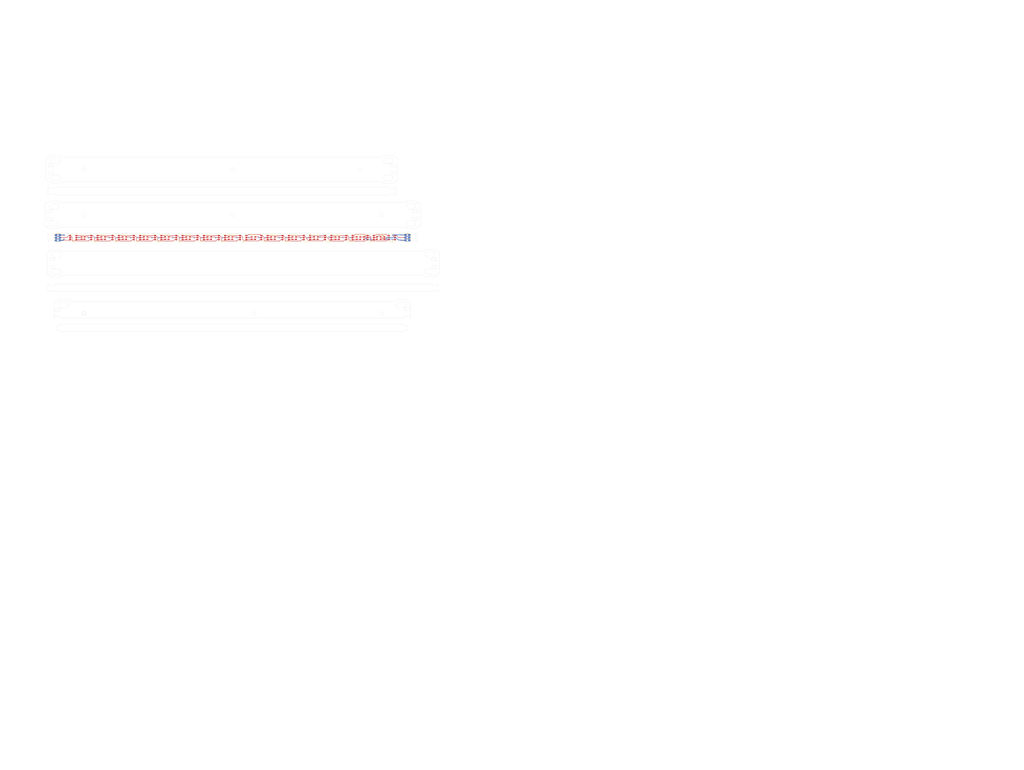
<source format=kicad_pcb>
(kicad_pcb (version 20171130) (host pcbnew "(5.0.0-3-g5ebb6b6)")
  (layers (0 F.Cu signal) (1 In1.Cu power) (2 In2.Cu power) (31 B.Cu signal) (34 B.Paste user) (35 F.Paste user) (36 B.SilkS user) (37 F.SilkS user) (38 B.Mask user) (39 F.Mask user) (44 Edge.Cuts user))
  (net 0 "")
  (net 1 +5V)
  (net 2 "Net-(D1-Pad4)")
  (net 3 GND)
  (net 4 "Net-(D10-Pad4)")
  (net 5 "Net-(D12-Pad3)")
  (net 6 "Net-(C12-Pad1)")
  (net 7 "Net-(C11-Pad1)")
  (net 8 "Net-(C10-Pad1)")
  (net 9 "Net-(C9-Pad1)")
  (net 10 "Net-(C8-Pad1)")
  (net 11 "Net-(C7-Pad1)")
  (net 12 "Net-(C6-Pad1)")
  (net 13 "Net-(C5-Pad1)")
  (net 14 "Net-(C4-Pad1)")
  (net 15 "Net-(C3-Pad1)")
  (net 16 "Net-(C2-Pad1)")
  (net 17 "Net-(C1-Pad1)")
  (net 18 "Net-(D2-Pad3)")
  (net 19 "Net-(D1-Pad3)")
  (net 20 "Net-(D3-Pad3)")
  (net 21 "Net-(D4-Pad3)")
  (net 22 "Net-(D5-Pad3)")
  (net 23 "Net-(D6-Pad3)")
  (net 24 "Net-(D7-Pad3)")
  (net 25 "Net-(D10-Pad6)")
  (net 26 "Net-(D10-Pad3)")
  (net 27 "Net-(D11-Pad3)")
  (net 28 "Net-(C16-Pad1)")
  (net 29 "Net-(C15-Pad1)")
  (net 30 "Net-(C14-Pad1)")
  (net 31 "Net-(C13-Pad1)")
  (net 32 "Net-(D13-Pad3)")
  (net 33 "Net-(D14-Pad3)")
  (net 34 "Net-(D15-Pad3)")
  (net 35 "Net-(D16-Pad3)")
  (module Resistor_SMD:R_0805_2012Metric (layer F.Cu) (at 313.69254 128.55956 270)
    (fp_text reference R16 (at -2.34442 0.13308) (layer F.SilkS))
    (fp_text value 330)
    (pad 2 smd roundrect (at 0.9375 0 270) (size 0.975 1.4) (layers F.Cu F.Paste F.Mask) (net 28 "Net-(C16-Pad1)"))
    (pad 1 smd roundrect (at -0.9375 0 270) (size 0.975 1.4) (layers F.Cu F.Paste F.Mask) (net 1 +5V))
  )
  (module Resistor_SMD:R_0805_2012Metric (layer F.Cu) (at 76.20254 128.55956 270)
    (fp_text reference R1 (at -2.3645 0) (layer F.SilkS))
    (fp_text value 330)
    (pad 2 smd roundrect (at 0.9375 0 270) (size 0.975 1.4) (layers F.Cu F.Paste F.Mask) (net 17 "Net-(C1-Pad1)"))
    (pad 1 smd roundrect (at -0.9375 0 270) (size 0.975 1.4) (layers F.Cu F.Paste F.Mask) (net 1 +5V))
  )
  (module Capacitor_SMD:C_0805_2012Metric (layer F.Cu) (at 278.08682 128.59996 90)
    (fp_text reference C13 (at 2.34442 0.001 180) (layer F.SilkS))
    (fp_text value 100NF)
    (pad 1 smd roundrect (at -0.9375 0 90) (size 0.975 1.4) (layers F.Cu F.Paste F.Mask) (net 31 "Net-(C13-Pad1)"))
    (pad 2 smd roundrect (at 0.9375 0 90) (size 0.975 1.4) (layers F.Cu F.Paste F.Mask) (net 3 GND))
  )
  (module Capacitor_SMD:C_0805_2012Metric (layer F.Cu) (at 294.753486 128.59996 90)
    (fp_text reference C14 (at 2.34442 0.001 180) (layer F.SilkS))
    (fp_text value 100NF)
    (pad 2 smd roundrect (at 0.9375 0 90) (size 0.975 1.4) (layers F.Cu F.Paste F.Mask) (net 3 GND))
    (pad 1 smd roundrect (at -0.9375 0 90) (size 0.975 1.4) (layers F.Cu F.Paste F.Mask) (net 30 "Net-(C14-Pad1)"))
  )
  (module Capacitor_SMD:C_0805_2012Metric (layer F.Cu) (at 297.69054 128.59996 90)
    (fp_text reference C15 (at 2.34442 0.001 180) (layer F.SilkS))
    (fp_text value 100NF)
    (pad 1 smd roundrect (at -0.9375 0 90) (size 0.975 1.4) (layers F.Cu F.Paste F.Mask) (net 29 "Net-(C15-Pad1)"))
    (pad 2 smd roundrect (at 0.9375 0 90) (size 0.975 1.4) (layers F.Cu F.Paste F.Mask) (net 3 GND))
  )
  (module Capacitor_SMD:C_0805_2012Metric (layer F.Cu) (at 310.64454 128.55956 90)
    (fp_text reference C16 (at 2.34442 0.001 180) (layer F.SilkS))
    (fp_text value 100NF)
    (pad 2 smd roundrect (at 0.9375 0 90) (size 0.975 1.4) (layers F.Cu F.Paste F.Mask) (net 3 GND))
    (pad 1 smd roundrect (at -0.9375 0 90) (size 0.975 1.4) (layers F.Cu F.Paste F.Mask) (net 28 "Net-(C16-Pad1)"))
  )
  (module LED_SMD:LED_WS2812_PLCC6_5.0x5.0mm_P1.6mm (layer F.Cu) (at 319.597322 128.1938 180)
    (fp_text reference D16 (at 0 -3.5 180) (layer F.SilkS))
    (fp_text value WS2813)
    (pad 1 smd rect (at -2.45 -1.6 180) (size 1.5 1) (layers F.Cu F.Paste F.Mask) (net 28 "Net-(C16-Pad1)"))
    (pad 2 smd rect (at -2.45 0 180) (size 1.5 1) (layers F.Cu F.Paste F.Mask) (net 1 +5V))
    (pad 3 smd rect (at -2.45 1.6 180) (size 1.5 1) (layers F.Cu F.Paste F.Mask) (net 35 "Net-(D16-Pad3)"))
    (pad 6 smd rect (at 2.45 -1.6 180) (size 1.5 1) (layers F.Cu F.Paste F.Mask) (net 33 "Net-(D14-Pad3)"))
    (pad 5 smd rect (at 2.45 0 180) (size 1.5 1) (layers F.Cu F.Paste F.Mask) (net 3 GND))
    (pad 4 smd rect (at 2.45 1.6 180) (size 1.5 1) (layers F.Cu F.Paste F.Mask) (net 34 "Net-(D15-Pad3)"))
  )
  (module LED_SMD:LED_WS2812_PLCC6_5.0x5.0mm_P1.6mm (layer F.Cu) (at 302.930657 128.1938 180)
    (fp_text reference D15 (at 0 -3.5 180) (layer F.SilkS))
    (fp_text value WS2813)
    (pad 4 smd rect (at 2.45 1.6 180) (size 1.5 1) (layers F.Cu F.Paste F.Mask) (net 33 "Net-(D14-Pad3)"))
    (pad 5 smd rect (at 2.45 0 180) (size 1.5 1) (layers F.Cu F.Paste F.Mask) (net 3 GND))
    (pad 6 smd rect (at 2.45 -1.6 180) (size 1.5 1) (layers F.Cu F.Paste F.Mask) (net 32 "Net-(D13-Pad3)"))
    (pad 3 smd rect (at -2.45 1.6 180) (size 1.5 1) (layers F.Cu F.Paste F.Mask) (net 34 "Net-(D15-Pad3)"))
    (pad 2 smd rect (at -2.45 0 180) (size 1.5 1) (layers F.Cu F.Paste F.Mask) (net 1 +5V))
    (pad 1 smd rect (at -2.45 -1.6 180) (size 1.5 1) (layers F.Cu F.Paste F.Mask) (net 29 "Net-(C15-Pad1)"))
  )
  (module LED_SMD:LED_WS2812_PLCC6_5.0x5.0mm_P1.6mm (layer F.Cu) (at 286.263992 128.1938 180)
    (fp_text reference D14 (at 0 -3.5 180) (layer F.SilkS))
    (fp_text value WS2813)
    (pad 1 smd rect (at -2.45 -1.6 180) (size 1.5 1) (layers F.Cu F.Paste F.Mask) (net 30 "Net-(C14-Pad1)"))
    (pad 2 smd rect (at -2.45 0 180) (size 1.5 1) (layers F.Cu F.Paste F.Mask) (net 1 +5V))
    (pad 3 smd rect (at -2.45 1.6 180) (size 1.5 1) (layers F.Cu F.Paste F.Mask) (net 33 "Net-(D14-Pad3)"))
    (pad 6 smd rect (at 2.45 -1.6 180) (size 1.5 1) (layers F.Cu F.Paste F.Mask) (net 5 "Net-(D12-Pad3)"))
    (pad 5 smd rect (at 2.45 0 180) (size 1.5 1) (layers F.Cu F.Paste F.Mask) (net 3 GND))
    (pad 4 smd rect (at 2.45 1.6 180) (size 1.5 1) (layers F.Cu F.Paste F.Mask) (net 32 "Net-(D13-Pad3)"))
  )
  (module LED_SMD:LED_WS2812_PLCC6_5.0x5.0mm_P1.6mm (layer F.Cu) (at 269.597327 128.1938 180)
    (fp_text reference D13 (at 0 -3.5 180) (layer F.SilkS))
    (fp_text value WS2813)
    (pad 4 smd rect (at 2.45 1.6 180) (size 1.5 1) (layers F.Cu F.Paste F.Mask) (net 5 "Net-(D12-Pad3)"))
    (pad 5 smd rect (at 2.45 0 180) (size 1.5 1) (layers F.Cu F.Paste F.Mask) (net 3 GND))
    (pad 6 smd rect (at 2.45 -1.6 180) (size 1.5 1) (layers F.Cu F.Paste F.Mask) (net 27 "Net-(D11-Pad3)"))
    (pad 3 smd rect (at -2.45 1.6 180) (size 1.5 1) (layers F.Cu F.Paste F.Mask) (net 32 "Net-(D13-Pad3)"))
    (pad 2 smd rect (at -2.45 0 180) (size 1.5 1) (layers F.Cu F.Paste F.Mask) (net 1 +5V))
    (pad 1 smd rect (at -2.45 -1.6 180) (size 1.5 1) (layers F.Cu F.Paste F.Mask) (net 31 "Net-(C13-Pad1)"))
  )
  (module Resistor_SMD:R_0805_2012Metric (layer F.Cu) (at 275.34616 128.59996 270)
    (fp_text reference R13 (at -2.34442 0.13308) (layer F.SilkS))
    (fp_text value 330)
    (pad 1 smd roundrect (at -0.9375 0 270) (size 0.975 1.4) (layers F.Cu F.Paste F.Mask) (net 1 +5V))
    (pad 2 smd roundrect (at 0.9375 0 270) (size 0.975 1.4) (layers F.Cu F.Paste F.Mask) (net 31 "Net-(C13-Pad1)"))
  )
  (module Resistor_SMD:R_0805_2012Metric (layer F.Cu) (at 292.012826 128.59996 270)
    (fp_text reference R14 (at -2.34442 0.13308) (layer F.SilkS))
    (fp_text value 330)
    (pad 2 smd roundrect (at 0.9375 0 270) (size 0.975 1.4) (layers F.Cu F.Paste F.Mask) (net 30 "Net-(C14-Pad1)"))
    (pad 1 smd roundrect (at -0.9375 0 270) (size 0.975 1.4) (layers F.Cu F.Paste F.Mask) (net 1 +5V))
  )
  (module Resistor_SMD:R_0805_2012Metric (layer F.Cu) (at 307.85054 128.55956 270)
    (fp_text reference R15 (at -2.34442 0.13308) (layer F.SilkS))
    (fp_text value 330)
    (pad 1 smd roundrect (at -0.9375 0 270) (size 0.975 1.4) (layers F.Cu F.Paste F.Mask) (net 1 +5V))
    (pad 2 smd roundrect (at 0.9375 0 270) (size 0.975 1.4) (layers F.Cu F.Paste F.Mask) (net 29 "Net-(C15-Pad1)"))
  )
  (module YonaFootprints:1x3_18awgWireSolderPad-5mm (layer F.Cu) (at 57.65292 126.20752)
    (fp_text reference J1 (at 0 -2.159) (layer F.SilkS))
    (fp_text value IN)
    (pad 3 thru_hole oval (at 0 4.064) (size 5.08 1.524) (drill oval 1.27) (layers *.Cu *.Mask) (net 3 GND))
    (pad 2 thru_hole oval (at 0 2.032) (size 5.08 1.524) (drill oval 1.27) (layers *.Cu *.Mask) (net 2 "Net-(D1-Pad4)"))
    (pad 1 thru_hole oval (at 0 0) (size 5.08 1.524) (drill oval 1.27) (layers *.Cu *.Mask) (net 1 +5V))
  )
  (module Capacitor_SMD:C_0805_2012Metric (layer F.Cu) (at 194.425452 128.59996 90)
    (fp_text reference C8 (at 2.54 -0.126 180) (layer F.SilkS))
    (fp_text value 100NF)
    (pad 2 smd roundrect (at 0.9375 0 90) (size 0.975 1.4) (layers F.Cu F.Paste F.Mask) (net 3 GND))
    (pad 1 smd roundrect (at -0.9375 0 90) (size 0.975 1.4) (layers F.Cu F.Paste F.Mask) (net 10 "Net-(C8-Pad1)"))
  )
  (module Capacitor_SMD:C_0805_2012Metric (layer F.Cu) (at 212.34654 128.55956 90)
    (fp_text reference C9 (at 2.54 -0.126 180) (layer F.SilkS))
    (fp_text value 100NF)
    (pad 2 smd roundrect (at 0.9375 0 90) (size 0.975 1.4) (layers F.Cu F.Paste F.Mask) (net 3 GND))
    (pad 1 smd roundrect (at -0.9375 0 90) (size 0.975 1.4) (layers F.Cu F.Paste F.Mask) (net 9 "Net-(C9-Pad1)"))
  )
  (module Capacitor_SMD:C_0805_2012Metric (layer F.Cu) (at 227.717924 128.59996 90)
    (fp_text reference C10 (at 2.54 -0.126 180) (layer F.SilkS))
    (fp_text value 100NF)
    (pad 2 smd roundrect (at 0.9375 0 90) (size 0.975 1.4) (layers F.Cu F.Paste F.Mask) (net 3 GND))
    (pad 1 smd roundrect (at -0.9375 0 90) (size 0.975 1.4) (layers F.Cu F.Paste F.Mask) (net 8 "Net-(C10-Pad1)"))
  )
  (module Capacitor_SMD:C_0805_2012Metric (layer F.Cu) (at 244.36416 128.59996 90)
    (fp_text reference C11 (at 2.54 -0.126 180) (layer F.SilkS))
    (fp_text value 100NF)
    (pad 2 smd roundrect (at 0.9375 0 90) (size 0.975 1.4) (layers F.Cu F.Paste F.Mask) (net 3 GND))
    (pad 1 smd roundrect (at -0.9375 0 90) (size 0.975 1.4) (layers F.Cu F.Paste F.Mask) (net 7 "Net-(C11-Pad1)"))
  )
  (module Capacitor_SMD:C_0805_2012Metric (layer F.Cu) (at 261.4653 128.59996 90)
    (fp_text reference C12 (at 2.6185 -0.0485 180) (layer F.SilkS))
    (fp_text value 100NF)
    (pad 2 smd roundrect (at 0.9375 0 90) (size 0.975 1.4) (layers F.Cu F.Paste F.Mask) (net 3 GND))
    (pad 1 smd roundrect (at -0.9375 0 90) (size 0.975 1.4) (layers F.Cu F.Paste F.Mask) (net 6 "Net-(C12-Pad1)"))
  )
  (module LED_SMD:LED_WS2812_PLCC6_5.0x5.0mm_P1.6mm (layer F.Cu) (at 69.60616 128.1938 180)
    (fp_text reference D1 (at 0 -3.5 180) (layer F.SilkS))
    (fp_text value WS2813)
    (pad 1 smd rect (at -2.45 -1.6 180) (size 1.5 1) (layers F.Cu F.Paste F.Mask) (net 17 "Net-(C1-Pad1)"))
    (pad 2 smd rect (at -2.45 0 180) (size 1.5 1) (layers F.Cu F.Paste F.Mask) (net 1 +5V))
    (pad 3 smd rect (at -2.45 1.6 180) (size 1.5 1) (layers F.Cu F.Paste F.Mask) (net 19 "Net-(D1-Pad3)"))
    (pad 6 smd rect (at 2.45 -1.6 180) (size 1.5 1) (layers F.Cu F.Paste F.Mask) (net 3 GND))
    (pad 5 smd rect (at 2.45 0 180) (size 1.5 1) (layers F.Cu F.Paste F.Mask) (net 3 GND))
    (pad 4 smd rect (at 2.45 1.6 180) (size 1.5 1) (layers F.Cu F.Paste F.Mask) (net 2 "Net-(D1-Pad4)"))
  )
  (module LED_SMD:LED_WS2812_PLCC6_5.0x5.0mm_P1.6mm (layer F.Cu) (at 86.272023 128.1938 180)
    (fp_text reference D2 (at 0 -3.5 180) (layer F.SilkS))
    (fp_text value WS2813)
    (pad 1 smd rect (at -2.45 -1.6 180) (size 1.5 1) (layers F.Cu F.Paste F.Mask) (net 16 "Net-(C2-Pad1)"))
    (pad 2 smd rect (at -2.45 0 180) (size 1.5 1) (layers F.Cu F.Paste F.Mask) (net 1 +5V))
    (pad 3 smd rect (at -2.45 1.6 180) (size 1.5 1) (layers F.Cu F.Paste F.Mask) (net 18 "Net-(D2-Pad3)"))
    (pad 6 smd rect (at 2.45 -1.6 180) (size 1.5 1) (layers F.Cu F.Paste F.Mask) (net 2 "Net-(D1-Pad4)"))
    (pad 5 smd rect (at 2.45 0 180) (size 1.5 1) (layers F.Cu F.Paste F.Mask) (net 3 GND))
    (pad 4 smd rect (at 2.45 1.6 180) (size 1.5 1) (layers F.Cu F.Paste F.Mask) (net 19 "Net-(D1-Pad3)"))
  )
  (module LED_SMD:LED_WS2812_PLCC6_5.0x5.0mm_P1.6mm (layer F.Cu) (at 252.93066 128.1938 180)
    (fp_text reference D12 (at 0 -3.5 180) (layer F.SilkS))
    (fp_text value WS2813)
    (pad 1 smd rect (at -2.45 -1.6 180) (size 1.5 1) (layers F.Cu F.Paste F.Mask) (net 6 "Net-(C12-Pad1)"))
    (pad 2 smd rect (at -2.45 0 180) (size 1.5 1) (layers F.Cu F.Paste F.Mask) (net 1 +5V))
    (pad 3 smd rect (at -2.45 1.6 180) (size 1.5 1) (layers F.Cu F.Paste F.Mask) (net 5 "Net-(D12-Pad3)"))
    (pad 6 smd rect (at 2.45 -1.6 180) (size 1.5 1) (layers F.Cu F.Paste F.Mask) (net 26 "Net-(D10-Pad3)"))
    (pad 5 smd rect (at 2.45 0 180) (size 1.5 1) (layers F.Cu F.Paste F.Mask) (net 3 GND))
    (pad 4 smd rect (at 2.45 1.6 180) (size 1.5 1) (layers F.Cu F.Paste F.Mask) (net 27 "Net-(D11-Pad3)"))
  )
  (module LED_SMD:LED_WS2812_PLCC6_5.0x5.0mm_P1.6mm (layer F.Cu) (at 236.26479 128.1938 180)
    (fp_text reference D11 (at 0 -3.5 180) (layer F.SilkS))
    (fp_text value WS2813)
    (pad 1 smd rect (at -2.45 -1.6 180) (size 1.5 1) (layers F.Cu F.Paste F.Mask) (net 7 "Net-(C11-Pad1)"))
    (pad 2 smd rect (at -2.45 0 180) (size 1.5 1) (layers F.Cu F.Paste F.Mask) (net 1 +5V))
    (pad 3 smd rect (at -2.45 1.6 180) (size 1.5 1) (layers F.Cu F.Paste F.Mask) (net 27 "Net-(D11-Pad3)"))
    (pad 6 smd rect (at 2.45 -1.6 180) (size 1.5 1) (layers F.Cu F.Paste F.Mask) (net 4 "Net-(D10-Pad4)"))
    (pad 5 smd rect (at 2.45 0 180) (size 1.5 1) (layers F.Cu F.Paste F.Mask) (net 3 GND))
    (pad 4 smd rect (at 2.45 1.6 180) (size 1.5 1) (layers F.Cu F.Paste F.Mask) (net 26 "Net-(D10-Pad3)"))
  )
  (module LED_SMD:LED_WS2812_PLCC6_5.0x5.0mm_P1.6mm (layer F.Cu) (at 219.598927 128.1938 180)
    (fp_text reference D10 (at 0 -3.5 180) (layer F.SilkS))
    (fp_text value WS2813)
    (pad 1 smd rect (at -2.45 -1.6 180) (size 1.5 1) (layers F.Cu F.Paste F.Mask) (net 8 "Net-(C10-Pad1)"))
    (pad 2 smd rect (at -2.45 0 180) (size 1.5 1) (layers F.Cu F.Paste F.Mask) (net 1 +5V))
    (pad 3 smd rect (at -2.45 1.6 180) (size 1.5 1) (layers F.Cu F.Paste F.Mask) (net 26 "Net-(D10-Pad3)"))
    (pad 6 smd rect (at 2.45 -1.6 180) (size 1.5 1) (layers F.Cu F.Paste F.Mask) (net 25 "Net-(D10-Pad6)"))
    (pad 5 smd rect (at 2.45 0 180) (size 1.5 1) (layers F.Cu F.Paste F.Mask) (net 3 GND))
    (pad 4 smd rect (at 2.45 1.6 180) (size 1.5 1) (layers F.Cu F.Paste F.Mask) (net 4 "Net-(D10-Pad4)"))
  )
  (module LED_SMD:LED_WS2812_PLCC6_5.0x5.0mm_P1.6mm (layer F.Cu) (at 202.933064 128.1938 180)
    (fp_text reference D9 (at 0 -3.5 180) (layer F.SilkS))
    (fp_text value WS2813)
    (pad 1 smd rect (at -2.45 -1.6 180) (size 1.5 1) (layers F.Cu F.Paste F.Mask) (net 9 "Net-(C9-Pad1)"))
    (pad 2 smd rect (at -2.45 0 180) (size 1.5 1) (layers F.Cu F.Paste F.Mask) (net 1 +5V))
    (pad 3 smd rect (at -2.45 1.6 180) (size 1.5 1) (layers F.Cu F.Paste F.Mask) (net 4 "Net-(D10-Pad4)"))
    (pad 6 smd rect (at 2.45 -1.6 180) (size 1.5 1) (layers F.Cu F.Paste F.Mask) (net 24 "Net-(D7-Pad3)"))
    (pad 5 smd rect (at 2.45 0 180) (size 1.5 1) (layers F.Cu F.Paste F.Mask) (net 3 GND))
    (pad 4 smd rect (at 2.45 1.6 180) (size 1.5 1) (layers F.Cu F.Paste F.Mask) (net 25 "Net-(D10-Pad6)"))
  )
  (module LED_SMD:LED_WS2812_PLCC6_5.0x5.0mm_P1.6mm (layer F.Cu) (at 186.267201 128.1938 180)
    (fp_text reference D8 (at 0 -3.5 180) (layer F.SilkS))
    (fp_text value WS2813)
    (pad 1 smd rect (at -2.45 -1.6 180) (size 1.5 1) (layers F.Cu F.Paste F.Mask) (net 10 "Net-(C8-Pad1)"))
    (pad 2 smd rect (at -2.45 0 180) (size 1.5 1) (layers F.Cu F.Paste F.Mask) (net 1 +5V))
    (pad 3 smd rect (at -2.45 1.6 180) (size 1.5 1) (layers F.Cu F.Paste F.Mask) (net 25 "Net-(D10-Pad6)"))
    (pad 6 smd rect (at 2.45 -1.6 180) (size 1.5 1) (layers F.Cu F.Paste F.Mask) (net 23 "Net-(D6-Pad3)"))
    (pad 5 smd rect (at 2.45 0 180) (size 1.5 1) (layers F.Cu F.Paste F.Mask) (net 3 GND))
    (pad 4 smd rect (at 2.45 1.6 180) (size 1.5 1) (layers F.Cu F.Paste F.Mask) (net 24 "Net-(D7-Pad3)"))
  )
  (module LED_SMD:LED_WS2812_PLCC6_5.0x5.0mm_P1.6mm (layer F.Cu) (at 169.601338 128.1938 180)
    (fp_text reference D7 (at 0 -3.5 180) (layer F.SilkS))
    (fp_text value WS2813)
    (pad 1 smd rect (at -2.45 -1.6 180) (size 1.5 1) (layers F.Cu F.Paste F.Mask) (net 11 "Net-(C7-Pad1)"))
    (pad 2 smd rect (at -2.45 0 180) (size 1.5 1) (layers F.Cu F.Paste F.Mask) (net 1 +5V))
    (pad 3 smd rect (at -2.45 1.6 180) (size 1.5 1) (layers F.Cu F.Paste F.Mask) (net 24 "Net-(D7-Pad3)"))
    (pad 6 smd rect (at 2.45 -1.6 180) (size 1.5 1) (layers F.Cu F.Paste F.Mask) (net 22 "Net-(D5-Pad3)"))
    (pad 5 smd rect (at 2.45 0 180) (size 1.5 1) (layers F.Cu F.Paste F.Mask) (net 3 GND))
    (pad 4 smd rect (at 2.45 1.6 180) (size 1.5 1) (layers F.Cu F.Paste F.Mask) (net 23 "Net-(D6-Pad3)"))
  )
  (module LED_SMD:LED_WS2812_PLCC6_5.0x5.0mm_P1.6mm (layer F.Cu) (at 152.935475 128.1938 180)
    (fp_text reference D6 (at 0 -3.5 180) (layer F.SilkS))
    (fp_text value WS2813)
    (pad 1 smd rect (at -2.45 -1.6 180) (size 1.5 1) (layers F.Cu F.Paste F.Mask) (net 12 "Net-(C6-Pad1)"))
    (pad 2 smd rect (at -2.45 0 180) (size 1.5 1) (layers F.Cu F.Paste F.Mask) (net 1 +5V))
    (pad 3 smd rect (at -2.45 1.6 180) (size 1.5 1) (layers F.Cu F.Paste F.Mask) (net 23 "Net-(D6-Pad3)"))
    (pad 6 smd rect (at 2.45 -1.6 180) (size 1.5 1) (layers F.Cu F.Paste F.Mask) (net 21 "Net-(D4-Pad3)"))
    (pad 5 smd rect (at 2.45 0 180) (size 1.5 1) (layers F.Cu F.Paste F.Mask) (net 3 GND))
    (pad 4 smd rect (at 2.45 1.6 180) (size 1.5 1) (layers F.Cu F.Paste F.Mask) (net 22 "Net-(D5-Pad3)"))
  )
  (module LED_SMD:LED_WS2812_PLCC6_5.0x5.0mm_P1.6mm (layer F.Cu) (at 136.269612 128.1938 180)
    (fp_text reference D5 (at 0 -3.5 180) (layer F.SilkS))
    (fp_text value WS2813)
    (pad 1 smd rect (at -2.45 -1.6 180) (size 1.5 1) (layers F.Cu F.Paste F.Mask) (net 13 "Net-(C5-Pad1)"))
    (pad 2 smd rect (at -2.45 0 180) (size 1.5 1) (layers F.Cu F.Paste F.Mask) (net 1 +5V))
    (pad 3 smd rect (at -2.45 1.6 180) (size 1.5 1) (layers F.Cu F.Paste F.Mask) (net 22 "Net-(D5-Pad3)"))
    (pad 6 smd rect (at 2.45 -1.6 180) (size 1.5 1) (layers F.Cu F.Paste F.Mask) (net 20 "Net-(D3-Pad3)"))
    (pad 5 smd rect (at 2.45 0 180) (size 1.5 1) (layers F.Cu F.Paste F.Mask) (net 3 GND))
    (pad 4 smd rect (at 2.45 1.6 180) (size 1.5 1) (layers F.Cu F.Paste F.Mask) (net 21 "Net-(D4-Pad3)"))
  )
  (module LED_SMD:LED_WS2812_PLCC6_5.0x5.0mm_P1.6mm (layer F.Cu) (at 119.603749 128.1938 180)
    (fp_text reference D4 (at 0 -3.5 180) (layer F.SilkS))
    (fp_text value WS2813)
    (pad 1 smd rect (at -2.45 -1.6 180) (size 1.5 1) (layers F.Cu F.Paste F.Mask) (net 14 "Net-(C4-Pad1)"))
    (pad 2 smd rect (at -2.45 0 180) (size 1.5 1) (layers F.Cu F.Paste F.Mask) (net 1 +5V))
    (pad 3 smd rect (at -2.45 1.6 180) (size 1.5 1) (layers F.Cu F.Paste F.Mask) (net 21 "Net-(D4-Pad3)"))
    (pad 6 smd rect (at 2.45 -1.6 180) (size 1.5 1) (layers F.Cu F.Paste F.Mask) (net 18 "Net-(D2-Pad3)"))
    (pad 5 smd rect (at 2.45 0 180) (size 1.5 1) (layers F.Cu F.Paste F.Mask) (net 3 GND))
    (pad 4 smd rect (at 2.45 1.6 180) (size 1.5 1) (layers F.Cu F.Paste F.Mask) (net 20 "Net-(D3-Pad3)"))
  )
  (module LED_SMD:LED_WS2812_PLCC6_5.0x5.0mm_P1.6mm (layer F.Cu) (at 102.937886 128.1938 180)
    (fp_text reference D3 (at 0 -3.5 180) (layer F.SilkS))
    (fp_text value WS2813)
    (pad 1 smd rect (at -2.45 -1.6 180) (size 1.5 1) (layers F.Cu F.Paste F.Mask) (net 15 "Net-(C3-Pad1)"))
    (pad 2 smd rect (at -2.45 0 180) (size 1.5 1) (layers F.Cu F.Paste F.Mask) (net 1 +5V))
    (pad 3 smd rect (at -2.45 1.6 180) (size 1.5 1) (layers F.Cu F.Paste F.Mask) (net 20 "Net-(D3-Pad3)"))
    (pad 6 smd rect (at 2.45 -1.6 180) (size 1.5 1) (layers F.Cu F.Paste F.Mask) (net 19 "Net-(D1-Pad3)"))
    (pad 5 smd rect (at 2.45 0 180) (size 1.5 1) (layers F.Cu F.Paste F.Mask) (net 3 GND))
    (pad 4 smd rect (at 2.45 1.6 180) (size 1.5 1) (layers F.Cu F.Paste F.Mask) (net 18 "Net-(D2-Pad3)"))
  )
  (module Resistor_SMD:R_0805_2012Metric (layer F.Cu) (at 91.754036 128.59996 270)
    (fp_text reference R2 (at -2.54 -0.126) (layer F.SilkS))
    (fp_text value 330)
    (pad 2 smd roundrect (at 0.9375 0 270) (size 0.975 1.4) (layers F.Cu F.Paste F.Mask) (net 16 "Net-(C2-Pad1)"))
    (pad 1 smd roundrect (at -0.9375 0 270) (size 0.975 1.4) (layers F.Cu F.Paste F.Mask) (net 1 +5V))
  )
  (module Resistor_SMD:R_0805_2012Metric (layer F.Cu) (at 108.400272 128.59996 270)
    (fp_text reference R3 (at -2.54 -0.126) (layer F.SilkS))
    (fp_text value 330)
    (pad 2 smd roundrect (at 0.9375 0 270) (size 0.975 1.4) (layers F.Cu F.Paste F.Mask) (net 15 "Net-(C3-Pad1)"))
    (pad 1 smd roundrect (at -0.9375 0 270) (size 0.975 1.4) (layers F.Cu F.Paste F.Mask) (net 1 +5V))
  )
  (module Resistor_SMD:R_0805_2012Metric (layer F.Cu) (at 125.046508 128.59996 270)
    (fp_text reference R4 (at -2.54 -0.126) (layer F.SilkS))
    (fp_text value 330)
    (pad 2 smd roundrect (at 0.9375 0 270) (size 0.975 1.4) (layers F.Cu F.Paste F.Mask) (net 14 "Net-(C4-Pad1)"))
    (pad 1 smd roundrect (at -0.9375 0 270) (size 0.975 1.4) (layers F.Cu F.Paste F.Mask) (net 1 +5V))
  )
  (module Resistor_SMD:R_0805_2012Metric (layer F.Cu) (at 141.692744 128.59996 270)
    (fp_text reference R5 (at -2.54 -0.126) (layer F.SilkS))
    (fp_text value 330)
    (pad 2 smd roundrect (at 0.9375 0 270) (size 0.975 1.4) (layers F.Cu F.Paste F.Mask) (net 13 "Net-(C5-Pad1)"))
    (pad 1 smd roundrect (at -0.9375 0 270) (size 0.975 1.4) (layers F.Cu F.Paste F.Mask) (net 1 +5V))
  )
  (module Resistor_SMD:R_0805_2012Metric (layer F.Cu) (at 158.33898 128.59996 270)
    (fp_text reference R6 (at -2.54 -0.126) (layer F.SilkS))
    (fp_text value 330)
    (pad 2 smd roundrect (at 0.9375 0 270) (size 0.975 1.4) (layers F.Cu F.Paste F.Mask) (net 12 "Net-(C6-Pad1)"))
    (pad 1 smd roundrect (at -0.9375 0 270) (size 0.975 1.4) (layers F.Cu F.Paste F.Mask) (net 1 +5V))
  )
  (module Resistor_SMD:R_0805_2012Metric (layer F.Cu) (at 174.985216 128.59996 270)
    (fp_text reference R7 (at -2.54 -0.126) (layer F.SilkS))
    (fp_text value 330)
    (pad 2 smd roundrect (at 0.9375 0 270) (size 0.975 1.4) (layers F.Cu F.Paste F.Mask) (net 11 "Net-(C7-Pad1)"))
    (pad 1 smd roundrect (at -0.9375 0 270) (size 0.975 1.4) (layers F.Cu F.Paste F.Mask) (net 1 +5V))
  )
  (module Resistor_SMD:R_0805_2012Metric (layer F.Cu) (at 191.631452 128.59996 270)
    (fp_text reference R8 (at -2.54 -0.126) (layer F.SilkS))
    (fp_text value 330)
    (pad 2 smd roundrect (at 0.9375 0 270) (size 0.975 1.4) (layers F.Cu F.Paste F.Mask) (net 10 "Net-(C8-Pad1)"))
    (pad 1 smd roundrect (at -0.9375 0 270) (size 0.975 1.4) (layers F.Cu F.Paste F.Mask) (net 1 +5V))
  )
  (module Resistor_SMD:R_0805_2012Metric (layer F.Cu) (at 209.55254 128.55956 270)
    (fp_text reference R9 (at -2.54 -0.126) (layer F.SilkS))
    (fp_text value 330)
    (pad 2 smd roundrect (at 0.9375 0 270) (size 0.975 1.4) (layers F.Cu F.Paste F.Mask) (net 9 "Net-(C9-Pad1)"))
    (pad 1 smd roundrect (at -0.9375 0 270) (size 0.975 1.4) (layers F.Cu F.Paste F.Mask) (net 1 +5V))
  )
  (module Resistor_SMD:R_0805_2012Metric (layer F.Cu) (at 224.923924 128.59996 270)
    (fp_text reference R10 (at -2.54 -0.126) (layer F.SilkS))
    (fp_text value 330)
    (pad 2 smd roundrect (at 0.9375 0 270) (size 0.975 1.4) (layers F.Cu F.Paste F.Mask) (net 8 "Net-(C10-Pad1)"))
    (pad 1 smd roundrect (at -0.9375 0 270) (size 0.975 1.4) (layers F.Cu F.Paste F.Mask) (net 1 +5V))
  )
  (module Resistor_SMD:R_0805_2012Metric (layer F.Cu) (at 241.57016 128.59996 270)
    (fp_text reference R11 (at -2.54 -0.126) (layer F.SilkS))
    (fp_text value 330)
    (pad 2 smd roundrect (at 0.9375 0 270) (size 0.975 1.4) (layers F.Cu F.Paste F.Mask) (net 7 "Net-(C11-Pad1)"))
    (pad 1 smd roundrect (at -0.9375 0 270) (size 0.975 1.4) (layers F.Cu F.Paste F.Mask) (net 1 +5V))
  )
  (module Resistor_SMD:R_0805_2012Metric (layer F.Cu) (at 258.5743 128.59996 270)
    (fp_text reference R12 (at -2.54 3.175) (layer F.SilkS))
    (fp_text value 330)
    (pad 2 smd roundrect (at 0.9375 0 270) (size 0.975 1.4) (layers F.Cu F.Paste F.Mask) (net 6 "Net-(C12-Pad1)"))
    (pad 1 smd roundrect (at -0.9375 0 270) (size 0.975 1.4) (layers F.Cu F.Paste F.Mask) (net 1 +5V))
  )
  (module Capacitor_SMD:C_0805_2012Metric (layer F.Cu) (at 177.779216 128.59996 90)
    (fp_text reference C7 (at 2.54 -0.126 180) (layer F.SilkS))
    (fp_text value 100NF)
    (pad 2 smd roundrect (at 0.9375 0 90) (size 0.975 1.4) (layers F.Cu F.Paste F.Mask) (net 3 GND))
    (pad 1 smd roundrect (at -0.9375 0 90) (size 0.975 1.4) (layers F.Cu F.Paste F.Mask) (net 11 "Net-(C7-Pad1)"))
  )
  (module Capacitor_SMD:C_0805_2012Metric (layer F.Cu) (at 161.13298 128.59996 90)
    (fp_text reference C6 (at 2.54 -0.126 180) (layer F.SilkS))
    (fp_text value 100NF)
    (pad 2 smd roundrect (at 0.9375 0 90) (size 0.975 1.4) (layers F.Cu F.Paste F.Mask) (net 3 GND))
    (pad 1 smd roundrect (at -0.9375 0 90) (size 0.975 1.4) (layers F.Cu F.Paste F.Mask) (net 12 "Net-(C6-Pad1)"))
  )
  (module Capacitor_SMD:C_0805_2012Metric (layer F.Cu) (at 144.486744 128.59996 90)
    (fp_text reference C5 (at 2.54 -0.126 180) (layer F.SilkS))
    (fp_text value 100NF)
    (pad 2 smd roundrect (at 0.9375 0 90) (size 0.975 1.4) (layers F.Cu F.Paste F.Mask) (net 3 GND))
    (pad 1 smd roundrect (at -0.9375 0 90) (size 0.975 1.4) (layers F.Cu F.Paste F.Mask) (net 13 "Net-(C5-Pad1)"))
  )
  (module Capacitor_SMD:C_0805_2012Metric (layer F.Cu) (at 127.840508 128.59996 90)
    (fp_text reference C4 (at 2.54 -0.126 180) (layer F.SilkS))
    (fp_text value 100NF)
    (pad 2 smd roundrect (at 0.9375 0 90) (size 0.975 1.4) (layers F.Cu F.Paste F.Mask) (net 3 GND))
    (pad 1 smd roundrect (at -0.9375 0 90) (size 0.975 1.4) (layers F.Cu F.Paste F.Mask) (net 14 "Net-(C4-Pad1)"))
  )
  (module Capacitor_SMD:C_0805_2012Metric (layer F.Cu) (at 111.194272 128.59996 90)
    (fp_text reference C3 (at 2.54 -0.126 180) (layer F.SilkS))
    (fp_text value 100NF)
    (pad 2 smd roundrect (at 0.9375 0 90) (size 0.975 1.4) (layers F.Cu F.Paste F.Mask) (net 3 GND))
    (pad 1 smd roundrect (at -0.9375 0 90) (size 0.975 1.4) (layers F.Cu F.Paste F.Mask) (net 15 "Net-(C3-Pad1)"))
  )
  (module Capacitor_SMD:C_0805_2012Metric (layer F.Cu) (at 94.548036 128.59996 90)
    (fp_text reference C2 (at 2.54 -0.126 180) (layer F.SilkS))
    (fp_text value 100NF)
    (pad 2 smd roundrect (at 0.9375 0 90) (size 0.975 1.4) (layers F.Cu F.Paste F.Mask) (net 3 GND))
    (pad 1 smd roundrect (at -0.9375 0 90) (size 0.975 1.4) (layers F.Cu F.Paste F.Mask) (net 16 "Net-(C2-Pad1)"))
  )
  (module Capacitor_SMD:C_0805_2012Metric (layer F.Cu) (at 78.48854 128.55956 90)
    (fp_text reference C1 (at 2.4615 0 180) (layer F.SilkS))
    (fp_text value 100NF)
    (pad 2 smd roundrect (at 0.9375 0 90) (size 0.975 1.4) (layers F.Cu F.Paste F.Mask) (net 3 GND))
    (pad 1 smd roundrect (at -0.9375 0 90) (size 0.975 1.4) (layers F.Cu F.Paste F.Mask) (net 17 "Net-(C1-Pad1)"))
  )
  (module YonaFootprints:1x3_18awgWireSolderPad-5mm (layer F.Cu) (at 331.70114 126.16688)
    (fp_text reference J2 (at 0 -2.159) (layer F.SilkS))
    (fp_text value OUT)
    (pad 3 thru_hole oval (at 0 4.064) (size 5.08 1.524) (drill oval 1.27) (layers *.Cu *.Mask) (net 3 GND))
    (pad 2 thru_hole oval (at 0 2.032) (size 5.08 1.524) (drill oval 1.27) (layers *.Cu *.Mask) (net 35 "Net-(D16-Pad3)"))
    (pad 1 thru_hole oval (at 0 0) (size 5.08 1.524) (drill oval 1.27) (layers *.Cu *.Mask) (net 1 +5V))
  )
  (gr_line (start 59.25 201.02403) (end 59.25 202.024034) (layer Edge.Cuts) (width 0.1))
  (gr_line (start 57.138404 201.02403) (end 59.25 201.02403) (layer Edge.Cuts) (width 0.1))
  (gr_line (start 57.138404 197.024038) (end 59.25 197.024038) (layer Edge.Cuts) (width 0.1))
  (gr_line (start 59.25 196.024034) (end 59.25 197.024038) (layer Edge.Cuts) (width 0.1))
  (gr_circle (center 211.24926 187.72632) (end 212.72246 187.72632) (layer Edge.Cuts) (width 0.1))
  (gr_circle (center 311.3405 187.6425) (end 312.8137 187.6425) (layer Edge.Cuts) (width 0.1))
  (gr_circle (center 311.277 110.363) (end 312.7502 110.363) (layer Edge.Cuts) (width 0.1))
  (gr_circle (center 294.5765 74.676) (end 296.0497 74.676) (layer Edge.Cuts) (width 0.1))
  (gr_circle (center 194.6275 74.6125) (end 196.1007 74.6125) (layer Edge.Cuts) (width 0.1))
  (gr_circle (center 194.564 110.4265) (end 196.0372 110.4265) (layer Edge.Cuts) (width 0.1))
  (gr_circle (center 77.9145 187.706) (end 79.3877 187.706) (layer Edge.Cuts) (width 0.1))
  (gr_circle (center 77.9145 74.6125) (end 79.3877 74.6125) (layer Edge.Cuts) (width 0.1))
  (gr_circle (center 77.9145 110.363) (end 79.3877 110.363) (layer Edge.Cuts) (width 0.1))
  (gr_circle (center 77.98816 187.66282) (end 79.46136 187.66282) (layer Edge.Cuts) (width 0.1))
  (gr_line (start 325.417808 183.188358) (end 324.722801 183.078358) (layer F.SilkS) (width 0.01))
  (gr_line (start 324.722801 183.078358) (end 324.095817 182.759058) (layer F.SilkS) (width 0.01))
  (gr_line (start 324.095817 182.759058) (end 323.598808 182.261759) (layer F.SilkS) (width 0.01))
  (gr_line (start 323.598808 182.261759) (end 323.279808 181.635058) (layer F.SilkS) (width 0.01))
  (gr_line (start 323.279808 181.635058) (end 323.169822 180.940458) (layer F.SilkS) (width 0.01))
  (gr_line (start 323.169822 180.940458) (end 323.279808 180.245859) (layer F.SilkS) (width 0.01))
  (gr_line (start 323.279808 180.245859) (end 323.598808 179.619158) (layer F.SilkS) (width 0.01))
  (gr_line (start 323.598808 179.619158) (end 324.095817 179.121859) (layer F.SilkS) (width 0.01))
  (gr_line (start 324.095817 179.121859) (end 324.722801 178.802559) (layer F.SilkS) (width 0.01))
  (gr_line (start 324.722801 178.802559) (end 325.417808 178.692558) (layer F.SilkS) (width 0.01))
  (gr_line (start 325.417808 178.692558) (end 328.417808 178.692558) (layer F.SilkS) (width 0.01))
  (gr_line (start 328.417808 178.692558) (end 329.111809 178.802559) (layer F.SilkS) (width 0.01))
  (gr_line (start 329.111809 178.802559) (end 329.738823 179.121859) (layer F.SilkS) (width 0.01))
  (gr_line (start 329.738823 179.121859) (end 330.235801 179.619158) (layer F.SilkS) (width 0.01))
  (gr_line (start 330.235801 179.619158) (end 330.554802 180.245859) (layer F.SilkS) (width 0.01))
  (gr_line (start 330.554802 180.245859) (end 330.664818 180.940458) (layer F.SilkS) (width 0.01))
  (gr_line (start 330.664818 180.940458) (end 330.554802 181.635058) (layer F.SilkS) (width 0.01))
  (gr_line (start 330.554802 181.635058) (end 330.235801 182.261759) (layer F.SilkS) (width 0.01))
  (gr_line (start 330.235801 182.261759) (end 329.738823 182.759058) (layer F.SilkS) (width 0.01))
  (gr_line (start 329.738823 182.759058) (end 329.111809 183.078358) (layer F.SilkS) (width 0.01))
  (gr_line (start 329.111809 183.078358) (end 328.417808 183.188358) (layer F.SilkS) (width 0.01))
  (gr_line (start 328.417808 183.188358) (end 325.417808 183.188358) (layer F.SilkS) (width 0.01))
  (gr_line (start 333.776203 167.646087) (end 338.776203 167.646087) (layer F.SilkS) (width 0.01))
  (gr_line (start 336.276203 165.146087) (end 336.276203 170.146087) (layer F.SilkS) (width 0.01))
  (gr_line (start 333.776203 148.237477) (end 338.776203 148.237477) (layer F.SilkS) (width 0.01))
  (gr_line (start 336.276203 145.737477) (end 336.276203 150.737477) (layer F.SilkS) (width 0.01))
  (gr_line (start 317.108723 199.024033) (end 322.108723 199.024033) (layer F.SilkS) (width 0.01))
  (gr_line (start 319.608723 196.524033) (end 319.608723 201.524033) (layer F.SilkS) (width 0.01))
  (gr_line (start 317.108723 187.690459) (end 322.108723 187.690459) (layer F.SilkS) (width 0.01))
  (gr_line (start 319.608723 185.190459) (end 319.608723 190.190459) (layer F.SilkS) (width 0.01))
  (gr_line (start 317.108723 167.646087) (end 322.108723 167.646087) (layer F.SilkS) (width 0.01))
  (gr_line (start 319.608723 165.146087) (end 319.608723 170.146087) (layer F.SilkS) (width 0.01))
  (gr_line (start 317.108723 148.237477) (end 322.108723 148.237477) (layer F.SilkS) (width 0.01))
  (gr_line (start 319.608723 145.737477) (end 319.608723 150.737477) (layer F.SilkS) (width 0.01))
  (gr_line (start 317.108723 128.193103) (end 322.108723 128.193103) (layer F.SilkS) (width 0.01))
  (gr_line (start 319.608723 125.693103) (end 319.608723 130.693103) (layer F.SilkS) (width 0.01))
  (gr_line (start 317.108723 110.372666) (end 322.108723 110.372666) (layer F.SilkS) (width 0.01))
  (gr_line (start 319.608723 107.872666) (end 319.608723 112.872666) (layer F.SilkS) (width 0.01))
  (gr_line (start 300.441243 199.024033) (end 305.441243 199.024033) (layer F.SilkS) (width 0.01))
  (gr_line (start 302.941243 196.524033) (end 302.941243 201.524033) (layer F.SilkS) (width 0.01))
  (gr_line (start 300.441243 187.690459) (end 305.441243 187.690459) (layer F.SilkS) (width 0.01))
  (gr_line (start 302.941243 185.190459) (end 302.941243 190.190459) (layer F.SilkS) (width 0.01))
  (gr_line (start 300.441243 167.646087) (end 305.441243 167.646087) (layer F.SilkS) (width 0.01))
  (gr_line (start 302.941243 165.146087) (end 302.941243 170.146087) (layer F.SilkS) (width 0.01))
  (gr_line (start 300.441243 148.237477) (end 305.441243 148.237477) (layer F.SilkS) (width 0.01))
  (gr_line (start 302.941243 145.737477) (end 302.941243 150.737477) (layer F.SilkS) (width 0.01))
  (gr_line (start 300.441243 128.193103) (end 305.441243 128.193103) (layer F.SilkS) (width 0.01))
  (gr_line (start 302.941243 125.693103) (end 302.941243 130.693103) (layer F.SilkS) (width 0.01))
  (gr_line (start 300.441243 110.372666) (end 305.441243 110.372666) (layer F.SilkS) (width 0.01))
  (gr_line (start 302.941243 107.872666) (end 302.941243 112.872666) (layer F.SilkS) (width 0.01))
  (gr_line (start 300.441243 91.719952) (end 305.441243 91.719952) (layer F.SilkS) (width 0.01))
  (gr_line (start 302.941243 89.219952) (end 302.941243 94.219952) (layer F.SilkS) (width 0.01))
  (gr_line (start 300.441243 74.630808) (end 305.441243 74.630808) (layer F.SilkS) (width 0.01))
  (gr_line (start 302.941243 72.130808) (end 302.941243 77.130808) (layer F.SilkS) (width 0.01))
  (gr_line (start 283.773763 199.024033) (end 288.773763 199.024033) (layer F.SilkS) (width 0.01))
  (gr_line (start 286.273763 196.524033) (end 286.273763 201.524033) (layer F.SilkS) (width 0.01))
  (gr_line (start 283.773763 187.690459) (end 288.773763 187.690459) (layer F.SilkS) (width 0.01))
  (gr_line (start 286.273763 185.190459) (end 286.273763 190.190459) (layer F.SilkS) (width 0.01))
  (gr_line (start 283.773763 167.646087) (end 288.773763 167.646087) (layer F.SilkS) (width 0.01))
  (gr_line (start 286.273763 165.146087) (end 286.273763 170.146087) (layer F.SilkS) (width 0.01))
  (gr_line (start 283.773763 148.237477) (end 288.773763 148.237477) (layer F.SilkS) (width 0.01))
  (gr_line (start 286.273763 145.737477) (end 286.273763 150.737477) (layer F.SilkS) (width 0.01))
  (gr_line (start 283.773763 128.193103) (end 288.773763 128.193103) (layer F.SilkS) (width 0.01))
  (gr_line (start 286.273763 125.693103) (end 286.273763 130.693103) (layer F.SilkS) (width 0.01))
  (gr_line (start 283.773763 110.372666) (end 288.773763 110.372666) (layer F.SilkS) (width 0.01))
  (gr_line (start 286.273763 107.872666) (end 286.273763 112.872666) (layer F.SilkS) (width 0.01))
  (gr_line (start 283.773763 91.719952) (end 288.773763 91.719952) (layer F.SilkS) (width 0.01))
  (gr_line (start 286.273763 89.219952) (end 286.273763 94.219952) (layer F.SilkS) (width 0.01))
  (gr_line (start 283.773763 74.630808) (end 288.773763 74.630808) (layer F.SilkS) (width 0.01))
  (gr_line (start 286.273763 72.130808) (end 286.273763 77.130808) (layer F.SilkS) (width 0.01))
  (gr_line (start 267.106283 199.024033) (end 272.106283 199.024033) (layer F.SilkS) (width 0.01))
  (gr_line (start 269.606283 196.524033) (end 269.606283 201.524033) (layer F.SilkS) (width 0.01))
  (gr_line (start 267.106283 187.690459) (end 272.106283 187.690459) (layer F.SilkS) (width 0.01))
  (gr_line (start 269.606283 185.190459) (end 269.606283 190.190459) (layer F.SilkS) (width 0.01))
  (gr_line (start 267.106283 167.646087) (end 272.106283 167.646087) (layer F.SilkS) (width 0.01))
  (gr_line (start 269.606283 165.146087) (end 269.606283 170.146087) (layer F.SilkS) (width 0.01))
  (gr_line (start 267.106283 148.237477) (end 272.106283 148.237477) (layer F.SilkS) (width 0.01))
  (gr_line (start 269.606283 145.737477) (end 269.606283 150.737477) (layer F.SilkS) (width 0.01))
  (gr_line (start 267.106283 128.193103) (end 272.106283 128.193103) (layer F.SilkS) (width 0.01))
  (gr_line (start 269.606283 125.693103) (end 269.606283 130.693103) (layer F.SilkS) (width 0.01))
  (gr_line (start 267.106283 110.372666) (end 272.106283 110.372666) (layer F.SilkS) (width 0.01))
  (gr_line (start 269.606283 107.872666) (end 269.606283 112.872666) (layer F.SilkS) (width 0.01))
  (gr_line (start 267.106283 91.719952) (end 272.106283 91.719952) (layer F.SilkS) (width 0.01))
  (gr_line (start 269.606283 89.219952) (end 269.606283 94.219952) (layer F.SilkS) (width 0.01))
  (gr_line (start 267.106283 74.630808) (end 272.106283 74.630808) (layer F.SilkS) (width 0.01))
  (gr_line (start 269.606283 72.130808) (end 269.606283 77.130808) (layer F.SilkS) (width 0.01))
  (gr_line (start 250.438803 199.024033) (end 255.438803 199.024033) (layer F.SilkS) (width 0.01))
  (gr_line (start 252.938803 196.524033) (end 252.938803 201.524033) (layer F.SilkS) (width 0.01))
  (gr_line (start 233.772103 199.024033) (end 238.772103 199.024033) (layer F.SilkS) (width 0.01))
  (gr_line (start 236.272103 196.524033) (end 236.272103 201.524033) (layer F.SilkS) (width 0.01))
  (gr_line (start 217.105403 199.024033) (end 222.105403 199.024033) (layer F.SilkS) (width 0.01))
  (gr_line (start 219.605403 196.524033) (end 219.605403 201.524033) (layer F.SilkS) (width 0.01))
  (gr_line (start 200.438703 199.024033) (end 205.438703 199.024033) (layer F.SilkS) (width 0.01))
  (gr_line (start 202.938703 196.524033) (end 202.938703 201.524033) (layer F.SilkS) (width 0.01))
  (gr_line (start 183.772003 199.024033) (end 188.772003 199.024033) (layer F.SilkS) (width 0.01))
  (gr_line (start 186.272003 196.524033) (end 186.272003 201.524033) (layer F.SilkS) (width 0.01))
  (gr_line (start 167.105303 199.024033) (end 172.105303 199.024033) (layer F.SilkS) (width 0.01))
  (gr_line (start 169.605303 196.524033) (end 169.605303 201.524033) (layer F.SilkS) (width 0.01))
  (gr_line (start 150.438603 199.024033) (end 155.438603 199.024033) (layer F.SilkS) (width 0.01))
  (gr_line (start 152.938603 196.524033) (end 152.938603 201.524033) (layer F.SilkS) (width 0.01))
  (gr_line (start 133.771903 199.024033) (end 138.771903 199.024033) (layer F.SilkS) (width 0.01))
  (gr_line (start 136.271903 196.524033) (end 136.271903 201.524033) (layer F.SilkS) (width 0.01))
  (gr_line (start 117.105203 199.024033) (end 122.105203 199.024033) (layer F.SilkS) (width 0.01))
  (gr_line (start 119.605203 196.524033) (end 119.605203 201.524033) (layer F.SilkS) (width 0.01))
  (gr_line (start 100.438503 199.024033) (end 105.438503 199.024033) (layer F.SilkS) (width 0.01))
  (gr_line (start 102.938503 196.524033) (end 102.938503 201.524033) (layer F.SilkS) (width 0.01))
  (gr_line (start 83.771803 199.024033) (end 88.771803 199.024033) (layer F.SilkS) (width 0.01))
  (gr_line (start 86.271803 196.524033) (end 86.271803 201.524033) (layer F.SilkS) (width 0.01))
  (gr_line (start 67.105103 199.024033) (end 72.105103 199.024033) (layer F.SilkS) (width 0.01))
  (gr_line (start 69.605103 196.524033) (end 69.605103 201.524033) (layer F.SilkS) (width 0.01))
  (gr_line (start 250.438803 187.690459) (end 255.438803 187.690459) (layer F.SilkS) (width 0.01))
  (gr_line (start 252.938803 185.190459) (end 252.938803 190.190459) (layer F.SilkS) (width 0.01))
  (gr_line (start 233.772103 187.690459) (end 238.772103 187.690459) (layer F.SilkS) (width 0.01))
  (gr_line (start 236.272103 185.190459) (end 236.272103 190.190459) (layer F.SilkS) (width 0.01))
  (gr_line (start 217.105403 187.690459) (end 222.105403 187.690459) (layer F.SilkS) (width 0.01))
  (gr_line (start 219.605403 185.190459) (end 219.605403 190.190459) (layer F.SilkS) (width 0.01))
  (gr_line (start 200.438703 187.690459) (end 205.438703 187.690459) (layer F.SilkS) (width 0.01))
  (gr_line (start 202.938703 185.190459) (end 202.938703 190.190459) (layer F.SilkS) (width 0.01))
  (gr_line (start 183.772003 187.690459) (end 188.772003 187.690459) (layer F.SilkS) (width 0.01))
  (gr_line (start 186.272003 185.190459) (end 186.272003 190.190459) (layer F.SilkS) (width 0.01))
  (gr_line (start 167.105303 187.690459) (end 172.105303 187.690459) (layer F.SilkS) (width 0.01))
  (gr_line (start 169.605303 185.190459) (end 169.605303 190.190459) (layer F.SilkS) (width 0.01))
  (gr_line (start 150.438603 187.690459) (end 155.438603 187.690459) (layer F.SilkS) (width 0.01))
  (gr_line (start 152.938603 185.190459) (end 152.938603 190.190459) (layer F.SilkS) (width 0.01))
  (gr_line (start 133.771903 187.690459) (end 138.771903 187.690459) (layer F.SilkS) (width 0.01))
  (gr_line (start 136.271903 185.190459) (end 136.271903 190.190459) (layer F.SilkS) (width 0.01))
  (gr_line (start 117.105203 187.690459) (end 122.105203 187.690459) (layer F.SilkS) (width 0.01))
  (gr_line (start 119.605203 185.190459) (end 119.605203 190.190459) (layer F.SilkS) (width 0.01))
  (gr_line (start 100.438503 187.690459) (end 105.438503 187.690459) (layer F.SilkS) (width 0.01))
  (gr_line (start 102.938503 185.190459) (end 102.938503 190.190459) (layer F.SilkS) (width 0.01))
  (gr_line (start 83.771803 187.690459) (end 88.771803 187.690459) (layer F.SilkS) (width 0.01))
  (gr_line (start 86.271803 185.190459) (end 86.271803 190.190459) (layer F.SilkS) (width 0.01))
  (gr_line (start 67.105103 187.690459) (end 72.105103 187.690459) (layer F.SilkS) (width 0.01))
  (gr_line (start 69.605103 185.190459) (end 69.605103 190.190459) (layer F.SilkS) (width 0.01))
  (gr_line (start 250.438803 167.646087) (end 255.438803 167.646087) (layer F.SilkS) (width 0.01))
  (gr_line (start 252.938803 165.146087) (end 252.938803 170.146087) (layer F.SilkS) (width 0.01))
  (gr_line (start 233.772103 167.646087) (end 238.772103 167.646087) (layer F.SilkS) (width 0.01))
  (gr_line (start 236.272103 165.146087) (end 236.272103 170.146087) (layer F.SilkS) (width 0.01))
  (gr_line (start 217.105403 167.646087) (end 222.105403 167.646087) (layer F.SilkS) (width 0.01))
  (gr_line (start 219.605403 165.146087) (end 219.605403 170.146087) (layer F.SilkS) (width 0.01))
  (gr_line (start 200.438703 167.646087) (end 205.438703 167.646087) (layer F.SilkS) (width 0.01))
  (gr_line (start 202.938703 165.146087) (end 202.938703 170.146087) (layer F.SilkS) (width 0.01))
  (gr_line (start 183.772003 167.646087) (end 188.772003 167.646087) (layer F.SilkS) (width 0.01))
  (gr_line (start 186.272003 165.146087) (end 186.272003 170.146087) (layer F.SilkS) (width 0.01))
  (gr_line (start 167.105303 167.646087) (end 172.105303 167.646087) (layer F.SilkS) (width 0.01))
  (gr_line (start 169.605303 165.146087) (end 169.605303 170.146087) (layer F.SilkS) (width 0.01))
  (gr_line (start 150.438603 167.646087) (end 155.438603 167.646087) (layer F.SilkS) (width 0.01))
  (gr_line (start 152.938603 165.146087) (end 152.938603 170.146087) (layer F.SilkS) (width 0.01))
  (gr_line (start 133.771903 167.646087) (end 138.771903 167.646087) (layer F.SilkS) (width 0.01))
  (gr_line (start 136.271903 165.146087) (end 136.271903 170.146087) (layer F.SilkS) (width 0.01))
  (gr_line (start 117.105203 167.646087) (end 122.105203 167.646087) (layer F.SilkS) (width 0.01))
  (gr_line (start 119.605203 165.146087) (end 119.605203 170.146087) (layer F.SilkS) (width 0.01))
  (gr_line (start 100.438503 167.646087) (end 105.438503 167.646087) (layer F.SilkS) (width 0.01))
  (gr_line (start 102.938503 165.146087) (end 102.938503 170.146087) (layer F.SilkS) (width 0.01))
  (gr_line (start 83.771803 167.646087) (end 88.771803 167.646087) (layer F.SilkS) (width 0.01))
  (gr_line (start 86.271803 165.146087) (end 86.271803 170.146087) (layer F.SilkS) (width 0.01))
  (gr_line (start 67.105103 167.646087) (end 72.105103 167.646087) (layer F.SilkS) (width 0.01))
  (gr_line (start 69.605103 165.146087) (end 69.605103 170.146087) (layer F.SilkS) (width 0.01))
  (gr_line (start 250.438803 148.237477) (end 255.438803 148.237477) (layer F.SilkS) (width 0.01))
  (gr_line (start 252.938803 145.737477) (end 252.938803 150.737477) (layer F.SilkS) (width 0.01))
  (gr_line (start 233.772103 148.237477) (end 238.772103 148.237477) (layer F.SilkS) (width 0.01))
  (gr_line (start 236.272103 145.737477) (end 236.272103 150.737477) (layer F.SilkS) (width 0.01))
  (gr_line (start 217.105403 148.237477) (end 222.105403 148.237477) (layer F.SilkS) (width 0.01))
  (gr_line (start 219.605403 145.737477) (end 219.605403 150.737477) (layer F.SilkS) (width 0.01))
  (gr_line (start 200.438703 148.237477) (end 205.438703 148.237477) (layer F.SilkS) (width 0.01))
  (gr_line (start 202.938703 145.737477) (end 202.938703 150.737477) (layer F.SilkS) (width 0.01))
  (gr_line (start 183.772003 148.237477) (end 188.772003 148.237477) (layer F.SilkS) (width 0.01))
  (gr_line (start 186.272003 145.737477) (end 186.272003 150.737477) (layer F.SilkS) (width 0.01))
  (gr_line (start 167.105303 148.237477) (end 172.105303 148.237477) (layer F.SilkS) (width 0.01))
  (gr_line (start 169.605303 145.737477) (end 169.605303 150.737477) (layer F.SilkS) (width 0.01))
  (gr_line (start 150.438603 148.237477) (end 155.438603 148.237477) (layer F.SilkS) (width 0.01))
  (gr_line (start 152.938603 145.737477) (end 152.938603 150.737477) (layer F.SilkS) (width 0.01))
  (gr_line (start 133.771903 148.237477) (end 138.771903 148.237477) (layer F.SilkS) (width 0.01))
  (gr_line (start 136.271903 145.737477) (end 136.271903 150.737477) (layer F.SilkS) (width 0.01))
  (gr_line (start 117.105203 148.237477) (end 122.105203 148.237477) (layer F.SilkS) (width 0.01))
  (gr_line (start 119.605203 145.737477) (end 119.605203 150.737477) (layer F.SilkS) (width 0.01))
  (gr_line (start 100.438503 148.237477) (end 105.438503 148.237477) (layer F.SilkS) (width 0.01))
  (gr_line (start 102.938503 145.737477) (end 102.938503 150.737477) (layer F.SilkS) (width 0.01))
  (gr_line (start 83.771803 148.237477) (end 88.771803 148.237477) (layer F.SilkS) (width 0.01))
  (gr_line (start 86.271803 145.737477) (end 86.271803 150.737477) (layer F.SilkS) (width 0.01))
  (gr_line (start 67.105103 148.237477) (end 72.105103 148.237477) (layer F.SilkS) (width 0.01))
  (gr_line (start 69.605103 145.737477) (end 69.605103 150.737477) (layer F.SilkS) (width 0.01))
  (gr_line (start 250.438803 128.193103) (end 255.438803 128.193103) (layer F.SilkS) (width 0.01))
  (gr_line (start 252.938803 125.693103) (end 252.938803 130.693103) (layer F.SilkS) (width 0.01))
  (gr_line (start 233.772103 128.193103) (end 238.772103 128.193103) (layer F.SilkS) (width 0.01))
  (gr_line (start 236.272103 125.693103) (end 236.272103 130.693103) (layer F.SilkS) (width 0.01))
  (gr_line (start 217.105403 128.193103) (end 222.105403 128.193103) (layer F.SilkS) (width 0.01))
  (gr_line (start 219.605403 125.693103) (end 219.605403 130.693103) (layer F.SilkS) (width 0.01))
  (gr_line (start 200.438703 128.193103) (end 205.438703 128.193103) (layer F.SilkS) (width 0.01))
  (gr_line (start 202.938703 125.693103) (end 202.938703 130.693103) (layer F.SilkS) (width 0.01))
  (gr_line (start 183.772003 128.193103) (end 188.772003 128.193103) (layer F.SilkS) (width 0.01))
  (gr_line (start 186.272003 125.693103) (end 186.272003 130.693103) (layer F.SilkS) (width 0.01))
  (gr_line (start 167.105303 128.193103) (end 172.105303 128.193103) (layer F.SilkS) (width 0.01))
  (gr_line (start 169.605303 125.693103) (end 169.605303 130.693103) (layer F.SilkS) (width 0.01))
  (gr_line (start 150.438603 128.193103) (end 155.438603 128.193103) (layer F.SilkS) (width 0.01))
  (gr_line (start 152.938603 125.693103) (end 152.938603 130.693103) (layer F.SilkS) (width 0.01))
  (gr_line (start 133.771903 128.193103) (end 138.771903 128.193103) (layer F.SilkS) (width 0.01))
  (gr_line (start 136.271903 125.693103) (end 136.271903 130.693103) (layer F.SilkS) (width 0.01))
  (gr_line (start 117.105203 128.193103) (end 122.105203 128.193103) (layer F.SilkS) (width 0.01))
  (gr_line (start 119.605203 125.693103) (end 119.605203 130.693103) (layer F.SilkS) (width 0.01))
  (gr_line (start 100.438503 128.193103) (end 105.438503 128.193103) (layer F.SilkS) (width 0.01))
  (gr_line (start 102.938503 125.693103) (end 102.938503 130.693103) (layer F.SilkS) (width 0.01))
  (gr_line (start 83.771803 128.193103) (end 88.771803 128.193103) (layer F.SilkS) (width 0.01))
  (gr_line (start 86.271803 125.693103) (end 86.271803 130.693103) (layer F.SilkS) (width 0.01))
  (gr_line (start 67.105103 128.193103) (end 72.105103 128.193103) (layer F.SilkS) (width 0.01))
  (gr_line (start 69.605103 125.693103) (end 69.605103 130.693103) (layer F.SilkS) (width 0.01))
  (gr_line (start 250.438803 110.372666) (end 255.438803 110.372666) (layer F.SilkS) (width 0.01))
  (gr_line (start 252.938803 107.872666) (end 252.938803 112.872666) (layer F.SilkS) (width 0.01))
  (gr_line (start 233.772103 110.372666) (end 238.772103 110.372666) (layer F.SilkS) (width 0.01))
  (gr_line (start 236.272103 107.872666) (end 236.272103 112.872666) (layer F.SilkS) (width 0.01))
  (gr_line (start 217.105403 110.372666) (end 222.105403 110.372666) (layer F.SilkS) (width 0.01))
  (gr_line (start 219.605403 107.872666) (end 219.605403 112.872666) (layer F.SilkS) (width 0.01))
  (gr_line (start 200.438703 110.372666) (end 205.438703 110.372666) (layer F.SilkS) (width 0.01))
  (gr_line (start 202.938703 107.872666) (end 202.938703 112.872666) (layer F.SilkS) (width 0.01))
  (gr_line (start 183.772003 110.372666) (end 188.772003 110.372666) (layer F.SilkS) (width 0.01))
  (gr_line (start 186.272003 107.872666) (end 186.272003 112.872666) (layer F.SilkS) (width 0.01))
  (gr_line (start 167.105303 110.372666) (end 172.105303 110.372666) (layer F.SilkS) (width 0.01))
  (gr_line (start 169.605303 107.872666) (end 169.605303 112.872666) (layer F.SilkS) (width 0.01))
  (gr_line (start 150.438603 110.372666) (end 155.438603 110.372666) (layer F.SilkS) (width 0.01))
  (gr_line (start 152.938603 107.872666) (end 152.938603 112.872666) (layer F.SilkS) (width 0.01))
  (gr_line (start 133.771903 110.372666) (end 138.771903 110.372666) (layer F.SilkS) (width 0.01))
  (gr_line (start 136.271903 107.872666) (end 136.271903 112.872666) (layer F.SilkS) (width 0.01))
  (gr_line (start 117.105203 110.372666) (end 122.105203 110.372666) (layer F.SilkS) (width 0.01))
  (gr_line (start 119.605203 107.872666) (end 119.605203 112.872666) (layer F.SilkS) (width 0.01))
  (gr_line (start 100.438503 110.372666) (end 105.438503 110.372666) (layer F.SilkS) (width 0.01))
  (gr_line (start 102.938503 107.872666) (end 102.938503 112.872666) (layer F.SilkS) (width 0.01))
  (gr_line (start 83.771803 110.372666) (end 88.771803 110.372666) (layer F.SilkS) (width 0.01))
  (gr_line (start 86.271803 107.872666) (end 86.271803 112.872666) (layer F.SilkS) (width 0.01))
  (gr_line (start 67.105103 110.372666) (end 72.105103 110.372666) (layer F.SilkS) (width 0.01))
  (gr_line (start 69.605103 107.872666) (end 69.605103 112.872666) (layer F.SilkS) (width 0.01))
  (gr_line (start 250.438803 91.719952) (end 255.438803 91.719952) (layer F.SilkS) (width 0.01))
  (gr_line (start 252.938803 89.219952) (end 252.938803 94.219952) (layer F.SilkS) (width 0.01))
  (gr_line (start 233.772103 91.719952) (end 238.772103 91.719952) (layer F.SilkS) (width 0.01))
  (gr_line (start 236.272103 89.219952) (end 236.272103 94.219952) (layer F.SilkS) (width 0.01))
  (gr_line (start 217.105403 91.719952) (end 222.105403 91.719952) (layer F.SilkS) (width 0.01))
  (gr_line (start 219.605403 89.219952) (end 219.605403 94.219952) (layer F.SilkS) (width 0.01))
  (gr_line (start 200.438703 91.719952) (end 205.438703 91.719952) (layer F.SilkS) (width 0.01))
  (gr_line (start 202.938703 89.219952) (end 202.938703 94.219952) (layer F.SilkS) (width 0.01))
  (gr_line (start 183.772003 91.719952) (end 188.772003 91.719952) (layer F.SilkS) (width 0.01))
  (gr_line (start 186.272003 89.219952) (end 186.272003 94.219952) (layer F.SilkS) (width 0.01))
  (gr_line (start 167.105303 91.719952) (end 172.105303 91.719952) (layer F.SilkS) (width 0.01))
  (gr_line (start 169.605303 89.219952) (end 169.605303 94.219952) (layer F.SilkS) (width 0.01))
  (gr_line (start 150.438603 91.719952) (end 155.438603 91.719952) (layer F.SilkS) (width 0.01))
  (gr_line (start 152.938603 89.219952) (end 152.938603 94.219952) (layer F.SilkS) (width 0.01))
  (gr_line (start 133.771903 91.719952) (end 138.771903 91.719952) (layer F.SilkS) (width 0.01))
  (gr_line (start 136.271903 89.219952) (end 136.271903 94.219952) (layer F.SilkS) (width 0.01))
  (gr_line (start 117.105203 91.719952) (end 122.105203 91.719952) (layer F.SilkS) (width 0.01))
  (gr_line (start 119.605203 89.219952) (end 119.605203 94.219952) (layer F.SilkS) (width 0.01))
  (gr_line (start 100.438503 91.719952) (end 105.438503 91.719952) (layer F.SilkS) (width 0.01))
  (gr_line (start 102.938503 89.219952) (end 102.938503 94.219952) (layer F.SilkS) (width 0.01))
  (gr_line (start 83.771803 91.719952) (end 88.771803 91.719952) (layer F.SilkS) (width 0.01))
  (gr_line (start 86.271803 89.219952) (end 86.271803 94.219952) (layer F.SilkS) (width 0.01))
  (gr_line (start 67.105103 91.719952) (end 72.105103 91.719952) (layer F.SilkS) (width 0.01))
  (gr_line (start 69.605103 89.219952) (end 69.605103 94.219952) (layer F.SilkS) (width 0.01))
  (gr_line (start 250.438803 74.630808) (end 255.438803 74.630808) (layer F.SilkS) (width 0.01))
  (gr_line (start 252.938803 72.130808) (end 252.938803 77.130808) (layer F.SilkS) (width 0.01))
  (gr_line (start 233.772103 74.630808) (end 238.772103 74.630808) (layer F.SilkS) (width 0.01))
  (gr_line (start 236.272103 72.130808) (end 236.272103 77.130808) (layer F.SilkS) (width 0.01))
  (gr_line (start 217.105403 74.630808) (end 222.105403 74.630808) (layer F.SilkS) (width 0.01))
  (gr_line (start 219.605403 72.130808) (end 219.605403 77.130808) (layer F.SilkS) (width 0.01))
  (gr_line (start 200.438703 74.630808) (end 205.438703 74.630808) (layer F.SilkS) (width 0.01))
  (gr_line (start 202.938703 72.130808) (end 202.938703 77.130808) (layer F.SilkS) (width 0.01))
  (gr_line (start 183.772003 74.630808) (end 188.772003 74.630808) (layer F.SilkS) (width 0.01))
  (gr_line (start 186.272003 72.130808) (end 186.272003 77.130808) (layer F.SilkS) (width 0.01))
  (gr_line (start 167.105303 74.630808) (end 172.105303 74.630808) (layer F.SilkS) (width 0.01))
  (gr_line (start 169.605303 72.130808) (end 169.605303 77.130808) (layer F.SilkS) (width 0.01))
  (gr_line (start 150.438603 74.630808) (end 155.438603 74.630808) (layer F.SilkS) (width 0.01))
  (gr_line (start 152.938603 72.130808) (end 152.938603 77.130808) (layer F.SilkS) (width 0.01))
  (gr_line (start 133.771903 74.630808) (end 138.771903 74.630808) (layer F.SilkS) (width 0.01))
  (gr_line (start 136.271903 72.130808) (end 136.271903 77.130808) (layer F.SilkS) (width 0.01))
  (gr_line (start 117.105203 74.630808) (end 122.105203 74.630808) (layer F.SilkS) (width 0.01))
  (gr_line (start 119.605203 72.130808) (end 119.605203 77.130808) (layer F.SilkS) (width 0.01))
  (gr_line (start 100.438503 74.630808) (end 105.438503 74.630808) (layer F.SilkS) (width 0.01))
  (gr_line (start 102.938503 72.130808) (end 102.938503 77.130808) (layer F.SilkS) (width 0.01))
  (gr_line (start 83.771803 74.630808) (end 88.771803 74.630808) (layer F.SilkS) (width 0.01))
  (gr_line (start 86.271803 72.130808) (end 86.271803 77.130808) (layer F.SilkS) (width 0.01))
  (gr_line (start 67.105103 74.630808) (end 72.105103 74.630808) (layer F.SilkS) (width 0.01))
  (gr_line (start 69.605103 72.130808) (end 69.605103 77.130808) (layer F.SilkS) (width 0.01))
  (gr_line (start 348.364155 198.449019) (end 348.364155 198.449019) (layer F.SilkS) (width 0.01))
  (gr_line (start 348.364155 199.305125) (end 348.364155 198.449019) (layer F.SilkS) (width 0.01))
  (gr_line (start 348.364155 200.161231) (end 348.364155 199.305125) (layer F.SilkS) (width 0.01))
  (gr_line (start 348.364155 201.017338) (end 348.364155 200.161231) (layer F.SilkS) (width 0.01))
  (gr_line (start 348.364155 201.873444) (end 348.364155 201.017338) (layer F.SilkS) (width 0.01))
  (gr_line (start 348.91761 201.873444) (end 348.364155 201.873444) (layer F.SilkS) (width 0.01))
  (gr_line (start 349.471065 201.873444) (end 348.91761 201.873444) (layer F.SilkS) (width 0.01))
  (gr_line (start 350.024519 201.873444) (end 349.471065 201.873444) (layer F.SilkS) (width 0.01))
  (gr_line (start 350.577974 201.873444) (end 350.024519 201.873444) (layer F.SilkS) (width 0.01))
  (gr_line (start 350.597783 201.712902) (end 350.577974 201.873444) (layer F.SilkS) (width 0.01))
  (gr_line (start 350.617592 201.552361) (end 350.597783 201.712902) (layer F.SilkS) (width 0.01))
  (gr_line (start 350.637402 201.39182) (end 350.617592 201.552361) (layer F.SilkS) (width 0.01))
  (gr_line (start 350.657211 201.231278) (end 350.637402 201.39182) (layer F.SilkS) (width 0.01))
  (gr_line (start 350.286605 201.231278) (end 350.657211 201.231278) (layer F.SilkS) (width 0.01))
  (gr_line (start 349.915999 201.231278) (end 350.286605 201.231278) (layer F.SilkS) (width 0.01))
  (gr_line (start 349.545392 201.231278) (end 349.915999 201.231278) (layer F.SilkS) (width 0.01))
  (gr_line (start 349.174786 201.231278) (end 349.545392 201.231278) (layer F.SilkS) (width 0.01))
  (gr_line (start 349.174786 200.535713) (end 349.174786 201.231278) (layer F.SilkS) (width 0.01))
  (gr_line (start 349.174786 199.840149) (end 349.174786 200.535713) (layer F.SilkS) (width 0.01))
  (gr_line (start 349.174786 199.144584) (end 349.174786 199.840149) (layer F.SilkS) (width 0.01))
  (gr_line (start 349.174786 198.449019) (end 349.174786 199.144584) (layer F.SilkS) (width 0.01))
  (gr_line (start 348.972129 198.449019) (end 349.174786 198.449019) (layer F.SilkS) (width 0.01))
  (gr_line (start 348.769471 198.449019) (end 348.972129 198.449019) (layer F.SilkS) (width 0.01))
  (gr_line (start 348.566813 198.449019) (end 348.769471 198.449019) (layer F.SilkS) (width 0.01))
  (gr_line (start 348.364155 198.449019) (end 348.566813 198.449019) (layer F.SilkS) (width 0.01))
  (gr_line (start 346.898267 200.756888) (end 346.898267 200.756888) (layer F.SilkS) (width 0.01))
  (gr_line (start 346.873554 201.007218) (end 346.898267 200.756888) (layer F.SilkS) (width 0.01))
  (gr_line (start 346.796938 201.211297) (end 346.873554 201.007218) (layer F.SilkS) (width 0.01))
  (gr_line (start 346.664706 201.348713) (end 346.796938 201.211297) (layer F.SilkS) (width 0.01))
  (gr_line (start 346.473142 201.399054) (end 346.664706 201.348713) (layer F.SilkS) (width 0.01))
  (gr_line (start 346.253227 201.335912) (end 346.473142 201.399054) (layer F.SilkS) (width 0.01))
  (gr_line (start 346.110632 201.14584) (end 346.253227 201.335912) (layer F.SilkS) (width 0.01))
  (gr_line (start 346.031987 200.827868) (end 346.110632 201.14584) (layer F.SilkS) (width 0.01))
  (gr_line (start 346.00392 200.381029) (end 346.031987 200.827868) (layer F.SilkS) (width 0.01))
  (gr_line (start 346.118965 200.266404) (end 346.00392 200.381029) (layer F.SilkS) (width 0.01))
  (gr_line (start 346.246025 200.182849) (end 346.118965 200.266404) (layer F.SilkS) (width 0.01))
  (gr_line (start 346.380448 200.131722) (end 346.246025 200.182849) (layer F.SilkS) (width 0.01))
  (gr_line (start 346.517584 200.114378) (end 346.380448 200.131722) (layer F.SilkS) (width 0.01))
  (gr_line (start 346.67924 200.148738) (end 346.517584 200.114378) (layer F.SilkS) (width 0.01))
  (gr_line (start 346.798747 200.259546) (end 346.67924 200.148738) (layer F.SilkS) (width 0.01))
  (gr_line (start 346.872844 200.458398) (end 346.798747 200.259546) (layer F.SilkS) (width 0.01))
  (gr_line (start 346.898267 200.756888) (end 346.872844 200.458398) (layer F.SilkS) (width 0.01))
  (gr_line (start 347.678926 200.712102) (end 347.678926 200.712102) (layer F.SilkS) (width 0.01))
  (gr_line (start 347.604216 200.228142) (end 347.678926 200.712102) (layer F.SilkS) (width 0.01))
  (gr_line (start 347.39983 199.871499) (end 347.604216 200.228142) (layer F.SilkS) (width 0.01))
  (gr_line (start 347.095386 199.651024) (end 347.39983 199.871499) (layer F.SilkS) (width 0.01))
  (gr_line (start 346.7205 199.575565) (end 347.095386 199.651024) (layer F.SilkS) (width 0.01))
  (gr_line (start 346.535526 199.595062) (end 346.7205 199.575565) (layer F.SilkS) (width 0.01))
  (gr_line (start 346.349162 199.653511) (end 346.535526 199.595062) (layer F.SilkS) (width 0.01))
  (gr_line (start 346.169323 199.750845) (end 346.349162 199.653511) (layer F.SilkS) (width 0.01))
  (gr_line (start 346.00392 199.887002) (end 346.169323 199.750845) (layer F.SilkS) (width 0.01))
  (gr_line (start 346.075616 199.470877) (end 346.00392 199.887002) (layer F.SilkS) (width 0.01))
  (gr_line (start 346.222469 199.167408) (end 346.075616 199.470877) (layer F.SilkS) (width 0.01))
  (gr_line (start 346.430493 198.981631) (end 346.222469 199.167408) (layer F.SilkS) (width 0.01))
  (gr_line (start 346.685705 198.918586) (end 346.430493 198.981631) (layer F.SilkS) (width 0.01))
  (gr_line (start 346.797385 198.926994) (end 346.685705 198.918586) (layer F.SilkS) (width 0.01))
  (gr_line (start 346.908646 198.95252) (end 346.797385 198.926994) (layer F.SilkS) (width 0.01))
  (gr_line (start 347.017128 198.995616) (end 346.908646 198.95252) (layer F.SilkS) (width 0.01))
  (gr_line (start 347.120476 199.056734) (end 347.017128 198.995616) (layer F.SilkS) (width 0.01))
  (gr_line (start 347.194632 198.938136) (end 347.120476 199.056734) (layer F.SilkS) (width 0.01))
  (gr_line (start 347.268787 198.819539) (end 347.194632 198.938136) (layer F.SilkS) (width 0.01))
  (gr_line (start 347.342943 198.700942) (end 347.268787 198.819539) (layer F.SilkS) (width 0.01))
  (gr_line (start 347.417099 198.582344) (end 347.342943 198.700942) (layer F.SilkS) (width 0.01))
  (gr_line (start 347.261725 198.491378) (end 347.417099 198.582344) (layer F.SilkS) (width 0.01))
  (gr_line (start 347.085422 198.421243) (end 347.261725 198.491378) (layer F.SilkS) (width 0.01))
  (gr_line (start 346.889611 198.376107) (end 347.085422 198.421243) (layer F.SilkS) (width 0.01))
  (gr_line (start 346.675714 198.360136) (end 346.889611 198.376107) (layer F.SilkS) (width 0.01))
  (gr_line (start 346.051495 198.504813) (end 346.675714 198.360136) (layer F.SilkS) (width 0.01))
  (gr_line (start 345.583791 198.909844) (end 346.051495 198.504813) (layer F.SilkS) (width 0.01))
  (gr_line (start 345.290237 199.531721) (end 345.583791 198.909844) (layer F.SilkS) (width 0.01))
  (gr_line (start 345.188466 200.326941) (end 345.290237 199.531721) (layer F.SilkS) (width 0.01))
  (gr_line (start 345.259791 200.952769) (end 345.188466 200.326941) (layer F.SilkS) (width 0.01))
  (gr_line (start 345.484917 201.472047) (end 345.259791 200.952769) (layer F.SilkS) (width 0.01))
  (gr_line (start 345.880575 201.826413) (end 345.484917 201.472047) (layer F.SilkS) (width 0.01))
  (gr_line (start 346.463496 201.957504) (end 345.880575 201.826413) (layer F.SilkS) (width 0.01))
  (gr_line (start 346.968213 201.859513) (end 346.463496 201.957504) (layer F.SilkS) (width 0.01))
  (gr_line (start 347.351039 201.59241) (end 346.968213 201.859513) (layer F.SilkS) (width 0.01))
  (gr_line (start 347.59395 201.196504) (end 347.351039 201.59241) (layer F.SilkS) (width 0.01))
  (gr_line (start 347.678926 200.712102) (end 347.59395 201.196504) (layer F.SilkS) (width 0.01))
  (gr_line (start 344.700985 201.280543) (end 344.700985 201.280543) (layer F.SilkS) (width 0.01))
  (gr_line (start 344.541564 201.280543) (end 344.700985 201.280543) (layer F.SilkS) (width 0.01))
  (gr_line (start 344.382142 201.280543) (end 344.541564 201.280543) (layer F.SilkS) (width 0.01))
  (gr_line (start 344.22272 201.280543) (end 344.382142 201.280543) (layer F.SilkS) (width 0.01))
  (gr_line (start 344.063298 201.280543) (end 344.22272 201.280543) (layer F.SilkS) (width 0.01))
  (gr_line (start 344.063298 200.572662) (end 344.063298 201.280543) (layer F.SilkS) (width 0.01))
  (gr_line (start 344.063298 199.864781) (end 344.063298 200.572662) (layer F.SilkS) (width 0.01))
  (gr_line (start 344.063298 199.1569) (end 344.063298 199.864781) (layer F.SilkS) (width 0.01))
  (gr_line (start 344.063298 198.449019) (end 344.063298 199.1569) (layer F.SilkS) (width 0.01))
  (gr_line (start 343.890354 198.449019) (end 344.063298 198.449019) (layer F.SilkS) (width 0.01))
  (gr_line (start 343.717411 198.449019) (end 343.890354 198.449019) (layer F.SilkS) (width 0.01))
  (gr_line (start 343.544467 198.449019) (end 343.717411 198.449019) (layer F.SilkS) (width 0.01))
  (gr_line (start 343.371523 198.449019) (end 343.544467 198.449019) (layer F.SilkS) (width 0.01))
  (gr_line (start 343.094796 198.617054) (end 343.371523 198.449019) (layer F.SilkS) (width 0.01))
  (gr_line (start 342.818068 198.785088) (end 343.094796 198.617054) (layer F.SilkS) (width 0.01))
  (gr_line (start 342.541341 198.953123) (end 342.818068 198.785088) (layer F.SilkS) (width 0.01))
  (gr_line (start 342.264614 199.121157) (end 342.541341 198.953123) (layer F.SilkS) (width 0.01))
  (gr_line (start 342.347382 199.255774) (end 342.264614 199.121157) (layer F.SilkS) (width 0.01))
  (gr_line (start 342.430151 199.390391) (end 342.347382 199.255774) (layer F.SilkS) (width 0.01))
  (gr_line (start 342.512919 199.525008) (end 342.430151 199.390391) (layer F.SilkS) (width 0.01))
  (gr_line (start 342.595687 199.659626) (end 342.512919 199.525008) (layer F.SilkS) (width 0.01))
  (gr_line (start 342.772335 199.548435) (end 342.595687 199.659626) (layer F.SilkS) (width 0.01))
  (gr_line (start 342.948982 199.437245) (end 342.772335 199.548435) (layer F.SilkS) (width 0.01))
  (gr_line (start 343.125629 199.326054) (end 342.948982 199.437245) (layer F.SilkS) (width 0.01))
  (gr_line (start 343.302277 199.214864) (end 343.125629 199.326054) (layer F.SilkS) (width 0.01))
  (gr_line (start 343.302277 199.731284) (end 343.302277 199.214864) (layer F.SilkS) (width 0.01))
  (gr_line (start 343.302277 200.247703) (end 343.302277 199.731284) (layer F.SilkS) (width 0.01))
  (gr_line (start 343.302277 200.764123) (end 343.302277 200.247703) (layer F.SilkS) (width 0.01))
  (gr_line (start 343.302277 201.280543) (end 343.302277 200.764123) (layer F.SilkS) (width 0.01))
  (gr_line (start 343.096001 201.280543) (end 343.302277 201.280543) (layer F.SilkS) (width 0.01))
  (gr_line (start 342.889726 201.280543) (end 343.096001 201.280543) (layer F.SilkS) (width 0.01))
  (gr_line (start 342.683451 201.280543) (end 342.889726 201.280543) (layer F.SilkS) (width 0.01))
  (gr_line (start 342.477176 201.280543) (end 342.683451 201.280543) (layer F.SilkS) (width 0.01))
  (gr_line (start 342.477176 201.428768) (end 342.477176 201.280543) (layer F.SilkS) (width 0.01))
  (gr_line (start 342.477176 201.576993) (end 342.477176 201.428768) (layer F.SilkS) (width 0.01))
  (gr_line (start 342.477176 201.725219) (end 342.477176 201.576993) (layer F.SilkS) (width 0.01))
  (gr_line (start 342.477176 201.873444) (end 342.477176 201.725219) (layer F.SilkS) (width 0.01))
  (gr_line (start 343.033128 201.873444) (end 342.477176 201.873444) (layer F.SilkS) (width 0.01))
  (gr_line (start 343.589081 201.873444) (end 343.033128 201.873444) (layer F.SilkS) (width 0.01))
  (gr_line (start 344.145033 201.873444) (end 343.589081 201.873444) (layer F.SilkS) (width 0.01))
  (gr_line (start 344.700985 201.873444) (end 344.145033 201.873444) (layer F.SilkS) (width 0.01))
  (gr_line (start 344.700985 201.725219) (end 344.700985 201.873444) (layer F.SilkS) (width 0.01))
  (gr_line (start 344.700985 201.576993) (end 344.700985 201.725219) (layer F.SilkS) (width 0.01))
  (gr_line (start 344.700985 201.428768) (end 344.700985 201.576993) (layer F.SilkS) (width 0.01))
  (gr_line (start 344.700985 201.280543) (end 344.700985 201.428768) (layer F.SilkS) (width 0.01))
  (gr_line (start 348.364155 186.24718) (end 348.364155 186.24718) (layer F.SilkS) (width 0.01))
  (gr_line (start 348.364155 187.103286) (end 348.364155 186.24718) (layer F.SilkS) (width 0.01))
  (gr_line (start 348.364155 187.959392) (end 348.364155 187.103286) (layer F.SilkS) (width 0.01))
  (gr_line (start 348.364155 188.815499) (end 348.364155 187.959392) (layer F.SilkS) (width 0.01))
  (gr_line (start 348.364155 189.671605) (end 348.364155 188.815499) (layer F.SilkS) (width 0.01))
  (gr_line (start 348.91761 189.671605) (end 348.364155 189.671605) (layer F.SilkS) (width 0.01))
  (gr_line (start 349.471065 189.671605) (end 348.91761 189.671605) (layer F.SilkS) (width 0.01))
  (gr_line (start 350.024519 189.671605) (end 349.471065 189.671605) (layer F.SilkS) (width 0.01))
  (gr_line (start 350.577974 189.671605) (end 350.024519 189.671605) (layer F.SilkS) (width 0.01))
  (gr_line (start 350.597783 189.511063) (end 350.577974 189.671605) (layer F.SilkS) (width 0.01))
  (gr_line (start 350.617592 189.350522) (end 350.597783 189.511063) (layer F.SilkS) (width 0.01))
  (gr_line (start 350.637402 189.18998) (end 350.617592 189.350522) (layer F.SilkS) (width 0.01))
  (gr_line (start 350.657211 189.029439) (end 350.637402 189.18998) (layer F.SilkS) (width 0.01))
  (gr_line (start 350.286605 189.029439) (end 350.657211 189.029439) (layer F.SilkS) (width 0.01))
  (gr_line (start 349.915999 189.029439) (end 350.286605 189.029439) (layer F.SilkS) (width 0.01))
  (gr_line (start 349.545392 189.029439) (end 349.915999 189.029439) (layer F.SilkS) (width 0.01))
  (gr_line (start 349.174786 189.029439) (end 349.545392 189.029439) (layer F.SilkS) (width 0.01))
  (gr_line (start 349.174786 188.333874) (end 349.174786 189.029439) (layer F.SilkS) (width 0.01))
  (gr_line (start 349.174786 187.638309) (end 349.174786 188.333874) (layer F.SilkS) (width 0.01))
  (gr_line (start 349.174786 186.942745) (end 349.174786 187.638309) (layer F.SilkS) (width 0.01))
  (gr_line (start 349.174786 186.24718) (end 349.174786 186.942745) (layer F.SilkS) (width 0.01))
  (gr_line (start 348.972129 186.24718) (end 349.174786 186.24718) (layer F.SilkS) (width 0.01))
  (gr_line (start 348.769471 186.24718) (end 348.972129 186.24718) (layer F.SilkS) (width 0.01))
  (gr_line (start 348.566813 186.24718) (end 348.769471 186.24718) (layer F.SilkS) (width 0.01))
  (gr_line (start 348.364155 186.24718) (end 348.566813 186.24718) (layer F.SilkS) (width 0.01))
  (gr_line (start 346.898267 188.555049) (end 346.898267 188.555049) (layer F.SilkS) (width 0.01))
  (gr_line (start 346.873554 188.805379) (end 346.898267 188.555049) (layer F.SilkS) (width 0.01))
  (gr_line (start 346.796938 189.009457) (end 346.873554 188.805379) (layer F.SilkS) (width 0.01))
  (gr_line (start 346.664706 189.146874) (end 346.796938 189.009457) (layer F.SilkS) (width 0.01))
  (gr_line (start 346.473142 189.197215) (end 346.664706 189.146874) (layer F.SilkS) (width 0.01))
  (gr_line (start 346.253227 189.134073) (end 346.473142 189.197215) (layer F.SilkS) (width 0.01))
  (gr_line (start 346.110632 188.944001) (end 346.253227 189.134073) (layer F.SilkS) (width 0.01))
  (gr_line (start 346.031987 188.626029) (end 346.110632 188.944001) (layer F.SilkS) (width 0.01))
  (gr_line (start 346.00392 188.179189) (end 346.031987 188.626029) (layer F.SilkS) (width 0.01))
  (gr_line (start 346.118965 188.064565) (end 346.00392 188.179189) (layer F.SilkS) (width 0.01))
  (gr_line (start 346.246025 187.98101) (end 346.118965 188.064565) (layer F.SilkS) (width 0.01))
  (gr_line (start 346.380448 187.929883) (end 346.246025 187.98101) (layer F.SilkS) (width 0.01))
  (gr_line (start 346.517584 187.912539) (end 346.380448 187.929883) (layer F.SilkS) (width 0.01))
  (gr_line (start 346.67924 187.946898) (end 346.517584 187.912539) (layer F.SilkS) (width 0.01))
  (gr_line (start 346.798747 188.057707) (end 346.67924 187.946898) (layer F.SilkS) (width 0.01))
  (gr_line (start 346.872844 188.256559) (end 346.798747 188.057707) (layer F.SilkS) (width 0.01))
  (gr_line (start 346.898267 188.555049) (end 346.872844 188.256559) (layer F.SilkS) (width 0.01))
  (gr_line (start 347.678926 188.510263) (end 347.678926 188.510263) (layer F.SilkS) (width 0.01))
  (gr_line (start 347.604216 188.026302) (end 347.678926 188.510263) (layer F.SilkS) (width 0.01))
  (gr_line (start 347.39983 187.66966) (end 347.604216 188.026302) (layer F.SilkS) (width 0.01))
  (gr_line (start 347.095386 187.449184) (end 347.39983 187.66966) (layer F.SilkS) (width 0.01))
  (gr_line (start 346.7205 187.373726) (end 347.095386 187.449184) (layer F.SilkS) (width 0.01))
  (gr_line (start 346.535526 187.393223) (end 346.7205 187.373726) (layer F.SilkS) (width 0.01))
  (gr_line (start 346.349162 187.451671) (end 346.535526 187.393223) (layer F.SilkS) (width 0.01))
  (gr_line (start 346.169323 187.549006) (end 346.349162 187.451671) (layer F.SilkS) (width 0.01))
  (gr_line (start 346.00392 187.685163) (end 346.169323 187.549006) (layer F.SilkS) (width 0.01))
  (gr_line (start 346.075616 187.269038) (end 346.00392 187.685163) (layer F.SilkS) (width 0.01))
  (gr_line (start 346.222469 186.965568) (end 346.075616 187.269038) (layer F.SilkS) (width 0.01))
  (gr_line (start 346.430493 186.779792) (end 346.222469 186.965568) (layer F.SilkS) (width 0.01))
  (gr_line (start 346.685705 186.716746) (end 346.430493 186.779792) (layer F.SilkS) (width 0.01))
  (gr_line (start 346.797385 186.725155) (end 346.685705 186.716746) (layer F.SilkS) (width 0.01))
  (gr_line (start 346.908646 186.750681) (end 346.797385 186.725155) (layer F.SilkS) (width 0.01))
  (gr_line (start 347.017128 186.793777) (end 346.908646 186.750681) (layer F.SilkS) (width 0.01))
  (gr_line (start 347.120476 186.854895) (end 347.017128 186.793777) (layer F.SilkS) (width 0.01))
  (gr_line (start 347.194632 186.736297) (end 347.120476 186.854895) (layer F.SilkS) (width 0.01))
  (gr_line (start 347.268787 186.6177) (end 347.194632 186.736297) (layer F.SilkS) (width 0.01))
  (gr_line (start 347.342943 186.499102) (end 347.268787 186.6177) (layer F.SilkS) (width 0.01))
  (gr_line (start 347.417099 186.380505) (end 347.342943 186.499102) (layer F.SilkS) (width 0.01))
  (gr_line (start 347.261725 186.289538) (end 347.417099 186.380505) (layer F.SilkS) (width 0.01))
  (gr_line (start 347.085422 186.219404) (end 347.261725 186.289538) (layer F.SilkS) (width 0.01))
  (gr_line (start 346.889611 186.174268) (end 347.085422 186.219404) (layer F.SilkS) (width 0.01))
  (gr_line (start 346.675714 186.158296) (end 346.889611 186.174268) (layer F.SilkS) (width 0.01))
  (gr_line (start 346.051495 186.302974) (end 346.675714 186.158296) (layer F.SilkS) (width 0.01))
  (gr_line (start 345.583791 186.708004) (end 346.051495 186.302974) (layer F.SilkS) (width 0.01))
  (gr_line (start 345.290237 187.329882) (end 345.583791 186.708004) (layer F.SilkS) (width 0.01))
  (gr_line (start 345.188466 188.125101) (end 345.290237 187.329882) (layer F.SilkS) (width 0.01))
  (gr_line (start 345.259791 188.75093) (end 345.188466 188.125101) (layer F.SilkS) (width 0.01))
  (gr_line (start 345.484917 189.270208) (end 345.259791 188.75093) (layer F.SilkS) (width 0.01))
  (gr_line (start 345.880575 189.624574) (end 345.484917 189.270208) (layer F.SilkS) (width 0.01))
  (gr_line (start 346.463496 189.755665) (end 345.880575 189.624574) (layer F.SilkS) (width 0.01))
  (gr_line (start 346.968213 189.657674) (end 346.463496 189.755665) (layer F.SilkS) (width 0.01))
  (gr_line (start 347.351039 189.390571) (end 346.968213 189.657674) (layer F.SilkS) (width 0.01))
  (gr_line (start 347.59395 188.994665) (end 347.351039 189.390571) (layer F.SilkS) (width 0.01))
  (gr_line (start 347.678926 188.510263) (end 347.59395 188.994665) (layer F.SilkS) (width 0.01))
  (gr_line (start 344.700985 189.078704) (end 344.700985 189.078704) (layer F.SilkS) (width 0.01))
  (gr_line (start 344.541564 189.078704) (end 344.700985 189.078704) (layer F.SilkS) (width 0.01))
  (gr_line (start 344.382142 189.078704) (end 344.541564 189.078704) (layer F.SilkS) (width 0.01))
  (gr_line (start 344.22272 189.078704) (end 344.382142 189.078704) (layer F.SilkS) (width 0.01))
  (gr_line (start 344.063298 189.078704) (end 344.22272 189.078704) (layer F.SilkS) (width 0.01))
  (gr_line (start 344.063298 188.370823) (end 344.063298 189.078704) (layer F.SilkS) (width 0.01))
  (gr_line (start 344.063298 187.662942) (end 344.063298 188.370823) (layer F.SilkS) (width 0.01))
  (gr_line (start 344.063298 186.955061) (end 344.063298 187.662942) (layer F.SilkS) (width 0.01))
  (gr_line (start 344.063298 186.24718) (end 344.063298 186.955061) (layer F.SilkS) (width 0.01))
  (gr_line (start 343.890354 186.24718) (end 344.063298 186.24718) (layer F.SilkS) (width 0.01))
  (gr_line (start 343.717411 186.24718) (end 343.890354 186.24718) (layer F.SilkS) (width 0.01))
  (gr_line (start 343.544467 186.24718) (end 343.717411 186.24718) (layer F.SilkS) (width 0.01))
  (gr_line (start 343.371523 186.24718) (end 343.544467 186.24718) (layer F.SilkS) (width 0.01))
  (gr_line (start 343.094796 186.415214) (end 343.371523 186.24718) (layer F.SilkS) (width 0.01))
  (gr_line (start 342.818068 186.583249) (end 343.094796 186.415214) (layer F.SilkS) (width 0.01))
  (gr_line (start 342.541341 186.751283) (end 342.818068 186.583249) (layer F.SilkS) (width 0.01))
  (gr_line (start 342.264614 186.919318) (end 342.541341 186.751283) (layer F.SilkS) (width 0.01))
  (gr_line (start 342.347382 187.053935) (end 342.264614 186.919318) (layer F.SilkS) (width 0.01))
  (gr_line (start 342.430151 187.188552) (end 342.347382 187.053935) (layer F.SilkS) (width 0.01))
  (gr_line (start 342.512919 187.323169) (end 342.430151 187.188552) (layer F.SilkS) (width 0.01))
  (gr_line (start 342.595687 187.457786) (end 342.512919 187.323169) (layer F.SilkS) (width 0.01))
  (gr_line (start 342.772335 187.346596) (end 342.595687 187.457786) (layer F.SilkS) (width 0.01))
  (gr_line (start 342.948982 187.235405) (end 342.772335 187.346596) (layer F.SilkS) (width 0.01))
  (gr_line (start 343.125629 187.124215) (end 342.948982 187.235405) (layer F.SilkS) (width 0.01))
  (gr_line (start 343.302277 187.013025) (end 343.125629 187.124215) (layer F.SilkS) (width 0.01))
  (gr_line (start 343.302277 187.529444) (end 343.302277 187.013025) (layer F.SilkS) (width 0.01))
  (gr_line (start 343.302277 188.045864) (end 343.302277 187.529444) (layer F.SilkS) (width 0.01))
  (gr_line (start 343.302277 188.562284) (end 343.302277 188.045864) (layer F.SilkS) (width 0.01))
  (gr_line (start 343.302277 189.078704) (end 343.302277 188.562284) (layer F.SilkS) (width 0.01))
  (gr_line (start 343.096001 189.078704) (end 343.302277 189.078704) (layer F.SilkS) (width 0.01))
  (gr_line (start 342.889726 189.078704) (end 343.096001 189.078704) (layer F.SilkS) (width 0.01))
  (gr_line (start 342.683451 189.078704) (end 342.889726 189.078704) (layer F.SilkS) (width 0.01))
  (gr_line (start 342.477176 189.078704) (end 342.683451 189.078704) (layer F.SilkS) (width 0.01))
  (gr_line (start 342.477176 189.226929) (end 342.477176 189.078704) (layer F.SilkS) (width 0.01))
  (gr_line (start 342.477176 189.375154) (end 342.477176 189.226929) (layer F.SilkS) (width 0.01))
  (gr_line (start 342.477176 189.52338) (end 342.477176 189.375154) (layer F.SilkS) (width 0.01))
  (gr_line (start 342.477176 189.671605) (end 342.477176 189.52338) (layer F.SilkS) (width 0.01))
  (gr_line (start 343.033128 189.671605) (end 342.477176 189.671605) (layer F.SilkS) (width 0.01))
  (gr_line (start 343.589081 189.671605) (end 343.033128 189.671605) (layer F.SilkS) (width 0.01))
  (gr_line (start 344.145033 189.671605) (end 343.589081 189.671605) (layer F.SilkS) (width 0.01))
  (gr_line (start 344.700985 189.671605) (end 344.145033 189.671605) (layer F.SilkS) (width 0.01))
  (gr_line (start 344.700985 189.52338) (end 344.700985 189.671605) (layer F.SilkS) (width 0.01))
  (gr_line (start 344.700985 189.375154) (end 344.700985 189.52338) (layer F.SilkS) (width 0.01))
  (gr_line (start 344.700985 189.226929) (end 344.700985 189.375154) (layer F.SilkS) (width 0.01))
  (gr_line (start 344.700985 189.078704) (end 344.700985 189.226929) (layer F.SilkS) (width 0.01))
  (gr_line (start 53.523245 197.936933) (end 53.523245 197.936933) (layer F.SilkS) (width 0.01))
  (gr_line (start 53.420823 197.494747) (end 53.523245 197.936933) (layer F.SilkS) (width 0.01))
  (gr_line (start 53.123614 197.130415) (end 53.420823 197.494747) (layer F.SilkS) (width 0.01))
  (gr_line (start 52.6467 196.883097) (end 53.123614 197.130415) (layer F.SilkS) (width 0.01))
  (gr_line (start 52.005164 196.791955) (end 52.6467 196.883097) (layer F.SilkS) (width 0.01))
  (gr_line (start 51.566105 196.831246) (end 52.005164 196.791955) (layer F.SilkS) (width 0.01))
  (gr_line (start 51.165658 196.947114) (end 51.566105 196.831246) (layer F.SilkS) (width 0.01))
  (gr_line (start 50.803808 197.136557) (end 51.165658 196.947114) (layer F.SilkS) (width 0.01))
  (gr_line (start 50.480537 197.39657) (end 50.803808 197.136557) (layer F.SilkS) (width 0.01))
  (gr_line (start 50.610804 197.531661) (end 50.480537 197.39657) (layer F.SilkS) (width 0.01))
  (gr_line (start 50.741072 197.666751) (end 50.610804 197.531661) (layer F.SilkS) (width 0.01))
  (gr_line (start 50.87134 197.801842) (end 50.741072 197.666751) (layer F.SilkS) (width 0.01))
  (gr_line (start 51.001607 197.936933) (end 50.87134 197.801842) (layer F.SilkS) (width 0.01))
  (gr_line (start 51.196352 197.776187) (end 51.001607 197.936933) (layer F.SilkS) (width 0.01))
  (gr_line (start 51.406793 197.65465) (end 51.196352 197.776187) (layer F.SilkS) (width 0.01))
  (gr_line (start 51.636549 197.577749) (end 51.406793 197.65465) (layer F.SilkS) (width 0.01))
  (gr_line (start 51.889236 197.55091) (end 51.636549 197.577749) (layer F.SilkS) (width 0.01))
  (gr_line (start 52.153612 197.5883) (end 51.889236 197.55091) (layer F.SilkS) (width 0.01))
  (gr_line (start 52.358867 197.695647) (end 52.153612 197.5883) (layer F.SilkS) (width 0.01))
  (gr_line (start 52.491743 197.865716) (end 52.358867 197.695647) (layer F.SilkS) (width 0.01))
  (gr_line (start 52.538981 198.091273) (end 52.491743 197.865716) (layer F.SilkS) (width 0.01))
  (gr_line (start 52.489525 198.345583) (end 52.538981 198.091273) (layer F.SilkS) (width 0.01))
  (gr_line (start 52.350814 198.528693) (end 52.489525 198.345583) (layer F.SilkS) (width 0.01))
  (gr_line (start 52.137334 198.639423) (end 52.350814 198.528693) (layer F.SilkS) (width 0.01))
  (gr_line (start 51.86357 198.676595) (end 52.137334 198.639423) (layer F.SilkS) (width 0.01))
  (gr_line (start 51.792816 198.676595) (end 51.86357 198.676595) (layer F.SilkS) (width 0.01))
  (gr_line (start 51.722063 198.676595) (end 51.792816 198.676595) (layer F.SilkS) (width 0.01))
  (gr_line (start 51.651309 198.676595) (end 51.722063 198.676595) (layer F.SilkS) (width 0.01))
  (gr_line (start 51.580556 198.676595) (end 51.651309 198.676595) (layer F.SilkS) (width 0.01))
  (gr_line (start 51.551617 198.850271) (end 51.580556 198.676595) (layer F.SilkS) (width 0.01))
  (gr_line (start 51.522678 199.023947) (end 51.551617 198.850271) (layer F.SilkS) (width 0.01))
  (gr_line (start 51.493739 199.197623) (end 51.522678 199.023947) (layer F.SilkS) (width 0.01))
  (gr_line (start 51.4648 199.371298) (end 51.493739 199.197623) (layer F.SilkS) (width 0.01))
  (gr_line (start 51.566086 199.371298) (end 51.4648 199.371298) (layer F.SilkS) (width 0.01))
  (gr_line (start 51.667372 199.371298) (end 51.566086 199.371298) (layer F.SilkS) (width 0.01))
  (gr_line (start 51.768658 199.371298) (end 51.667372 199.371298) (layer F.SilkS) (width 0.01))
  (gr_line (start 51.869944 199.371298) (end 51.768658 199.371298) (layer F.SilkS) (width 0.01))
  (gr_line (start 52.188394 199.409803) (end 51.869944 199.371298) (layer F.SilkS) (width 0.01))
  (gr_line (start 52.424776 199.52973) (end 52.188394 199.409803) (layer F.SilkS) (width 0.01))
  (gr_line (start 52.571887 199.737701) (end 52.424776 199.52973) (layer F.SilkS) (width 0.01))
  (gr_line (start 52.622525 200.040336) (end 52.571887 199.737701) (layer F.SilkS) (width 0.01))
  (gr_line (start 52.567357 200.321986) (end 52.622525 200.040336) (layer F.SilkS) (width 0.01))
  (gr_line (start 52.412697 200.527623) (end 52.567357 200.321986) (layer F.SilkS) (width 0.01))
  (gr_line (start 52.174805 200.653646) (end 52.412697 200.527623) (layer F.SilkS) (width 0.01))
  (gr_line (start 51.869944 200.696454) (end 52.174805 200.653646) (layer F.SilkS) (width 0.01))
  (gr_line (start 51.61491 200.671728) (end 51.869944 200.696454) (layer F.SilkS) (width 0.01))
  (gr_line (start 51.373118 200.595147) (end 51.61491 200.671728) (layer F.SilkS) (width 0.01))
  (gr_line (start 51.148185 200.463111) (end 51.373118 200.595147) (layer F.SilkS) (width 0.01))
  (gr_line (start 50.94373 200.272019) (end 51.148185 200.463111) (layer F.SilkS) (width 0.01))
  (gr_line (start 50.800586 200.405473) (end 50.94373 200.272019) (layer F.SilkS) (width 0.01))
  (gr_line (start 50.657442 200.538927) (end 50.800586 200.405473) (layer F.SilkS) (width 0.01))
  (gr_line (start 50.514298 200.672382) (end 50.657442 200.538927) (layer F.SilkS) (width 0.01))
  (gr_line (start 50.371155 200.805836) (end 50.514298 200.672382) (layer F.SilkS) (width 0.01))
  (gr_line (start 50.680643 201.089505) (end 50.371155 200.805836) (layer F.SilkS) (width 0.01))
  (gr_line (start 51.047427 201.299583) (end 50.680643 201.089505) (layer F.SilkS) (width 0.01))
  (gr_line (start 51.468471 201.430047) (end 51.047427 201.299583) (layer F.SilkS) (width 0.01))
  (gr_line (start 51.94074 201.474874) (end 51.468471 201.430047) (layer F.SilkS) (width 0.01))
  (gr_line (start 52.660585 201.367621) (end 51.94074 201.474874) (layer F.SilkS) (width 0.01))
  (gr_line (start 53.203131 201.075221) (end 52.660585 201.367621) (layer F.SilkS) (width 0.01))
  (gr_line (start 53.545463 200.641712) (end 53.203131 201.075221) (layer F.SilkS) (width 0.01))
  (gr_line (start 53.664666 200.111133) (end 53.545463 200.641712) (layer F.SilkS) (width 0.01))
  (gr_line (start 53.58668 199.646029) (end 53.664666 200.111133) (layer F.SilkS) (width 0.01))
  (gr_line (start 53.368797 199.319062) (end 53.58668 199.646029) (layer F.SilkS) (width 0.01))
  (gr_line (start 53.035126 199.111533) (end 53.368797 199.319062) (layer F.SilkS) (width 0.01))
  (gr_line (start 52.609778 199.00474) (end 53.035126 199.111533) (layer F.SilkS) (width 0.01))
  (gr_line (start 52.98585 198.849619) (end 52.609778 199.00474) (layer F.SilkS) (width 0.01))
  (gr_line (start 53.273928 198.622765) (end 52.98585 198.849619) (layer F.SilkS) (width 0.01))
  (gr_line (start 53.458297 198.319947) (end 53.273928 198.622765) (layer F.SilkS) (width 0.01))
  (gr_line (start 53.523245 197.936933) (end 53.458297 198.319947) (layer F.SilkS) (width 0.01))
  (gr_line (start 46.536936 201.365492) (end 46.536936 201.365492) (layer F.SilkS) (width 0.01))
  (gr_line (start 46.811897 201.365492) (end 46.536936 201.365492) (layer F.SilkS) (width 0.01))
  (gr_line (start 47.086859 201.365492) (end 46.811897 201.365492) (layer F.SilkS) (width 0.01))
  (gr_line (start 47.361821 201.365492) (end 47.086859 201.365492) (layer F.SilkS) (width 0.01))
  (gr_line (start 47.636782 201.365492) (end 47.361821 201.365492) (layer F.SilkS) (width 0.01))
  (gr_line (start 47.799219 201.045486) (end 47.636782 201.365492) (layer F.SilkS) (width 0.01))
  (gr_line (start 47.961655 200.725479) (end 47.799219 201.045486) (layer F.SilkS) (width 0.01))
  (gr_line (start 48.124091 200.405473) (end 47.961655 200.725479) (layer F.SilkS) (width 0.01))
  (gr_line (start 48.286527 200.085467) (end 48.124091 200.405473) (layer F.SilkS) (width 0.01))
  (gr_line (start 48.45538 200.405473) (end 48.286527 200.085467) (layer F.SilkS) (width 0.01))
  (gr_line (start 48.624233 200.725479) (end 48.45538 200.405473) (layer F.SilkS) (width 0.01))
  (gr_line (start 48.793086 201.045486) (end 48.624233 200.725479) (layer F.SilkS) (width 0.01))
  (gr_line (start 48.961938 201.365492) (end 48.793086 201.045486) (layer F.SilkS) (width 0.01))
  (gr_line (start 49.249819 201.365492) (end 48.961938 201.365492) (layer F.SilkS) (width 0.01))
  (gr_line (start 49.5377 201.365492) (end 49.249819 201.365492) (layer F.SilkS) (width 0.01))
  (gr_line (start 49.825581 201.365492) (end 49.5377 201.365492) (layer F.SilkS) (width 0.01))
  (gr_line (start 50.113462 201.365492) (end 49.825581 201.365492) (layer F.SilkS) (width 0.01))
  (gr_line (start 49.819164 200.907165) (end 50.113462 201.365492) (layer F.SilkS) (width 0.01))
  (gr_line (start 49.524867 200.448838) (end 49.819164 200.907165) (layer F.SilkS) (width 0.01))
  (gr_line (start 49.23057 199.990511) (end 49.524867 200.448838) (layer F.SilkS) (width 0.01))
  (gr_line (start 48.936272 199.532184) (end 49.23057 199.990511) (layer F.SilkS) (width 0.01))
  (gr_line (start 49.187118 199.136558) (end 48.936272 199.532184) (layer F.SilkS) (width 0.01))
  (gr_line (start 49.437964 198.740932) (end 49.187118 199.136558) (layer F.SilkS) (width 0.01))
  (gr_line (start 49.688811 198.345306) (end 49.437964 198.740932) (layer F.SilkS) (width 0.01))
  (gr_line (start 49.939657 197.94968) (end 49.688811 198.345306) (layer F.SilkS) (width 0.01))
  (gr_line (start 49.669518 197.94968) (end 49.939657 197.94968) (layer F.SilkS) (width 0.01))
  (gr_line (start 49.399379 197.94968) (end 49.669518 197.94968) (layer F.SilkS) (width 0.01))
  (gr_line (start 49.129241 197.94968) (end 49.399379 197.94968) (layer F.SilkS) (width 0.01))
  (gr_line (start 48.859102 197.94968) (end 49.129241 197.94968) (layer F.SilkS) (width 0.01))
  (gr_line (start 48.727198 198.223091) (end 48.859102 197.94968) (layer F.SilkS) (width 0.01))
  (gr_line (start 48.595294 198.496503) (end 48.727198 198.223091) (layer F.SilkS) (width 0.01))
  (gr_line (start 48.46339 198.769914) (end 48.595294 198.496503) (layer F.SilkS) (width 0.01))
  (gr_line (start 48.331486 199.043325) (end 48.46339 198.769914) (layer F.SilkS) (width 0.01))
  (gr_line (start 48.194802 198.769914) (end 48.331486 199.043325) (layer F.SilkS) (width 0.01))
  (gr_line (start 48.058118 198.496503) (end 48.194802 198.769914) (layer F.SilkS) (width 0.01))
  (gr_line (start 47.921433 198.223091) (end 48.058118 198.496503) (layer F.SilkS) (width 0.01))
  (gr_line (start 47.784749 197.94968) (end 47.921433 198.223091) (layer F.SilkS) (width 0.01))
  (gr_line (start 47.500098 197.94968) (end 47.784749 197.94968) (layer F.SilkS) (width 0.01))
  (gr_line (start 47.215447 197.94968) (end 47.500098 197.94968) (layer F.SilkS) (width 0.01))
  (gr_line (start 46.930796 197.94968) (end 47.215447 197.94968) (layer F.SilkS) (width 0.01))
  (gr_line (start 46.646145 197.94968) (end 46.930796 197.94968) (layer F.SilkS) (width 0.01))
  (gr_line (start 46.911504 198.354952) (end 46.646145 197.94968) (layer F.SilkS) (width 0.01))
  (gr_line (start 47.176862 198.760225) (end 46.911504 198.354952) (layer F.SilkS) (width 0.01))
  (gr_line (start 47.442221 199.165497) (end 47.176862 198.760225) (layer F.SilkS) (width 0.01))
  (gr_line (start 47.707579 199.570769) (end 47.442221 199.165497) (layer F.SilkS) (width 0.01))
  (gr_line (start 47.414918 200.01945) (end 47.707579 199.570769) (layer F.SilkS) (width 0.01))
  (gr_line (start 47.122257 200.468131) (end 47.414918 200.01945) (layer F.SilkS) (width 0.01))
  (gr_line (start 46.829597 200.916811) (end 47.122257 200.468131) (layer F.SilkS) (width 0.01))
  (gr_line (start 46.536936 201.365492) (end 46.829597 200.916811) (layer F.SilkS) (width 0.01))
  (gr_line (start 53.523245 186.493977) (end 53.523245 186.493977) (layer F.SilkS) (width 0.01))
  (gr_line (start 53.420823 186.051791) (end 53.523245 186.493977) (layer F.SilkS) (width 0.01))
  (gr_line (start 53.123614 185.687459) (end 53.420823 186.051791) (layer F.SilkS) (width 0.01))
  (gr_line (start 52.6467 185.440141) (end 53.123614 185.687459) (layer F.SilkS) (width 0.01))
  (gr_line (start 52.005164 185.348999) (end 52.6467 185.440141) (layer F.SilkS) (width 0.01))
  (gr_line (start 51.566105 185.38829) (end 52.005164 185.348999) (layer F.SilkS) (width 0.01))
  (gr_line (start 51.165658 185.504158) (end 51.566105 185.38829) (layer F.SilkS) (width 0.01))
  (gr_line (start 50.803808 185.693601) (end 51.165658 185.504158) (layer F.SilkS) (width 0.01))
  (gr_line (start 50.480537 185.953614) (end 50.803808 185.693601) (layer F.SilkS) (width 0.01))
  (gr_line (start 50.610804 186.088705) (end 50.480537 185.953614) (layer F.SilkS) (width 0.01))
  (gr_line (start 50.741072 186.223795) (end 50.610804 186.088705) (layer F.SilkS) (width 0.01))
  (gr_line (start 50.87134 186.358886) (end 50.741072 186.223795) (layer F.SilkS) (width 0.01))
  (gr_line (start 51.001607 186.493977) (end 50.87134 186.358886) (layer F.SilkS) (width 0.01))
  (gr_line (start 51.196352 186.333231) (end 51.001607 186.493977) (layer F.SilkS) (width 0.01))
  (gr_line (start 51.406793 186.211694) (end 51.196352 186.333231) (layer F.SilkS) (width 0.01))
  (gr_line (start 51.636549 186.134793) (end 51.406793 186.211694) (layer F.SilkS) (width 0.01))
  (gr_line (start 51.889236 186.107954) (end 51.636549 186.134793) (layer F.SilkS) (width 0.01))
  (gr_line (start 52.153612 186.145344) (end 51.889236 186.107954) (layer F.SilkS) (width 0.01))
  (gr_line (start 52.358867 186.252691) (end 52.153612 186.145344) (layer F.SilkS) (width 0.01))
  (gr_line (start 52.491743 186.42276) (end 52.358867 186.252691) (layer F.SilkS) (width 0.01))
  (gr_line (start 52.538981 186.648317) (end 52.491743 186.42276) (layer F.SilkS) (width 0.01))
  (gr_line (start 52.489525 186.902627) (end 52.538981 186.648317) (layer F.SilkS) (width 0.01))
  (gr_line (start 52.350814 187.085737) (end 52.489525 186.902627) (layer F.SilkS) (width 0.01))
  (gr_line (start 52.137334 187.196467) (end 52.350814 187.085737) (layer F.SilkS) (width 0.01))
  (gr_line (start 51.86357 187.233639) (end 52.137334 187.196467) (layer F.SilkS) (width 0.01))
  (gr_line (start 51.792816 187.233639) (end 51.86357 187.233639) (layer F.SilkS) (width 0.01))
  (gr_line (start 51.722063 187.233639) (end 51.792816 187.233639) (layer F.SilkS) (width 0.01))
  (gr_line (start 51.651309 187.233639) (end 51.722063 187.233639) (layer F.SilkS) (width 0.01))
  (gr_line (start 51.580556 187.233639) (end 51.651309 187.233639) (layer F.SilkS) (width 0.01))
  (gr_line (start 51.551617 187.407315) (end 51.580556 187.233639) (layer F.SilkS) (width 0.01))
  (gr_line (start 51.522678 187.580991) (end 51.551617 187.407315) (layer F.SilkS) (width 0.01))
  (gr_line (start 51.493739 187.754667) (end 51.522678 187.580991) (layer F.SilkS) (width 0.01))
  (gr_line (start 51.4648 187.928342) (end 51.493739 187.754667) (layer F.SilkS) (width 0.01))
  (gr_line (start 51.566086 187.928342) (end 51.4648 187.928342) (layer F.SilkS) (width 0.01))
  (gr_line (start 51.667372 187.928342) (end 51.566086 187.928342) (layer F.SilkS) (width 0.01))
  (gr_line (start 51.768658 187.928342) (end 51.667372 187.928342) (layer F.SilkS) (width 0.01))
  (gr_line (start 51.869944 187.928342) (end 51.768658 187.928342) (layer F.SilkS) (width 0.01))
  (gr_line (start 52.188394 187.966847) (end 51.869944 187.928342) (layer F.SilkS) (width 0.01))
  (gr_line (start 52.424776 188.086774) (end 52.188394 187.966847) (layer F.SilkS) (width 0.01))
  (gr_line (start 52.571887 188.294745) (end 52.424776 188.086774) (layer F.SilkS) (width 0.01))
  (gr_line (start 52.622525 188.59738) (end 52.571887 188.294745) (layer F.SilkS) (width 0.01))
  (gr_line (start 52.567357 188.87903) (end 52.622525 188.59738) (layer F.SilkS) (width 0.01))
  (gr_line (start 52.412697 189.084667) (end 52.567357 188.87903) (layer F.SilkS) (width 0.01))
  (gr_line (start 52.174805 189.21069) (end 52.412697 189.084667) (layer F.SilkS) (width 0.01))
  (gr_line (start 51.869944 189.253498) (end 52.174805 189.21069) (layer F.SilkS) (width 0.01))
  (gr_line (start 51.61491 189.228772) (end 51.869944 189.253498) (layer F.SilkS) (width 0.01))
  (gr_line (start 51.373118 189.152191) (end 51.61491 189.228772) (layer F.SilkS) (width 0.01))
  (gr_line (start 51.148185 189.020155) (end 51.373118 189.152191) (layer F.SilkS) (width 0.01))
  (gr_line (start 50.94373 188.829063) (end 51.148185 189.020155) (layer F.SilkS) (width 0.01))
  (gr_line (start 50.800586 188.962517) (end 50.94373 188.829063) (layer F.SilkS) (width 0.01))
  (gr_line (start 50.657442 189.095971) (end 50.800586 188.962517) (layer F.SilkS) (width 0.01))
  (gr_line (start 50.514298 189.229426) (end 50.657442 189.095971) (layer F.SilkS) (width 0.01))
  (gr_line (start 50.371155 189.36288) (end 50.514298 189.229426) (layer F.SilkS) (width 0.01))
  (gr_line (start 50.680643 189.646549) (end 50.371155 189.36288) (layer F.SilkS) (width 0.01))
  (gr_line (start 51.047427 189.856627) (end 50.680643 189.646549) (layer F.SilkS) (width 0.01))
  (gr_line (start 311.271716 111.845669) (end 310.816699 111.773663) (layer F.SilkS) (width 0.01))
  (gr_line (start 311.726703 111.773663) (end 311.271716 111.845669) (layer F.SilkS) (width 0.01))
  (gr_line (start 312.137714 111.564664) (end 311.726703 111.773663) (layer F.SilkS) (width 0.01))
  (gr_line (start 312.463702 111.23866) (end 312.137714 111.564664) (layer F.SilkS) (width 0.01))
  (gr_line (start 312.672717 110.827664) (end 312.463702 111.23866) (layer F.SilkS) (width 0.01))
  (gr_line (start 312.744708 110.372662) (end 312.672717 110.827664) (layer F.SilkS) (width 0.01))
  (gr_line (start 312.672717 109.91766) (end 312.744708 110.372662) (layer F.SilkS) (width 0.01))
  (gr_line (start 312.463702 109.506665) (end 312.672717 109.91766) (layer F.SilkS) (width 0.01))
  (gr_line (start 312.137714 109.180661) (end 312.463702 109.506665) (layer F.SilkS) (width 0.01))
  (gr_line (start 311.726703 108.971661) (end 312.137714 109.180661) (layer F.SilkS) (width 0.01))
  (gr_line (start 311.271716 108.899655) (end 311.726703 108.971661) (layer F.SilkS) (width 0.01))
  (gr_line (start 310.816699 108.971661) (end 311.271716 108.899655) (layer F.SilkS) (width 0.01))
  (gr_line (start 310.405719 109.180661) (end 310.816699 108.971661) (layer F.SilkS) (width 0.01))
  (gr_line (start 310.0797 109.506665) (end 310.405719 109.180661) (layer F.SilkS) (width 0.01))
  (gr_line (start 309.870715 109.91766) (end 310.0797 109.506665) (layer F.SilkS) (width 0.01))
  (gr_line (start 309.798694 110.372662) (end 309.870715 109.91766) (layer F.SilkS) (width 0.01))
  (gr_line (start 309.870715 110.827664) (end 309.798694 110.372662) (layer F.SilkS) (width 0.01))
  (gr_line (start 310.0797 111.23866) (end 309.870715 110.827664) (layer F.SilkS) (width 0.01))
  (gr_line (start 310.405719 111.564664) (end 310.0797 111.23866) (layer F.SilkS) (width 0.01))
  (gr_line (start 310.816699 111.773663) (end 310.405719 111.564664) (layer F.SilkS) (width 0.01))
  (gr_line (start 194.604706 111.845669) (end 194.149704 111.773663) (layer F.SilkS) (width 0.01))
  (gr_line (start 195.060699 111.773663) (end 194.604706 111.845669) (layer F.SilkS) (width 0.01))
  (gr_line (start 195.470703 111.564664) (end 195.060699 111.773663) (layer F.SilkS) (width 0.01))
  (gr_line (start 195.796707 111.23866) (end 195.470703 111.564664) (layer F.SilkS) (width 0.01))
  (gr_line (start 196.005707 110.827664) (end 195.796707 111.23866) (layer F.SilkS) (width 0.01))
  (gr_line (start 196.078705 110.372662) (end 196.005707 110.827664) (layer F.SilkS) (width 0.01))
  (gr_line (start 196.005707 109.91766) (end 196.078705 110.372662) (layer F.SilkS) (width 0.01))
  (gr_line (start 195.796707 109.506665) (end 196.005707 109.91766) (layer F.SilkS) (width 0.01))
  (gr_line (start 195.470703 109.180661) (end 195.796707 109.506665) (layer F.SilkS) (width 0.01))
  (gr_line (start 195.060699 108.971661) (end 195.470703 109.180661) (layer F.SilkS) (width 0.01))
  (gr_line (start 194.604706 108.899655) (end 195.060699 108.971661) (layer F.SilkS) (width 0.01))
  (gr_line (start 194.149704 108.971661) (end 194.604706 108.899655) (layer F.SilkS) (width 0.01))
  (gr_line (start 193.738708 109.180661) (end 194.149704 108.971661) (layer F.SilkS) (width 0.01))
  (gr_line (start 193.413711 109.506665) (end 193.738708 109.180661) (layer F.SilkS) (width 0.01))
  (gr_line (start 193.203705 109.91766) (end 193.413711 109.506665) (layer F.SilkS) (width 0.01))
  (gr_line (start 193.131698 110.372662) (end 193.203705 109.91766) (layer F.SilkS) (width 0.01))
  (gr_line (start 193.203705 110.827664) (end 193.131698 110.372662) (layer F.SilkS) (width 0.01))
  (gr_line (start 193.413711 111.23866) (end 193.203705 110.827664) (layer F.SilkS) (width 0.01))
  (gr_line (start 193.738708 111.564664) (end 193.413711 111.23866) (layer F.SilkS) (width 0.01))
  (gr_line (start 194.149704 111.773663) (end 193.738708 111.564664) (layer F.SilkS) (width 0.01))
  (gr_line (start 77.938401 111.845669) (end 77.4832 111.773663) (layer F.SilkS) (width 0.01))
  (gr_line (start 78.3937 111.773663) (end 77.938401 111.845669) (layer F.SilkS) (width 0.01))
  (gr_line (start 78.804303 111.564664) (end 78.3937 111.773663) (layer F.SilkS) (width 0.01))
  (gr_line (start 79.130303 111.23866) (end 78.804303 111.564664) (layer F.SilkS) (width 0.01))
  (gr_line (start 79.339501 110.827664) (end 79.130303 111.23866) (layer F.SilkS) (width 0.01))
  (gr_line (start 79.411602 110.372662) (end 79.339501 110.827664) (layer F.SilkS) (width 0.01))
  (gr_line (start 79.339501 109.91766) (end 79.411602 110.372662) (layer F.SilkS) (width 0.01))
  (gr_line (start 79.130303 109.506665) (end 79.339501 109.91766) (layer F.SilkS) (width 0.01))
  (gr_line (start 78.804303 109.180661) (end 79.130303 109.506665) (layer F.SilkS) (width 0.01))
  (gr_line (start 78.3937 108.971661) (end 78.804303 109.180661) (layer F.SilkS) (width 0.01))
  (gr_line (start 77.938401 108.899655) (end 78.3937 108.971661) (layer F.SilkS) (width 0.01))
  (gr_line (start 77.4832 108.971661) (end 77.938401 108.899655) (layer F.SilkS) (width 0.01))
  (gr_line (start 77.072503 109.180661) (end 77.4832 108.971661) (layer F.SilkS) (width 0.01))
  (gr_line (start 76.746601 109.506665) (end 77.072503 109.180661) (layer F.SilkS) (width 0.01))
  (gr_line (start 76.5373 109.91766) (end 76.746601 109.506665) (layer F.SilkS) (width 0.01))
  (gr_line (start 76.465203 110.372662) (end 76.5373 109.91766) (layer F.SilkS) (width 0.01))
  (gr_line (start 76.5373 110.827664) (end 76.465203 110.372662) (layer F.SilkS) (width 0.01))
  (gr_line (start 76.746601 111.23866) (end 76.5373 110.827664) (layer F.SilkS) (width 0.01))
  (gr_line (start 77.072503 111.564664) (end 76.746601 111.23866) (layer F.SilkS) (width 0.01))
  (gr_line (start 77.4832 111.773663) (end 77.072503 111.564664) (layer F.SilkS) (width 0.01))
  (gr_line (start 193.213207 130.072101) (end 194.282207 130.072101) (layer F.SilkS) (width 0.01))
  (gr_line (start 193.213207 126.314106) (end 193.213207 130.072101) (layer F.SilkS) (width 0.01))
  (gr_line (start 194.136204 126.314106) (end 193.213207 126.314106) (layer F.SilkS) (width 0.01))
  (gr_line (start 194.705204 126.366107) (end 194.136204 126.314106) (layer F.SilkS) (width 0.01))
  (gr_line (start 195.177204 126.523105) (end 194.705204 126.366107) (layer F.SilkS) (width 0.01))
  (gr_line (start 195.551205 126.7831) (end 195.177204 126.523105) (layer F.SilkS) (width 0.01))
  (gr_line (start 195.823208 127.142108) (end 195.551205 126.7831) (layer F.SilkS) (width 0.01))
  (gr_line (start 195.986202 127.596103) (end 195.823208 127.142108) (layer F.SilkS) (width 0.01))
  (gr_line (start 196.040203 128.144107) (end 195.986202 127.596103) (layer F.SilkS) (width 0.01))
  (gr_line (start 196.016209 128.522098) (end 196.040203 128.144107) (layer F.SilkS) (width 0.01))
  (gr_line (start 195.945202 128.8651) (end 196.016209 128.522098) (layer F.SilkS) (width 0.01))
  (gr_line (start 195.825207 129.173099) (end 195.945202 128.8651) (layer F.SilkS) (width 0.01))
  (gr_line (start 195.662205 129.441105) (end 195.825207 129.173099) (layer F.SilkS) (width 0.01))
  (gr_line (start 195.457203 129.664096) (end 195.662205 129.441105) (layer F.SilkS) (width 0.01))
  (gr_line (start 195.210209 129.841098) (end 195.457203 129.664096) (layer F.SilkS) (width 0.01))
  (gr_line (start 194.929203 129.969104) (end 195.210209 129.841098) (layer F.SilkS) (width 0.01))
  (gr_line (start 194.620205 130.0461) (end 194.929203 129.969104) (layer F.SilkS) (width 0.01))
  (gr_line (start 194.282207 130.072101) (end 194.620205 130.0461) (layer F.SilkS) (width 0.01))
  (gr_line (start 192.562206 130.593097) (end 192.562206 125.793109) (layer F.SilkS) (width 0.01))
  (gr_line (start 194.357204 130.593097) (end 192.562206 130.593097) (layer F.SilkS) (width 0.01))
  (gr_line (start 194.802204 130.560108) (end 194.357204 130.593097) (layer F.SilkS) (width 0.01))
  (gr_line (start 195.211208 130.462101) (end 194.802204 130.560108) (layer F.SilkS) (width 0.01))
  (gr_line (start 195.583202 130.297107) (end 195.211208 130.462101) (layer F.SilkS) (width 0.01))
  (gr_line (start 195.911205 130.070102) (end 195.583202 130.297107) (layer F.SilkS) (width 0.01))
  (gr_line (start 196.185207 129.786106) (end 195.911205 130.070102) (layer F.SilkS) (width 0.01))
  (gr_line (start 196.404202 129.443103) (end 196.185207 129.786106) (layer F.SilkS) (width 0.01))
  (gr_line (start 196.565205 129.051105) (end 196.404202 129.443103) (layer F.SilkS) (width 0.01))
  (gr_line (start 196.662205 128.618106) (end 196.565205 129.051105) (layer F.SilkS) (width 0.01))
  (gr_line (start 196.694202 128.144107) (end 196.662205 128.618106) (layer F.SilkS) (width 0.01))
  (gr_line (start 196.621204 127.450107) (end 196.694202 128.144107) (layer F.SilkS) (width 0.01))
  (gr_line (start 196.400204 126.870105) (end 196.621204 127.450107) (layer F.SilkS) (width 0.01))
  (gr_line (start 196.031208 126.405109) (end 196.400204 126.870105) (layer F.SilkS) (width 0.01))
  (gr_line (start 195.528202 126.065097) (end 196.031208 126.405109) (layer F.SilkS) (width 0.01))
  (gr_line (start 194.901203 125.861103) (end 195.528202 126.065097) (layer F.SilkS) (width 0.01))
  (gr_line (start 194.149204 125.793109) (end 194.901203 125.861103) (layer F.SilkS) (width 0.01))
  (gr_line (start 192.562206 125.793109) (end 194.149204 125.793109) (layer F.SilkS) (width 0.01))
  (gr_line (start 193.213207 106.062661) (end 194.282207 106.062661) (layer F.SilkS) (width 0.01))
  (gr_line (start 193.213207 102.304665) (end 193.213207 106.062661) (layer F.SilkS) (width 0.01))
  (gr_line (start 194.136204 102.304665) (end 193.213207 102.304665) (layer F.SilkS) (width 0.01))
  (gr_line (start 194.705204 102.356667) (end 194.136204 102.304665) (layer F.SilkS) (width 0.01))
  (gr_line (start 195.177204 102.513665) (end 194.705204 102.356667) (layer F.SilkS) (width 0.01))
  (gr_line (start 195.551205 102.773659) (end 195.177204 102.513665) (layer F.SilkS) (width 0.01))
  (gr_line (start 195.823208 103.132668) (end 195.551205 102.773659) (layer F.SilkS) (width 0.01))
  (gr_line (start 195.986202 103.586663) (end 195.823208 103.132668) (layer F.SilkS) (width 0.01))
  (gr_line (start 196.040203 104.134667) (end 195.986202 103.586663) (layer F.SilkS) (width 0.01))
  (gr_line (start 196.016209 104.512658) (end 196.040203 104.134667) (layer F.SilkS) (width 0.01))
  (gr_line (start 195.945202 104.85566) (end 196.016209 104.512658) (layer F.SilkS) (width 0.01))
  (gr_line (start 195.825207 105.163659) (end 195.945202 104.85566) (layer F.SilkS) (width 0.01))
  (gr_line (start 195.662205 105.431664) (end 195.825207 105.163659) (layer F.SilkS) (width 0.01))
  (gr_line (start 195.457203 105.654656) (end 195.662205 105.431664) (layer F.SilkS) (width 0.01))
  (gr_line (start 195.210209 105.831658) (end 195.457203 105.654656) (layer F.SilkS) (width 0.01))
  (gr_line (start 194.929203 105.959664) (end 195.210209 105.831658) (layer F.SilkS) (width 0.01))
  (gr_line (start 194.620205 106.03666) (end 194.929203 105.959664) (layer F.SilkS) (width 0.01))
  (gr_line (start 194.282207 106.062661) (end 194.620205 106.03666) (layer F.SilkS) (width 0.01))
  (gr_line (start 192.562206 106.583657) (end 192.562206 101.783669) (layer F.SilkS) (width 0.01))
  (gr_line (start 194.357204 106.583657) (end 192.562206 106.583657) (layer F.SilkS) (width 0.01))
  (gr_line (start 194.802204 106.550667) (end 194.357204 106.583657) (layer F.SilkS) (width 0.01))
  (gr_line (start 195.211208 106.45266) (end 194.802204 106.550667) (layer F.SilkS) (width 0.01))
  (gr_line (start 195.583202 106.287667) (end 195.211208 106.45266) (layer F.SilkS) (width 0.01))
  (gr_line (start 195.911205 106.060662) (end 195.583202 106.287667) (layer F.SilkS) (width 0.01))
  (gr_line (start 196.185207 105.776665) (end 195.911205 106.060662) (layer F.SilkS) (width 0.01))
  (gr_line (start 196.404202 105.433663) (end 196.185207 105.776665) (layer F.SilkS) (width 0.01))
  (gr_line (start 196.565205 105.041665) (end 196.404202 105.433663) (layer F.SilkS) (width 0.01))
  (gr_line (start 196.662205 104.608666) (end 196.565205 105.041665) (layer F.SilkS) (width 0.01))
  (gr_line (start 196.694202 104.134667) (end 196.662205 104.608666) (layer F.SilkS) (width 0.01))
  (gr_line (start 196.621204 103.440667) (end 196.694202 104.134667) (layer F.SilkS) (width 0.01))
  (gr_line (start 196.400204 102.860665) (end 196.621204 103.440667) (layer F.SilkS) (width 0.01))
  (gr_line (start 196.031208 102.395668) (end 196.400204 102.860665) (layer F.SilkS) (width 0.01))
  (gr_line (start 195.528202 102.055657) (end 196.031208 102.395668) (layer F.SilkS) (width 0.01))
  (gr_line (start 194.901203 101.851662) (end 195.528202 102.055657) (layer F.SilkS) (width 0.01))
  (gr_line (start 194.149204 101.783669) (end 194.901203 101.851662) (layer F.SilkS) (width 0.01))
  (gr_line (start 192.562206 101.783669) (end 194.149204 101.783669) (layer F.SilkS) (width 0.01))
  (gr_line (start 322.105603 107.872666) (end 322.105603 112.872666) (layer F.SilkS) (width 0.01))
  (gr_line (start 317.105603 107.872666) (end 322.105603 107.872666) (layer F.SilkS) (width 0.01))
  (gr_line (start 317.105603 112.872666) (end 317.105603 107.872666) (layer F.SilkS) (width 0.01))
  (gr_line (start 322.105603 112.872666) (end 317.105603 112.872666) (layer F.SilkS) (width 0.01))
  (gr_line (start 305.438903 107.872666) (end 305.438903 112.872666) (layer F.SilkS) (width 0.01))
  (gr_line (start 300.438903 107.872666) (end 305.438903 107.872666) (layer F.SilkS) (width 0.01))
  (gr_line (start 300.438903 112.872666) (end 300.438903 107.872666) (layer F.SilkS) (width 0.01))
  (gr_line (start 305.438903 112.872666) (end 300.438903 112.872666) (layer F.SilkS) (width 0.01))
  (gr_line (start 288.772203 107.872666) (end 288.772203 112.872666) (layer F.SilkS) (width 0.01))
  (gr_line (start 283.772203 107.872666) (end 288.772203 107.872666) (layer F.SilkS) (width 0.01))
  (gr_line (start 283.772203 112.872666) (end 283.772203 107.872666) (layer F.SilkS) (width 0.01))
  (gr_line (start 288.772203 112.872666) (end 283.772203 112.872666) (layer F.SilkS) (width 0.01))
  (gr_line (start 272.105503 107.872666) (end 272.105503 112.872666) (layer F.SilkS) (width 0.01))
  (gr_line (start 267.105503 107.872666) (end 272.105503 107.872666) (layer F.SilkS) (width 0.01))
  (gr_line (start 267.105503 112.872666) (end 267.105503 107.872666) (layer F.SilkS) (width 0.01))
  (gr_line (start 272.105503 112.872666) (end 267.105503 112.872666) (layer F.SilkS) (width 0.01))
  (gr_line (start 255.438803 107.872666) (end 255.438803 112.872666) (layer F.SilkS) (width 0.01))
  (gr_line (start 250.438803 107.872666) (end 255.438803 107.872666) (layer F.SilkS) (width 0.01))
  (gr_line (start 250.438803 112.872666) (end 250.438803 107.872666) (layer F.SilkS) (width 0.01))
  (gr_line (start 255.438803 112.872666) (end 250.438803 112.872666) (layer F.SilkS) (width 0.01))
  (gr_line (start 238.772103 107.872666) (end 238.772103 112.872666) (layer F.SilkS) (width 0.01))
  (gr_line (start 233.772103 107.872666) (end 238.772103 107.872666) (layer F.SilkS) (width 0.01))
  (gr_line (start 233.772103 112.872666) (end 233.772103 107.872666) (layer F.SilkS) (width 0.01))
  (gr_line (start 238.772103 112.872666) (end 233.772103 112.872666) (layer F.SilkS) (width 0.01))
  (gr_line (start 222.105403 107.872666) (end 222.105403 112.872666) (layer F.SilkS) (width 0.01))
  (gr_line (start 217.105403 107.872666) (end 222.105403 107.872666) (layer F.SilkS) (width 0.01))
  (gr_line (start 217.105403 112.872666) (end 217.105403 107.872666) (layer F.SilkS) (width 0.01))
  (gr_line (start 222.105403 112.872666) (end 217.105403 112.872666) (layer F.SilkS) (width 0.01))
  (gr_line (start 205.438703 107.872666) (end 205.438703 112.872666) (layer F.SilkS) (width 0.01))
  (gr_line (start 200.438703 107.872666) (end 205.438703 107.872666) (layer F.SilkS) (width 0.01))
  (gr_line (start 200.438703 112.872666) (end 200.438703 107.872666) (layer F.SilkS) (width 0.01))
  (gr_line (start 205.438703 112.872666) (end 200.438703 112.872666) (layer F.SilkS) (width 0.01))
  (gr_line (start 188.772003 107.872666) (end 188.772003 112.872666) (layer F.SilkS) (width 0.01))
  (gr_line (start 183.772003 107.872666) (end 188.772003 107.872666) (layer F.SilkS) (width 0.01))
  (gr_line (start 183.772003 112.872666) (end 183.772003 107.872666) (layer F.SilkS) (width 0.01))
  (gr_line (start 188.772003 112.872666) (end 183.772003 112.872666) (layer F.SilkS) (width 0.01))
  (gr_line (start 172.105303 107.872666) (end 172.105303 112.872666) (layer F.SilkS) (width 0.01))
  (gr_line (start 167.105303 107.872666) (end 172.105303 107.872666) (layer F.SilkS) (width 0.01))
  (gr_line (start 167.105303 112.872666) (end 167.105303 107.872666) (layer F.SilkS) (width 0.01))
  (gr_line (start 172.105303 112.872666) (end 167.105303 112.872666) (layer F.SilkS) (width 0.01))
  (gr_line (start 155.438603 107.872666) (end 155.438603 112.872666) (layer F.SilkS) (width 0.01))
  (gr_line (start 150.438603 107.872666) (end 155.438603 107.872666) (layer F.SilkS) (width 0.01))
  (gr_line (start 150.438603 112.872666) (end 150.438603 107.872666) (layer F.SilkS) (width 0.01))
  (gr_line (start 155.438603 112.872666) (end 150.438603 112.872666) (layer F.SilkS) (width 0.01))
  (gr_line (start 138.771903 107.872666) (end 138.771903 112.872666) (layer F.SilkS) (width 0.01))
  (gr_line (start 133.771903 107.872666) (end 138.771903 107.872666) (layer F.SilkS) (width 0.01))
  (gr_line (start 133.771903 112.872666) (end 133.771903 107.872666) (layer F.SilkS) (width 0.01))
  (gr_line (start 138.771903 112.872666) (end 133.771903 112.872666) (layer F.SilkS) (width 0.01))
  (gr_line (start 122.105203 107.872666) (end 122.105203 112.872666) (layer F.SilkS) (width 0.01))
  (gr_line (start 117.105203 107.872666) (end 122.105203 107.872666) (layer F.SilkS) (width 0.01))
  (gr_line (start 117.105203 112.872666) (end 117.105203 107.872666) (layer F.SilkS) (width 0.01))
  (gr_line (start 122.105203 112.872666) (end 117.105203 112.872666) (layer F.SilkS) (width 0.01))
  (gr_line (start 105.438503 107.872666) (end 105.438503 112.872666) (layer F.SilkS) (width 0.01))
  (gr_line (start 100.438503 107.872666) (end 105.438503 107.872666) (layer F.SilkS) (width 0.01))
  (gr_line (start 100.438503 112.872666) (end 100.438503 107.872666) (layer F.SilkS) (width 0.01))
  (gr_line (start 105.438503 112.872666) (end 100.438503 112.872666) (layer F.SilkS) (width 0.01))
  (gr_line (start 88.771803 107.872666) (end 88.771803 112.872666) (layer F.SilkS) (width 0.01))
  (gr_line (start 83.771803 107.872666) (end 88.771803 107.872666) (layer F.SilkS) (width 0.01))
  (gr_line (start 83.771803 112.872666) (end 83.771803 107.872666) (layer F.SilkS) (width 0.01))
  (gr_line (start 88.771803 112.872666) (end 83.771803 112.872666) (layer F.SilkS) (width 0.01))
  (gr_line (start 72.105103 107.872666) (end 72.105103 112.872666) (layer F.SilkS) (width 0.01))
  (gr_line (start 67.105103 107.872666) (end 72.105103 107.872666) (layer F.SilkS) (width 0.01))
  (gr_line (start 67.105103 112.872666) (end 67.105103 107.872666) (layer F.SilkS) (width 0.01))
  (gr_line (start 72.105103 112.872666) (end 67.105103 112.872666) (layer F.SilkS) (width 0.01))
  (gr_line (start 322.090903 125.693103) (end 322.090903 130.693103) (layer F.SilkS) (width 0.01))
  (gr_line (start 317.090903 125.693103) (end 322.090903 125.693103) (layer F.SilkS) (width 0.01))
  (gr_line (start 317.090903 130.693103) (end 317.090903 125.693103) (layer F.SilkS) (width 0.01))
  (gr_line (start 322.090903 130.693103) (end 317.090903 130.693103) (layer F.SilkS) (width 0.01))
  (gr_line (start 305.430903 125.693103) (end 305.430903 130.693103) (layer F.SilkS) (width 0.01))
  (gr_line (start 300.430903 125.693103) (end 305.430903 125.693103) (layer F.SilkS) (width 0.01))
  (gr_line (start 300.430903 130.693103) (end 300.430903 125.693103) (layer F.SilkS) (width 0.01))
  (gr_line (start 305.430903 130.693103) (end 300.430903 130.693103) (layer F.SilkS) (width 0.01))
  (gr_line (start 288.764303 125.693103) (end 288.764303 130.693103) (layer F.SilkS) (width 0.01))
  (gr_line (start 283.764303 125.693103) (end 288.764303 125.693103) (layer F.SilkS) (width 0.01))
  (gr_line (start 283.764303 130.693103) (end 283.764303 125.693103) (layer F.SilkS) (width 0.01))
  (gr_line (start 288.764303 130.693103) (end 283.764303 130.693103) (layer F.SilkS) (width 0.01))
  (gr_line (start 272.097703 125.693103) (end 272.097703 130.693103) (layer F.SilkS) (width 0.01))
  (gr_line (start 267.097703 125.693103) (end 272.097703 125.693103) (layer F.SilkS) (width 0.01))
  (gr_line (start 267.097703 130.693103) (end 267.097703 125.693103) (layer F.SilkS) (width 0.01))
  (gr_line (start 272.097703 130.693103) (end 267.097703 130.693103) (layer F.SilkS) (width 0.01))
  (gr_line (start 255.431103 125.693103) (end 255.431103 130.693103) (layer F.SilkS) (width 0.01))
  (gr_line (start 250.431103 125.693103) (end 255.431103 125.693103) (layer F.SilkS) (width 0.01))
  (gr_line (start 250.431103 130.693103) (end 250.431103 125.693103) (layer F.SilkS) (width 0.01))
  (gr_line (start 255.431103 130.693103) (end 250.431103 130.693103) (layer F.SilkS) (width 0.01))
  (gr_line (start 238.765103 125.693103) (end 238.765103 130.693103) (layer F.SilkS) (width 0.01))
  (gr_line (start 233.765103 125.693103) (end 238.765103 125.693103) (layer F.SilkS) (width 0.01))
  (gr_line (start 233.765103 130.693103) (end 233.765103 125.693103) (layer F.SilkS) (width 0.01))
  (gr_line (start 238.765103 130.693103) (end 233.765103 130.693103) (layer F.SilkS) (width 0.01))
  (gr_line (start 222.099103 125.693103) (end 222.099103 130.693103) (layer F.SilkS) (width 0.01))
  (gr_line (start 217.099103 125.693103) (end 222.099103 125.693103) (layer F.SilkS) (width 0.01))
  (gr_line (start 217.099103 130.693103) (end 217.099103 125.693103) (layer F.SilkS) (width 0.01))
  (gr_line (start 222.099103 130.693103) (end 217.099103 130.693103) (layer F.SilkS) (width 0.01))
  (gr_line (start 205.433103 125.693103) (end 205.433103 130.693103) (layer F.SilkS) (width 0.01))
  (gr_line (start 200.433103 125.693103) (end 205.433103 125.693103) (layer F.SilkS) (width 0.01))
  (gr_line (start 200.433103 130.693103) (end 200.433103 125.693103) (layer F.SilkS) (width 0.01))
  (gr_line (start 205.433103 130.693103) (end 200.433103 130.693103) (layer F.SilkS) (width 0.01))
  (gr_line (start 188.767103 125.693103) (end 188.767103 130.693103) (layer F.SilkS) (width 0.01))
  (gr_line (start 183.767103 125.693103) (end 188.767103 125.693103) (layer F.SilkS) (width 0.01))
  (gr_line (start 183.767103 130.693103) (end 183.767103 125.693103) (layer F.SilkS) (width 0.01))
  (gr_line (start 188.767103 130.693103) (end 183.767103 130.693103) (layer F.SilkS) (width 0.01))
  (gr_line (start 172.101103 125.693103) (end 172.101103 130.693103) (layer F.SilkS) (width 0.01))
  (gr_line (start 167.101103 125.693103) (end 172.101103 125.693103) (layer F.SilkS) (width 0.01))
  (gr_line (start 167.101103 130.693103) (end 167.101103 125.693103) (layer F.SilkS) (width 0.01))
  (gr_line (start 172.101103 130.693103) (end 167.101103 130.693103) (layer F.SilkS) (width 0.01))
  (gr_line (start 155.435103 125.693103) (end 155.435103 130.693103) (layer F.SilkS) (width 0.01))
  (gr_line (start 150.435103 125.693103) (end 155.435103 125.693103) (layer F.SilkS) (width 0.01))
  (gr_line (start 150.435103 130.693103) (end 150.435103 125.693103) (layer F.SilkS) (width 0.01))
  (gr_line (start 155.435103 130.693103) (end 150.435103 130.693103) (layer F.SilkS) (width 0.01))
  (gr_line (start 138.769103 125.693103) (end 138.769103 130.693103) (layer F.SilkS) (width 0.01))
  (gr_line (start 133.769103 125.693103) (end 138.769103 125.693103) (layer F.SilkS) (width 0.01))
  (gr_line (start 133.769103 130.693103) (end 133.769103 125.693103) (layer F.SilkS) (width 0.01))
  (gr_line (start 138.769103 130.693103) (end 133.769103 130.693103) (layer F.SilkS) (width 0.01))
  (gr_line (start 122.103103 125.693103) (end 122.103103 130.693103) (layer F.SilkS) (width 0.01))
  (gr_line (start 117.103103 125.693103) (end 122.103103 125.693103) (layer F.SilkS) (width 0.01))
  (gr_line (start 117.103103 130.693103) (end 117.103103 125.693103) (layer F.SilkS) (width 0.01))
  (gr_line (start 122.103103 130.693103) (end 117.103103 130.693103) (layer F.SilkS) (width 0.01))
  (gr_line (start 105.437103 125.693103) (end 105.437103 130.693103) (layer F.SilkS) (width 0.01))
  (gr_line (start 100.437103 125.693103) (end 105.437103 125.693103) (layer F.SilkS) (width 0.01))
  (gr_line (start 100.437103 130.693103) (end 100.437103 125.693103) (layer F.SilkS) (width 0.01))
  (gr_line (start 105.437103 130.693103) (end 100.437103 130.693103) (layer F.SilkS) (width 0.01))
  (gr_line (start 88.771103 125.693103) (end 88.771103 130.693103) (layer F.SilkS) (width 0.01))
  (gr_line (start 83.771103 125.693103) (end 88.771103 125.693103) (layer F.SilkS) (width 0.01))
  (gr_line (start 83.771103 130.693103) (end 83.771103 125.693103) (layer F.SilkS) (width 0.01))
  (gr_line (start 88.771103 130.693103) (end 83.771103 130.693103) (layer F.SilkS) (width 0.01))
  (gr_line (start 72.105103 125.693103) (end 72.105103 130.693103) (layer F.SilkS) (width 0.01))
  (gr_line (start 67.105103 125.693103) (end 72.105103 125.693103) (layer F.SilkS) (width 0.01))
  (gr_line (start 67.105103 130.693103) (end 67.105103 125.693103) (layer F.SilkS) (width 0.01))
  (gr_line (start 72.105103 130.693103) (end 67.105103 130.693103) (layer F.SilkS) (width 0.01))
  (gr_line (start 336.839277 90.856988) (end 336.839277 90.856988) (layer F.SilkS) (width 0.01))
  (gr_line (start 336.839277 91.713095) (end 336.839277 90.856988) (layer F.SilkS) (width 0.01))
  (gr_line (start 336.839277 92.569201) (end 336.839277 91.713095) (layer F.SilkS) (width 0.01))
  (gr_line (start 336.839277 93.425307) (end 336.839277 92.569201) (layer F.SilkS) (width 0.01))
  (gr_line (start 336.839277 94.281413) (end 336.839277 93.425307) (layer F.SilkS) (width 0.01))
  (gr_line (start 337.392732 94.281413) (end 336.839277 94.281413) (layer F.SilkS) (width 0.01))
  (gr_line (start 337.946187 94.281413) (end 337.392732 94.281413) (layer F.SilkS) (width 0.01))
  (gr_line (start 338.499641 94.281413) (end 337.946187 94.281413) (layer F.SilkS) (width 0.01))
  (gr_line (start 339.053096 94.281413) (end 338.499641 94.281413) (layer F.SilkS) (width 0.01))
  (gr_line (start 339.072905 94.120829) (end 339.053096 94.281413) (layer F.SilkS) (width 0.01))
  (gr_line (start 339.092714 93.960244) (end 339.072905 94.120829) (layer F.SilkS) (width 0.01))
  (gr_line (start 339.112524 93.79966) (end 339.092714 93.960244) (layer F.SilkS) (width 0.01))
  (gr_line (start 339.132333 93.639075) (end 339.112524 93.79966) (layer F.SilkS) (width 0.01))
  (gr_line (start 338.761727 93.639075) (end 339.132333 93.639075) (layer F.SilkS) (width 0.01))
  (gr_line (start 338.391121 93.639075) (end 338.761727 93.639075) (layer F.SilkS) (width 0.01))
  (gr_line (start 338.020515 93.639075) (end 338.391121 93.639075) (layer F.SilkS) (width 0.01))
  (gr_line (start 337.649908 93.639075) (end 338.020515 93.639075) (layer F.SilkS) (width 0.01))
  (gr_line (start 337.649908 92.943553) (end 337.649908 93.639075) (layer F.SilkS) (width 0.01))
  (gr_line (start 337.649908 92.248032) (end 337.649908 92.943553) (layer F.SilkS) (width 0.01))
  (gr_line (start 337.649908 91.55251) (end 337.649908 92.248032) (layer F.SilkS) (width 0.01))
  (gr_line (start 337.649908 90.856988) (end 337.649908 91.55251) (layer F.SilkS) (width 0.01))
  (gr_line (start 337.447251 90.856988) (end 337.649908 90.856988) (layer F.SilkS) (width 0.01))
  (gr_line (start 337.244593 90.856988) (end 337.447251 90.856988) (layer F.SilkS) (width 0.01))
  (gr_line (start 337.041935 90.856988) (end 337.244593 90.856988) (layer F.SilkS) (width 0.01))
  (gr_line (start 336.839277 90.856988) (end 337.041935 90.856988) (layer F.SilkS) (width 0.01))
  (gr_line (start 335.872584 91.415266) (end 335.872584 91.415266) (layer F.SilkS) (width 0.01))
  (gr_line (start 335.894805 91.275697) (end 335.872584 91.415266) (layer F.SilkS) (width 0.01))
  (gr_line (start 335.917025 91.136127) (end 335.894805 91.275697) (layer F.SilkS) (width 0.01))
  (gr_line (start 335.939246 90.996558) (end 335.917025 91.136127) (layer F.SilkS) (width 0.01))
  (gr_line (start 335.961467 90.856988) (end 335.939246 90.996558) (layer F.SilkS) (width 0.01))
  (gr_line (start 335.440138 90.856988) (end 335.961467 90.856988) (layer F.SilkS) (width 0.01))
  (gr_line (start 334.918809 90.856988) (end 335.440138 90.856988) (layer F.SilkS) (width 0.01))
  (gr_line (start 334.39748 90.856988) (end 334.918809 90.856988) (layer F.SilkS) (width 0.01))
  (gr_line (start 333.876151 90.856988) (end 334.39748 90.856988) (layer F.SilkS) (width 0.01))
  (gr_line (start 333.876151 91.316521) (end 333.876151 90.856988) (layer F.SilkS) (width 0.01))
  (gr_line (start 333.876151 91.776054) (end 333.876151 91.316521) (layer F.SilkS) (width 0.01))
  (gr_line (start 333.876151 92.235586) (end 333.876151 91.776054) (layer F.SilkS) (width 0.01))
  (gr_line (start 333.876151 92.695119) (end 333.876151 92.235586) (layer F.SilkS) (width 0.01))
  (gr_line (start 334.008356 92.695119) (end 333.876151 92.695119) (layer F.SilkS) (width 0.01))
  (gr_line (start 334.140562 92.695119) (end 334.008356 92.695119) (layer F.SilkS) (width 0.01))
  (gr_line (start 334.272767 92.695119) (end 334.140562 92.695119) (layer F.SilkS) (width 0.01))
  (gr_line (start 334.404973 92.695119) (end 334.272767 92.695119) (layer F.SilkS) (width 0.01))
  (gr_line (start 334.514936 92.641965) (end 334.404973 92.695119) (layer F.SilkS) (width 0.01))
  (gr_line (start 334.621669 92.606817) (end 334.514936 92.641965) (layer F.SilkS) (width 0.01))
  (gr_line (start 334.723752 92.587398) (end 334.621669 92.606817) (layer F.SilkS) (width 0.01))
  (gr_line (start 334.819762 92.581431) (end 334.723752 92.587398) (layer F.SilkS) (width 0.01))
  (gr_line (start 335.011267 92.613559) (end 334.819762 92.581431) (layer F.SilkS) (width 0.01))
  (gr_line (start 335.157812 92.716113) (end 335.011267 92.613559) (layer F.SilkS) (width 0.01))
  (gr_line (start 335.251519 92.898345) (end 335.157812 92.716113) (layer F.SilkS) (width 0.01))
  (gr_line (start 335.284506 93.169509) (end 335.251519 92.898345) (layer F.SilkS) (width 0.01))
  (gr_line (start 335.241781 93.413093) (end 335.284506 93.169509) (layer F.SilkS) (width 0.01))
  (gr_line (start 335.120735 93.601997) (end 335.241781 93.413093) (layer F.SilkS) (width 0.01))
  (gr_line (start 334.932056 93.724174) (end 335.120735 93.601997) (layer F.SilkS) (width 0.01))
  (gr_line (start 334.686437 93.767577) (end 334.932056 93.724174) (layer F.SilkS) (width 0.01))
  (gr_line (start 334.509149 93.746492) (end 334.686437 93.767577) (layer F.SilkS) (width 0.01))
  (gr_line (start 334.343004 93.684163) (end 334.509149 93.746492) (layer F.SilkS) (width 0.01))
  (gr_line (start 334.191652 93.581978) (end 334.343004 93.684163) (layer F.SilkS) (width 0.01))
  (gr_line (start 334.058741 93.441327) (end 334.191652 93.581978) (layer F.SilkS) (width 0.01))
  (gr_line (start 333.946345 93.543861) (end 334.058741 93.441327) (layer F.SilkS) (width 0.01))
  (gr_line (start 333.833948 93.646396) (end 333.946345 93.543861) (layer F.SilkS) (width 0.01))
  (gr_line (start 333.721552 93.748931) (end 333.833948 93.646396) (layer F.SilkS) (width 0.01))
  (gr_line (start 333.609156 93.851465) (end 333.721552 93.748931) (layer F.SilkS) (width 0.01))
  (gr_line (start 333.823656 94.063094) (end 333.609156 93.851465) (layer F.SilkS) (width 0.01))
  (gr_line (start 334.086732 94.225194) (end 333.823656 94.063094) (layer F.SilkS) (width 0.01))
  (gr_line (start 334.395154 94.328931) (end 334.086732 94.225194) (layer F.SilkS) (width 0.01))
  (gr_line (start 334.745693 94.365474) (end 334.395154 94.328931) (layer F.SilkS) (width 0.01))
  (gr_line (start 335.295541 94.274273) (end 334.745693 94.365474) (layer F.SilkS) (width 0.01))
  (gr_line (start 335.71988 94.021373) (end 335.295541 94.274273) (layer F.SilkS) (width 0.01))
  (gr_line (start 335.993194 93.637829) (end 335.71988 94.021373) (layer F.SilkS) (width 0.01))
  (gr_line (start 336.089969 93.154695) (end 335.993194 93.637829) (layer F.SilkS) (width 0.01))
  (gr_line (start 336.013725 92.689144) (end 336.089969 93.154695) (layer F.SilkS) (width 0.01))
  (gr_line (start 335.806352 92.339413) (end 336.013725 92.689144) (layer F.SilkS) (width 0.01))
  (gr_line (start 335.499889 92.11939) (end 335.806352 92.339413) (layer F.SilkS) (width 0.01))
  (gr_line (start 335.126376 92.042962) (end 335.499889 92.11939) (layer F.SilkS) (width 0.01))
  (gr_line (start 335.008575 92.049581) (end 335.126376 92.042962) (layer F.SilkS) (width 0.01))
  (gr_line (start 334.881602 92.070071) (end 335.008575 92.049581) (layer F.SilkS) (width 0.01))
  (gr_line (start 334.751011 92.105386) (end 334.881602 92.070071) (layer F.SilkS) (width 0.01))
  (gr_line (start 334.622358 92.156478) (end 334.751011 92.105386) (layer F.SilkS) (width 0.01))
  (gr_line (start 334.622358 91.971175) (end 334.622358 92.156478) (layer F.SilkS) (width 0.01))
  (gr_line (start 334.622358 91.785872) (end 334.622358 91.971175) (layer F.SilkS) (width 0.01))
  (gr_line (start 334.622358 91.600569) (end 334.622358 91.785872) (layer F.SilkS) (width 0.01))
  (gr_line (start 334.622358 91.415266) (end 334.622358 91.600569) (layer F.SilkS) (width 0.01))
  (gr_line (start 334.934915 91.415266) (end 334.622358 91.415266) (layer F.SilkS) (width 0.01))
  (gr_line (start 335.247471 91.415266) (end 334.934915 91.415266) (layer F.SilkS) (width 0.01))
  (gr_line (start 335.560027 91.415266) (end 335.247471 91.415266) (layer F.SilkS) (width 0.01))
  (gr_line (start 335.872584 91.415266) (end 335.560027 91.415266) (layer F.SilkS) (width 0.01))
  (gr_line (start 333.176107 93.68834) (end 333.176107 93.68834) (layer F.SilkS) (width 0.01))
  (gr_line (start 333.016686 93.68834) (end 333.176107 93.68834) (layer F.SilkS) (width 0.01))
  (gr_line (start 332.857264 93.68834) (end 333.016686 93.68834) (layer F.SilkS) (width 0.01))
  (gr_line (start 332.697842 93.68834) (end 332.857264 93.68834) (layer F.SilkS) (width 0.01))
  (gr_line (start 332.53842 93.68834) (end 332.697842 93.68834) (layer F.SilkS) (width 0.01))
  (gr_line (start 332.53842 92.980502) (end 332.53842 93.68834) (layer F.SilkS) (width 0.01))
  (gr_line (start 332.53842 92.272664) (end 332.53842 92.980502) (layer F.SilkS) (width 0.01))
  (gr_line (start 332.53842 91.564826) (end 332.53842 92.272664) (layer F.SilkS) (width 0.01))
  (gr_line (start 332.53842 90.856988) (end 332.53842 91.564826) (layer F.SilkS) (width 0.01))
  (gr_line (start 332.365476 90.856988) (end 332.53842 90.856988) (layer F.SilkS) (width 0.01))
  (gr_line (start 332.192533 90.856988) (end 332.365476 90.856988) (layer F.SilkS) (width 0.01))
  (gr_line (start 332.019589 90.856988) (end 332.192533 90.856988) (layer F.SilkS) (width 0.01))
  (gr_line (start 331.846645 90.856988) (end 332.019589 90.856988) (layer F.SilkS) (width 0.01))
  (gr_line (start 331.569918 91.02498) (end 331.846645 90.856988) (layer F.SilkS) (width 0.01))
  (gr_line (start 331.29319 91.192971) (end 331.569918 91.02498) (layer F.SilkS) (width 0.01))
  (gr_line (start 331.016463 91.360963) (end 331.29319 91.192971) (layer F.SilkS) (width 0.01))
  (gr_line (start 330.739736 91.528954) (end 331.016463 91.360963) (layer F.SilkS) (width 0.01))
  (gr_line (start 330.822504 91.663614) (end 330.739736 91.528954) (layer F.SilkS) (width 0.01))
  (gr_line (start 330.905273 91.798275) (end 330.822504 91.663614) (layer F.SilkS) (width 0.01))
  (gr_line (start 330.988041 91.932935) (end 330.905273 91.798275) (layer F.SilkS) (width 0.01))
  (gr_line (start 331.07081 92.067595) (end 330.988041 91.932935) (layer F.SilkS) (width 0.01))
  (gr_line (start 331.247457 91.956404) (end 331.07081 92.067595) (layer F.SilkS) (width 0.01))
  (gr_line (start 331.424104 91.845214) (end 331.247457 91.956404) (layer F.SilkS) (width 0.01))
  (gr_line (start 331.600751 91.734024) (end 331.424104 91.845214) (layer F.SilkS) (width 0.01))
  (gr_line (start 331.777399 91.622833) (end 331.600751 91.734024) (layer F.SilkS) (width 0.01))
  (gr_line (start 331.777399 92.13921) (end 331.777399 91.622833) (layer F.SilkS) (width 0.01))
  (gr_line (start 331.777399 92.655587) (end 331.777399 92.13921) (layer F.SilkS) (width 0.01))
  (gr_line (start 331.777399 93.171963) (end 331.777399 92.655587) (layer F.SilkS) (width 0.01))
  (gr_line (start 331.777399 93.68834) (end 331.777399 93.171963) (layer F.SilkS) (width 0.01))
  (gr_line (start 331.571124 93.68834) (end 331.777399 93.68834) (layer F.SilkS) (width 0.01))
  (gr_line (start 331.364848 93.68834) (end 331.571124 93.68834) (layer F.SilkS) (width 0.01))
  (gr_line (start 331.158573 93.68834) (end 331.364848 93.68834) (layer F.SilkS) (width 0.01))
  (gr_line (start 330.952298 93.68834) (end 331.158573 93.68834) (layer F.SilkS) (width 0.01))
  (gr_line (start 330.952298 93.836608) (end 330.952298 93.68834) (layer F.SilkS) (width 0.01))
  (gr_line (start 330.952298 93.984877) (end 330.952298 93.836608) (layer F.SilkS) (width 0.01))
  (gr_line (start 330.952298 94.133145) (end 330.952298 93.984877) (layer F.SilkS) (width 0.01))
  (gr_line (start 330.952298 94.281413) (end 330.952298 94.133145) (layer F.SilkS) (width 0.01))
  (gr_line (start 331.508251 94.281413) (end 330.952298 94.281413) (layer F.SilkS) (width 0.01))
  (gr_line (start 332.064203 94.281413) (end 331.508251 94.281413) (layer F.SilkS) (width 0.01))
  (gr_line (start 332.620155 94.281413) (end 332.064203 94.281413) (layer F.SilkS) (width 0.01))
  (gr_line (start 333.176107 94.281413) (end 332.620155 94.281413) (layer F.SilkS) (width 0.01))
  (gr_line (start 333.176107 94.133145) (end 333.176107 94.281413) (layer F.SilkS) (width 0.01))
  (gr_line (start 333.176107 93.984877) (end 333.176107 94.133145) (layer F.SilkS) (width 0.01))
  (gr_line (start 333.176107 93.836608) (end 333.176107 93.984877) (layer F.SilkS) (width 0.01))
  (gr_line (start 333.176107 93.68834) (end 333.176107 93.836608) (layer F.SilkS) (width 0.01))
  (gr_line (start 338.383369 73.328859) (end 338.383369 73.328859) (layer F.SilkS) (width 0.01))
  (gr_line (start 338.383369 74.184965) (end 338.383369 73.328859) (layer F.SilkS) (width 0.01))
  (gr_line (start 338.383369 75.041072) (end 338.383369 74.184965) (layer F.SilkS) (width 0.01))
  (gr_line (start 338.383369 75.897178) (end 338.383369 75.041072) (layer F.SilkS) (width 0.01))
  (gr_line (start 338.383369 76.753284) (end 338.383369 75.897178) (layer F.SilkS) (width 0.01))
  (gr_line (start 338.936824 76.753284) (end 338.383369 76.753284) (layer F.SilkS) (width 0.01))
  (gr_line (start 339.490278 76.753284) (end 338.936824 76.753284) (layer F.SilkS) (width 0.01))
  (gr_line (start 340.043733 76.753284) (end 339.490278 76.753284) (layer F.SilkS) (width 0.01))
  (gr_line (start 340.597188 76.753284) (end 340.043733 76.753284) (layer F.SilkS) (width 0.01))
  (gr_line (start 340.616911 76.5927) (end 340.597188 76.753284) (layer F.SilkS) (width 0.01))
  (gr_line (start 340.636634 76.432115) (end 340.616911 76.5927) (layer F.SilkS) (width 0.01))
  (gr_line (start 340.656357 76.271531) (end 340.636634 76.432115) (layer F.SilkS) (width 0.01))
  (gr_line (start 340.67608 76.110946) (end 340.656357 76.271531) (layer F.SilkS) (width 0.01))
  (gr_line (start 340.305474 76.110946) (end 340.67608 76.110946) (layer F.SilkS) (width 0.01))
  (gr_line (start 339.934868 76.110946) (end 340.305474 76.110946) (layer F.SilkS) (width 0.01))
  (gr_line (start 339.564262 76.110946) (end 339.934868 76.110946) (layer F.SilkS) (width 0.01))
  (gr_line (start 339.193656 76.110946) (end 339.564262 76.110946) (layer F.SilkS) (width 0.01))
  (gr_line (start 339.193656 75.415424) (end 339.193656 76.110946) (layer F.SilkS) (width 0.01))
  (gr_line (start 339.193656 74.719903) (end 339.193656 75.415424) (layer F.SilkS) (width 0.01))
  (gr_line (start 339.193656 74.024381) (end 339.193656 74.719903) (layer F.SilkS) (width 0.01))
  (gr_line (start 339.193656 73.328859) (end 339.193656 74.024381) (layer F.SilkS) (width 0.01))
  (gr_line (start 338.991084 73.328859) (end 339.193656 73.328859) (layer F.SilkS) (width 0.01))
  (gr_line (start 338.788512 73.328859) (end 338.991084 73.328859) (layer F.SilkS) (width 0.01))
  (gr_line (start 338.585941 73.328859) (end 338.788512 73.328859) (layer F.SilkS) (width 0.01))
  (gr_line (start 338.383369 73.328859) (end 338.585941 73.328859) (layer F.SilkS) (width 0.01))
  (gr_line (start 337.416331 73.887137) (end 337.416331 73.887137) (layer F.SilkS) (width 0.01))
  (gr_line (start 337.438552 73.747568) (end 337.416331 73.887137) (layer F.SilkS) (width 0.01))
  (gr_line (start 337.460773 73.607998) (end 337.438552 73.747568) (layer F.SilkS) (width 0.01))
  (gr_line (start 337.482994 73.468429) (end 337.460773 73.607998) (layer F.SilkS) (width 0.01))
  (gr_line (start 337.505214 73.328859) (end 337.482994 73.468429) (layer F.SilkS) (width 0.01))
  (gr_line (start 336.983885 73.328859) (end 337.505214 73.328859) (layer F.SilkS) (width 0.01))
  (gr_line (start 336.462556 73.328859) (end 336.983885 73.328859) (layer F.SilkS) (width 0.01))
  (gr_line (start 335.941227 73.328859) (end 336.462556 73.328859) (layer F.SilkS) (width 0.01))
  (gr_line (start 335.419898 73.328859) (end 335.941227 73.328859) (layer F.SilkS) (width 0.01))
  (gr_line (start 335.419898 73.788392) (end 335.419898 73.328859) (layer F.SilkS) (width 0.01))
  (gr_line (start 335.419898 74.247925) (end 335.419898 73.788392) (layer F.SilkS) (width 0.01))
  (gr_line (start 335.419898 74.707457) (end 335.419898 74.247925) (layer F.SilkS) (width 0.01))
  (gr_line (start 335.419898 75.16699) (end 335.419898 74.707457) (layer F.SilkS) (width 0.01))
  (gr_line (start 335.552104 75.16699) (end 335.419898 75.16699) (layer F.SilkS) (width 0.01))
  (gr_line (start 335.684309 75.16699) (end 335.552104 75.16699) (layer F.SilkS) (width 0.01))
  (gr_line (start 335.816515 75.16699) (end 335.684309 75.16699) (layer F.SilkS) (width 0.01))
  (gr_line (start 335.94872 75.16699) (end 335.816515 75.16699) (layer F.SilkS) (width 0.01))
  (gr_line (start 336.058689 75.113836) (end 335.94872 75.16699) (layer F.SilkS) (width 0.01))
  (gr_line (start 336.16546 75.078688) (end 336.058689 75.113836) (layer F.SilkS) (width 0.01))
  (gr_line (start 336.267645 75.059269) (end 336.16546 75.078688) (layer F.SilkS) (width 0.01))
  (gr_line (start 336.363854 75.053302) (end 336.267645 75.059269) (layer F.SilkS) (width 0.01))
  (gr_line (start 336.555159 75.08543) (end 336.363854 75.053302) (layer F.SilkS) (width 0.01))
  (gr_line (start 336.701603 75.187984) (end 336.555159 75.08543) (layer F.SilkS) (width 0.01))
  (gr_line (start 336.795272 75.370216) (end 336.701603 75.187984) (layer F.SilkS) (width 0.01))
  (gr_line (start 336.828253 75.64138) (end 336.795272 75.370216) (layer F.SilkS) (width 0.01))
  (gr_line (start 336.785582 75.884964) (end 336.828253 75.64138) (layer F.SilkS) (width 0.01))
  (gr_line (start 336.664654 76.073868) (end 336.785582 75.884964) (layer F.SilkS) (width 0.01))
  (gr_line (start 336.476094 76.196045) (end 336.664654 76.073868) (layer F.SilkS) (width 0.01))
  (gr_line (start 336.230529 76.239448) (end 336.476094 76.196045) (layer F.SilkS) (width 0.01))
  (gr_line (start 336.053193 76.218363) (end 336.230529 76.239448) (layer F.SilkS) (width 0.01))
  (gr_line (start 335.886967 76.156034) (end 336.053193 76.218363) (layer F.SilkS) (width 0.01))
  (gr_line (start 335.735598 76.053849) (end 335.886967 76.156034) (layer F.SilkS) (width 0.01))
  (gr_line (start 335.602833 75.913198) (end 335.735598 76.053849) (layer F.SilkS) (width 0.01))
  (gr_line (start 335.490436 76.015732) (end 335.602833 75.913198) (layer F.SilkS) (width 0.01))
  (gr_line (start 335.37804 76.118267) (end 335.490436 76.015732) (layer F.SilkS) (width 0.01))
  (gr_line (start 335.265644 76.220802) (end 335.37804 76.118267) (layer F.SilkS) (width 0.01))
  (gr_line (start 335.153248 76.323336) (end 335.265644 76.220802) (layer F.SilkS) (width 0.01))
  (gr_line (start 335.367554 76.534965) (end 335.153248 76.323336) (layer F.SilkS) (width 0.01))
  (gr_line (start 335.630566 76.697065) (end 335.367554 76.534965) (layer F.SilkS) (width 0.01))
  (gr_line (start 335.939052 76.800802) (end 335.630566 76.697065) (layer F.SilkS) (width 0.01))
  (gr_line (start 336.289785 76.837345) (end 335.939052 76.800802) (layer F.SilkS) (width 0.01))
  (gr_line (start 336.839579 76.746144) (end 336.289785 76.837345) (layer F.SilkS) (width 0.01))
  (gr_line (start 337.263799 76.493244) (end 336.839579 76.746144) (layer F.SilkS) (width 0.01))
  (gr_line (start 337.536995 76.1097) (end 337.263799 76.493244) (layer F.SilkS) (width 0.01))
  (gr_line (start 337.633716 75.626566) (end 337.536995 76.1097) (layer F.SilkS) (width 0.01))
  (gr_line (start 337.557521 75.161015) (end 337.633716 75.626566) (layer F.SilkS) (width 0.01))
  (gr_line (start 337.350228 74.811284) (end 337.557521 75.161015) (layer F.SilkS) (width 0.01))
  (gr_line (start 337.043782 74.591261) (end 337.350228 74.811284) (layer F.SilkS) (width 0.01))
  (gr_line (start 336.670123 74.514833) (end 337.043782 74.591261) (layer F.SilkS) (width 0.01))
  (gr_line (start 336.552516 74.521452) (end 336.670123 74.514833) (layer F.SilkS) (width 0.01))
  (gr_line (start 336.425608 74.541942) (end 336.552516 74.521452) (layer F.SilkS) (width 0.01))
  (gr_line (start 336.294952 74.577257) (end 336.425608 74.541942) (layer F.SilkS) (width 0.01))
  (gr_line (start 336.166106 74.628349) (end 336.294952 74.577257) (layer F.SilkS) (width 0.01))
  (gr_line (start 336.166106 74.443046) (end 336.166106 74.628349) (layer F.SilkS) (width 0.01))
  (gr_line (start 336.166106 74.257743) (end 336.166106 74.443046) (layer F.SilkS) (width 0.01))
  (gr_line (start 336.166106 74.07244) (end 336.166106 74.257743) (layer F.SilkS) (width 0.01))
  (gr_line (start 336.166106 73.887137) (end 336.166106 74.07244) (layer F.SilkS) (width 0.01))
  (gr_line (start 336.478662 73.887137) (end 336.166106 73.887137) (layer F.SilkS) (width 0.01))
  (gr_line (start 336.791218 73.887137) (end 336.478662 73.887137) (layer F.SilkS) (width 0.01))
  (gr_line (start 337.103775 73.887137) (end 336.791218 73.887137) (layer F.SilkS) (width 0.01))
  (gr_line (start 337.416331 73.887137) (end 337.103775 73.887137) (layer F.SilkS) (width 0.01))
  (gr_line (start 334.719855 76.160211) (end 334.719855 76.160211) (layer F.SilkS) (width 0.01))
  (gr_line (start 334.560519 76.160211) (end 334.719855 76.160211) (layer F.SilkS) (width 0.01))
  (gr_line (start 334.401183 76.160211) (end 334.560519 76.160211) (layer F.SilkS) (width 0.01))
  (gr_line (start 334.241848 76.160211) (end 334.401183 76.160211) (layer F.SilkS) (width 0.01))
  (gr_line (start 334.082512 76.160211) (end 334.241848 76.160211) (layer F.SilkS) (width 0.01))
  (gr_line (start 334.082512 75.452373) (end 334.082512 76.160211) (layer F.SilkS) (width 0.01))
  (gr_line (start 334.082512 74.744535) (end 334.082512 75.452373) (layer F.SilkS) (width 0.01))
  (gr_line (start 334.082512 74.036697) (end 334.082512 74.744535) (layer F.SilkS) (width 0.01))
  (gr_line (start 334.082512 73.328859) (end 334.082512 74.036697) (layer F.SilkS) (width 0.01))
  (gr_line (start 333.909568 73.328859) (end 334.082512 73.328859) (layer F.SilkS) (width 0.01))
  (gr_line (start 333.736624 73.328859) (end 333.909568 73.328859) (layer F.SilkS) (width 0.01))
  (gr_line (start 333.563681 73.328859) (end 333.736624 73.328859) (layer F.SilkS) (width 0.01))
  (gr_line (start 333.390737 73.328859) (end 333.563681 73.328859) (layer F.SilkS) (width 0.01))
  (gr_line (start 333.11401 73.496851) (end 333.390737 73.328859) (layer F.SilkS) (width 0.01))
  (gr_line (start 332.837282 73.664842) (end 333.11401 73.496851) (layer F.SilkS) (width 0.01))
  (gr_line (start 332.560555 73.832834) (end 332.837282 73.664842) (layer F.SilkS) (width 0.01))
  (gr_line (start 332.283828 74.000825) (end 332.560555 73.832834) (layer F.SilkS) (width 0.01))
  (gr_line (start 332.366596 74.135485) (end 332.283828 74.000825) (layer F.SilkS) (width 0.01))
  (gr_line (start 332.449365 74.270145) (end 332.366596 74.135485) (layer F.SilkS) (width 0.01))
  (gr_line (start 332.532133 74.404806) (end 332.449365 74.270145) (layer F.SilkS) (width 0.01))
  (gr_line (start 332.614901 74.539466) (end 332.532133 74.404806) (layer F.SilkS) (width 0.01))
  (gr_line (start 332.791549 74.428275) (end 332.614901 74.539466) (layer F.SilkS) (width 0.01))
  (gr_line (start 332.968196 74.317085) (end 332.791549 74.428275) (layer F.SilkS) (width 0.01))
  (gr_line (start 333.144843 74.205894) (end 332.968196 74.317085) (layer F.SilkS) (width 0.01))
  (gr_line (start 333.32149 74.094704) (end 333.144843 74.205894) (layer F.SilkS) (width 0.01))
  (gr_line (start 333.32149 74.611081) (end 333.32149 74.094704) (layer F.SilkS) (width 0.01))
  (gr_line (start 333.32149 75.127457) (end 333.32149 74.611081) (layer F.SilkS) (width 0.01))
  (gr_line (start 333.32149 75.643834) (end 333.32149 75.127457) (layer F.SilkS) (width 0.01))
  (gr_line (start 333.32149 76.160211) (end 333.32149 75.643834) (layer F.SilkS) (width 0.01))
  (gr_line (start 333.115129 76.160211) (end 333.32149 76.160211) (layer F.SilkS) (width 0.01))
  (gr_line (start 332.908768 76.160211) (end 333.115129 76.160211) (layer F.SilkS) (width 0.01))
  (gr_line (start 332.702407 76.160211) (end 332.908768 76.160211) (layer F.SilkS) (width 0.01))
  (gr_line (start 332.496046 76.160211) (end 332.702407 76.160211) (layer F.SilkS) (width 0.01))
  (gr_line (start 332.496046 76.308479) (end 332.496046 76.160211) (layer F.SilkS) (width 0.01))
  (gr_line (start 332.496046 76.456748) (end 332.496046 76.308479) (layer F.SilkS) (width 0.01))
  (gr_line (start 332.496046 76.605016) (end 332.496046 76.456748) (layer F.SilkS) (width 0.01))
  (gr_line (start 332.496046 76.753284) (end 332.496046 76.605016) (layer F.SilkS) (width 0.01))
  (gr_line (start 333.051998 76.753284) (end 332.496046 76.753284) (layer F.SilkS) (width 0.01))
  (gr_line (start 333.60795 76.753284) (end 333.051998 76.753284) (layer F.SilkS) (width 0.01))
  (gr_line (start 334.163902 76.753284) (end 333.60795 76.753284) (layer F.SilkS) (width 0.01))
  (gr_line (start 334.719855 76.753284) (end 334.163902 76.753284) (layer F.SilkS) (width 0.01))
  (gr_line (start 334.719855 76.605016) (end 334.719855 76.753284) (layer F.SilkS) (width 0.01))
  (gr_line (start 334.719855 76.456748) (end 334.719855 76.605016) (layer F.SilkS) (width 0.01))
  (gr_line (start 334.719855 76.308479) (end 334.719855 76.456748) (layer F.SilkS) (width 0.01))
  (gr_line (start 334.719855 76.160211) (end 334.719855 76.308479) (layer F.SilkS) (width 0.01))
  (gr_line (start 46.176733 92.210197) (end 46.176733 92.210197) (layer F.SilkS) (width 0.01))
  (gr_line (start 46.14457 92.536278) (end 46.176733 92.210197) (layer F.SilkS) (width 0.01))
  (gr_line (start 46.044872 92.802043) (end 46.14457 92.536278) (layer F.SilkS) (width 0.01))
  (gr_line (start 45.872827 92.980959) (end 46.044872 92.802043) (layer F.SilkS) (width 0.01))
  (gr_line (start 45.623623 93.046494) (end 45.872827 92.980959) (layer F.SilkS) (width 0.01))
  (gr_line (start 45.337225 92.964286) (end 45.623623 93.046494) (layer F.SilkS) (width 0.01))
  (gr_line (start 45.151581 92.716842) (end 45.337225 92.964286) (layer F.SilkS) (width 0.01))
  (gr_line (start 45.049167 92.302935) (end 45.151581 92.716842) (layer F.SilkS) (width 0.01))
  (gr_line (start 45.012463 91.721338) (end 45.049167 92.302935) (layer F.SilkS) (width 0.01))
  (gr_line (start 45.162225 91.572098) (end 45.012463 91.721338) (layer F.SilkS) (width 0.01))
  (gr_line (start 45.327668 91.463279) (end 45.162225 91.572098) (layer F.SilkS) (width 0.01))
  (gr_line (start 45.502768 91.396673) (end 45.327668 91.463279) (layer F.SilkS) (width 0.01))
  (gr_line (start 45.681501 91.374073) (end 45.502768 91.396673) (layer F.SilkS) (width 0.01))
  (gr_line (start 45.891794 91.418797) (end 45.681501 91.374073) (layer F.SilkS) (width 0.01))
  (gr_line (start 46.047262 91.563015) (end 45.891794 91.418797) (layer F.SilkS) (width 0.01))
  (gr_line (start 46.143658 91.821792) (end 46.047262 91.563015) (layer F.SilkS) (width 0.01))
  (gr_line (start 46.176733 92.210197) (end 46.143658 91.821792) (layer F.SilkS) (width 0.01))
  (gr_line (start 47.193036 92.15232) (end 47.193036 92.15232) (layer F.SilkS) (width 0.01))
  (gr_line (start 47.095758 91.522263) (end 47.193036 92.15232) (layer F.SilkS) (width 0.01))
  (gr_line (start 46.829643 91.058007) (end 47.095758 91.522263) (layer F.SilkS) (width 0.01))
  (gr_line (start 46.433272 90.771033) (end 46.829643 91.058007) (layer F.SilkS) (width 0.01))
  (gr_line (start 45.945223 90.672823) (end 46.433272 90.771033) (layer F.SilkS) (width 0.01))
  (gr_line (start 45.704475 90.698148) (end 45.945223 90.672823) (layer F.SilkS) (width 0.01))
  (gr_line (start 45.461919 90.774131) (end 45.704475 90.698148) (layer F.SilkS) (width 0.01))
  (gr_line (start 45.227825 90.900789) (end 45.461919 90.774131) (layer F.SilkS) (width 0.01))
  (gr_line (start 45.012463 91.078139) (end 45.227825 90.900789) (layer F.SilkS) (width 0.01))
  (gr_line (start 45.105955 90.536449) (end 45.012463 91.078139) (layer F.SilkS) (width 0.01))
  (gr_line (start 45.297114 90.14131) (end 45.105955 90.536449) (layer F.SilkS) (width 0.01))
  (gr_line (start 45.567856 89.899359) (end 45.297114 90.14131) (layer F.SilkS) (width 0.01))
  (gr_line (start 45.900092 89.817234) (end 45.567856 89.899359) (layer F.SilkS) (width 0.01))
  (gr_line (start 46.045583 89.828213) (end 45.900092 89.817234) (layer F.SilkS) (width 0.01))
  (gr_line (start 46.190428 89.861525) (end 46.045583 89.828213) (layer F.SilkS) (width 0.01))
  (gr_line (start 46.331655 89.917737) (end 46.190428 89.861525) (layer F.SilkS) (width 0.01))
  (gr_line (start 46.466294 89.997413) (end 46.331655 89.917737) (layer F.SilkS) (width 0.01))
  (gr_line (start 46.562756 89.843029) (end 46.466294 89.997413) (layer F.SilkS) (width 0.01))
  (gr_line (start 46.659219 89.688646) (end 46.562756 89.843029) (layer F.SilkS) (width 0.01))
  (gr_line (start 46.755682 89.534262) (end 46.659219 89.688646) (layer F.SilkS) (width 0.01))
  (gr_line (start 46.852144 89.379879) (end 46.755682 89.534262) (layer F.SilkS) (width 0.01))
  (gr_line (start 46.649847 89.261411) (end 46.852144 89.379879) (layer F.SilkS) (width 0.01))
  (gr_line (start 46.420388 89.170073) (end 46.649847 89.261411) (layer F.SilkS) (width 0.01))
  (gr_line (start 46.165607 89.111291) (end 46.420388 89.170073) (layer F.SilkS) (width 0.01))
  (gr_line (start 45.887345 89.090491) (end 46.165607 89.111291) (layer F.SilkS) (width 0.01))
  (gr_line (start 45.07458 89.278836) (end 45.887345 89.090491) (layer F.SilkS) (width 0.01))
  (gr_line (start 44.465662 89.806081) (end 45.07458 89.278836) (layer F.SilkS) (width 0.01))
  (gr_line (start 44.083507 90.615543) (end 44.465662 89.806081) (layer F.SilkS) (width 0.01))
  (gr_line (start 43.951029 91.650542) (end 44.083507 90.615543) (layer F.SilkS) (width 0.01))
  (gr_line (start 44.043915 92.46535) (end 43.951029 91.650542) (layer F.SilkS) (width 0.01))
  (gr_line (start 44.337031 93.141407) (end 44.043915 92.46535) (layer F.SilkS) (width 0.01))
  (gr_line (start 44.852064 93.602748) (end 44.337031 93.141407) (layer F.SilkS) (width 0.01))
  (gr_line (start 45.610704 93.773409) (end 44.852064 93.602748) (layer F.SilkS) (width 0.01))
  (gr_line (start 46.26773 93.645857) (end 45.610704 93.773409) (layer F.SilkS) (width 0.01))
  (gr_line (start 46.766125 93.29818) (end 46.26773 93.645857) (layer F.SilkS) (width 0.01))
  (gr_line (start 47.082392 92.782845) (end 46.766125 93.29818) (layer F.SilkS) (width 0.01))
  (gr_line (start 47.193036 92.15232) (end 47.082392 92.782845) (layer F.SilkS) (width 0.01))
  (gr_line (start 39.910966 93.664028) (end 39.910966 93.664028) (layer F.SilkS) (width 0.01))
  (gr_line (start 40.185928 93.664028) (end 39.910966 93.664028) (layer F.SilkS) (width 0.01))
  (gr_line (start 40.460889 93.664028) (end 40.185928 93.664028) (layer F.SilkS) (width 0.01))
  (gr_line (start 40.735851 93.664028) (end 40.460889 93.664028) (layer F.SilkS) (width 0.01))
  (gr_line (start 41.010813 93.664028) (end 40.735851 93.664028) (layer F.SilkS) (width 0.01))
  (gr_line (start 41.173249 93.344021) (end 41.010813 93.664028) (layer F.SilkS) (width 0.01))
  (gr_line (start 41.335685 93.024015) (end 41.173249 93.344021) (layer F.SilkS) (width 0.01))
  (gr_line (start 41.498121 92.704009) (end 41.335685 93.024015) (layer F.SilkS) (width 0.01))
  (gr_line (start 41.660558 92.384002) (end 41.498121 92.704009) (layer F.SilkS) (width 0.01))
  (gr_line (start 41.82941 92.704009) (end 41.660558 92.384002) (layer F.SilkS) (width 0.01))
  (gr_line (start 41.998263 93.024015) (end 41.82941 92.704009) (layer F.SilkS) (width 0.01))
  (gr_line (start 42.167116 93.344021) (end 41.998263 93.024015) (layer F.SilkS) (width 0.01))
  (gr_line (start 42.335969 93.664028) (end 42.167116 93.344021) (layer F.SilkS) (width 0.01))
  (gr_line (start 42.623849 93.664028) (end 42.335969 93.664028) (layer F.SilkS) (width 0.01))
  (gr_line (start 42.91173 93.664028) (end 42.623849 93.664028) (layer F.SilkS) (width 0.01))
  (gr_line (start 43.199611 93.664028) (end 42.91173 93.664028) (layer F.SilkS) (width 0.01))
  (gr_line (start 43.487492 93.664028) (end 43.199611 93.664028) (layer F.SilkS) (width 0.01))
  (gr_line (start 43.193194 93.205701) (end 43.487492 93.664028) (layer F.SilkS) (width 0.01))
  (gr_line (start 42.898897 92.747374) (end 43.193194 93.205701) (layer F.SilkS) (width 0.01))
  (gr_line (start 42.6046 92.289047) (end 42.898897 92.747374) (layer F.SilkS) (width 0.01))
  (gr_line (start 42.310303 91.83072) (end 42.6046 92.289047) (layer F.SilkS) (width 0.01))
  (gr_line (start 42.561149 91.435094) (end 42.310303 91.83072) (layer F.SilkS) (width 0.01))
  (gr_line (start 42.811995 91.039468) (end 42.561149 91.435094) (layer F.SilkS) (width 0.01))
  (gr_line (start 43.062841 90.643842) (end 42.811995 91.039468) (layer F.SilkS) (width 0.01))
  (gr_line (start 43.313687 90.248215) (end 43.062841 90.643842) (layer F.SilkS) (width 0.01))
  (gr_line (start 43.043548 90.248215) (end 43.313687 90.248215) (layer F.SilkS) (width 0.01))
  (gr_line (start 42.77341 90.248215) (end 43.043548 90.248215) (layer F.SilkS) (width 0.01))
  (gr_line (start 42.503271 90.248215) (end 42.77341 90.248215) (layer F.SilkS) (width 0.01))
  (gr_line (start 42.233132 90.248215) (end 42.503271 90.248215) (layer F.SilkS) (width 0.01))
  (gr_line (start 42.101228 90.521627) (end 42.233132 90.248215) (layer F.SilkS) (width 0.01))
  (gr_line (start 41.969324 90.795038) (end 42.101228 90.521627) (layer F.SilkS) (width 0.01))
  (gr_line (start 41.83742 91.06845) (end 41.969324 90.795038) (layer F.SilkS) (width 0.01))
  (gr_line (start 41.705516 91.341861) (end 41.83742 91.06845) (layer F.SilkS) (width 0.01))
  (gr_line (start 41.568832 91.06845) (end 41.705516 91.341861) (layer F.SilkS) (width 0.01))
  (gr_line (start 41.432148 90.795038) (end 41.568832 91.06845) (layer F.SilkS) (width 0.01))
  (gr_line (start 41.295464 90.521627) (end 41.432148 90.795038) (layer F.SilkS) (width 0.01))
  (gr_line (start 41.158779 90.248215) (end 41.295464 90.521627) (layer F.SilkS) (width 0.01))
  (gr_line (start 40.874128 90.248215) (end 41.158779 90.248215) (layer F.SilkS) (width 0.01))
  (gr_line (start 40.589477 90.248215) (end 40.874128 90.248215) (layer F.SilkS) (width 0.01))
  (gr_line (start 40.304826 90.248215) (end 40.589477 90.248215) (layer F.SilkS) (width 0.01))
  (gr_line (start 40.020175 90.248215) (end 40.304826 90.248215) (layer F.SilkS) (width 0.01))
  (gr_line (start 40.285534 90.653488) (end 40.020175 90.248215) (layer F.SilkS) (width 0.01))
  (gr_line (start 40.550892 91.05876) (end 40.285534 90.653488) (layer F.SilkS) (width 0.01))
  (gr_line (start 40.816251 91.464033) (end 40.550892 91.05876) (layer F.SilkS) (width 0.01))
  (gr_line (start 41.081609 91.869305) (end 40.816251 91.464033) (layer F.SilkS) (width 0.01))
  (gr_line (start 40.788948 92.317986) (end 41.081609 91.869305) (layer F.SilkS) (width 0.01))
  (gr_line (start 40.496288 92.766666) (end 40.788948 92.317986) (layer F.SilkS) (width 0.01))
  (gr_line (start 40.203627 93.215347) (end 40.496288 92.766666) (layer F.SilkS) (width 0.01))
  (gr_line (start 39.910966 93.664028) (end 40.203627 93.215347) (layer F.SilkS) (width 0.01))
  (gr_line (start 46.176733 75.409056) (end 46.176733 75.409056) (layer F.SilkS) (width 0.01))
  (gr_line (start 46.14457 75.735136) (end 46.176733 75.409056) (layer F.SilkS) (width 0.01))
  (gr_line (start 46.044872 76.000901) (end 46.14457 75.735136) (layer F.SilkS) (width 0.01))
  (gr_line (start 45.872827 76.179818) (end 46.044872 76.000901) (layer F.SilkS) (width 0.01))
  (gr_line (start 45.623623 76.245352) (end 45.872827 76.179818) (layer F.SilkS) (width 0.01))
  (gr_line (start 45.337225 76.163144) (end 45.623623 76.245352) (layer F.SilkS) (width 0.01))
  (gr_line (start 45.151581 75.9157) (end 45.337225 76.163144) (layer F.SilkS) (width 0.01))
  (gr_line (start 45.049167 75.501793) (end 45.151581 75.9157) (layer F.SilkS) (width 0.01))
  (gr_line (start 45.012463 74.920196) (end 45.049167 75.501793) (layer F.SilkS) (width 0.01))
  (gr_line (start 45.162225 74.770957) (end 45.012463 74.920196) (layer F.SilkS) (width 0.01))
  (gr_line (start 45.327668 74.662137) (end 45.162225 74.770957) (layer F.SilkS) (width 0.01))
  (gr_line (start 45.502768 74.595531) (end 45.327668 74.662137) (layer F.SilkS) (width 0.01))
  (gr_line (start 45.681501 74.572931) (end 45.502768 74.595531) (layer F.SilkS) (width 0.01))
  (gr_line (start 45.891794 74.617655) (end 45.681501 74.572931) (layer F.SilkS) (width 0.01))
  (gr_line (start 46.047262 74.761873) (end 45.891794 74.617655) (layer F.SilkS) (width 0.01))
  (gr_line (start 46.143658 75.020651) (end 46.047262 74.761873) (layer F.SilkS) (width 0.01))
  (gr_line (start 46.176733 75.409056) (end 46.143658 75.020651) (layer F.SilkS) (width 0.01))
  (gr_line (start 47.193036 75.351178) (end 47.193036 75.351178) (layer F.SilkS) (width 0.01))
  (gr_line (start 47.095758 74.721121) (end 47.193036 75.351178) (layer F.SilkS) (width 0.01))
  (gr_line (start 46.829643 74.256865) (end 47.095758 74.721121) (layer F.SilkS) (width 0.01))
  (gr_line (start 46.433272 73.969891) (end 46.829643 74.256865) (layer F.SilkS) (width 0.01))
  (gr_line (start 45.945223 73.871682) (end 46.433272 73.969891) (layer F.SilkS) (width 0.01))
  (gr_line (start 45.704475 73.897006) (end 45.945223 73.871682) (layer F.SilkS) (width 0.01))
  (gr_line (start 45.461919 73.972989) (end 45.704475 73.897006) (layer F.SilkS) (width 0.01))
  (gr_line (start 45.227825 74.099647) (end 45.461919 73.972989) (layer F.SilkS) (width 0.01))
  (gr_line (start 45.012463 74.276997) (end 45.227825 74.099647) (layer F.SilkS) (width 0.01))
  (gr_line (start 45.105955 73.735307) (end 45.012463 74.276997) (layer F.SilkS) (width 0.01))
  (gr_line (start 45.297114 73.340168) (end 45.105955 73.735307) (layer F.SilkS) (width 0.01))
  (gr_line (start 45.567856 73.098217) (end 45.297114 73.340168) (layer F.SilkS) (width 0.01))
  (gr_line (start 45.900092 73.016092) (end 45.567856 73.098217) (layer F.SilkS) (width 0.01))
  (gr_line (start 46.045583 73.027071) (end 45.900092 73.016092) (layer F.SilkS) (width 0.01))
  (gr_line (start 46.190428 73.060383) (end 46.045583 73.027071) (layer F.SilkS) (width 0.01))
  (gr_line (start 46.331655 73.116595) (end 46.190428 73.060383) (layer F.SilkS) (width 0.01))
  (gr_line (start 46.466294 73.196271) (end 46.331655 73.116595) (layer F.SilkS) (width 0.01))
  (gr_line (start 46.562756 73.041887) (end 46.466294 73.196271) (layer F.SilkS) (width 0.01))
  (gr_line (start 46.659219 72.887504) (end 46.562756 73.041887) (layer F.SilkS) (width 0.01))
  (gr_line (start 46.755682 72.733121) (end 46.659219 72.887504) (layer F.SilkS) (width 0.01))
  (gr_line (start 46.852144 72.578737) (end 46.755682 72.733121) (layer F.SilkS) (width 0.01))
  (gr_line (start 46.649847 72.460269) (end 46.852144 72.578737) (layer F.SilkS) (width 0.01))
  (gr_line (start 46.420388 72.368931) (end 46.649847 72.460269) (layer F.SilkS) (width 0.01))
  (gr_line (start 46.165607 72.310149) (end 46.420388 72.368931) (layer F.SilkS) (width 0.01))
  (gr_line (start 45.887345 72.289349) (end 46.165607 72.310149) (layer F.SilkS) (width 0.01))
  (gr_line (start 45.07458 72.477694) (end 45.887345 72.289349) (layer F.SilkS) (width 0.01))
  (gr_line (start 44.465662 73.004939) (end 45.07458 72.477694) (layer F.SilkS) (width 0.01))
  (gr_line (start 44.083507 73.814402) (end 44.465662 73.004939) (layer F.SilkS) (width 0.01))
  (gr_line (start 43.951029 74.8494) (end 44.083507 73.814402) (layer F.SilkS) (width 0.01))
  (gr_line (start 44.043915 75.664208) (end 43.951029 74.8494) (layer F.SilkS) (width 0.01))
  (gr_line (start 44.337031 76.340265) (end 44.043915 75.664208) (layer F.SilkS) (width 0.01))
  (gr_line (start 44.852064 76.801606) (end 44.337031 76.340265) (layer F.SilkS) (width 0.01))
  (gr_line (start 45.610704 76.972268) (end 44.852064 76.801606) (layer F.SilkS) (width 0.01))
  (gr_line (start 46.26773 76.844716) (end 45.610704 76.972268) (layer F.SilkS) (width 0.01))
  (gr_line (start 46.766125 76.497038) (end 46.26773 76.844716) (layer F.SilkS) (width 0.01))
  (gr_line (start 47.082392 75.981703) (end 46.766125 76.497038) (layer F.SilkS) (width 0.01))
  (gr_line (start 47.193036 75.351178) (end 47.082392 75.981703) (layer F.SilkS) (width 0.01))
  (gr_line (start 39.910966 76.862886) (end 39.910966 76.862886) (layer F.SilkS) (width 0.01))
  (gr_line (start 40.185928 76.862886) (end 39.910966 76.862886) (layer F.SilkS) (width 0.01))
  (gr_line (start 40.460889 76.862886) (end 40.185928 76.862886) (layer F.SilkS) (width 0.01))
  (gr_line (start 40.735851 76.862886) (end 40.460889 76.862886) (layer F.SilkS) (width 0.01))
  (gr_line (start 41.010813 76.862886) (end 40.735851 76.862886) (layer F.SilkS) (width 0.01))
  (gr_line (start 41.173249 76.542879) (end 41.010813 76.862886) (layer F.SilkS) (width 0.01))
  (gr_line (start 41.335685 76.222873) (end 41.173249 76.542879) (layer F.SilkS) (width 0.01))
  (gr_line (start 41.498121 75.902867) (end 41.335685 76.222873) (layer F.SilkS) (width 0.01))
  (gr_line (start 41.660558 75.582861) (end 41.498121 75.902867) (layer F.SilkS) (width 0.01))
  (gr_line (start 41.82941 75.902867) (end 41.660558 75.582861) (layer F.SilkS) (width 0.01))
  (gr_line (start 41.998263 76.222873) (end 41.82941 75.902867) (layer F.SilkS) (width 0.01))
  (gr_line (start 42.167116 76.542879) (end 41.998263 76.222873) (layer F.SilkS) (width 0.01))
  (gr_line (start 42.335969 76.862886) (end 42.167116 76.542879) (layer F.SilkS) (width 0.01))
  (gr_line (start 42.623849 76.862886) (end 42.335969 76.862886) (layer F.SilkS) (width 0.01))
  (gr_line (start 42.91173 76.862886) (end 42.623849 76.862886) (layer F.SilkS) (width 0.01))
  (gr_line (start 43.199611 76.862886) (end 42.91173 76.862886) (layer F.SilkS) (width 0.01))
  (gr_line (start 43.487492 76.862886) (end 43.199611 76.862886) (layer F.SilkS) (width 0.01))
  (gr_line (start 43.193194 76.404559) (end 43.487492 76.862886) (layer F.SilkS) (width 0.01))
  (gr_line (start 42.898897 75.946232) (end 43.193194 76.404559) (layer F.SilkS) (width 0.01))
  (gr_line (start 42.6046 75.487905) (end 42.898897 75.946232) (layer F.SilkS) (width 0.01))
  (gr_line (start 42.310303 75.029578) (end 42.6046 75.487905) (layer F.SilkS) (width 0.01))
  (gr_line (start 42.561149 74.633952) (end 42.310303 75.029578) (layer F.SilkS) (width 0.01))
  (gr_line (start 42.811995 74.238326) (end 42.561149 74.633952) (layer F.SilkS) (width 0.01))
  (gr_line (start 43.062841 73.8427) (end 42.811995 74.238326) (layer F.SilkS) (width 0.01))
  (gr_line (start 43.313687 73.447074) (end 43.062841 73.8427) (layer F.SilkS) (width 0.01))
  (gr_line (start 43.043548 73.447074) (end 43.313687 73.447074) (layer F.SilkS) (width 0.01))
  (gr_line (start 42.77341 73.447074) (end 43.043548 73.447074) (layer F.SilkS) (width 0.01))
  (gr_line (start 42.503271 73.447074) (end 42.77341 73.447074) (layer F.SilkS) (width 0.01))
  (gr_line (start 42.233132 73.447074) (end 42.503271 73.447074) (layer F.SilkS) (width 0.01))
  (gr_line (start 42.101228 73.720485) (end 42.233132 73.447074) (layer F.SilkS) (width 0.01))
  (gr_line (start 41.969324 73.993896) (end 42.101228 73.720485) (layer F.SilkS) (width 0.01))
  (gr_line (start 41.83742 74.267308) (end 41.969324 73.993896) (layer F.SilkS) (width 0.01))
  (gr_line (start 41.705516 74.540719) (end 41.83742 74.267308) (layer F.SilkS) (width 0.01))
  (gr_line (start 41.568832 74.267308) (end 41.705516 74.540719) (layer F.SilkS) (width 0.01))
  (gr_line (start 41.432148 73.993896) (end 41.568832 74.267308) (layer F.SilkS) (width 0.01))
  (gr_line (start 41.295464 73.720485) (end 41.432148 73.993896) (layer F.SilkS) (width 0.01))
  (gr_line (start 41.158779 73.447074) (end 41.295464 73.720485) (layer F.SilkS) (width 0.01))
  (gr_line (start 40.874128 73.447074) (end 41.158779 73.447074) (layer F.SilkS) (width 0.01))
  (gr_line (start 40.589477 73.447074) (end 40.874128 73.447074) (layer F.SilkS) (width 0.01))
  (gr_line (start 40.304826 73.447074) (end 40.589477 73.447074) (layer F.SilkS) (width 0.01))
  (gr_line (start 40.020175 73.447074) (end 40.304826 73.447074) (layer F.SilkS) (width 0.01))
  (gr_line (start 40.285534 73.852346) (end 40.020175 73.447074) (layer F.SilkS) (width 0.01))
  (gr_line (start 40.550892 74.257618) (end 40.285534 73.852346) (layer F.SilkS) (width 0.01))
  (gr_line (start 40.816251 74.662891) (end 40.550892 74.257618) (layer F.SilkS) (width 0.01))
  (gr_line (start 41.081609 75.068163) (end 40.816251 74.662891) (layer F.SilkS) (width 0.01))
  (gr_line (start 40.788948 75.516844) (end 41.081609 75.068163) (layer F.SilkS) (width 0.01))
  (gr_line (start 40.496288 75.965525) (end 40.788948 75.516844) (layer F.SilkS) (width 0.01))
  (gr_line (start 40.203627 76.414205) (end 40.496288 75.965525) (layer F.SilkS) (width 0.01))
  (gr_line (start 39.910966 76.862886) (end 40.203627 76.414205) (layer F.SilkS) (width 0.01))
  (gr_line (start 194.367502 91.699956) (end 194.436502 90.990956) (layer F.SilkS) (width 0.01))
  (gr_line (start 194.398507 92.185948) (end 194.367502 91.699956) (layer F.SilkS) (width 0.01))
  (gr_line (start 194.490503 92.626942) (end 194.398507 92.185948) (layer F.SilkS) (width 0.01))
  (gr_line (start 194.64451 93.022954) (end 194.490503 92.626942) (layer F.SilkS) (width 0.01))
  (gr_line (start 194.858499 93.366948) (end 194.64451 93.022954) (layer F.SilkS) (width 0.01))
  (gr_line (start 195.127496 93.65395) (end 194.858499 93.366948) (layer F.SilkS) (width 0.01))
  (gr_line (start 195.452508 93.882954) (end 195.127496 93.65395) (layer F.SilkS) (width 0.01))
  (gr_line (start 195.827508 94.049947) (end 195.452508 93.882954) (layer F.SilkS) (width 0.01))
  (gr_line (start 196.246499 94.149953) (end 195.827508 94.049947) (layer F.SilkS) (width 0.01))
  (gr_line (start 196.707498 94.183949) (end 196.246499 94.149953) (layer F.SilkS) (width 0.01))
  (gr_line (start 197.161508 94.147954) (end 196.707498 94.183949) (layer F.SilkS) (width 0.01))
  (gr_line (start 197.576501 94.039952) (end 197.161508 94.147954) (layer F.SilkS) (width 0.01))
  (gr_line (start 197.952508 93.859944) (end 197.576501 94.039952) (layer F.SilkS) (width 0.01))
  (gr_line (start 198.283502 93.609944) (end 197.952508 93.859944) (layer F.SilkS) (width 0.01))
  (gr_line (start 198.561502 93.294957) (end 198.283502 93.609944) (layer F.SilkS) (width 0.01))
  (gr_line (start 198.785501 92.913945) (end 198.561502 93.294957) (layer F.SilkS) (width 0.01))
  (gr_line (start 198.25451 92.647954) (end 198.785501 92.913945) (layer F.SilkS) (width 0.01))
  (gr_line (start 197.860498 93.203953) (end 198.25451 92.647954) (layer F.SilkS) (width 0.01))
  (gr_line (start 197.355508 93.537953) (end 197.860498 93.203953) (layer F.SilkS) (width 0.01))
  (gr_line (start 196.738504 93.648946) (end 197.355508 93.537953) (layer F.SilkS) (width 0.01))
  (gr_line (start 196.250497 93.588948) (end 196.738504 93.648946) (layer F.SilkS) (width 0.01))
  (gr_line (start 195.833505 93.410954) (end 196.250497 93.588948) (layer F.SilkS) (width 0.01))
  (gr_line (start 195.489496 93.113942) (end 195.833505 93.410954) (layer F.SilkS) (width 0.01))
  (gr_line (start 195.233499 92.718953) (end 195.489496 93.113942) (layer F.SilkS) (width 0.01))
  (gr_line (start 195.079507 92.246953) (end 195.233499 92.718953) (layer F.SilkS) (width 0.01))
  (gr_line (start 195.028497 91.698949) (end 195.079507 92.246953) (layer F.SilkS) (width 0.01))
  (gr_line (start 195.077508 91.147954) (end 195.028497 91.698949) (layer F.SilkS) (width 0.01))
  (gr_line (start 195.225503 90.680943) (end 195.077508 91.147954) (layer F.SilkS) (width 0.01))
  (gr_line (start 195.471506 90.297948) (end 195.225503 90.680943) (layer F.SilkS) (width 0.01))
  (gr_line (start 195.806497 90.013951) (end 195.471506 90.297948) (layer F.SilkS) (width 0.01))
  (gr_line (start 196.219507 89.843953) (end 195.806497 90.013951) (layer F.SilkS) (width 0.01))
  (gr_line (start 196.711496 89.786946) (end 196.219507 89.843953) (layer F.SilkS) (width 0.01))
  (gr_line (start 197.034509 89.811955) (end 196.711496 89.786946) (layer F.SilkS) (width 0.01))
  (gr_line (start 197.326501 89.886952) (end 197.034509 89.811955) (layer F.SilkS) (width 0.01))
  (gr_line (start 197.587503 90.012944) (end 197.326501 89.886952) (layer F.SilkS) (width 0.01))
  (gr_line (start 197.811502 90.184956) (end 197.587503 90.012944) (layer F.SilkS) (width 0.01))
  (gr_line (start 197.990503 90.401951) (end 197.811502 90.184956) (layer F.SilkS) (width 0.01))
  (gr_line (start 198.124505 90.663945) (end 197.990503 90.401951) (layer F.SilkS) (width 0.01))
  (gr_line (start 198.74151 90.456944) (end 198.124505 90.663945) (layer F.SilkS) (width 0.01))
  (gr_line (start 198.5505 90.092946) (end 198.74151 90.456944) (layer F.SilkS) (width 0.01))
  (gr_line (start 198.29751 89.792943) (end 198.5505 90.092946) (layer F.SilkS) (width 0.01))
  (gr_line (start 197.984506 89.558949) (end 198.29751 89.792943) (layer F.SilkS) (width 0.01))
  (gr_line (start 197.614496 89.39095) (end 197.984506 89.558949) (layer F.SilkS) (width 0.01))
  (gr_line (start 197.187509 89.289952) (end 197.614496 89.39095) (layer F.SilkS) (width 0.01))
  (gr_line (start 196.704507 89.255955) (end 197.187509 89.289952) (layer F.SilkS) (width 0.01))
  (gr_line (start 196.026498 89.327946) (end 196.704507 89.255955) (layer F.SilkS) (width 0.01))
  (gr_line (start 195.454507 89.54395) (end 196.026498 89.327946) (layer F.SilkS) (width 0.01))
  (gr_line (start 194.987497 89.904942) (end 195.454507 89.54395) (layer F.SilkS) (width 0.01))
  (gr_line (start 194.643503 90.392949) (end 194.987497 89.904942) (layer F.SilkS) (width 0.01))
  (gr_line (start 194.436502 90.990956) (end 194.643503 90.392949) (layer F.SilkS) (width 0.01))
  (gr_line (start 190.895302 91.43195) (end 191.988305 91.43195) (layer F.SilkS) (width 0.01))
  (gr_line (start 190.895302 89.904942) (end 190.895302 91.43195) (layer F.SilkS) (width 0.01))
  (gr_line (start 191.988305 89.904942) (end 190.895302 89.904942) (layer F.SilkS) (width 0.01))
  (gr_line (start 192.298302 89.923939) (end 191.988305 89.904942) (layer F.SilkS) (width 0.01))
  (gr_line (start 192.555306 89.979954) (end 192.298302 89.923939) (layer F.SilkS) (width 0.01))
  (gr_line (start 192.758309 90.072941) (end 192.555306 89.979954) (layer F.SilkS) (width 0.01))
  (gr_line (start 192.906304 90.20995) (end 192.758309 90.072941) (layer F.SilkS) (width 0.01))
  (gr_line (start 192.995309 90.395939) (end 192.906304 90.20995) (layer F.SilkS) (width 0.01))
  (gr_line (start 193.0243 90.63094) (end 192.995309 90.395939) (layer F.SilkS) (width 0.01))
  (gr_line (start 192.9963 90.878941) (end 193.0243 90.63094) (layer F.SilkS) (width 0.01))
  (gr_line (start 192.910302 91.080952) (end 192.9963 90.878941) (layer F.SilkS) (width 0.01))
  (gr_line (start 192.767297 91.235951) (end 192.910302 91.080952) (layer F.SilkS) (width 0.01))
  (gr_line (start 192.566308 91.344945) (end 192.767297 91.235951) (layer F.SilkS) (width 0.01))
  (gr_line (start 192.307305 91.410954) (end 192.566308 91.344945) (layer F.SilkS) (width 0.01))
  (gr_line (start 191.988305 91.43195) (end 192.307305 91.410954) (layer F.SilkS) (width 0.01))
  (gr_line (start 190.895302 93.662953) (end 192.15931 93.662953) (layer F.SilkS) (width 0.01))
  (gr_line (start 190.895302 91.939946) (end 190.895302 93.662953) (layer F.SilkS) (width 0.01))
  (gr_line (start 192.1083 91.939946) (end 190.895302 91.939946) (layer F.SilkS) (width 0.01))
  (gr_line (start 192.77131 92.03394) (end 192.1083 91.939946) (layer F.SilkS) (width 0.01))
  (gr_line (start 193.168298 92.315953) (end 192.77131 92.03394) (layer F.SilkS) (width 0.01))
  (gr_line (start 193.300301 92.784947) (end 193.168298 92.315953) (layer F.SilkS) (width 0.01))
  (gr_line (start 193.270303 93.052953) (end 193.300301 92.784947) (layer F.SilkS) (width 0.01))
  (gr_line (start 193.179299 93.271947) (end 193.270303 93.052953) (layer F.SilkS) (width 0.01))
  (gr_line (start 193.027306 93.442952) (end 193.179299 93.271947) (layer F.SilkS) (width 0.01))
  (gr_line (start 192.810311 93.565953) (end 193.027306 93.442952) (layer F.SilkS) (width 0.01))
  (gr_line (start 192.52131 93.638951) (end 192.810311 93.565953) (layer F.SilkS) (width 0.01))
  (gr_line (start 192.15931 93.662953) (end 192.52131 93.638951) (layer F.SilkS) (width 0.01))
  (gr_line (start 190.244301 94.183949) (end 190.244301 89.384953) (layer F.SilkS) (width 0.01))
  (gr_line (start 192.1923 94.183949) (end 190.244301 94.183949) (layer F.SilkS) (width 0.01))
  (gr_line (start 192.706307 94.144948) (end 192.1923 94.183949) (layer F.SilkS) (width 0.01))
  (gr_line (start 193.139306 94.026952) (end 192.706307 94.144948) (layer F.SilkS) (width 0.01))
  (gr_line (start 193.490304 93.828954) (end 193.139306 94.026952) (layer F.SilkS) (width 0.01))
  (gr_line (start 193.750298 93.560948) (end 193.490304 93.828954) (layer F.SilkS) (width 0.01))
  (gr_line (start 193.905297 93.229954) (end 193.750298 93.560948) (layer F.SilkS) (width 0.01))
  (gr_line (start 193.957299 92.83495) (end 193.905297 93.229954) (layer F.SilkS) (width 0.01))
  (gr_line (start 193.923302 92.53394) (end 193.957299 92.83495) (layer F.SilkS) (width 0.01))
  (gr_line (start 193.819299 92.269948) (end 193.923302 92.53394) (layer F.SilkS) (width 0.01))
  (gr_line (start 193.647301 92.041951) (end 193.819299 92.269948) (layer F.SilkS) (width 0.01))
  (gr_line (start 193.411309 91.859944) (end 193.647301 92.041951) (layer F.SilkS) (width 0.01))
  (gr_line (start 193.11831 91.732945) (end 193.411309 91.859944) (layer F.SilkS) (width 0.01))
  (gr_line (start 192.765298 91.660954) (end 193.11831 91.732945) (layer F.SilkS) (width 0.01))
  (gr_line (start 193.03431 91.572941) (end 192.765298 91.660954) (layer F.SilkS) (width 0.01))
  (gr_line (start 193.259301 91.443944) (end 193.03431 91.572941) (layer F.SilkS) (width 0.01))
  (gr_line (start 193.439309 91.27094) (end 193.259301 91.443944) (layer F.SilkS) (width 0.01))
  (gr_line (start 193.572304 91.06194) (end 193.439309 91.27094) (layer F.SilkS) (width 0.01))
  (gr_line (start 193.652306 90.822941) (end 193.572304 91.06194) (layer F.SilkS) (width 0.01))
  (gr_line (start 193.678307 90.552952) (end 193.652306 90.822941) (layer F.SilkS) (width 0.01))
  (gr_line (start 193.491311 89.90395) (end 193.678307 90.552952) (layer F.SilkS) (width 0.01))
  (gr_line (start 192.9273 89.513951) (end 193.491311 89.90395) (layer F.SilkS) (width 0.01))
  (gr_line (start 191.988305 89.384953) (end 192.9273 89.513951) (layer F.SilkS) (width 0.01))
  (gr_line (start 190.244301 89.384953) (end 191.988305 89.384953) (layer F.SilkS) (width 0.01))
  (gr_line (start 194.367502 68.242823) (end 194.436502 67.533823) (layer F.SilkS) (width 0.01))
  (gr_line (start 194.398507 68.728815) (end 194.367502 68.242823) (layer F.SilkS) (width 0.01))
  (gr_line (start 194.490503 69.16981) (end 194.398507 68.728815) (layer F.SilkS) (width 0.01))
  (gr_line (start 194.64451 69.565821) (end 194.490503 69.16981) (layer F.SilkS) (width 0.01))
  (gr_line (start 194.858499 69.909815) (end 194.64451 69.565821) (layer F.SilkS) (width 0.01))
  (gr_line (start 195.127496 70.196818) (end 194.858499 69.909815) (layer F.SilkS) (width 0.01))
  (gr_line (start 195.452508 70.425822) (end 195.127496 70.196818) (layer F.SilkS) (width 0.01))
  (gr_line (start 195.827508 70.592814) (end 195.452508 70.425822) (layer F.SilkS) (width 0.01))
  (gr_line (start 196.246499 70.69282) (end 195.827508 70.592814) (layer F.SilkS) (width 0.01))
  (gr_line (start 196.707498 70.726817) (end 196.246499 70.69282) (layer F.SilkS) (width 0.01))
  (gr_line (start 197.161508 70.690821) (end 196.707498 70.726817) (layer F.SilkS) (width 0.01))
  (gr_line (start 197.576501 70.582819) (end 197.161508 70.690821) (layer F.SilkS) (width 0.01))
  (gr_line (start 197.952508 70.402811) (end 197.576501 70.582819) (layer F.SilkS) (width 0.01))
  (gr_line (start 198.283502 70.152811) (end 197.952508 70.402811) (layer F.SilkS) (width 0.01))
  (gr_line (start 198.561502 69.837824) (end 198.283502 70.152811) (layer F.SilkS) (width 0.01))
  (gr_line (start 198.785501 69.456812) (end 198.561502 69.837824) (layer F.SilkS) (width 0.01))
  (gr_line (start 198.25451 69.190821) (end 198.785501 69.456812) (layer F.SilkS) (width 0.01))
  (gr_line (start 197.860498 69.746821) (end 198.25451 69.190821) (layer F.SilkS) (width 0.01))
  (gr_line (start 197.355508 70.080821) (end 197.860498 69.746821) (layer F.SilkS) (width 0.01))
  (gr_line (start 196.738504 70.191813) (end 197.355508 70.080821) (layer F.SilkS) (width 0.01))
  (gr_line (start 196.250497 70.131815) (end 196.738504 70.191813) (layer F.SilkS) (width 0.01))
  (gr_line (start 195.833505 69.953822) (end 196.250497 70.131815) (layer F.SilkS) (width 0.01))
  (gr_line (start 195.489496 69.656809) (end 195.833505 69.953822) (layer F.SilkS) (width 0.01))
  (gr_line (start 195.233499 69.26182) (end 195.489496 69.656809) (layer F.SilkS) (width 0.01))
  (gr_line (start 195.079507 68.78982) (end 195.233499 69.26182) (layer F.SilkS) (width 0.01))
  (gr_line (start 195.028497 68.241816) (end 195.079507 68.78982) (layer F.SilkS) (width 0.01))
  (gr_line (start 195.077508 67.690821) (end 195.028497 68.241816) (layer F.SilkS) (width 0.01))
  (gr_line (start 195.225503 67.223811) (end 195.077508 67.690821) (layer F.SilkS) (width 0.01))
  (gr_line (start 195.471506 66.840815) (end 195.225503 67.223811) (layer F.SilkS) (width 0.01))
  (gr_line (start 195.806497 66.556818) (end 195.471506 66.840815) (layer F.SilkS) (width 0.01))
  (gr_line (start 196.219507 66.38682) (end 195.806497 66.556818) (layer F.SilkS) (width 0.01))
  (gr_line (start 196.711496 66.329813) (end 196.219507 66.38682) (layer F.SilkS) (width 0.01))
  (gr_line (start 197.034509 66.354822) (end 196.711496 66.329813) (layer F.SilkS) (width 0.01))
  (gr_line (start 197.326501 66.429819) (end 197.034509 66.354822) (layer F.SilkS) (width 0.01))
  (gr_line (start 197.587503 66.555811) (end 197.326501 66.429819) (layer F.SilkS) (width 0.01))
  (gr_line (start 197.811502 66.727824) (end 197.587503 66.555811) (layer F.SilkS) (width 0.01))
  (gr_line (start 197.990503 66.944819) (end 197.811502 66.727824) (layer F.SilkS) (width 0.01))
  (gr_line (start 198.124505 67.206812) (end 197.990503 66.944819) (layer F.SilkS) (width 0.01))
  (gr_line (start 198.74151 66.999812) (end 198.124505 67.206812) (layer F.SilkS) (width 0.01))
  (gr_line (start 198.5505 66.635813) (end 198.74151 66.999812) (layer F.SilkS) (width 0.01))
  (gr_line (start 198.29751 66.33581) (end 198.5505 66.635813) (layer F.SilkS) (width 0.01))
  (gr_line (start 197.984506 66.101817) (end 198.29751 66.33581) (layer F.SilkS) (width 0.01))
  (gr_line (start 197.614496 65.933817) (end 197.984506 66.101817) (layer F.SilkS) (width 0.01))
  (gr_line (start 197.187509 65.832819) (end 197.614496 65.933817) (layer F.SilkS) (width 0.01))
  (gr_line (start 196.704507 65.798823) (end 197.187509 65.832819) (layer F.SilkS) (width 0.01))
  (gr_line (start 196.026498 65.870814) (end 196.704507 65.798823) (layer F.SilkS) (width 0.01))
  (gr_line (start 195.454507 66.086817) (end 196.026498 65.870814) (layer F.SilkS) (width 0.01))
  (gr_line (start 194.987497 66.44781) (end 195.454507 66.086817) (layer F.SilkS) (width 0.01))
  (gr_line (start 194.643503 66.935816) (end 194.987497 66.44781) (layer F.SilkS) (width 0.01))
  (gr_line (start 194.436502 67.533823) (end 194.643503 66.935816) (layer F.SilkS) (width 0.01))
  (gr_line (start 190.895302 67.974818) (end 191.988305 67.974818) (layer F.SilkS) (width 0.01))
  (gr_line (start 190.895302 66.44781) (end 190.895302 67.974818) (layer F.SilkS) (width 0.01))
  (gr_line (start 191.988305 66.44781) (end 190.895302 66.44781) (layer F.SilkS) (width 0.01))
  (gr_line (start 192.298302 66.466807) (end 191.988305 66.44781) (layer F.SilkS) (width 0.01))
  (gr_line (start 192.555306 66.522822) (end 192.298302 66.466807) (layer F.SilkS) (width 0.01))
  (gr_line (start 192.758309 66.615809) (end 192.555306 66.522822) (layer F.SilkS) (width 0.01))
  (gr_line (start 192.906304 66.752817) (end 192.758309 66.615809) (layer F.SilkS) (width 0.01))
  (gr_line (start 192.995309 66.938807) (end 192.906304 66.752817) (layer F.SilkS) (width 0.01))
  (gr_line (start 193.0243 67.173807) (end 192.995309 66.938807) (layer F.SilkS) (width 0.01))
  (gr_line (start 192.9963 67.421809) (end 193.0243 67.173807) (layer F.SilkS) (width 0.01))
  (gr_line (start 192.910302 67.62382) (end 192.9963 67.421809) (layer F.SilkS) (width 0.01))
  (gr_line (start 192.767297 67.778818) (end 192.910302 67.62382) (layer F.SilkS) (width 0.01))
  (gr_line (start 192.566308 67.887812) (end 192.767297 67.778818) (layer F.SilkS) (width 0.01))
  (gr_line (start 192.307305 67.953822) (end 192.566308 67.887812) (layer F.SilkS) (width 0.01))
  (gr_line (start 191.988305 67.974818) (end 192.307305 67.953822) (layer F.SilkS) (width 0.01))
  (gr_line (start 190.895302 70.205821) (end 192.15931 70.205821) (layer F.SilkS) (width 0.01))
  (gr_line (start 190.895302 68.482813) (end 190.895302 70.205821) (layer F.SilkS) (width 0.01))
  (gr_line (start 192.1083 68.482813) (end 190.895302 68.482813) (layer F.SilkS) (width 0.01))
  (gr_line (start 192.77131 68.576807) (end 192.1083 68.482813) (layer F.SilkS) (width 0.01))
  (gr_line (start 193.168298 68.85882) (end 192.77131 68.576807) (layer F.SilkS) (width 0.01))
  (gr_line (start 193.300301 69.327815) (end 193.168298 68.85882) (layer F.SilkS) (width 0.01))
  (gr_line (start 193.270303 69.59582) (end 193.300301 69.327815) (layer F.SilkS) (width 0.01))
  (gr_line (start 193.179299 69.814814) (end 193.270303 69.59582) (layer F.SilkS) (width 0.01))
  (gr_line (start 193.027306 69.985819) (end 193.179299 69.814814) (layer F.SilkS) (width 0.01))
  (gr_line (start 192.810311 70.10882) (end 193.027306 69.985819) (layer F.SilkS) (width 0.01))
  (gr_line (start 192.52131 70.181818) (end 192.810311 70.10882) (layer F.SilkS) (width 0.01))
  (gr_line (start 192.15931 70.205821) (end 192.52131 70.181818) (layer F.SilkS) (width 0.01))
  (gr_line (start 190.244301 70.726817) (end 190.244301 65.927821) (layer F.SilkS) (width 0.01))
  (gr_line (start 192.1923 70.726817) (end 190.244301 70.726817) (layer F.SilkS) (width 0.01))
  (gr_line (start 192.706307 70.687815) (end 192.1923 70.726817) (layer F.SilkS) (width 0.01))
  (gr_line (start 193.139306 70.569819) (end 192.706307 70.687815) (layer F.SilkS) (width 0.01))
  (gr_line (start 193.490304 70.371821) (end 193.139306 70.569819) (layer F.SilkS) (width 0.01))
  (gr_line (start 193.750298 70.103816) (end 193.490304 70.371821) (layer F.SilkS) (width 0.01))
  (gr_line (start 193.905297 69.772822) (end 193.750298 70.103816) (layer F.SilkS) (width 0.01))
  (gr_line (start 193.957299 69.377818) (end 193.905297 69.772822) (layer F.SilkS) (width 0.01))
  (gr_line (start 193.923302 69.076807) (end 193.957299 69.377818) (layer F.SilkS) (width 0.01))
  (gr_line (start 193.819299 68.812815) (end 193.923302 69.076807) (layer F.SilkS) (width 0.01))
  (gr_line (start 193.647301 68.584818) (end 193.819299 68.812815) (layer F.SilkS) (width 0.01))
  (gr_line (start 193.411309 68.402811) (end 193.647301 68.584818) (layer F.SilkS) (width 0.01))
  (gr_line (start 193.11831 68.275813) (end 193.411309 68.402811) (layer F.SilkS) (width 0.01))
  (gr_line (start 192.765298 68.203822) (end 193.11831 68.275813) (layer F.SilkS) (width 0.01))
  (gr_line (start 193.03431 68.115809) (end 192.765298 68.203822) (layer F.SilkS) (width 0.01))
  (gr_line (start 193.259301 67.986811) (end 193.03431 68.115809) (layer F.SilkS) (width 0.01))
  (gr_line (start 193.439309 67.813807) (end 193.259301 67.986811) (layer F.SilkS) (width 0.01))
  (gr_line (start 193.572304 67.604807) (end 193.439309 67.813807) (layer F.SilkS) (width 0.01))
  (gr_line (start 193.652306 67.365809) (end 193.572304 67.604807) (layer F.SilkS) (width 0.01))
  (gr_line (start 193.678307 67.09582) (end 193.652306 67.365809) (layer F.SilkS) (width 0.01))
  (gr_line (start 193.491311 66.446818) (end 193.678307 67.09582) (layer F.SilkS) (width 0.01))
  (gr_line (start 192.9273 66.056818) (end 193.491311 66.446818) (layer F.SilkS) (width 0.01))
  (gr_line (start 191.988305 65.927821) (end 192.9273 66.056818) (layer F.SilkS) (width 0.01))
  (gr_line (start 190.244301 65.927821) (end 191.988305 65.927821) (layer F.SilkS) (width 0.01))
  (gr_line (start 77.938403 76.103816) (end 77.483202 76.031809) (layer F.SilkS) (width 0.01))
  (gr_line (start 78.393702 76.031809) (end 77.938403 76.103816) (layer F.SilkS) (width 0.01))
  (gr_line (start 78.804301 75.82281) (end 78.393702 76.031809) (layer F.SilkS) (width 0.01))
  (gr_line (start 79.130301 75.496806) (end 78.804301 75.82281) (layer F.SilkS) (width 0.01))
  (gr_line (start 79.339503 75.08581) (end 79.130301 75.496806) (layer F.SilkS) (width 0.01))
  (gr_line (start 79.411601 74.630808) (end 79.339503 75.08581) (layer F.SilkS) (width 0.01))
  (gr_line (start 79.339503 74.175807) (end 79.411601 74.630808) (layer F.SilkS) (width 0.01))
  (gr_line (start 79.130301 73.764811) (end 79.339503 74.175807) (layer F.SilkS) (width 0.01))
  (gr_line (start 78.804301 73.438807) (end 79.130301 73.764811) (layer F.SilkS) (width 0.01))
  (gr_line (start 78.393702 73.229807) (end 78.804301 73.438807) (layer F.SilkS) (width 0.01))
  (gr_line (start 77.938403 73.157801) (end 78.393702 73.229807) (layer F.SilkS) (width 0.01))
  (gr_line (start 77.483202 73.229807) (end 77.938403 73.157801) (layer F.SilkS) (width 0.01))
  (gr_line (start 77.072501 73.438807) (end 77.483202 73.229807) (layer F.SilkS) (width 0.01))
  (gr_line (start 76.746603 73.764811) (end 77.072501 73.438807) (layer F.SilkS) (width 0.01))
  (gr_line (start 76.537302 74.175807) (end 76.746603 73.764811) (layer F.SilkS) (width 0.01))
  (gr_line (start 76.465201 74.630808) (end 76.537302 74.175807) (layer F.SilkS) (width 0.01))
  (gr_line (start 76.537302 75.08581) (end 76.465201 74.630808) (layer F.SilkS) (width 0.01))
  (gr_line (start 76.746603 75.496806) (end 76.537302 75.08581) (layer F.SilkS) (width 0.01))
  (gr_line (start 77.072501 75.82281) (end 76.746603 75.496806) (layer F.SilkS) (width 0.01))
  (gr_line (start 77.483202 76.031809) (end 77.072501 75.82281) (layer F.SilkS) (width 0.01))
  (gr_line (start 194.604997 76.103816) (end 194.150011 76.031809) (layer F.SilkS) (width 0.01))
  (gr_line (start 195.059999 76.031809) (end 194.604997 76.103816) (layer F.SilkS) (width 0.01))
  (gr_line (start 195.47101 75.82281) (end 195.059999 76.031809) (layer F.SilkS) (width 0.01))
  (gr_line (start 195.796999 75.496806) (end 195.47101 75.82281) (layer F.SilkS) (width 0.01))
  (gr_line (start 196.005998 75.08581) (end 195.796999 75.496806) (layer F.SilkS) (width 0.01))
  (gr_line (start 196.078005 74.630808) (end 196.005998 75.08581) (layer F.SilkS) (width 0.01))
  (gr_line (start 196.005998 74.175807) (end 196.078005 74.630808) (layer F.SilkS) (width 0.01))
  (gr_line (start 195.796999 73.764811) (end 196.005998 74.175807) (layer F.SilkS) (width 0.01))
  (gr_line (start 195.47101 73.438807) (end 195.796999 73.764811) (layer F.SilkS) (width 0.01))
  (gr_line (start 195.059999 73.229807) (end 195.47101 73.438807) (layer F.SilkS) (width 0.01))
  (gr_line (start 194.604997 73.157801) (end 195.059999 73.229807) (layer F.SilkS) (width 0.01))
  (gr_line (start 194.150011 73.229807) (end 194.604997 73.157801) (layer F.SilkS) (width 0.01))
  (gr_line (start 193.739 73.438807) (end 194.150011 73.229807) (layer F.SilkS) (width 0.01))
  (gr_line (start 193.413011 73.764811) (end 193.739 73.438807) (layer F.SilkS) (width 0.01))
  (gr_line (start 193.204012 74.175807) (end 193.413011 73.764811) (layer F.SilkS) (width 0.01))
  (gr_line (start 193.132005 74.630808) (end 193.204012 74.175807) (layer F.SilkS) (width 0.01))
  (gr_line (start 193.204012 75.08581) (end 193.132005 74.630808) (layer F.SilkS) (width 0.01))
  (gr_line (start 193.413011 75.496806) (end 193.204012 75.08581) (layer F.SilkS) (width 0.01))
  (gr_line (start 193.739 75.82281) (end 193.413011 75.496806) (layer F.SilkS) (width 0.01))
  (gr_line (start 194.150011 76.031809) (end 193.739 75.82281) (layer F.SilkS) (width 0.01))
  (gr_line (start 294.605 76.103816) (end 294.150014 76.031809) (layer F.SilkS) (width 0.01))
  (gr_line (start 295.060017 76.031809) (end 294.605 76.103816) (layer F.SilkS) (width 0.01))
  (gr_line (start 295.470998 75.82281) (end 295.060017 76.031809) (layer F.SilkS) (width 0.01))
  (gr_line (start 295.797017 75.496806) (end 295.470998 75.82281) (layer F.SilkS) (width 0.01))
  (gr_line (start 296.006001 75.08581) (end 295.797017 75.496806) (layer F.SilkS) (width 0.01))
  (gr_line (start 296.078023 74.630808) (end 296.006001 75.08581) (layer F.SilkS) (width 0.01))
  (gr_line (start 296.006001 74.175807) (end 296.078023 74.630808) (layer F.SilkS) (width 0.01))
  (gr_line (start 295.797017 73.764811) (end 296.006001 74.175807) (layer F.SilkS) (width 0.01))
  (gr_line (start 295.470998 73.438807) (end 295.797017 73.764811) (layer F.SilkS) (width 0.01))
  (gr_line (start 295.060017 73.229807) (end 295.470998 73.438807) (layer F.SilkS) (width 0.01))
  (gr_line (start 294.605 73.157801) (end 295.060017 73.229807) (layer F.SilkS) (width 0.01))
  (gr_line (start 294.150014 73.229807) (end 294.605 73.157801) (layer F.SilkS) (width 0.01))
  (gr_line (start 293.739003 73.438807) (end 294.150014 73.229807) (layer F.SilkS) (width 0.01))
  (gr_line (start 293.413014 73.764811) (end 293.739003 73.438807) (layer F.SilkS) (width 0.01))
  (gr_line (start 293.203999 74.175807) (end 293.413014 73.764811) (layer F.SilkS) (width 0.01))
  (gr_line (start 293.132008 74.630808) (end 293.203999 74.175807) (layer F.SilkS) (width 0.01))
  (gr_line (start 293.203999 75.08581) (end 293.132008 74.630808) (layer F.SilkS) (width 0.01))
  (gr_line (start 293.413014 75.496806) (end 293.203999 75.08581) (layer F.SilkS) (width 0.01))
  (gr_line (start 293.739003 75.82281) (end 293.413014 75.496806) (layer F.SilkS) (width 0.01))
  (gr_line (start 294.150014 76.031809) (end 293.739003 75.82281) (layer F.SilkS) (width 0.01))
  (gr_line (start 305.438903 72.130808) (end 305.438903 77.130808) (layer F.SilkS) (width 0.01))
  (gr_line (start 300.438903 72.130808) (end 305.438903 72.130808) (layer F.SilkS) (width 0.01))
  (gr_line (start 300.438903 77.130808) (end 300.438903 72.130808) (layer F.SilkS) (width 0.01))
  (gr_line (start 305.438903 77.130808) (end 300.438903 77.130808) (layer F.SilkS) (width 0.01))
  (gr_line (start 288.772203 72.130808) (end 288.772203 77.130808) (layer F.SilkS) (width 0.01))
  (gr_line (start 283.772203 72.130808) (end 288.772203 72.130808) (layer F.SilkS) (width 0.01))
  (gr_line (start 283.772203 77.130808) (end 283.772203 72.130808) (layer F.SilkS) (width 0.01))
  (gr_line (start 288.772203 77.130808) (end 283.772203 77.130808) (layer F.SilkS) (width 0.01))
  (gr_line (start 272.105503 72.130808) (end 272.105503 77.130808) (layer F.SilkS) (width 0.01))
  (gr_line (start 267.105503 72.130808) (end 272.105503 72.130808) (layer F.SilkS) (width 0.01))
  (gr_line (start 267.105503 77.130808) (end 267.105503 72.130808) (layer F.SilkS) (width 0.01))
  (gr_line (start 272.105503 77.130808) (end 267.105503 77.130808) (layer F.SilkS) (width 0.01))
  (gr_line (start 255.438803 72.130808) (end 255.438803 77.130808) (layer F.SilkS) (width 0.01))
  (gr_line (start 250.438803 72.130808) (end 255.438803 72.130808) (layer F.SilkS) (width 0.01))
  (gr_line (start 250.438803 77.130808) (end 250.438803 72.130808) (layer F.SilkS) (width 0.01))
  (gr_line (start 255.438803 77.130808) (end 250.438803 77.130808) (layer F.SilkS) (width 0.01))
  (gr_line (start 238.772103 72.130808) (end 238.772103 77.130808) (layer F.SilkS) (width 0.01))
  (gr_line (start 233.772103 72.130808) (end 238.772103 72.130808) (layer F.SilkS) (width 0.01))
  (gr_line (start 233.772103 77.130808) (end 233.772103 72.130808) (layer F.SilkS) (width 0.01))
  (gr_line (start 238.772103 77.130808) (end 233.772103 77.130808) (layer F.SilkS) (width 0.01))
  (gr_line (start 222.105403 72.130808) (end 222.105403 77.130808) (layer F.SilkS) (width 0.01))
  (gr_line (start 217.105403 72.130808) (end 222.105403 72.130808) (layer F.SilkS) (width 0.01))
  (gr_line (start 217.105403 77.130808) (end 217.105403 72.130808) (layer F.SilkS) (width 0.01))
  (gr_line (start 222.105403 77.130808) (end 217.105403 77.130808) (layer F.SilkS) (width 0.01))
  (gr_line (start 205.438703 72.130808) (end 205.438703 77.130808) (layer F.SilkS) (width 0.01))
  (gr_line (start 200.438703 72.130808) (end 205.438703 72.130808) (layer F.SilkS) (width 0.01))
  (gr_line (start 200.438703 77.130808) (end 200.438703 72.130808) (layer F.SilkS) (width 0.01))
  (gr_line (start 205.438703 77.130808) (end 200.438703 77.130808) (layer F.SilkS) (width 0.01))
  (gr_line (start 188.772003 72.130808) (end 188.772003 77.130808) (layer F.SilkS) (width 0.01))
  (gr_line (start 183.772003 72.130808) (end 188.772003 72.130808) (layer F.SilkS) (width 0.01))
  (gr_line (start 183.772003 77.130808) (end 183.772003 72.130808) (layer F.SilkS) (width 0.01))
  (gr_line (start 188.772003 77.130808) (end 183.772003 77.130808) (layer F.SilkS) (width 0.01))
  (gr_line (start 172.105303 72.130808) (end 172.105303 77.130808) (layer F.SilkS) (width 0.01))
  (gr_line (start 167.105303 72.130808) (end 172.105303 72.130808) (layer F.SilkS) (width 0.01))
  (gr_line (start 167.105303 77.130808) (end 167.105303 72.130808) (layer F.SilkS) (width 0.01))
  (gr_line (start 172.105303 77.130808) (end 167.105303 77.130808) (layer F.SilkS) (width 0.01))
  (gr_line (start 155.438603 72.130808) (end 155.438603 77.130808) (layer F.SilkS) (width 0.01))
  (gr_line (start 150.438603 72.130808) (end 155.438603 72.130808) (layer F.SilkS) (width 0.01))
  (gr_line (start 150.438603 77.130808) (end 150.438603 72.130808) (layer F.SilkS) (width 0.01))
  (gr_line (start 155.438603 77.130808) (end 150.438603 77.130808) (layer F.SilkS) (width 0.01))
  (gr_line (start 138.771903 72.130808) (end 138.771903 77.130808) (layer F.SilkS) (width 0.01))
  (gr_line (start 133.771903 72.130808) (end 138.771903 72.130808) (layer F.SilkS) (width 0.01))
  (gr_line (start 133.771903 77.130808) (end 133.771903 72.130808) (layer F.SilkS) (width 0.01))
  (gr_line (start 138.771903 77.130808) (end 133.771903 77.130808) (layer F.SilkS) (width 0.01))
  (gr_line (start 122.105203 72.130808) (end 122.105203 77.130808) (layer F.SilkS) (width 0.01))
  (gr_line (start 117.105203 72.130808) (end 122.105203 72.130808) (layer F.SilkS) (width 0.01))
  (gr_line (start 117.105203 77.130808) (end 117.105203 72.130808) (layer F.SilkS) (width 0.01))
  (gr_line (start 122.105203 77.130808) (end 117.105203 77.130808) (layer F.SilkS) (width 0.01))
  (gr_line (start 105.438503 72.130808) (end 105.438503 77.130808) (layer F.SilkS) (width 0.01))
  (gr_line (start 100.438503 72.130808) (end 105.438503 72.130808) (layer F.SilkS) (width 0.01))
  (gr_line (start 100.438503 77.130808) (end 100.438503 72.130808) (layer F.SilkS) (width 0.01))
  (gr_line (start 105.438503 77.130808) (end 100.438503 77.130808) (layer F.SilkS) (width 0.01))
  (gr_line (start 88.771803 72.130808) (end 88.771803 77.130808) (layer F.SilkS) (width 0.01))
  (gr_line (start 83.771803 72.130808) (end 88.771803 72.130808) (layer F.SilkS) (width 0.01))
  (gr_line (start 83.771803 77.130808) (end 83.771803 72.130808) (layer F.SilkS) (width 0.01))
  (gr_line (start 88.771803 77.130808) (end 83.771803 77.130808) (layer F.SilkS) (width 0.01))
  (gr_line (start 72.105103 72.130808) (end 72.105103 77.130808) (layer F.SilkS) (width 0.01))
  (gr_line (start 67.105103 72.130808) (end 72.105103 72.130808) (layer F.SilkS) (width 0.01))
  (gr_line (start 67.105103 77.130808) (end 67.105103 72.130808) (layer F.SilkS) (width 0.01))
  (gr_line (start 72.105103 77.130808) (end 67.105103 77.130808) (layer F.SilkS) (width 0.01))
  (gr_line (start 305.430903 89.219952) (end 305.430903 94.219952) (layer F.SilkS) (width 0.01))
  (gr_line (start 300.430903 89.219952) (end 305.430903 89.219952) (layer F.SilkS) (width 0.01))
  (gr_line (start 300.430903 94.219952) (end 300.430903 89.219952) (layer F.SilkS) (width 0.01))
  (gr_line (start 305.430903 94.219952) (end 300.430903 94.219952) (layer F.SilkS) (width 0.01))
  (gr_line (start 288.764303 89.219952) (end 288.764303 94.219952) (layer F.SilkS) (width 0.01))
  (gr_line (start 283.764303 89.219952) (end 288.764303 89.219952) (layer F.SilkS) (width 0.01))
  (gr_line (start 283.764303 94.219952) (end 283.764303 89.219952) (layer F.SilkS) (width 0.01))
  (gr_line (start 288.764303 94.219952) (end 283.764303 94.219952) (layer F.SilkS) (width 0.01))
  (gr_line (start 272.097703 89.219952) (end 272.097703 94.219952) (layer F.SilkS) (width 0.01))
  (gr_line (start 267.097703 89.219952) (end 272.097703 89.219952) (layer F.SilkS) (width 0.01))
  (gr_line (start 267.097703 94.219952) (end 267.097703 89.219952) (layer F.SilkS) (width 0.01))
  (gr_line (start 272.097703 94.219952) (end 267.097703 94.219952) (layer F.SilkS) (width 0.01))
  (gr_line (start 51.468471 189.987091) (end 51.047427 189.856627) (layer F.SilkS) (width 0.01))
  (gr_line (start 51.94074 190.031918) (end 51.468471 189.987091) (layer F.SilkS) (width 0.01))
  (gr_line (start 52.660585 189.924665) (end 51.94074 190.031918) (layer F.SilkS) (width 0.01))
  (gr_line (start 53.203131 189.632265) (end 52.660585 189.924665) (layer F.SilkS) (width 0.01))
  (gr_line (start 53.545463 189.198756) (end 53.203131 189.632265) (layer F.SilkS) (width 0.01))
  (gr_line (start 53.664666 188.668177) (end 53.545463 189.198756) (layer F.SilkS) (width 0.01))
  (gr_line (start 53.58668 188.203073) (end 53.664666 188.668177) (layer F.SilkS) (width 0.01))
  (gr_line (start 53.368797 187.876106) (end 53.58668 188.203073) (layer F.SilkS) (width 0.01))
  (gr_line (start 53.035126 187.668577) (end 53.368797 187.876106) (layer F.SilkS) (width 0.01))
  (gr_line (start 52.609778 187.561784) (end 53.035126 187.668577) (layer F.SilkS) (width 0.01))
  (gr_line (start 52.98585 187.406663) (end 52.609778 187.561784) (layer F.SilkS) (width 0.01))
  (gr_line (start 53.273928 187.179809) (end 52.98585 187.406663) (layer F.SilkS) (width 0.01))
  (gr_line (start 53.458297 186.876991) (end 53.273928 187.179809) (layer F.SilkS) (width 0.01))
  (gr_line (start 53.523245 186.493977) (end 53.458297 186.876991) (layer F.SilkS) (width 0.01))
  (gr_line (start 46.536936 189.922536) (end 46.536936 189.922536) (layer F.SilkS) (width 0.01))
  (gr_line (start 46.811897 189.922536) (end 46.536936 189.922536) (layer F.SilkS) (width 0.01))
  (gr_line (start 47.086859 189.922536) (end 46.811897 189.922536) (layer F.SilkS) (width 0.01))
  (gr_line (start 47.361821 189.922536) (end 47.086859 189.922536) (layer F.SilkS) (width 0.01))
  (gr_line (start 47.636782 189.922536) (end 47.361821 189.922536) (layer F.SilkS) (width 0.01))
  (gr_line (start 47.799219 189.60253) (end 47.636782 189.922536) (layer F.SilkS) (width 0.01))
  (gr_line (start 47.961655 189.282523) (end 47.799219 189.60253) (layer F.SilkS) (width 0.01))
  (gr_line (start 48.124091 188.962517) (end 47.961655 189.282523) (layer F.SilkS) (width 0.01))
  (gr_line (start 48.286527 188.642511) (end 48.124091 188.962517) (layer F.SilkS) (width 0.01))
  (gr_line (start 48.45538 188.962517) (end 48.286527 188.642511) (layer F.SilkS) (width 0.01))
  (gr_line (start 48.624233 189.282523) (end 48.45538 188.962517) (layer F.SilkS) (width 0.01))
  (gr_line (start 48.793086 189.60253) (end 48.624233 189.282523) (layer F.SilkS) (width 0.01))
  (gr_line (start 48.961938 189.922536) (end 48.793086 189.60253) (layer F.SilkS) (width 0.01))
  (gr_line (start 49.249819 189.922536) (end 48.961938 189.922536) (layer F.SilkS) (width 0.01))
  (gr_line (start 49.5377 189.922536) (end 49.249819 189.922536) (layer F.SilkS) (width 0.01))
  (gr_line (start 49.825581 189.922536) (end 49.5377 189.922536) (layer F.SilkS) (width 0.01))
  (gr_line (start 50.113462 189.922536) (end 49.825581 189.922536) (layer F.SilkS) (width 0.01))
  (gr_line (start 49.819164 189.464209) (end 50.113462 189.922536) (layer F.SilkS) (width 0.01))
  (gr_line (start 49.524867 189.005882) (end 49.819164 189.464209) (layer F.SilkS) (width 0.01))
  (gr_line (start 49.23057 188.547555) (end 49.524867 189.005882) (layer F.SilkS) (width 0.01))
  (gr_line (start 48.936272 188.089228) (end 49.23057 188.547555) (layer F.SilkS) (width 0.01))
  (gr_line (start 49.187118 187.693602) (end 48.936272 188.089228) (layer F.SilkS) (width 0.01))
  (gr_line (start 49.437964 187.297976) (end 49.187118 187.693602) (layer F.SilkS) (width 0.01))
  (gr_line (start 49.688811 186.90235) (end 49.437964 187.297976) (layer F.SilkS) (width 0.01))
  (gr_line (start 49.939657 186.506724) (end 49.688811 186.90235) (layer F.SilkS) (width 0.01))
  (gr_line (start 49.669518 186.506724) (end 49.939657 186.506724) (layer F.SilkS) (width 0.01))
  (gr_line (start 49.399379 186.506724) (end 49.669518 186.506724) (layer F.SilkS) (width 0.01))
  (gr_line (start 49.129241 186.506724) (end 49.399379 186.506724) (layer F.SilkS) (width 0.01))
  (gr_line (start 48.859102 186.506724) (end 49.129241 186.506724) (layer F.SilkS) (width 0.01))
  (gr_line (start 48.727198 186.780135) (end 48.859102 186.506724) (layer F.SilkS) (width 0.01))
  (gr_line (start 48.595294 187.053547) (end 48.727198 186.780135) (layer F.SilkS) (width 0.01))
  (gr_line (start 48.46339 187.326958) (end 48.595294 187.053547) (layer F.SilkS) (width 0.01))
  (gr_line (start 48.331486 187.600369) (end 48.46339 187.326958) (layer F.SilkS) (width 0.01))
  (gr_line (start 48.194802 187.326958) (end 48.331486 187.600369) (layer F.SilkS) (width 0.01))
  (gr_line (start 48.058118 187.053547) (end 48.194802 187.326958) (layer F.SilkS) (width 0.01))
  (gr_line (start 47.921433 186.780135) (end 48.058118 187.053547) (layer F.SilkS) (width 0.01))
  (gr_line (start 47.784749 186.506724) (end 47.921433 186.780135) (layer F.SilkS) (width 0.01))
  (gr_line (start 47.500098 186.506724) (end 47.784749 186.506724) (layer F.SilkS) (width 0.01))
  (gr_line (start 47.215447 186.506724) (end 47.500098 186.506724) (layer F.SilkS) (width 0.01))
  (gr_line (start 46.930796 186.506724) (end 47.215447 186.506724) (layer F.SilkS) (width 0.01))
  (gr_line (start 46.646145 186.506724) (end 46.930796 186.506724) (layer F.SilkS) (width 0.01))
  (gr_line (start 46.911504 186.911996) (end 46.646145 186.506724) (layer F.SilkS) (width 0.01))
  (gr_line (start 47.176862 187.317269) (end 46.911504 186.911996) (layer F.SilkS) (width 0.01))
  (gr_line (start 47.442221 187.722541) (end 47.176862 187.317269) (layer F.SilkS) (width 0.01))
  (gr_line (start 47.707579 188.127813) (end 47.442221 187.722541) (layer F.SilkS) (width 0.01))
  (gr_line (start 47.414918 188.576494) (end 47.707579 188.127813) (layer F.SilkS) (width 0.01))
  (gr_line (start 47.122257 189.025175) (end 47.414918 188.576494) (layer F.SilkS) (width 0.01))
  (gr_line (start 46.829597 189.473855) (end 47.122257 189.025175) (layer F.SilkS) (width 0.01))
  (gr_line (start 46.536936 189.922536) (end 46.829597 189.473855) (layer F.SilkS) (width 0.01))
  (gr_line (start 311.271812 189.163658) (end 310.816795 189.091559) (layer F.SilkS) (width 0.01))
  (gr_line (start 311.726798 189.091559) (end 311.271812 189.163658) (layer F.SilkS) (width 0.01))
  (gr_line (start 312.137809 188.882258) (end 311.726798 189.091559) (layer F.SilkS) (width 0.01))
  (gr_line (start 312.463798 188.556359) (end 312.137809 188.882258) (layer F.SilkS) (width 0.01))
  (gr_line (start 312.672813 188.145659) (end 312.463798 188.556359) (layer F.SilkS) (width 0.01))
  (gr_line (start 312.744804 187.690459) (end 312.672813 188.145659) (layer F.SilkS) (width 0.01))
  (gr_line (start 312.672813 187.235258) (end 312.744804 187.690459) (layer F.SilkS) (width 0.01))
  (gr_line (start 312.463798 186.824559) (end 312.672813 187.235258) (layer F.SilkS) (width 0.01))
  (gr_line (start 312.137809 186.498659) (end 312.463798 186.824559) (layer F.SilkS) (width 0.01))
  (gr_line (start 311.726798 186.289358) (end 312.137809 186.498659) (layer F.SilkS) (width 0.01))
  (gr_line (start 311.271812 186.217259) (end 311.726798 186.289358) (layer F.SilkS) (width 0.01))
  (gr_line (start 310.816795 186.289358) (end 311.271812 186.217259) (layer F.SilkS) (width 0.01))
  (gr_line (start 310.405814 186.498659) (end 310.816795 186.289358) (layer F.SilkS) (width 0.01))
  (gr_line (start 310.079795 186.824559) (end 310.405814 186.498659) (layer F.SilkS) (width 0.01))
  (gr_line (start 309.870811 187.235258) (end 310.079795 186.824559) (layer F.SilkS) (width 0.01))
  (gr_line (start 309.79882 187.690459) (end 309.870811 187.235258) (layer F.SilkS) (width 0.01))
  (gr_line (start 309.870811 188.145659) (end 309.79882 187.690459) (layer F.SilkS) (width 0.01))
  (gr_line (start 310.079795 188.556359) (end 309.870811 188.145659) (layer F.SilkS) (width 0.01))
  (gr_line (start 310.405814 188.882258) (end 310.079795 188.556359) (layer F.SilkS) (width 0.01))
  (gr_line (start 310.816795 189.091559) (end 310.405814 188.882258) (layer F.SilkS) (width 0.01))
  (gr_line (start 77.938401 189.163658) (end 77.4832 189.091559) (layer F.SilkS) (width 0.01))
  (gr_line (start 78.3937 189.091559) (end 77.938401 189.163658) (layer F.SilkS) (width 0.01))
  (gr_line (start 78.804303 188.882258) (end 78.3937 189.091559) (layer F.SilkS) (width 0.01))
  (gr_line (start 79.130303 188.556359) (end 78.804303 188.882258) (layer F.SilkS) (width 0.01))
  (gr_line (start 79.339501 188.145659) (end 79.130303 188.556359) (layer F.SilkS) (width 0.01))
  (gr_line (start 79.411602 187.690459) (end 79.339501 188.145659) (layer F.SilkS) (width 0.01))
  (gr_line (start 79.339501 187.235258) (end 79.411602 187.690459) (layer F.SilkS) (width 0.01))
  (gr_line (start 79.130303 186.824559) (end 79.339501 187.235258) (layer F.SilkS) (width 0.01))
  (gr_line (start 78.804303 186.498659) (end 79.130303 186.824559) (layer F.SilkS) (width 0.01))
  (gr_line (start 78.3937 186.289358) (end 78.804303 186.498659) (layer F.SilkS) (width 0.01))
  (gr_line (start 77.938401 186.217259) (end 78.3937 186.289358) (layer F.SilkS) (width 0.01))
  (gr_line (start 77.4832 186.289358) (end 77.938401 186.217259) (layer F.SilkS) (width 0.01))
  (gr_line (start 77.072503 186.498659) (end 77.4832 186.289358) (layer F.SilkS) (width 0.01))
  (gr_line (start 76.746601 186.824559) (end 77.072503 186.498659) (layer F.SilkS) (width 0.01))
  (gr_line (start 76.5373 187.235258) (end 76.746601 186.824559) (layer F.SilkS) (width 0.01))
  (gr_line (start 76.465203 187.690459) (end 76.5373 187.235258) (layer F.SilkS) (width 0.01))
  (gr_line (start 76.5373 188.145659) (end 76.465203 187.690459) (layer F.SilkS) (width 0.01))
  (gr_line (start 76.746601 188.556359) (end 76.5373 188.145659) (layer F.SilkS) (width 0.01))
  (gr_line (start 77.072503 188.882258) (end 76.746601 188.556359) (layer F.SilkS) (width 0.01))
  (gr_line (start 77.4832 189.091559) (end 77.072503 188.882258) (layer F.SilkS) (width 0.01))
  (gr_line (start 194.604801 189.163658) (end 194.149799 189.091559) (layer F.SilkS) (width 0.01))
  (gr_line (start 195.06081 189.091559) (end 194.604801 189.163658) (layer F.SilkS) (width 0.01))
  (gr_line (start 195.470798 188.882258) (end 195.06081 189.091559) (layer F.SilkS) (width 0.01))
  (gr_line (start 195.796802 188.556359) (end 195.470798 188.882258) (layer F.SilkS) (width 0.01))
  (gr_line (start 196.005802 188.145659) (end 195.796802 188.556359) (layer F.SilkS) (width 0.01))
  (gr_line (start 196.077808 187.690459) (end 196.005802 188.145659) (layer F.SilkS) (width 0.01))
  (gr_line (start 196.005802 187.235258) (end 196.077808 187.690459) (layer F.SilkS) (width 0.01))
  (gr_line (start 195.796802 186.824559) (end 196.005802 187.235258) (layer F.SilkS) (width 0.01))
  (gr_line (start 195.470798 186.498659) (end 195.796802 186.824559) (layer F.SilkS) (width 0.01))
  (gr_line (start 195.06081 186.289358) (end 195.470798 186.498659) (layer F.SilkS) (width 0.01))
  (gr_line (start 194.604801 186.217259) (end 195.06081 186.289358) (layer F.SilkS) (width 0.01))
  (gr_line (start 194.149799 186.289358) (end 194.604801 186.217259) (layer F.SilkS) (width 0.01))
  (gr_line (start 193.738804 186.498659) (end 194.149799 186.289358) (layer F.SilkS) (width 0.01))
  (gr_line (start 193.4128 186.824559) (end 193.738804 186.498659) (layer F.SilkS) (width 0.01))
  (gr_line (start 193.2038 187.235258) (end 193.4128 186.824559) (layer F.SilkS) (width 0.01))
  (gr_line (start 193.131809 187.690459) (end 193.2038 187.235258) (layer F.SilkS) (width 0.01))
  (gr_line (start 193.2038 188.145659) (end 193.131809 187.690459) (layer F.SilkS) (width 0.01))
  (gr_line (start 193.4128 188.556359) (end 193.2038 188.145659) (layer F.SilkS) (width 0.01))
  (gr_line (start 193.738804 188.882258) (end 193.4128 188.556359) (layer F.SilkS) (width 0.01))
  (gr_line (start 194.149799 189.091559) (end 193.738804 188.882258) (layer F.SilkS) (width 0.01))
  (gr_line (start 192.923204 201.424034) (end 192.923204 196.624031) (layer F.SilkS) (width 0.01))
  (gr_line (start 193.574203 201.424034) (end 192.923204 201.424034) (layer F.SilkS) (width 0.01))
  (gr_line (start 193.574203 199.466027) (end 193.574203 201.424034) (layer F.SilkS) (width 0.01))
  (gr_line (start 196.251204 199.466027) (end 193.574203 199.466027) (layer F.SilkS) (width 0.01))
  (gr_line (start 196.251204 198.928032) (end 196.251204 199.466027) (layer F.SilkS) (width 0.01))
  (gr_line (start 193.574203 198.928032) (end 196.251204 198.928032) (layer F.SilkS) (width 0.01))
  (gr_line (start 193.574203 197.155022) (end 193.574203 198.928032) (layer F.SilkS) (width 0.01))
  (gr_line (start 196.333204 197.155022) (end 193.574203 197.155022) (layer F.SilkS) (width 0.01))
  (gr_line (start 196.333204 196.624031) (end 196.333204 197.155022) (layer F.SilkS) (width 0.01))
  (gr_line (start 192.923204 196.624031) (end 196.333204 196.624031) (layer F.SilkS) (width 0.01))
  (gr_line (start 192.923204 183.88476) (end 192.923204 179.084757) (layer F.SilkS) (width 0.01))
  (gr_line (start 193.574203 183.88476) (end 192.923204 183.88476) (layer F.SilkS) (width 0.01))
  (gr_line (start 193.574203 181.926752) (end 193.574203 183.88476) (layer F.SilkS) (width 0.01))
  (gr_line (start 196.251204 181.926752) (end 193.574203 181.926752) (layer F.SilkS) (width 0.01))
  (gr_line (start 196.251204 181.388758) (end 196.251204 181.926752) (layer F.SilkS) (width 0.01))
  (gr_line (start 193.574203 181.388758) (end 196.251204 181.388758) (layer F.SilkS) (width 0.01))
  (gr_line (start 193.574203 179.615748) (end 193.574203 181.388758) (layer F.SilkS) (width 0.01))
  (gr_line (start 196.333204 179.615748) (end 193.574203 179.615748) (layer F.SilkS) (width 0.01))
  (gr_line (start 196.333204 179.084757) (end 196.333204 179.615748) (layer F.SilkS) (width 0.01))
  (gr_line (start 192.923204 179.084757) (end 196.333204 179.084757) (layer F.SilkS) (width 0.01))
  (gr_line (start 322.105603 185.190459) (end 322.105603 190.190459) (layer F.SilkS) (width 0.01))
  (gr_line (start 317.105603 185.190459) (end 322.105603 185.190459) (layer F.SilkS) (width 0.01))
  (gr_line (start 317.105603 190.190459) (end 317.105603 185.190459) (layer F.SilkS) (width 0.01))
  (gr_line (start 322.105603 190.190459) (end 317.105603 190.190459) (layer F.SilkS) (width 0.01))
  (gr_line (start 305.438903 185.190459) (end 305.438903 190.190459) (layer F.SilkS) (width 0.01))
  (gr_line (start 300.438903 185.190459) (end 305.438903 185.190459) (layer F.SilkS) (width 0.01))
  (gr_line (start 300.438903 190.190459) (end 300.438903 185.190459) (layer F.SilkS) (width 0.01))
  (gr_line (start 305.438903 190.190459) (end 300.438903 190.190459) (layer F.SilkS) (width 0.01))
  (gr_line (start 288.772203 185.190459) (end 288.772203 190.190459) (layer F.SilkS) (width 0.01))
  (gr_line (start 283.772203 185.190459) (end 288.772203 185.190459) (layer F.SilkS) (width 0.01))
  (gr_line (start 283.772203 190.190459) (end 283.772203 185.190459) (layer F.SilkS) (width 0.01))
  (gr_line (start 288.772203 190.190459) (end 283.772203 190.190459) (layer F.SilkS) (width 0.01))
  (gr_line (start 272.105503 185.190459) (end 272.105503 190.190459) (layer F.SilkS) (width 0.01))
  (gr_line (start 267.105503 185.190459) (end 272.105503 185.190459) (layer F.SilkS) (width 0.01))
  (gr_line (start 267.105503 190.190459) (end 267.105503 185.190459) (layer F.SilkS) (width 0.01))
  (gr_line (start 272.105503 190.190459) (end 267.105503 190.190459) (layer F.SilkS) (width 0.01))
  (gr_line (start 255.438803 185.190459) (end 255.438803 190.190459) (layer F.SilkS) (width 0.01))
  (gr_line (start 250.438803 185.190459) (end 255.438803 185.190459) (layer F.SilkS) (width 0.01))
  (gr_line (start 250.438803 190.190459) (end 250.438803 185.190459) (layer F.SilkS) (width 0.01))
  (gr_line (start 255.438803 190.190459) (end 250.438803 190.190459) (layer F.SilkS) (width 0.01))
  (gr_line (start 238.772103 185.190459) (end 238.772103 190.190459) (layer F.SilkS) (width 0.01))
  (gr_line (start 233.772103 185.190459) (end 238.772103 185.190459) (layer F.SilkS) (width 0.01))
  (gr_line (start 233.772103 190.190459) (end 233.772103 185.190459) (layer F.SilkS) (width 0.01))
  (gr_line (start 238.772103 190.190459) (end 233.772103 190.190459) (layer F.SilkS) (width 0.01))
  (gr_line (start 222.105403 185.190459) (end 222.105403 190.190459) (layer F.SilkS) (width 0.01))
  (gr_line (start 217.105403 185.190459) (end 222.105403 185.190459) (layer F.SilkS) (width 0.01))
  (gr_line (start 217.105403 190.190459) (end 217.105403 185.190459) (layer F.SilkS) (width 0.01))
  (gr_line (start 222.105403 190.190459) (end 217.105403 190.190459) (layer F.SilkS) (width 0.01))
  (gr_line (start 205.438703 185.190459) (end 205.438703 190.190459) (layer F.SilkS) (width 0.01))
  (gr_line (start 200.438703 185.190459) (end 205.438703 185.190459) (layer F.SilkS) (width 0.01))
  (gr_line (start 200.438703 190.190459) (end 200.438703 185.190459) (layer F.SilkS) (width 0.01))
  (gr_line (start 205.438703 190.190459) (end 200.438703 190.190459) (layer F.SilkS) (width 0.01))
  (gr_line (start 188.772003 185.190459) (end 188.772003 190.190459) (layer F.SilkS) (width 0.01))
  (gr_line (start 183.772003 185.190459) (end 188.772003 185.190459) (layer F.SilkS) (width 0.01))
  (gr_line (start 183.772003 190.190459) (end 183.772003 185.190459) (layer F.SilkS) (width 0.01))
  (gr_line (start 188.772003 190.190459) (end 183.772003 190.190459) (layer F.SilkS) (width 0.01))
  (gr_line (start 172.105303 185.190459) (end 172.105303 190.190459) (layer F.SilkS) (width 0.01))
  (gr_line (start 167.105303 185.190459) (end 172.105303 185.190459) (layer F.SilkS) (width 0.01))
  (gr_line (start 167.105303 190.190459) (end 167.105303 185.190459) (layer F.SilkS) (width 0.01))
  (gr_line (start 172.105303 190.190459) (end 167.105303 190.190459) (layer F.SilkS) (width 0.01))
  (gr_line (start 155.438603 185.190459) (end 155.438603 190.190459) (layer F.SilkS) (width 0.01))
  (gr_line (start 150.438603 185.190459) (end 155.438603 185.190459) (layer F.SilkS) (width 0.01))
  (gr_line (start 150.438603 190.190459) (end 150.438603 185.190459) (layer F.SilkS) (width 0.01))
  (gr_line (start 155.438603 190.190459) (end 150.438603 190.190459) (layer F.SilkS) (width 0.01))
  (gr_line (start 138.771903 185.190459) (end 138.771903 190.190459) (layer F.SilkS) (width 0.01))
  (gr_line (start 133.771903 185.190459) (end 138.771903 185.190459) (layer F.SilkS) (width 0.01))
  (gr_line (start 133.771903 190.190459) (end 133.771903 185.190459) (layer F.SilkS) (width 0.01))
  (gr_line (start 138.771903 190.190459) (end 133.771903 190.190459) (layer F.SilkS) (width 0.01))
  (gr_line (start 122.105203 185.190459) (end 122.105203 190.190459) (layer F.SilkS) (width 0.01))
  (gr_line (start 117.105203 185.190459) (end 122.105203 185.190459) (layer F.SilkS) (width 0.01))
  (gr_line (start 117.105203 190.190459) (end 117.105203 185.190459) (layer F.SilkS) (width 0.01))
  (gr_line (start 122.105203 190.190459) (end 117.105203 190.190459) (layer F.SilkS) (width 0.01))
  (gr_line (start 105.438503 185.190459) (end 105.438503 190.190459) (layer F.SilkS) (width 0.01))
  (gr_line (start 100.438503 185.190459) (end 105.438503 185.190459) (layer F.SilkS) (width 0.01))
  (gr_line (start 100.438503 190.190459) (end 100.438503 185.190459) (layer F.SilkS) (width 0.01))
  (gr_line (start 105.438503 190.190459) (end 100.438503 190.190459) (layer F.SilkS) (width 0.01))
  (gr_line (start 88.771803 185.190459) (end 88.771803 190.190459) (layer F.SilkS) (width 0.01))
  (gr_line (start 83.771803 185.190459) (end 88.771803 185.190459) (layer F.SilkS) (width 0.01))
  (gr_line (start 83.771803 190.190459) (end 83.771803 185.190459) (layer F.SilkS) (width 0.01))
  (gr_line (start 88.771803 190.190459) (end 83.771803 190.190459) (layer F.SilkS) (width 0.01))
  (gr_line (start 72.105103 185.190459) (end 72.105103 190.190459) (layer F.SilkS) (width 0.01))
  (gr_line (start 67.105103 185.190459) (end 72.105103 185.190459) (layer F.SilkS) (width 0.01))
  (gr_line (start 67.105103 190.190459) (end 67.105103 185.190459) (layer F.SilkS) (width 0.01))
  (gr_line (start 72.105103 190.190459) (end 67.105103 190.190459) (layer F.SilkS) (width 0.01))
  (gr_line (start 322.090903 196.524033) (end 322.090903 201.524033) (layer F.SilkS) (width 0.01))
  (gr_line (start 317.090903 196.524033) (end 322.090903 196.524033) (layer F.SilkS) (width 0.01))
  (gr_line (start 317.090903 201.524033) (end 317.090903 196.524033) (layer F.SilkS) (width 0.01))
  (gr_line (start 322.090903 201.524033) (end 317.090903 201.524033) (layer F.SilkS) (width 0.01))
  (gr_line (start 305.430903 196.524033) (end 305.430903 201.524033) (layer F.SilkS) (width 0.01))
  (gr_line (start 300.430903 196.524033) (end 305.430903 196.524033) (layer F.SilkS) (width 0.01))
  (gr_line (start 300.430903 201.524033) (end 300.430903 196.524033) (layer F.SilkS) (width 0.01))
  (gr_line (start 305.430903 201.524033) (end 300.430903 201.524033) (layer F.SilkS) (width 0.01))
  (gr_line (start 288.764303 196.524033) (end 288.764303 201.524033) (layer F.SilkS) (width 0.01))
  (gr_line (start 283.764303 196.524033) (end 288.764303 196.524033) (layer F.SilkS) (width 0.01))
  (gr_line (start 283.764303 201.524033) (end 283.764303 196.524033) (layer F.SilkS) (width 0.01))
  (gr_line (start 288.764303 201.524033) (end 283.764303 201.524033) (layer F.SilkS) (width 0.01))
  (gr_line (start 272.097703 196.524033) (end 272.097703 201.524033) (layer F.SilkS) (width 0.01))
  (gr_line (start 267.097703 196.524033) (end 272.097703 196.524033) (layer F.SilkS) (width 0.01))
  (gr_line (start 267.097703 201.524033) (end 267.097703 196.524033) (layer F.SilkS) (width 0.01))
  (gr_line (start 272.097703 201.524033) (end 267.097703 201.524033) (layer F.SilkS) (width 0.01))
  (gr_line (start 255.431103 196.524033) (end 255.431103 201.524033) (layer F.SilkS) (width 0.01))
  (gr_line (start 250.431103 196.524033) (end 255.431103 196.524033) (layer F.SilkS) (width 0.01))
  (gr_line (start 250.431103 201.524033) (end 250.431103 196.524033) (layer F.SilkS) (width 0.01))
  (gr_line (start 255.431103 201.524033) (end 250.431103 201.524033) (layer F.SilkS) (width 0.01))
  (gr_line (start 238.765103 196.524033) (end 238.765103 201.524033) (layer F.SilkS) (width 0.01))
  (gr_line (start 233.765103 196.524033) (end 238.765103 196.524033) (layer F.SilkS) (width 0.01))
  (gr_line (start 233.765103 201.524033) (end 233.765103 196.524033) (layer F.SilkS) (width 0.01))
  (gr_line (start 238.765103 201.524033) (end 233.765103 201.524033) (layer F.SilkS) (width 0.01))
  (gr_line (start 222.099103 196.524033) (end 222.099103 201.524033) (layer F.SilkS) (width 0.01))
  (gr_line (start 217.099103 196.524033) (end 222.099103 196.524033) (layer F.SilkS) (width 0.01))
  (gr_line (start 217.099103 201.524033) (end 217.099103 196.524033) (layer F.SilkS) (width 0.01))
  (gr_line (start 222.099103 201.524033) (end 217.099103 201.524033) (layer F.SilkS) (width 0.01))
  (gr_line (start 205.433103 196.524033) (end 205.433103 201.524033) (layer F.SilkS) (width 0.01))
  (gr_line (start 200.433103 196.524033) (end 205.433103 196.524033) (layer F.SilkS) (width 0.01))
  (gr_line (start 200.433103 201.524033) (end 200.433103 196.524033) (layer F.SilkS) (width 0.01))
  (gr_line (start 205.433103 201.524033) (end 200.433103 201.524033) (layer F.SilkS) (width 0.01))
  (gr_line (start 188.767103 196.524033) (end 188.767103 201.524033) (layer F.SilkS) (width 0.01))
  (gr_line (start 183.767103 196.524033) (end 188.767103 196.524033) (layer F.SilkS) (width 0.01))
  (gr_line (start 183.767103 201.524033) (end 183.767103 196.524033) (layer F.SilkS) (width 0.01))
  (gr_line (start 188.767103 201.524033) (end 183.767103 201.524033) (layer F.SilkS) (width 0.01))
  (gr_line (start 172.101103 196.524033) (end 172.101103 201.524033) (layer F.SilkS) (width 0.01))
  (gr_line (start 167.101103 196.524033) (end 172.101103 196.524033) (layer F.SilkS) (width 0.01))
  (gr_line (start 167.101103 201.524033) (end 167.101103 196.524033) (layer F.SilkS) (width 0.01))
  (gr_line (start 172.101103 201.524033) (end 167.101103 201.524033) (layer F.SilkS) (width 0.01))
  (gr_line (start 155.435103 196.524033) (end 155.435103 201.524033) (layer F.SilkS) (width 0.01))
  (gr_line (start 150.435103 196.524033) (end 155.435103 196.524033) (layer F.SilkS) (width 0.01))
  (gr_line (start 150.435103 201.524033) (end 150.435103 196.524033) (layer F.SilkS) (width 0.01))
  (gr_line (start 155.435103 201.524033) (end 150.435103 201.524033) (layer F.SilkS) (width 0.01))
  (gr_line (start 138.769103 196.524033) (end 138.769103 201.524033) (layer F.SilkS) (width 0.01))
  (gr_line (start 133.769103 196.524033) (end 138.769103 196.524033) (layer F.SilkS) (width 0.01))
  (gr_line (start 133.769103 201.524033) (end 133.769103 196.524033) (layer F.SilkS) (width 0.01))
  (gr_line (start 138.769103 201.524033) (end 133.769103 201.524033) (layer F.SilkS) (width 0.01))
  (gr_line (start 122.103103 196.524033) (end 122.103103 201.524033) (layer F.SilkS) (width 0.01))
  (gr_line (start 117.103103 196.524033) (end 122.103103 196.524033) (layer F.SilkS) (width 0.01))
  (gr_line (start 117.103103 201.524033) (end 117.103103 196.524033) (layer F.SilkS) (width 0.01))
  (gr_line (start 122.103103 201.524033) (end 117.103103 201.524033) (layer F.SilkS) (width 0.01))
  (gr_line (start 105.437103 196.524033) (end 105.437103 201.524033) (layer F.SilkS) (width 0.01))
  (gr_line (start 100.437103 196.524033) (end 105.437103 196.524033) (layer F.SilkS) (width 0.01))
  (gr_line (start 100.437103 201.524033) (end 100.437103 196.524033) (layer F.SilkS) (width 0.01))
  (gr_line (start 105.437103 201.524033) (end 100.437103 201.524033) (layer F.SilkS) (width 0.01))
  (gr_line (start 88.771103 196.524033) (end 88.771103 201.524033) (layer F.SilkS) (width 0.01))
  (gr_line (start 83.771103 196.524033) (end 88.771103 196.524033) (layer F.SilkS) (width 0.01))
  (gr_line (start 83.771103 201.524033) (end 83.771103 196.524033) (layer F.SilkS) (width 0.01))
  (gr_line (start 88.771103 201.524033) (end 83.771103 201.524033) (layer F.SilkS) (width 0.01))
  (gr_line (start 72.105103 196.524033) (end 72.105103 201.524033) (layer F.SilkS) (width 0.01))
  (gr_line (start 67.105103 196.524033) (end 72.105103 196.524033) (layer F.SilkS) (width 0.01))
  (gr_line (start 67.105103 201.524033) (end 67.105103 196.524033) (layer F.SilkS) (width 0.01))
  (gr_line (start 72.105103 201.524033) (end 67.105103 201.524033) (layer F.SilkS) (width 0.01))
  (gr_line (start 369.336519 166.661739) (end 369.336519 166.661739) (layer F.SilkS) (width 0.01))
  (gr_line (start 369.336519 167.517845) (end 369.336519 166.661739) (layer F.SilkS) (width 0.01))
  (gr_line (start 369.336519 168.373952) (end 369.336519 167.517845) (layer F.SilkS) (width 0.01))
  (gr_line (start 369.336519 169.230058) (end 369.336519 168.373952) (layer F.SilkS) (width 0.01))
  (gr_line (start 369.336519 170.086164) (end 369.336519 169.230058) (layer F.SilkS) (width 0.01))
  (gr_line (start 369.889973 170.086164) (end 369.336519 170.086164) (layer F.SilkS) (width 0.01))
  (gr_line (start 370.443428 170.086164) (end 369.889973 170.086164) (layer F.SilkS) (width 0.01))
  (gr_line (start 370.996882 170.086164) (end 370.443428 170.086164) (layer F.SilkS) (width 0.01))
  (gr_line (start 371.550337 170.086164) (end 370.996882 170.086164) (layer F.SilkS) (width 0.01))
  (gr_line (start 371.57006 169.925623) (end 371.550337 170.086164) (layer F.SilkS) (width 0.01))
  (gr_line (start 371.589783 169.765081) (end 371.57006 169.925623) (layer F.SilkS) (width 0.01))
  (gr_line (start 371.609507 169.60454) (end 371.589783 169.765081) (layer F.SilkS) (width 0.01))
  (gr_line (start 371.62923 169.443998) (end 371.609507 169.60454) (layer F.SilkS) (width 0.01))
  (gr_line (start 371.258624 169.443998) (end 371.62923 169.443998) (layer F.SilkS) (width 0.01))
  (gr_line (start 370.888017 169.443998) (end 371.258624 169.443998) (layer F.SilkS) (width 0.01))
  (gr_line (start 370.517411 169.443998) (end 370.888017 169.443998) (layer F.SilkS) (width 0.01))
  (gr_line (start 370.146805 169.443998) (end 370.517411 169.443998) (layer F.SilkS) (width 0.01))
  (gr_line (start 370.146805 168.748433) (end 370.146805 169.443998) (layer F.SilkS) (width 0.01))
  (gr_line (start 370.146805 168.052869) (end 370.146805 168.748433) (layer F.SilkS) (width 0.01))
  (gr_line (start 370.146805 167.357304) (end 370.146805 168.052869) (layer F.SilkS) (width 0.01))
  (gr_line (start 370.146805 166.661739) (end 370.146805 167.357304) (layer F.SilkS) (width 0.01))
  (gr_line (start 369.944233 166.661739) (end 370.146805 166.661739) (layer F.SilkS) (width 0.01))
  (gr_line (start 369.741662 166.661739) (end 369.944233 166.661739) (layer F.SilkS) (width 0.01))
  (gr_line (start 369.53909 166.661739) (end 369.741662 166.661739) (layer F.SilkS) (width 0.01))
  (gr_line (start 369.336519 166.661739) (end 369.53909 166.661739) (layer F.SilkS) (width 0.01))
  (gr_line (start 366.476745 169.933202) (end 366.476745 169.933202) (layer F.SilkS) (width 0.01))
  (gr_line (start 366.662091 169.991252) (end 366.476745 169.933202) (layer F.SilkS) (width 0.01))
  (gr_line (start 366.847437 170.049301) (end 366.662091 169.991252) (layer F.SilkS) (width 0.01))
  (gr_line (start 367.032783 170.107351) (end 366.847437 170.049301) (layer F.SilkS) (width 0.01))
  (gr_line (start 367.218129 170.165401) (end 367.032783 170.107351) (layer F.SilkS) (width 0.01))
  (gr_line (start 367.549203 169.421691) (end 367.218129 170.165401) (layer F.SilkS) (width 0.01))
  (gr_line (start 367.880277 168.677981) (end 367.549203 169.421691) (layer F.SilkS) (width 0.01))
  (gr_line (start 368.21135 167.934271) (end 367.880277 168.677981) (layer F.SilkS) (width 0.01))
  (gr_line (start 368.542424 167.190561) (end 368.21135 167.934271) (layer F.SilkS) (width 0.01))
  (gr_line (start 368.542424 167.058356) (end 368.542424 167.190561) (layer F.SilkS) (width 0.01))
  (gr_line (start 368.542424 166.92615) (end 368.542424 167.058356) (layer F.SilkS) (width 0.01))
  (gr_line (start 368.542424 166.793945) (end 368.542424 166.92615) (layer F.SilkS) (width 0.01))
  (gr_line (start 368.542424 166.661739) (end 368.542424 166.793945) (layer F.SilkS) (width 0.01))
  (gr_line (start 367.969246 166.661739) (end 368.542424 166.661739) (layer F.SilkS) (width 0.01))
  (gr_line (start 367.396069 166.661739) (end 367.969246 166.661739) (layer F.SilkS) (width 0.01))
  (gr_line (start 366.822891 166.661739) (end 367.396069 166.661739) (layer F.SilkS) (width 0.01))
  (gr_line (start 366.249713 166.661739) (end 366.822891 166.661739) (layer F.SilkS) (width 0.01))
  (gr_line (start 366.249713 166.808759) (end 366.249713 166.661739) (layer F.SilkS) (width 0.01))
  (gr_line (start 366.249713 166.955778) (end 366.249713 166.808759) (layer F.SilkS) (width 0.01))
  (gr_line (start 366.249713 167.102797) (end 366.249713 166.955778) (layer F.SilkS) (width 0.01))
  (gr_line (start 366.249713 167.249817) (end 366.249713 167.102797) (layer F.SilkS) (width 0.01))
  (gr_line (start 366.625228 167.249817) (end 366.249713 167.249817) (layer F.SilkS) (width 0.01))
  (gr_line (start 367.000744 167.249817) (end 366.625228 167.249817) (layer F.SilkS) (width 0.01))
  (gr_line (start 367.376259 167.249817) (end 367.000744 167.249817) (layer F.SilkS) (width 0.01))
  (gr_line (start 367.751775 167.249817) (end 367.376259 167.249817) (layer F.SilkS) (width 0.01))
  (gr_line (start 367.433017 167.920663) (end 367.751775 167.249817) (layer F.SilkS) (width 0.01))
  (gr_line (start 367.11426 168.591509) (end 367.433017 167.920663) (layer F.SilkS) (width 0.01))
  (gr_line (start 366.795502 169.262356) (end 367.11426 168.591509) (layer F.SilkS) (width 0.01))
  (gr_line (start 366.476745 169.933202) (end 366.795502 169.262356) (layer F.SilkS) (width 0.01))
  (gr_line (start 365.673004 169.493263) (end 365.673004 169.493263) (layer F.SilkS) (width 0.01))
  (gr_line (start 365.513668 169.493263) (end 365.673004 169.493263) (layer F.SilkS) (width 0.01))
  (gr_line (start 365.354333 169.493263) (end 365.513668 169.493263) (layer F.SilkS) (width 0.01))
  (gr_line (start 365.194997 169.493263) (end 365.354333 169.493263) (layer F.SilkS) (width 0.01))
  (gr_line (start 365.035661 169.493263) (end 365.194997 169.493263) (layer F.SilkS) (width 0.01))
  (gr_line (start 365.035661 168.785382) (end 365.035661 169.493263) (layer F.SilkS) (width 0.01))
  (gr_line (start 365.035661 168.077501) (end 365.035661 168.785382) (layer F.SilkS) (width 0.01))
  (gr_line (start 365.035661 167.36962) (end 365.035661 168.077501) (layer F.SilkS) (width 0.01))
  (gr_line (start 365.035661 166.661739) (end 365.035661 167.36962) (layer F.SilkS) (width 0.01))
  (gr_line (start 364.862718 166.661739) (end 365.035661 166.661739) (layer F.SilkS) (width 0.01))
  (gr_line (start 364.689774 166.661739) (end 364.862718 166.661739) (layer F.SilkS) (width 0.01))
  (gr_line (start 364.51683 166.661739) (end 364.689774 166.661739) (layer F.SilkS) (width 0.01))
  (gr_line (start 364.343886 166.661739) (end 364.51683 166.661739) (layer F.SilkS) (width 0.01))
  (gr_line (start 364.067159 166.829774) (end 364.343886 166.661739) (layer F.SilkS) (width 0.01))
  (gr_line (start 363.790432 166.997808) (end 364.067159 166.829774) (layer F.SilkS) (width 0.01))
  (gr_line (start 363.513704 167.165843) (end 363.790432 166.997808) (layer F.SilkS) (width 0.01))
  (gr_line (start 363.236977 167.333877) (end 363.513704 167.165843) (layer F.SilkS) (width 0.01))
  (gr_line (start 363.319746 167.468494) (end 363.236977 167.333877) (layer F.SilkS) (width 0.01))
  (gr_line (start 363.402514 167.603111) (end 363.319746 167.468494) (layer F.SilkS) (width 0.01))
  (gr_line (start 363.485282 167.737729) (end 363.402514 167.603111) (layer F.SilkS) (width 0.01))
  (gr_line (start 363.568051 167.872346) (end 363.485282 167.737729) (layer F.SilkS) (width 0.01))
  (gr_line (start 363.744698 167.761155) (end 363.568051 167.872346) (layer F.SilkS) (width 0.01))
  (gr_line (start 363.921345 167.649965) (end 363.744698 167.761155) (layer F.SilkS) (width 0.01))
  (gr_line (start 364.097993 167.538774) (end 363.921345 167.649965) (layer F.SilkS) (width 0.01))
  (gr_line (start 364.27464 167.427584) (end 364.097993 167.538774) (layer F.SilkS) (width 0.01))
  (gr_line (start 364.27464 167.944004) (end 364.27464 167.427584) (layer F.SilkS) (width 0.01))
  (gr_line (start 364.27464 168.460423) (end 364.27464 167.944004) (layer F.SilkS) (width 0.01))
  (gr_line (start 364.27464 168.976843) (end 364.27464 168.460423) (layer F.SilkS) (width 0.01))
  (gr_line (start 364.27464 169.493263) (end 364.27464 168.976843) (layer F.SilkS) (width 0.01))
  (gr_line (start 364.068279 169.493263) (end 364.27464 169.493263) (layer F.SilkS) (width 0.01))
  (gr_line (start 363.861917 169.493263) (end 364.068279 169.493263) (layer F.SilkS) (width 0.01))
  (gr_line (start 363.655556 169.493263) (end 363.861917 169.493263) (layer F.SilkS) (width 0.01))
  (gr_line (start 363.449195 169.493263) (end 363.655556 169.493263) (layer F.SilkS) (width 0.01))
  (gr_line (start 363.449195 169.641488) (end 363.449195 169.493263) (layer F.SilkS) (width 0.01))
  (gr_line (start 363.449195 169.789714) (end 363.449195 169.641488) (layer F.SilkS) (width 0.01))
  (gr_line (start 363.449195 169.937939) (end 363.449195 169.789714) (layer F.SilkS) (width 0.01))
  (gr_line (start 363.449195 170.086164) (end 363.449195 169.937939) (layer F.SilkS) (width 0.01))
  (gr_line (start 364.005147 170.086164) (end 363.449195 170.086164) (layer F.SilkS) (width 0.01))
  (gr_line (start 364.5611 170.086164) (end 364.005147 170.086164) (layer F.SilkS) (width 0.01))
  (gr_line (start 365.117052 170.086164) (end 364.5611 170.086164) (layer F.SilkS) (width 0.01))
  (gr_line (start 365.673004 170.086164) (end 365.117052 170.086164) (layer F.SilkS) (width 0.01))
  (gr_line (start 365.673004 169.937939) (end 365.673004 170.086164) (layer F.SilkS) (width 0.01))
  (gr_line (start 365.673004 169.789714) (end 365.673004 169.937939) (layer F.SilkS) (width 0.01))
  (gr_line (start 365.673004 169.641488) (end 365.673004 169.789714) (layer F.SilkS) (width 0.01))
  (gr_line (start 365.673004 169.493263) (end 365.673004 169.641488) (layer F.SilkS) (width 0.01))
  (gr_line (start 369.336519 146.794218) (end 369.336519 146.794218) (layer F.SilkS) (width 0.01))
  (gr_line (start 369.336519 147.650324) (end 369.336519 146.794218) (layer F.SilkS) (width 0.01))
  (gr_line (start 369.336519 148.50643) (end 369.336519 147.650324) (layer F.SilkS) (width 0.01))
  (gr_line (start 369.336519 149.362537) (end 369.336519 148.50643) (layer F.SilkS) (width 0.01))
  (gr_line (start 369.336519 150.218643) (end 369.336519 149.362537) (layer F.SilkS) (width 0.01))
  (gr_line (start 369.889973 150.218643) (end 369.336519 150.218643) (layer F.SilkS) (width 0.01))
  (gr_line (start 370.443428 150.218643) (end 369.889973 150.218643) (layer F.SilkS) (width 0.01))
  (gr_line (start 370.996882 150.218643) (end 370.443428 150.218643) (layer F.SilkS) (width 0.01))
  (gr_line (start 371.550337 150.218643) (end 370.996882 150.218643) (layer F.SilkS) (width 0.01))
  (gr_line (start 371.57006 150.058058) (end 371.550337 150.218643) (layer F.SilkS) (width 0.01))
  (gr_line (start 371.589783 149.897474) (end 371.57006 150.058058) (layer F.SilkS) (width 0.01))
  (gr_line (start 371.609507 149.736889) (end 371.589783 149.897474) (layer F.SilkS) (width 0.01))
  (gr_line (start 371.62923 149.576305) (end 371.609507 149.736889) (layer F.SilkS) (width 0.01))
  (gr_line (start 371.258624 149.576305) (end 371.62923 149.576305) (layer F.SilkS) (width 0.01))
  (gr_line (start 370.888017 149.576305) (end 371.258624 149.576305) (layer F.SilkS) (width 0.01))
  (gr_line (start 370.517411 149.576305) (end 370.888017 149.576305) (layer F.SilkS) (width 0.01))
  (gr_line (start 370.146805 149.576305) (end 370.517411 149.576305) (layer F.SilkS) (width 0.01))
  (gr_line (start 370.146805 148.880783) (end 370.146805 149.576305) (layer F.SilkS) (width 0.01))
  (gr_line (start 370.146805 148.185261) (end 370.146805 148.880783) (layer F.SilkS) (width 0.01))
  (gr_line (start 370.146805 147.48974) (end 370.146805 148.185261) (layer F.SilkS) (width 0.01))
  (gr_line (start 370.146805 146.794218) (end 370.146805 147.48974) (layer F.SilkS) (width 0.01))
  (gr_line (start 369.944233 146.794218) (end 370.146805 146.794218) (layer F.SilkS) (width 0.01))
  (gr_line (start 369.741662 146.794218) (end 369.944233 146.794218) (layer F.SilkS) (width 0.01))
  (gr_line (start 369.53909 146.794218) (end 369.741662 146.794218) (layer F.SilkS) (width 0.01))
  (gr_line (start 369.336519 146.794218) (end 369.53909 146.794218) (layer F.SilkS) (width 0.01))
  (gr_line (start 366.476745 150.065508) (end 366.476745 150.065508) (layer F.SilkS) (width 0.01))
  (gr_line (start 366.662091 150.123558) (end 366.476745 150.065508) (layer F.SilkS) (width 0.01))
  (gr_line (start 366.847437 150.181608) (end 366.662091 150.123558) (layer F.SilkS) (width 0.01))
  (gr_line (start 367.032783 150.239658) (end 366.847437 150.181608) (layer F.SilkS) (width 0.01))
  (gr_line (start 367.218129 150.297708) (end 367.032783 150.239658) (layer F.SilkS) (width 0.01))
  (gr_line (start 367.549203 149.553998) (end 367.218129 150.297708) (layer F.SilkS) (width 0.01))
  (gr_line (start 367.880277 148.810288) (end 367.549203 149.553998) (layer F.SilkS) (width 0.01))
  (gr_line (start 368.21135 148.066578) (end 367.880277 148.810288) (layer F.SilkS) (width 0.01))
  (gr_line (start 368.542424 147.322868) (end 368.21135 148.066578) (layer F.SilkS) (width 0.01))
  (gr_line (start 368.542424 147.190705) (end 368.542424 147.322868) (layer F.SilkS) (width 0.01))
  (gr_line (start 368.542424 147.058543) (end 368.542424 147.190705) (layer F.SilkS) (width 0.01))
  (gr_line (start 368.542424 146.92638) (end 368.542424 147.058543) (layer F.SilkS) (width 0.01))
  (gr_line (start 368.542424 146.794218) (end 368.542424 146.92638) (layer F.SilkS) (width 0.01))
  (gr_line (start 367.969246 146.794218) (end 368.542424 146.794218) (layer F.SilkS) (width 0.01))
  (gr_line (start 367.396069 146.794218) (end 367.969246 146.794218) (layer F.SilkS) (width 0.01))
  (gr_line (start 366.822891 146.794218) (end 367.396069 146.794218) (layer F.SilkS) (width 0.01))
  (gr_line (start 366.249713 146.794218) (end 366.822891 146.794218) (layer F.SilkS) (width 0.01))
  (gr_line (start 366.249713 146.941194) (end 366.249713 146.794218) (layer F.SilkS) (width 0.01))
  (gr_line (start 366.249713 147.088171) (end 366.249713 146.941194) (layer F.SilkS) (width 0.01))
  (gr_line (start 366.249713 147.235147) (end 366.249713 147.088171) (layer F.SilkS) (width 0.01))
  (gr_line (start 366.249713 147.382123) (end 366.249713 147.235147) (layer F.SilkS) (width 0.01))
  (gr_line (start 366.625228 147.382123) (end 366.249713 147.382123) (layer F.SilkS) (width 0.01))
  (gr_line (start 367.000744 147.382123) (end 366.625228 147.382123) (layer F.SilkS) (width 0.01))
  (gr_line (start 367.376259 147.382123) (end 367.000744 147.382123) (layer F.SilkS) (width 0.01))
  (gr_line (start 367.751775 147.382123) (end 367.376259 147.382123) (layer F.SilkS) (width 0.01))
  (gr_line (start 367.433017 148.05297) (end 367.751775 147.382123) (layer F.SilkS) (width 0.01))
  (gr_line (start 367.11426 148.723816) (end 367.433017 148.05297) (layer F.SilkS) (width 0.01))
  (gr_line (start 366.795502 149.394662) (end 367.11426 148.723816) (layer F.SilkS) (width 0.01))
  (gr_line (start 366.476745 150.065508) (end 366.795502 149.394662) (layer F.SilkS) (width 0.01))
  (gr_line (start 365.673004 149.62557) (end 365.673004 149.62557) (layer F.SilkS) (width 0.01))
  (gr_line (start 365.513668 149.62557) (end 365.673004 149.62557) (layer F.SilkS) (width 0.01))
  (gr_line (start 365.354333 149.62557) (end 365.513668 149.62557) (layer F.SilkS) (width 0.01))
  (gr_line (start 365.194997 149.62557) (end 365.354333 149.62557) (layer F.SilkS) (width 0.01))
  (gr_line (start 365.035661 149.62557) (end 365.194997 149.62557) (layer F.SilkS) (width 0.01))
  (gr_line (start 365.035661 148.917732) (end 365.035661 149.62557) (layer F.SilkS) (width 0.01))
  (gr_line (start 365.035661 148.209894) (end 365.035661 148.917732) (layer F.SilkS) (width 0.01))
  (gr_line (start 365.035661 147.502056) (end 365.035661 148.209894) (layer F.SilkS) (width 0.01))
  (gr_line (start 365.035661 146.794218) (end 365.035661 147.502056) (layer F.SilkS) (width 0.01))
  (gr_line (start 364.862718 146.794218) (end 365.035661 146.794218) (layer F.SilkS) (width 0.01))
  (gr_line (start 364.689774 146.794218) (end 364.862718 146.794218) (layer F.SilkS) (width 0.01))
  (gr_line (start 364.51683 146.794218) (end 364.689774 146.794218) (layer F.SilkS) (width 0.01))
  (gr_line (start 364.343886 146.794218) (end 364.51683 146.794218) (layer F.SilkS) (width 0.01))
  (gr_line (start 364.067159 146.962209) (end 364.343886 146.794218) (layer F.SilkS) (width 0.01))
  (gr_line (start 363.790432 147.130201) (end 364.067159 146.962209) (layer F.SilkS) (width 0.01))
  (gr_line (start 363.513704 147.298192) (end 363.790432 147.130201) (layer F.SilkS) (width 0.01))
  (gr_line (start 363.236977 147.466184) (end 363.513704 147.298192) (layer F.SilkS) (width 0.01))
  (gr_line (start 363.319746 147.600844) (end 363.236977 147.466184) (layer F.SilkS) (width 0.01))
  (gr_line (start 363.402514 147.735504) (end 363.319746 147.600844) (layer F.SilkS) (width 0.01))
  (gr_line (start 363.485282 147.870164) (end 363.402514 147.735504) (layer F.SilkS) (width 0.01))
  (gr_line (start 363.568051 148.004824) (end 363.485282 147.870164) (layer F.SilkS) (width 0.01))
  (gr_line (start 363.744698 147.893634) (end 363.568051 148.004824) (layer F.SilkS) (width 0.01))
  (gr_line (start 363.921345 147.782444) (end 363.744698 147.893634) (layer F.SilkS) (width 0.01))
  (gr_line (start 364.097993 147.671253) (end 363.921345 147.782444) (layer F.SilkS) (width 0.01))
  (gr_line (start 364.27464 147.560063) (end 364.097993 147.671253) (layer F.SilkS) (width 0.01))
  (gr_line (start 364.27464 148.076439) (end 364.27464 147.560063) (layer F.SilkS) (width 0.01))
  (gr_line (start 364.27464 148.592816) (end 364.27464 148.076439) (layer F.SilkS) (width 0.01))
  (gr_line (start 364.27464 149.109193) (end 364.27464 148.592816) (layer F.SilkS) (width 0.01))
  (gr_line (start 364.27464 149.62557) (end 364.27464 149.109193) (layer F.SilkS) (width 0.01))
  (gr_line (start 364.068279 149.62557) (end 364.27464 149.62557) (layer F.SilkS) (width 0.01))
  (gr_line (start 363.861917 149.62557) (end 364.068279 149.62557) (layer F.SilkS) (width 0.01))
  (gr_line (start 363.655556 149.62557) (end 363.861917 149.62557) (layer F.SilkS) (width 0.01))
  (gr_line (start 363.449195 149.62557) (end 363.655556 149.62557) (layer F.SilkS) (width 0.01))
  (gr_line (start 363.449195 149.773838) (end 363.449195 149.62557) (layer F.SilkS) (width 0.01))
  (gr_line (start 363.449195 149.922106) (end 363.449195 149.773838) (layer F.SilkS) (width 0.01))
  (gr_line (start 363.449195 150.070375) (end 363.449195 149.922106) (layer F.SilkS) (width 0.01))
  (gr_line (start 363.449195 150.218643) (end 363.449195 150.070375) (layer F.SilkS) (width 0.01))
  (gr_line (start 364.005147 150.218643) (end 363.449195 150.218643) (layer F.SilkS) (width 0.01))
  (gr_line (start 364.5611 150.218643) (end 364.005147 150.218643) (layer F.SilkS) (width 0.01))
  (gr_line (start 365.117052 150.218643) (end 364.5611 150.218643) (layer F.SilkS) (width 0.01))
  (gr_line (start 365.673004 150.218643) (end 365.117052 150.218643) (layer F.SilkS) (width 0.01))
  (gr_line (start 365.673004 150.070375) (end 365.673004 150.218643) (layer F.SilkS) (width 0.01))
  (gr_line (start 365.673004 149.922106) (end 365.673004 150.070375) (layer F.SilkS) (width 0.01))
  (gr_line (start 365.673004 149.773838) (end 365.673004 149.922106) (layer F.SilkS) (width 0.01))
  (gr_line (start 365.673004 149.62557) (end 365.673004 149.773838) (layer F.SilkS) (width 0.01))
  (gr_line (start 47.546762 166.449605) (end 47.546762 166.449605) (layer F.SilkS) (width 0.01))
  (gr_line (start 47.44434 166.007419) (end 47.546762 166.449605) (layer F.SilkS) (width 0.01))
  (gr_line (start 47.147131 165.643087) (end 47.44434 166.007419) (layer F.SilkS) (width 0.01))
  (gr_line (start 46.670216 165.395769) (end 47.147131 165.643087) (layer F.SilkS) (width 0.01))
  (gr_line (start 46.02868 165.304628) (end 46.670216 165.395769) (layer F.SilkS) (width 0.01))
  (gr_line (start 45.589622 165.343918) (end 46.02868 165.304628) (layer F.SilkS) (width 0.01))
  (gr_line (start 45.189175 165.459786) (end 45.589622 165.343918) (layer F.SilkS) (width 0.01))
  (gr_line (start 44.827324 165.649229) (end 45.189175 165.459786) (layer F.SilkS) (width 0.01))
  (gr_line (start 44.504053 165.909242) (end 44.827324 165.649229) (layer F.SilkS) (width 0.01))
  (gr_line (start 44.634321 166.044333) (end 44.504053 165.909242) (layer F.SilkS) (width 0.01))
  (gr_line (start 44.764589 166.179424) (end 44.634321 166.044333) (layer F.SilkS) (width 0.01))
  (gr_line (start 44.894856 166.314514) (end 44.764589 166.179424) (layer F.SilkS) (width 0.01))
  (gr_line (start 45.025124 166.449605) (end 44.894856 166.314514) (layer F.SilkS) (width 0.01))
  (gr_line (start 45.219869 166.288859) (end 45.025124 166.449605) (layer F.SilkS) (width 0.01))
  (gr_line (start 45.43031 166.167323) (end 45.219869 166.288859) (layer F.SilkS) (width 0.01))
  (gr_line (start 45.660066 166.090422) (end 45.43031 166.167323) (layer F.SilkS) (width 0.01))
  (gr_line (start 45.912753 166.063582) (end 45.660066 166.090422) (layer F.SilkS) (width 0.01))
  (gr_line (start 46.177129 166.100972) (end 45.912753 166.063582) (layer F.SilkS) (width 0.01))
  (gr_line (start 46.382384 166.208319) (end 46.177129 166.100972) (layer F.SilkS) (width 0.01))
  (gr_line (start 46.51526 166.378389) (end 46.382384 166.208319) (layer F.SilkS) (width 0.01))
  (gr_line (start 46.562498 166.603946) (end 46.51526 166.378389) (layer F.SilkS) (width 0.01))
  (gr_line (start 46.513042 166.858255) (end 46.562498 166.603946) (layer F.SilkS) (width 0.01))
  (gr_line (start 46.374331 167.041365) (end 46.513042 166.858255) (layer F.SilkS) (width 0.01))
  (gr_line (start 46.160851 167.152095) (end 46.374331 167.041365) (layer F.SilkS) (width 0.01))
  (gr_line (start 45.887087 167.189267) (end 46.160851 167.152095) (layer F.SilkS) (width 0.01))
  (gr_line (start 45.816333 167.189267) (end 45.887087 167.189267) (layer F.SilkS) (width 0.01))
  (gr_line (start 45.74558 167.189267) (end 45.816333 167.189267) (layer F.SilkS) (width 0.01))
  (gr_line (start 45.674826 167.189267) (end 45.74558 167.189267) (layer F.SilkS) (width 0.01))
  (gr_line (start 45.604072 167.189267) (end 45.674826 167.189267) (layer F.SilkS) (width 0.01))
  (gr_line (start 45.575133 167.362943) (end 45.604072 167.189267) (layer F.SilkS) (width 0.01))
  (gr_line (start 45.546195 167.536619) (end 45.575133 167.362943) (layer F.SilkS) (width 0.01))
  (gr_line (start 45.517256 167.710295) (end 45.546195 167.536619) (layer F.SilkS) (width 0.01))
  (gr_line (start 45.488317 167.883971) (end 45.517256 167.710295) (layer F.SilkS) (width 0.01))
  (gr_line (start 45.589603 167.883971) (end 45.488317 167.883971) (layer F.SilkS) (width 0.01))
  (gr_line (start 45.690889 167.883971) (end 45.589603 167.883971) (layer F.SilkS) (width 0.01))
  (gr_line (start 45.792175 167.883971) (end 45.690889 167.883971) (layer F.SilkS) (width 0.01))
  (gr_line (start 45.89346 167.883971) (end 45.792175 167.883971) (layer F.SilkS) (width 0.01))
  (gr_line (start 46.211911 167.922475) (end 45.89346 167.883971) (layer F.SilkS) (width 0.01))
  (gr_line (start 46.448293 168.042402) (end 46.211911 167.922475) (layer F.SilkS) (width 0.01))
  (gr_line (start 46.595404 168.250373) (end 46.448293 168.042402) (layer F.SilkS) (width 0.01))
  (gr_line (start 46.646041 168.553008) (end 46.595404 168.250373) (layer F.SilkS) (width 0.01))
  (gr_line (start 46.590874 168.834658) (end 46.646041 168.553008) (layer F.SilkS) (width 0.01))
  (gr_line (start 46.436214 169.040296) (end 46.590874 168.834658) (layer F.SilkS) (width 0.01))
  (gr_line (start 46.198322 169.166319) (end 46.436214 169.040296) (layer F.SilkS) (width 0.01))
  (gr_line (start 45.89346 169.209127) (end 46.198322 169.166319) (layer F.SilkS) (width 0.01))
  (gr_line (start 45.638426 169.1844) (end 45.89346 169.209127) (layer F.SilkS) (width 0.01))
  (gr_line (start 45.396634 169.107819) (end 45.638426 169.1844) (layer F.SilkS) (width 0.01))
  (gr_line (start 45.171702 168.975783) (end 45.396634 169.107819) (layer F.SilkS) (width 0.01))
  (gr_line (start 44.967246 168.784691) (end 45.171702 168.975783) (layer F.SilkS) (width 0.01))
  (gr_line (start 44.824103 168.918145) (end 44.967246 168.784691) (layer F.SilkS) (width 0.01))
  (gr_line (start 44.680959 169.0516) (end 44.824103 168.918145) (layer F.SilkS) (width 0.01))
  (gr_line (start 44.537815 169.185054) (end 44.680959 169.0516) (layer F.SilkS) (width 0.01))
  (gr_line (start 44.394672 169.318509) (end 44.537815 169.185054) (layer F.SilkS) (width 0.01))
  (gr_line (start 44.70416 169.602177) (end 44.394672 169.318509) (layer F.SilkS) (width 0.01))
  (gr_line (start 45.070944 169.812255) (end 44.70416 169.602177) (layer F.SilkS) (width 0.01))
  (gr_line (start 45.491988 169.942719) (end 45.070944 169.812255) (layer F.SilkS) (width 0.01))
  (gr_line (start 45.964257 169.987546) (end 45.491988 169.942719) (layer F.SilkS) (width 0.01))
  (gr_line (start 46.684102 169.880293) (end 45.964257 169.987546) (layer F.SilkS) (width 0.01))
  (gr_line (start 47.226648 169.587893) (end 46.684102 169.880293) (layer F.SilkS) (width 0.01))
  (gr_line (start 47.56898 169.154385) (end 47.226648 169.587893) (layer F.SilkS) (width 0.01))
  (gr_line (start 47.688183 168.623805) (end 47.56898 169.154385) (layer F.SilkS) (width 0.01))
  (gr_line (start 47.610197 168.158701) (end 47.688183 168.623805) (layer F.SilkS) (width 0.01))
  (gr_line (start 47.392314 167.831734) (end 47.610197 168.158701) (layer F.SilkS) (width 0.01))
  (gr_line (start 47.058643 167.624205) (end 47.392314 167.831734) (layer F.SilkS) (width 0.01))
  (gr_line (start 46.633295 167.517413) (end 47.058643 167.624205) (layer F.SilkS) (width 0.01))
  (gr_line (start 47.009367 167.362292) (end 46.633295 167.517413) (layer F.SilkS) (width 0.01))
  (gr_line (start 47.297444 167.135438) (end 47.009367 167.362292) (layer F.SilkS) (width 0.01))
  (gr_line (start 47.481814 166.832619) (end 47.297444 167.135438) (layer F.SilkS) (width 0.01))
  (gr_line (start 47.546762 166.449605) (end 47.481814 166.832619) (layer F.SilkS) (width 0.01))
  (gr_line (start 40.560453 169.878164) (end 40.560453 169.878164) (layer F.SilkS) (width 0.01))
  (gr_line (start 40.835414 169.878164) (end 40.560453 169.878164) (layer F.SilkS) (width 0.01))
  (gr_line (start 41.110376 169.878164) (end 40.835414 169.878164) (layer F.SilkS) (width 0.01))
  (gr_line (start 41.385338 169.878164) (end 41.110376 169.878164) (layer F.SilkS) (width 0.01))
  (gr_line (start 41.660299 169.878164) (end 41.385338 169.878164) (layer F.SilkS) (width 0.01))
  (gr_line (start 41.822735 169.558158) (end 41.660299 169.878164) (layer F.SilkS) (width 0.01))
  (gr_line (start 41.985172 169.238152) (end 41.822735 169.558158) (layer F.SilkS) (width 0.01))
  (gr_line (start 42.147608 168.918145) (end 41.985172 169.238152) (layer F.SilkS) (width 0.01))
  (gr_line (start 42.310044 168.598139) (end 42.147608 168.918145) (layer F.SilkS) (width 0.01))
  (gr_line (start 42.478897 168.918145) (end 42.310044 168.598139) (layer F.SilkS) (width 0.01))
  (gr_line (start 42.64775 169.238152) (end 42.478897 168.918145) (layer F.SilkS) (width 0.01))
  (gr_line (start 42.816602 169.558158) (end 42.64775 169.238152) (layer F.SilkS) (width 0.01))
  (gr_line (start 42.985455 169.878164) (end 42.816602 169.558158) (layer F.SilkS) (width 0.01))
  (gr_line (start 43.273336 169.878164) (end 42.985455 169.878164) (layer F.SilkS) (width 0.01))
  (gr_line (start 43.561217 169.878164) (end 43.273336 169.878164) (layer F.SilkS) (width 0.01))
  (gr_line (start 43.849098 169.878164) (end 43.561217 169.878164) (layer F.SilkS) (width 0.01))
  (gr_line (start 44.136978 169.878164) (end 43.849098 169.878164) (layer F.SilkS) (width 0.01))
  (gr_line (start 43.842681 169.419837) (end 44.136978 169.878164) (layer F.SilkS) (width 0.01))
  (gr_line (start 43.548384 168.96151) (end 43.842681 169.419837) (layer F.SilkS) (width 0.01))
  (gr_line (start 43.254087 168.503184) (end 43.548384 168.96151) (layer F.SilkS) (width 0.01))
  (gr_line (start 42.959789 168.044857) (end 43.254087 168.503184) (layer F.SilkS) (width 0.01))
  (gr_line (start 43.210635 167.649231) (end 42.959789 168.044857) (layer F.SilkS) (width 0.01))
  (gr_line (start 43.461481 167.253604) (end 43.210635 167.649231) (layer F.SilkS) (width 0.01))
  (gr_line (start 43.712327 166.857978) (end 43.461481 167.253604) (layer F.SilkS) (width 0.01))
  (gr_line (start 43.963173 166.462352) (end 43.712327 166.857978) (layer F.SilkS) (width 0.01))
  (gr_line (start 43.693035 166.462352) (end 43.963173 166.462352) (layer F.SilkS) (width 0.01))
  (gr_line (start 43.422896 166.462352) (end 43.693035 166.462352) (layer F.SilkS) (width 0.01))
  (gr_line (start 43.152758 166.462352) (end 43.422896 166.462352) (layer F.SilkS) (width 0.01))
  (gr_line (start 42.882619 166.462352) (end 43.152758 166.462352) (layer F.SilkS) (width 0.01))
  (gr_line (start 42.750715 166.735763) (end 42.882619 166.462352) (layer F.SilkS) (width 0.01))
  (gr_line (start 42.618811 167.009175) (end 42.750715 166.735763) (layer F.SilkS) (width 0.01))
  (gr_line (start 42.486907 167.282586) (end 42.618811 167.009175) (layer F.SilkS) (width 0.01))
  (gr_line (start 42.355003 167.555998) (end 42.486907 167.282586) (layer F.SilkS) (width 0.01))
  (gr_line (start 42.218319 167.282586) (end 42.355003 167.555998) (layer F.SilkS) (width 0.01))
  (gr_line (start 42.081634 167.009175) (end 42.218319 167.282586) (layer F.SilkS) (width 0.01))
  (gr_line (start 41.94495 166.735763) (end 42.081634 167.009175) (layer F.SilkS) (width 0.01))
  (gr_line (start 41.808266 166.462352) (end 41.94495 166.735763) (layer F.SilkS) (width 0.01))
  (gr_line (start 41.523615 166.462352) (end 41.808266 166.462352) (layer F.SilkS) (width 0.01))
  (gr_line (start 41.238964 166.462352) (end 41.523615 166.462352) (layer F.SilkS) (width 0.01))
  (gr_line (start 40.954313 166.462352) (end 41.238964 166.462352) (layer F.SilkS) (width 0.01))
  (gr_line (start 40.669662 166.462352) (end 40.954313 166.462352) (layer F.SilkS) (width 0.01))
  (gr_line (start 40.935021 166.867625) (end 40.669662 166.462352) (layer F.SilkS) (width 0.01))
  (gr_line (start 41.200379 167.272897) (end 40.935021 166.867625) (layer F.SilkS) (width 0.01))
  (gr_line (start 41.465737 167.678169) (end 41.200379 167.272897) (layer F.SilkS) (width 0.01))
  (gr_line (start 41.731096 168.083442) (end 41.465737 167.678169) (layer F.SilkS) (width 0.01))
  (gr_line (start 41.438435 168.532122) (end 41.731096 168.083442) (layer F.SilkS) (width 0.01))
  (gr_line (start 41.145774 168.980803) (end 41.438435 168.532122) (layer F.SilkS) (width 0.01))
  (gr_line (start 40.853113 169.429484) (end 41.145774 168.980803) (layer F.SilkS) (width 0.01))
  (gr_line (start 40.560453 169.878164) (end 40.853113 169.429484) (layer F.SilkS) (width 0.01))
  (gr_line (start 47.546762 146.404169) (end 47.546762 146.404169) (layer F.SilkS) (width 0.01))
  (gr_line (start 47.44434 145.961983) (end 47.546762 146.404169) (layer F.SilkS) (width 0.01))
  (gr_line (start 47.147131 145.597651) (end 47.44434 145.961983) (layer F.SilkS) (width 0.01))
  (gr_line (start 46.670216 145.350334) (end 47.147131 145.597651) (layer F.SilkS) (width 0.01))
  (gr_line (start 46.02868 145.259192) (end 46.670216 145.350334) (layer F.SilkS) (width 0.01))
  (gr_line (start 45.589622 145.298482) (end 46.02868 145.259192) (layer F.SilkS) (width 0.01))
  (gr_line (start 45.189175 145.41435) (end 45.589622 145.298482) (layer F.SilkS) (width 0.01))
  (gr_line (start 44.827324 145.603793) (end 45.189175 145.41435) (layer F.SilkS) (width 0.01))
  (gr_line (start 44.504053 145.863806) (end 44.827324 145.603793) (layer F.SilkS) (width 0.01))
  (gr_line (start 44.634321 145.998897) (end 44.504053 145.863806) (layer F.SilkS) (width 0.01))
  (gr_line (start 44.764589 146.133988) (end 44.634321 145.998897) (layer F.SilkS) (width 0.01))
  (gr_line (start 44.894856 146.269079) (end 44.764589 146.133988) (layer F.SilkS) (width 0.01))
  (gr_line (start 45.025124 146.404169) (end 44.894856 146.269079) (layer F.SilkS) (width 0.01))
  (gr_line (start 45.219869 146.243423) (end 45.025124 146.404169) (layer F.SilkS) (width 0.01))
  (gr_line (start 45.43031 146.121887) (end 45.219869 146.243423) (layer F.SilkS) (width 0.01))
  (gr_line (start 45.660066 146.044986) (end 45.43031 146.121887) (layer F.SilkS) (width 0.01))
  (gr_line (start 45.912753 146.018146) (end 45.660066 146.044986) (layer F.SilkS) (width 0.01))
  (gr_line (start 46.177129 146.055537) (end 45.912753 146.018146) (layer F.SilkS) (width 0.01))
  (gr_line (start 46.382384 146.162884) (end 46.177129 146.055537) (layer F.SilkS) (width 0.01))
  (gr_line (start 46.51526 146.332953) (end 46.382384 146.162884) (layer F.SilkS) (width 0.01))
  (gr_line (start 46.562498 146.55851) (end 46.51526 146.332953) (layer F.SilkS) (width 0.01))
  (gr_line (start 46.513042 146.81282) (end 46.562498 146.55851) (layer F.SilkS) (width 0.01))
  (gr_line (start 46.374331 146.995929) (end 46.513042 146.81282) (layer F.SilkS) (width 0.01))
  (gr_line (start 46.160851 147.106659) (end 46.374331 146.995929) (layer F.SilkS) (width 0.01))
  (gr_line (start 45.887087 147.143831) (end 46.160851 147.106659) (layer F.SilkS) (width 0.01))
  (gr_line (start 45.816333 147.143831) (end 45.887087 147.143831) (layer F.SilkS) (width 0.01))
  (gr_line (start 45.74558 147.143831) (end 45.816333 147.143831) (layer F.SilkS) (width 0.01))
  (gr_line (start 45.674826 147.143831) (end 45.74558 147.143831) (layer F.SilkS) (width 0.01))
  (gr_line (start 45.604072 147.143831) (end 45.674826 147.143831) (layer F.SilkS) (width 0.01))
  (gr_line (start 45.575133 147.317507) (end 45.604072 147.143831) (layer F.SilkS) (width 0.01))
  (gr_line (start 45.546195 147.491183) (end 45.575133 147.317507) (layer F.SilkS) (width 0.01))
  (gr_line (start 45.517256 147.664859) (end 45.546195 147.491183) (layer F.SilkS) (width 0.01))
  (gr_line (start 45.488317 147.838535) (end 45.517256 147.664859) (layer F.SilkS) (width 0.01))
  (gr_line (start 45.589603 147.838535) (end 45.488317 147.838535) (layer F.SilkS) (width 0.01))
  (gr_line (start 45.690889 147.838535) (end 45.589603 147.838535) (layer F.SilkS) (width 0.01))
  (gr_line (start 45.792175 147.838535) (end 45.690889 147.838535) (layer F.SilkS) (width 0.01))
  (gr_line (start 45.89346 147.838535) (end 45.792175 147.838535) (layer F.SilkS) (width 0.01))
  (gr_line (start 46.211911 147.877039) (end 45.89346 147.838535) (layer F.SilkS) (width 0.01))
  (gr_line (start 46.448293 147.996966) (end 46.211911 147.877039) (layer F.SilkS) (width 0.01))
  (gr_line (start 46.595404 148.204937) (end 46.448293 147.996966) (layer F.SilkS) (width 0.01))
  (gr_line (start 46.646041 148.507572) (end 46.595404 148.204937) (layer F.SilkS) (width 0.01))
  (gr_line (start 46.590874 148.789222) (end 46.646041 148.507572) (layer F.SilkS) (width 0.01))
  (gr_line (start 46.436214 148.99486) (end 46.590874 148.789222) (layer F.SilkS) (width 0.01))
  (gr_line (start 46.198322 149.120883) (end 46.436214 148.99486) (layer F.SilkS) (width 0.01))
  (gr_line (start 45.89346 149.163691) (end 46.198322 149.120883) (layer F.SilkS) (width 0.01))
  (gr_line (start 45.638426 149.138964) (end 45.89346 149.163691) (layer F.SilkS) (width 0.01))
  (gr_line (start 45.396634 149.062384) (end 45.638426 149.138964) (layer F.SilkS) (width 0.01))
  (gr_line (start 45.171702 148.930348) (end 45.396634 149.062384) (layer F.SilkS) (width 0.01))
  (gr_line (start 44.967246 148.739255) (end 45.171702 148.930348) (layer F.SilkS) (width 0.01))
  (gr_line (start 44.824103 148.87271) (end 44.967246 148.739255) (layer F.SilkS) (width 0.01))
  (gr_line (start 44.680959 149.006164) (end 44.824103 148.87271) (layer F.SilkS) (width 0.01))
  (gr_line (start 44.537815 149.139618) (end 44.680959 149.006164) (layer F.SilkS) (width 0.01))
  (gr_line (start 44.394672 149.273073) (end 44.537815 149.139618) (layer F.SilkS) (width 0.01))
  (gr_line (start 44.70416 149.556741) (end 44.394672 149.273073) (layer F.SilkS) (width 0.01))
  (gr_line (start 45.070944 149.766819) (end 44.70416 149.556741) (layer F.SilkS) (width 0.01))
  (gr_line (start 45.491988 149.897284) (end 45.070944 149.766819) (layer F.SilkS) (width 0.01))
  (gr_line (start 45.964257 149.94211) (end 45.491988 149.897284) (layer F.SilkS) (width 0.01))
  (gr_line (start 46.684102 149.834857) (end 45.964257 149.94211) (layer F.SilkS) (width 0.01))
  (gr_line (start 47.226648 149.542458) (end 46.684102 149.834857) (layer F.SilkS) (width 0.01))
  (gr_line (start 47.56898 149.108949) (end 47.226648 149.542458) (layer F.SilkS) (width 0.01))
  (gr_line (start 47.688183 148.578369) (end 47.56898 149.108949) (layer F.SilkS) (width 0.01))
  (gr_line (start 47.610197 148.113265) (end 47.688183 148.578369) (layer F.SilkS) (width 0.01))
  (gr_line (start 47.392314 147.786299) (end 47.610197 148.113265) (layer F.SilkS) (width 0.01))
  (gr_line (start 47.058643 147.578769) (end 47.392314 147.786299) (layer F.SilkS) (width 0.01))
  (gr_line (start 46.633295 147.471977) (end 47.058643 147.578769) (layer F.SilkS) (width 0.01))
  (gr_line (start 47.009367 147.316856) (end 46.633295 147.471977) (layer F.SilkS) (width 0.01))
  (gr_line (start 47.297444 147.090002) (end 47.009367 147.316856) (layer F.SilkS) (width 0.01))
  (gr_line (start 47.481814 146.787183) (end 47.297444 147.090002) (layer F.SilkS) (width 0.01))
  (gr_line (start 47.546762 146.404169) (end 47.481814 146.787183) (layer F.SilkS) (width 0.01))
  (gr_line (start 40.560453 149.832728) (end 40.560453 149.832728) (layer F.SilkS) (width 0.01))
  (gr_line (start 40.835414 149.832728) (end 40.560453 149.832728) (layer F.SilkS) (width 0.01))
  (gr_line (start 41.110376 149.832728) (end 40.835414 149.832728) (layer F.SilkS) (width 0.01))
  (gr_line (start 41.385338 149.832728) (end 41.110376 149.832728) (layer F.SilkS) (width 0.01))
  (gr_line (start 41.660299 149.832728) (end 41.385338 149.832728) (layer F.SilkS) (width 0.01))
  (gr_line (start 41.822735 149.512722) (end 41.660299 149.832728) (layer F.SilkS) (width 0.01))
  (gr_line (start 41.985172 149.192716) (end 41.822735 149.512722) (layer F.SilkS) (width 0.01))
  (gr_line (start 42.147608 148.87271) (end 41.985172 149.192716) (layer F.SilkS) (width 0.01))
  (gr_line (start 42.310044 148.552703) (end 42.147608 148.87271) (layer F.SilkS) (width 0.01))
  (gr_line (start 42.478897 148.87271) (end 42.310044 148.552703) (layer F.SilkS) (width 0.01))
  (gr_line (start 42.64775 149.192716) (end 42.478897 148.87271) (layer F.SilkS) (width 0.01))
  (gr_line (start 42.816602 149.512722) (end 42.64775 149.192716) (layer F.SilkS) (width 0.01))
  (gr_line (start 42.985455 149.832728) (end 42.816602 149.512722) (layer F.SilkS) (width 0.01))
  (gr_line (start 43.273336 149.832728) (end 42.985455 149.832728) (layer F.SilkS) (width 0.01))
  (gr_line (start 43.561217 149.832728) (end 43.273336 149.832728) (layer F.SilkS) (width 0.01))
  (gr_line (start 43.849098 149.832728) (end 43.561217 149.832728) (layer F.SilkS) (width 0.01))
  (gr_line (start 44.136978 149.832728) (end 43.849098 149.832728) (layer F.SilkS) (width 0.01))
  (gr_line (start 43.842681 149.374402) (end 44.136978 149.832728) (layer F.SilkS) (width 0.01))
  (gr_line (start 43.548384 148.916075) (end 43.842681 149.374402) (layer F.SilkS) (width 0.01))
  (gr_line (start 43.254087 148.457748) (end 43.548384 148.916075) (layer F.SilkS) (width 0.01))
  (gr_line (start 42.959789 147.999421) (end 43.254087 148.457748) (layer F.SilkS) (width 0.01))
  (gr_line (start 43.210635 147.603795) (end 42.959789 147.999421) (layer F.SilkS) (width 0.01))
  (gr_line (start 43.461481 147.208169) (end 43.210635 147.603795) (layer F.SilkS) (width 0.01))
  (gr_line (start 43.712327 146.812542) (end 43.461481 147.208169) (layer F.SilkS) (width 0.01))
  (gr_line (start 43.963173 146.416916) (end 43.712327 146.812542) (layer F.SilkS) (width 0.01))
  (gr_line (start 43.693035 146.416916) (end 43.963173 146.416916) (layer F.SilkS) (width 0.01))
  (gr_line (start 43.422896 146.416916) (end 43.693035 146.416916) (layer F.SilkS) (width 0.01))
  (gr_line (start 43.152758 146.416916) (end 43.422896 146.416916) (layer F.SilkS) (width 0.01))
  (gr_line (start 42.882619 146.416916) (end 43.152758 146.416916) (layer F.SilkS) (width 0.01))
  (gr_line (start 42.750715 146.690328) (end 42.882619 146.416916) (layer F.SilkS) (width 0.01))
  (gr_line (start 42.618811 146.963739) (end 42.750715 146.690328) (layer F.SilkS) (width 0.01))
  (gr_line (start 42.486907 147.23715) (end 42.618811 146.963739) (layer F.SilkS) (width 0.01))
  (gr_line (start 42.355003 147.510562) (end 42.486907 147.23715) (layer F.SilkS) (width 0.01))
  (gr_line (start 42.218319 147.23715) (end 42.355003 147.510562) (layer F.SilkS) (width 0.01))
  (gr_line (start 42.081634 146.963739) (end 42.218319 147.23715) (layer F.SilkS) (width 0.01))
  (gr_line (start 41.94495 146.690328) (end 42.081634 146.963739) (layer F.SilkS) (width 0.01))
  (gr_line (start 41.808266 146.416916) (end 41.94495 146.690328) (layer F.SilkS) (width 0.01))
  (gr_line (start 41.523615 146.416916) (end 41.808266 146.416916) (layer F.SilkS) (width 0.01))
  (gr_line (start 41.238964 146.416916) (end 41.523615 146.416916) (layer F.SilkS) (width 0.01))
  (gr_line (start 40.954313 146.416916) (end 41.238964 146.416916) (layer F.SilkS) (width 0.01))
  (gr_line (start 40.669662 146.416916) (end 40.954313 146.416916) (layer F.SilkS) (width 0.01))
  (gr_line (start 40.935021 146.822189) (end 40.669662 146.416916) (layer F.SilkS) (width 0.01))
  (gr_line (start 41.200379 147.227461) (end 40.935021 146.822189) (layer F.SilkS) (width 0.01))
  (gr_line (start 41.465737 147.632734) (end 41.200379 147.227461) (layer F.SilkS) (width 0.01))
  (gr_line (start 41.731096 148.038006) (end 41.465737 147.632734) (layer F.SilkS) (width 0.01))
  (gr_line (start 41.438435 148.486687) (end 41.731096 148.038006) (layer F.SilkS) (width 0.01))
  (gr_line (start 41.145774 148.935367) (end 41.438435 148.486687) (layer F.SilkS) (width 0.01))
  (gr_line (start 40.853113 149.384048) (end 41.145774 148.935367) (layer F.SilkS) (width 0.01))
  (gr_line (start 40.560453 149.832728) (end 40.853113 149.384048) (layer F.SilkS) (width 0.01))
  (gr_line (start 77.938401 149.710675) (end 77.4832 149.638577) (layer F.SilkS) (width 0.01))
  (gr_line (start 78.3937 149.638577) (end 77.938401 149.710675) (layer F.SilkS) (width 0.01))
  (gr_line (start 78.804402 149.42928) (end 78.3937 149.638577) (layer F.SilkS) (width 0.01))
  (gr_line (start 79.130303 149.103375) (end 78.804402 149.42928) (layer F.SilkS) (width 0.01))
  (gr_line (start 79.339501 148.692677) (end 79.130303 149.103375) (layer F.SilkS) (width 0.01))
  (gr_line (start 79.411602 148.237477) (end 79.339501 148.692677) (layer F.SilkS) (width 0.01))
  (gr_line (start 79.339501 147.782277) (end 79.411602 148.237477) (layer F.SilkS) (width 0.01))
  (gr_line (start 79.130303 147.371579) (end 79.339501 147.782277) (layer F.SilkS) (width 0.01))
  (gr_line (start 78.804402 147.045674) (end 79.130303 147.371579) (layer F.SilkS) (width 0.01))
  (gr_line (start 78.3937 146.836377) (end 78.804402 147.045674) (layer F.SilkS) (width 0.01))
  (gr_line (start 77.938401 146.764279) (end 78.3937 146.836377) (layer F.SilkS) (width 0.01))
  (gr_line (start 77.4832 146.836377) (end 77.938401 146.764279) (layer F.SilkS) (width 0.01))
  (gr_line (start 77.072503 147.045674) (end 77.4832 146.836377) (layer F.SilkS) (width 0.01))
  (gr_line (start 76.746601 147.371579) (end 77.072503 147.045674) (layer F.SilkS) (width 0.01))
  (gr_line (start 76.5373 147.782277) (end 76.746601 147.371579) (layer F.SilkS) (width 0.01))
  (gr_line (start 76.465203 148.237477) (end 76.5373 147.782277) (layer F.SilkS) (width 0.01))
  (gr_line (start 76.5373 148.692677) (end 76.465203 148.237477) (layer F.SilkS) (width 0.01))
  (gr_line (start 76.746601 149.103375) (end 76.5373 148.692677) (layer F.SilkS) (width 0.01))
  (gr_line (start 77.072503 149.42928) (end 76.746601 149.103375) (layer F.SilkS) (width 0.01))
  (gr_line (start 77.4832 149.638577) (end 77.072503 149.42928) (layer F.SilkS) (width 0.01))
  (gr_line (start 211.272 149.710675) (end 210.816998 149.638577) (layer F.SilkS) (width 0.01))
  (gr_line (start 211.727001 149.638577) (end 211.272 149.710675) (layer F.SilkS) (width 0.01))
  (gr_line (start 212.138012 149.42928) (end 211.727001 149.638577) (layer F.SilkS) (width 0.01))
  (gr_line (start 212.464001 149.103375) (end 212.138012 149.42928) (layer F.SilkS) (width 0.01))
  (gr_line (start 212.673001 148.692677) (end 212.464001 149.103375) (layer F.SilkS) (width 0.01))
  (gr_line (start 212.745007 148.237477) (end 212.673001 148.692677) (layer F.SilkS) (width 0.01))
  (gr_line (start 212.673001 147.782277) (end 212.745007 148.237477) (layer F.SilkS) (width 0.01))
  (gr_line (start 212.464001 147.371579) (end 212.673001 147.782277) (layer F.SilkS) (width 0.01))
  (gr_line (start 212.138012 147.045674) (end 212.464001 147.371579) (layer F.SilkS) (width 0.01))
  (gr_line (start 211.727001 146.836377) (end 212.138012 147.045674) (layer F.SilkS) (width 0.01))
  (gr_line (start 211.272 146.764279) (end 211.727001 146.836377) (layer F.SilkS) (width 0.01))
  (gr_line (start 210.816998 146.836377) (end 211.272 146.764279) (layer F.SilkS) (width 0.01))
  (gr_line (start 210.406002 147.045674) (end 210.816998 146.836377) (layer F.SilkS) (width 0.01))
  (gr_line (start 210.079998 147.371579) (end 210.406002 147.045674) (layer F.SilkS) (width 0.01))
  (gr_line (start 209.870999 147.782277) (end 210.079998 147.371579) (layer F.SilkS) (width 0.01))
  (gr_line (start 209.799008 148.237477) (end 209.870999 147.782277) (layer F.SilkS) (width 0.01))
  (gr_line (start 209.870999 148.692677) (end 209.799008 148.237477) (layer F.SilkS) (width 0.01))
  (gr_line (start 210.079998 149.103375) (end 209.870999 148.692677) (layer F.SilkS) (width 0.01))
  (gr_line (start 210.406002 149.42928) (end 210.079998 149.103375) (layer F.SilkS) (width 0.01))
  (gr_line (start 210.816998 149.638577) (end 210.406002 149.42928) (layer F.SilkS) (width 0.01))
  (gr_line (start 327.938003 149.710675) (end 327.483017 149.638577) (layer F.SilkS) (width 0.01))
  (gr_line (start 328.393997 149.638577) (end 327.938003 149.710675) (layer F.SilkS) (width 0.01))
  (gr_line (start 328.804001 149.42928) (end 328.393997 149.638577) (layer F.SilkS) (width 0.01))
  (gr_line (start 329.13002 149.103375) (end 328.804001 149.42928) (layer F.SilkS) (width 0.01))
  (gr_line (start 329.340011 148.692677) (end 329.13002 149.103375) (layer F.SilkS) (width 0.01))
  (gr_line (start 329.412002 148.237477) (end 329.340011 148.692677) (layer F.SilkS) (width 0.01))
  (gr_line (start 329.340011 147.782277) (end 329.412002 148.237477) (layer F.SilkS) (width 0.01))
  (gr_line (start 329.13002 147.371579) (end 329.340011 147.782277) (layer F.SilkS) (width 0.01))
  (gr_line (start 328.804001 147.045674) (end 329.13002 147.371579) (layer F.SilkS) (width 0.01))
  (gr_line (start 328.393997 146.836377) (end 328.804001 147.045674) (layer F.SilkS) (width 0.01))
  (gr_line (start 327.938003 146.764279) (end 328.393997 146.836377) (layer F.SilkS) (width 0.01))
  (gr_line (start 327.483017 146.836377) (end 327.938003 146.764279) (layer F.SilkS) (width 0.01))
  (gr_line (start 327.073013 147.045674) (end 327.483017 146.836377) (layer F.SilkS) (width 0.01))
  (gr_line (start 326.746994 147.371579) (end 327.073013 147.045674) (layer F.SilkS) (width 0.01))
  (gr_line (start 326.537002 147.782277) (end 326.746994 147.371579) (layer F.SilkS) (width 0.01))
  (gr_line (start 326.465011 148.237477) (end 326.537002 147.782277) (layer F.SilkS) (width 0.01))
  (gr_line (start 326.537002 148.692677) (end 326.465011 148.237477) (layer F.SilkS) (width 0.01))
  (gr_line (start 326.746994 149.103375) (end 326.537002 148.692677) (layer F.SilkS) (width 0.01))
  (gr_line (start 327.073013 149.42928) (end 326.746994 149.103375) (layer F.SilkS) (width 0.01))
  (gr_line (start 327.483017 149.638577) (end 327.073013 149.42928) (layer F.SilkS) (width 0.01))
  (gr_line (start 209.381508 170.046088) (end 209.381508 165.246085) (layer F.SilkS) (width 0.01))
  (gr_line (start 213.162506 170.046088) (end 209.381508 170.046088) (layer F.SilkS) (width 0.01))
  (gr_line (start 213.162506 169.515083) (end 213.162506 170.046088) (layer F.SilkS) (width 0.01))
  (gr_line (start 210.032509 169.515083) (end 213.162506 169.515083) (layer F.SilkS) (width 0.01))
  (gr_line (start 210.032509 167.819083) (end 210.032509 169.515083) (layer F.SilkS) (width 0.01))
  (gr_line (start 212.818505 167.819083) (end 210.032509 167.819083) (layer F.SilkS) (width 0.01))
  (gr_line (start 212.818505 167.29409) (end 212.818505 167.819083) (layer F.SilkS) (width 0.01))
  (gr_line (start 210.032509 167.29409) (end 212.818505 167.29409) (layer F.SilkS) (width 0.01))
  (gr_line (start 210.032509 165.777091) (end 210.032509 167.29409) (layer F.SilkS) (width 0.01))
  (gr_line (start 213.023507 165.777091) (end 210.032509 165.777091) (layer F.SilkS) (width 0.01))
  (gr_line (start 213.023507 165.246085) (end 213.023507 165.777091) (layer F.SilkS) (width 0.01))
  (gr_line (start 209.381508 165.246085) (end 213.023507 165.246085) (layer F.SilkS) (width 0.01))
  (gr_line (start 209.381508 144.436677) (end 209.381508 139.636673) (layer F.SilkS) (width 0.01))
  (gr_line (start 213.162506 144.436677) (end 209.381508 144.436677) (layer F.SilkS) (width 0.01))
  (gr_line (start 213.162506 143.905671) (end 213.162506 144.436677) (layer F.SilkS) (width 0.01))
  (gr_line (start 210.032509 143.905671) (end 213.162506 143.905671) (layer F.SilkS) (width 0.01))
  (gr_line (start 210.032509 142.209672) (end 210.032509 143.905671) (layer F.SilkS) (width 0.01))
  (gr_line (start 212.818505 142.209672) (end 210.032509 142.209672) (layer F.SilkS) (width 0.01))
  (gr_line (start 212.818505 141.684678) (end 212.818505 142.209672) (layer F.SilkS) (width 0.01))
  (gr_line (start 210.032509 141.684678) (end 212.818505 141.684678) (layer F.SilkS) (width 0.01))
  (gr_line (start 210.032509 140.167679) (end 210.032509 141.684678) (layer F.SilkS) (width 0.01))
  (gr_line (start 213.023507 140.167679) (end 210.032509 140.167679) (layer F.SilkS) (width 0.01))
  (gr_line (start 213.023507 139.636673) (end 213.023507 140.167679) (layer F.SilkS) (width 0.01))
  (gr_line (start 209.381508 139.636673) (end 213.023507 139.636673) (layer F.SilkS) (width 0.01))
  (gr_line (start 338.772303 145.737477) (end 338.772303 150.737477) (layer F.SilkS) (width 0.01))
  (gr_line (start 333.772303 145.737477) (end 338.772303 145.737477) (layer F.SilkS) (width 0.01))
  (gr_line (start 333.772303 150.737477) (end 333.772303 145.737477) (layer F.SilkS) (width 0.01))
  (gr_line (start 338.772303 150.737477) (end 333.772303 150.737477) (layer F.SilkS) (width 0.01))
  (gr_line (start 322.105603 145.737477) (end 322.105603 150.737477) (layer F.SilkS) (width 0.01))
  (gr_line (start 317.105603 145.737477) (end 322.105603 145.737477) (layer F.SilkS) (width 0.01))
  (gr_line (start 317.105603 150.737477) (end 317.105603 145.737477) (layer F.SilkS) (width 0.01))
  (gr_line (start 322.105603 150.737477) (end 317.105603 150.737477) (layer F.SilkS) (width 0.01))
  (gr_line (start 305.438903 145.737477) (end 305.438903 150.737477) (layer F.SilkS) (width 0.01))
  (gr_line (start 300.438903 145.737477) (end 305.438903 145.737477) (layer F.SilkS) (width 0.01))
  (gr_line (start 300.438903 150.737477) (end 300.438903 145.737477) (layer F.SilkS) (width 0.01))
  (gr_line (start 305.438903 150.737477) (end 300.438903 150.737477) (layer F.SilkS) (width 0.01))
  (gr_line (start 288.772203 145.737477) (end 288.772203 150.737477) (layer F.SilkS) (width 0.01))
  (gr_line (start 283.772203 145.737477) (end 288.772203 145.737477) (layer F.SilkS) (width 0.01))
  (gr_line (start 283.772203 150.737477) (end 283.772203 145.737477) (layer F.SilkS) (width 0.01))
  (gr_line (start 288.772203 150.737477) (end 283.772203 150.737477) (layer F.SilkS) (width 0.01))
  (gr_line (start 272.105503 145.737477) (end 272.105503 150.737477) (layer F.SilkS) (width 0.01))
  (gr_line (start 267.105503 145.737477) (end 272.105503 145.737477) (layer F.SilkS) (width 0.01))
  (gr_line (start 267.105503 150.737477) (end 267.105503 145.737477) (layer F.SilkS) (width 0.01))
  (gr_line (start 272.105503 150.737477) (end 267.105503 150.737477) (layer F.SilkS) (width 0.01))
  (gr_line (start 255.438803 145.737477) (end 255.438803 150.737477) (layer F.SilkS) (width 0.01))
  (gr_line (start 250.438803 145.737477) (end 255.438803 145.737477) (layer F.SilkS) (width 0.01))
  (gr_line (start 250.438803 150.737477) (end 250.438803 145.737477) (layer F.SilkS) (width 0.01))
  (gr_line (start 255.438803 150.737477) (end 250.438803 150.737477) (layer F.SilkS) (width 0.01))
  (gr_line (start 238.772103 145.737477) (end 238.772103 150.737477) (layer F.SilkS) (width 0.01))
  (gr_line (start 233.772103 145.737477) (end 238.772103 145.737477) (layer F.SilkS) (width 0.01))
  (gr_line (start 233.772103 150.737477) (end 233.772103 145.737477) (layer F.SilkS) (width 0.01))
  (gr_line (start 238.772103 150.737477) (end 233.772103 150.737477) (layer F.SilkS) (width 0.01))
  (gr_line (start 222.105403 145.737477) (end 222.105403 150.737477) (layer F.SilkS) (width 0.01))
  (gr_line (start 217.105403 145.737477) (end 222.105403 145.737477) (layer F.SilkS) (width 0.01))
  (gr_line (start 217.105403 150.737477) (end 217.105403 145.737477) (layer F.SilkS) (width 0.01))
  (gr_line (start 222.105403 150.737477) (end 217.105403 150.737477) (layer F.SilkS) (width 0.01))
  (gr_line (start 205.438703 145.737477) (end 205.438703 150.737477) (layer F.SilkS) (width 0.01))
  (gr_line (start 200.438703 145.737477) (end 205.438703 145.737477) (layer F.SilkS) (width 0.01))
  (gr_line (start 200.438703 150.737477) (end 200.438703 145.737477) (layer F.SilkS) (width 0.01))
  (gr_line (start 205.438703 150.737477) (end 200.438703 150.737477) (layer F.SilkS) (width 0.01))
  (gr_line (start 188.772003 145.737477) (end 188.772003 150.737477) (layer F.SilkS) (width 0.01))
  (gr_line (start 183.772003 145.737477) (end 188.772003 145.737477) (layer F.SilkS) (width 0.01))
  (gr_line (start 183.772003 150.737477) (end 183.772003 145.737477) (layer F.SilkS) (width 0.01))
  (gr_line (start 188.772003 150.737477) (end 183.772003 150.737477) (layer F.SilkS) (width 0.01))
  (gr_line (start 172.105303 145.737477) (end 172.105303 150.737477) (layer F.SilkS) (width 0.01))
  (gr_line (start 167.105303 145.737477) (end 172.105303 145.737477) (layer F.SilkS) (width 0.01))
  (gr_line (start 167.105303 150.737477) (end 167.105303 145.737477) (layer F.SilkS) (width 0.01))
  (gr_line (start 172.105303 150.737477) (end 167.105303 150.737477) (layer F.SilkS) (width 0.01))
  (gr_line (start 155.438603 145.737477) (end 155.438603 150.737477) (layer F.SilkS) (width 0.01))
  (gr_line (start 150.438603 145.737477) (end 155.438603 145.737477) (layer F.SilkS) (width 0.01))
  (gr_line (start 150.438603 150.737477) (end 150.438603 145.737477) (layer F.SilkS) (width 0.01))
  (gr_line (start 155.438603 150.737477) (end 150.438603 150.737477) (layer F.SilkS) (width 0.01))
  (gr_line (start 138.771903 145.737477) (end 138.771903 150.737477) (layer F.SilkS) (width 0.01))
  (gr_line (start 133.771903 145.737477) (end 138.771903 145.737477) (layer F.SilkS) (width 0.01))
  (gr_line (start 133.771903 150.737477) (end 133.771903 145.737477) (layer F.SilkS) (width 0.01))
  (gr_line (start 138.771903 150.737477) (end 133.771903 150.737477) (layer F.SilkS) (width 0.01))
  (gr_line (start 122.105203 145.737477) (end 122.105203 150.737477) (layer F.SilkS) (width 0.01))
  (gr_line (start 117.105203 145.737477) (end 122.105203 145.737477) (layer F.SilkS) (width 0.01))
  (gr_line (start 117.105203 150.737477) (end 117.105203 145.737477) (layer F.SilkS) (width 0.01))
  (gr_line (start 122.105203 150.737477) (end 117.105203 150.737477) (layer F.SilkS) (width 0.01))
  (gr_line (start 105.438503 145.737477) (end 105.438503 150.737477) (layer F.SilkS) (width 0.01))
  (gr_line (start 100.438503 145.737477) (end 105.438503 145.737477) (layer F.SilkS) (width 0.01))
  (gr_line (start 100.438503 150.737477) (end 100.438503 145.737477) (layer F.SilkS) (width 0.01))
  (gr_line (start 105.438503 150.737477) (end 100.438503 150.737477) (layer F.SilkS) (width 0.01))
  (gr_line (start 88.771803 145.737477) (end 88.771803 150.737477) (layer F.SilkS) (width 0.01))
  (gr_line (start 83.771803 145.737477) (end 88.771803 145.737477) (layer F.SilkS) (width 0.01))
  (gr_line (start 83.771803 150.737477) (end 83.771803 145.737477) (layer F.SilkS) (width 0.01))
  (gr_line (start 88.771803 150.737477) (end 83.771803 150.737477) (layer F.SilkS) (width 0.01))
  (gr_line (start 72.105103 145.737477) (end 72.105103 150.737477) (layer F.SilkS) (width 0.01))
  (gr_line (start 67.105103 145.737477) (end 72.105103 145.737477) (layer F.SilkS) (width 0.01))
  (gr_line (start 67.105103 150.737477) (end 67.105103 145.737477) (layer F.SilkS) (width 0.01))
  (gr_line (start 72.105103 150.737477) (end 67.105103 150.737477) (layer F.SilkS) (width 0.01))
  (gr_line (start 338.750903 165.146087) (end 338.750903 170.146087) (layer F.SilkS) (width 0.01))
  (gr_line (start 333.750903 165.146087) (end 338.750903 165.146087) (layer F.SilkS) (width 0.01))
  (gr_line (start 333.750903 170.146087) (end 333.750903 165.146087) (layer F.SilkS) (width 0.01))
  (gr_line (start 338.750903 170.146087) (end 333.750903 170.146087) (layer F.SilkS) (width 0.01))
  (gr_line (start 322.090903 165.146087) (end 322.090903 170.146087) (layer F.SilkS) (width 0.01))
  (gr_line (start 317.090903 165.146087) (end 322.090903 165.146087) (layer F.SilkS) (width 0.01))
  (gr_line (start 317.090903 170.146087) (end 317.090903 165.146087) (layer F.SilkS) (width 0.01))
  (gr_line (start 322.090903 170.146087) (end 317.090903 170.146087) (layer F.SilkS) (width 0.01))
  (gr_line (start 305.430903 165.146087) (end 305.430903 170.146087) (layer F.SilkS) (width 0.01))
  (gr_line (start 300.430903 165.146087) (end 305.430903 165.146087) (layer F.SilkS) (width 0.01))
  (gr_line (start 300.430903 170.146087) (end 300.430903 165.146087) (layer F.SilkS) (width 0.01))
  (gr_line (start 305.430903 170.146087) (end 300.430903 170.146087) (layer F.SilkS) (width 0.01))
  (gr_line (start 288.764303 165.146087) (end 288.764303 170.146087) (layer F.SilkS) (width 0.01))
  (gr_line (start 283.764303 165.146087) (end 288.764303 165.146087) (layer F.SilkS) (width 0.01))
  (gr_line (start 283.764303 170.146087) (end 283.764303 165.146087) (layer F.SilkS) (width 0.01))
  (gr_line (start 288.764303 170.146087) (end 283.764303 170.146087) (layer F.SilkS) (width 0.01))
  (gr_line (start 272.097703 165.146087) (end 272.097703 170.146087) (layer F.SilkS) (width 0.01))
  (gr_line (start 267.097703 165.146087) (end 272.097703 165.146087) (layer F.SilkS) (width 0.01))
  (gr_line (start 267.097703 170.146087) (end 267.097703 165.146087) (layer F.SilkS) (width 0.01))
  (gr_line (start 272.097703 170.146087) (end 267.097703 170.146087) (layer F.SilkS) (width 0.01))
  (gr_line (start 255.431103 165.146087) (end 255.431103 170.146087) (layer F.SilkS) (width 0.01))
  (gr_line (start 250.431103 165.146087) (end 255.431103 165.146087) (layer F.SilkS) (width 0.01))
  (gr_line (start 250.431103 170.146087) (end 250.431103 165.146087) (layer F.SilkS) (width 0.01))
  (gr_line (start 255.431103 170.146087) (end 250.431103 170.146087) (layer F.SilkS) (width 0.01))
  (gr_line (start 238.765103 165.146087) (end 238.765103 170.146087) (layer F.SilkS) (width 0.01))
  (gr_line (start 233.765103 165.146087) (end 238.765103 165.146087) (layer F.SilkS) (width 0.01))
  (gr_line (start 233.765103 170.146087) (end 233.765103 165.146087) (layer F.SilkS) (width 0.01))
  (gr_line (start 238.765103 170.146087) (end 233.765103 170.146087) (layer F.SilkS) (width 0.01))
  (gr_line (start 222.099103 165.146087) (end 222.099103 170.146087) (layer F.SilkS) (width 0.01))
  (gr_line (start 217.099103 165.146087) (end 222.099103 165.146087) (layer F.SilkS) (width 0.01))
  (gr_line (start 217.099103 170.146087) (end 217.099103 165.146087) (layer F.SilkS) (width 0.01))
  (gr_line (start 222.099103 170.146087) (end 217.099103 170.146087) (layer F.SilkS) (width 0.01))
  (gr_line (start 205.433103 165.146087) (end 205.433103 170.146087) (layer F.SilkS) (width 0.01))
  (gr_line (start 200.433103 165.146087) (end 205.433103 165.146087) (layer F.SilkS) (width 0.01))
  (gr_line (start 200.433103 170.146087) (end 200.433103 165.146087) (layer F.SilkS) (width 0.01))
  (gr_line (start 205.433103 170.146087) (end 200.433103 170.146087) (layer F.SilkS) (width 0.01))
  (gr_line (start 188.767103 165.146087) (end 188.767103 170.146087) (layer F.SilkS) (width 0.01))
  (gr_line (start 183.767103 165.146087) (end 188.767103 165.146087) (layer F.SilkS) (width 0.01))
  (gr_line (start 183.767103 170.146087) (end 183.767103 165.146087) (layer F.SilkS) (width 0.01))
  (gr_line (start 188.767103 170.146087) (end 183.767103 170.146087) (layer F.SilkS) (width 0.01))
  (gr_line (start 172.101103 165.146087) (end 172.101103 170.146087) (layer F.SilkS) (width 0.01))
  (gr_line (start 167.101103 165.146087) (end 172.101103 165.146087) (layer F.SilkS) (width 0.01))
  (gr_line (start 167.101103 170.146087) (end 167.101103 165.146087) (layer F.SilkS) (width 0.01))
  (gr_line (start 172.101103 170.146087) (end 167.101103 170.146087) (layer F.SilkS) (width 0.01))
  (gr_line (start 155.435103 165.146087) (end 155.435103 170.146087) (layer F.SilkS) (width 0.01))
  (gr_line (start 150.435103 165.146087) (end 155.435103 165.146087) (layer F.SilkS) (width 0.01))
  (gr_line (start 150.435103 170.146087) (end 150.435103 165.146087) (layer F.SilkS) (width 0.01))
  (gr_line (start 155.435103 170.146087) (end 150.435103 170.146087) (layer F.SilkS) (width 0.01))
  (gr_line (start 138.769103 165.146087) (end 138.769103 170.146087) (layer F.SilkS) (width 0.01))
  (gr_line (start 133.769103 165.146087) (end 138.769103 165.146087) (layer F.SilkS) (width 0.01))
  (gr_line (start 133.769103 170.146087) (end 133.769103 165.146087) (layer F.SilkS) (width 0.01))
  (gr_line (start 138.769103 170.146087) (end 133.769103 170.146087) (layer F.SilkS) (width 0.01))
  (gr_line (start 122.103103 165.146087) (end 122.103103 170.146087) (layer F.SilkS) (width 0.01))
  (gr_line (start 117.103103 165.146087) (end 122.103103 165.146087) (layer F.SilkS) (width 0.01))
  (gr_line (start 117.103103 170.146087) (end 117.103103 165.146087) (layer F.SilkS) (width 0.01))
  (gr_line (start 122.103103 170.146087) (end 117.103103 170.146087) (layer F.SilkS) (width 0.01))
  (gr_line (start 105.437103 165.146087) (end 105.437103 170.146087) (layer F.SilkS) (width 0.01))
  (gr_line (start 100.437103 165.146087) (end 105.437103 165.146087) (layer F.SilkS) (width 0.01))
  (gr_line (start 100.437103 170.146087) (end 100.437103 165.146087) (layer F.SilkS) (width 0.01))
  (gr_line (start 105.437103 170.146087) (end 100.437103 170.146087) (layer F.SilkS) (width 0.01))
  (gr_line (start 88.771103 165.146087) (end 88.771103 170.146087) (layer F.SilkS) (width 0.01))
  (gr_line (start 83.771103 165.146087) (end 88.771103 165.146087) (layer F.SilkS) (width 0.01))
  (gr_line (start 83.771103 170.146087) (end 83.771103 165.146087) (layer F.SilkS) (width 0.01))
  (gr_line (start 88.771103 170.146087) (end 83.771103 170.146087) (layer F.SilkS) (width 0.01))
  (gr_line (start 72.105103 165.146087) (end 72.105103 170.146087) (layer F.SilkS) (width 0.01))
  (gr_line (start 67.105103 165.146087) (end 72.105103 165.146087) (layer F.SilkS) (width 0.01))
  (gr_line (start 67.105103 170.146087) (end 67.105103 165.146087) (layer F.SilkS) (width 0.01))
  (gr_line (start 72.105103 170.146087) (end 67.105103 170.146087) (layer F.SilkS) (width 0.01))
  (gr_line (start 354.574974 127.155644) (end 354.574974 127.155644) (layer F.SilkS) (width 0.01))
  (gr_line (start 354.574974 128.011751) (end 354.574974 127.155644) (layer F.SilkS) (width 0.01))
  (gr_line (start 354.574974 128.867857) (end 354.574974 128.011751) (layer F.SilkS) (width 0.01))
  (gr_line (start 354.574974 129.723963) (end 354.574974 128.867857) (layer F.SilkS) (width 0.01))
  (gr_line (start 354.574974 130.580069) (end 354.574974 129.723963) (layer F.SilkS) (width 0.01))
  (gr_line (start 355.128428 130.580069) (end 354.574974 130.580069) (layer F.SilkS) (width 0.01))
  (gr_line (start 355.681883 130.580069) (end 355.128428 130.580069) (layer F.SilkS) (width 0.01))
  (gr_line (start 356.235337 130.580069) (end 355.681883 130.580069) (layer F.SilkS) (width 0.01))
  (gr_line (start 356.788792 130.580069) (end 356.235337 130.580069) (layer F.SilkS) (width 0.01))
  (gr_line (start 356.808601 130.419485) (end 356.788792 130.580069) (layer F.SilkS) (width 0.01))
  (gr_line (start 356.82841 130.2589) (end 356.808601 130.419485) (layer F.SilkS) (width 0.01))
  (gr_line (start 356.84822 130.098316) (end 356.82841 130.2589) (layer F.SilkS) (width 0.01))
  (gr_line (start 356.868029 129.937731) (end 356.84822 130.098316) (layer F.SilkS) (width 0.01))
  (gr_line (start 356.497423 129.937731) (end 356.868029 129.937731) (layer F.SilkS) (width 0.01))
  (gr_line (start 356.126817 129.937731) (end 356.497423 129.937731) (layer F.SilkS) (width 0.01))
  (gr_line (start 355.756211 129.937731) (end 356.126817 129.937731) (layer F.SilkS) (width 0.01))
  (gr_line (start 355.385604 129.937731) (end 355.756211 129.937731) (layer F.SilkS) (width 0.01))
  (gr_line (start 355.385604 129.24221) (end 355.385604 129.937731) (layer F.SilkS) (width 0.01))
  (gr_line (start 355.385604 128.546688) (end 355.385604 129.24221) (layer F.SilkS) (width 0.01))
  (gr_line (start 355.385604 127.851166) (end 355.385604 128.546688) (layer F.SilkS) (width 0.01))
  (gr_line (start 355.385604 127.155644) (end 355.385604 127.851166) (layer F.SilkS) (width 0.01))
  (gr_line (start 355.182947 127.155644) (end 355.385604 127.155644) (layer F.SilkS) (width 0.01))
  (gr_line (start 354.980289 127.155644) (end 355.182947 127.155644) (layer F.SilkS) (width 0.01))
  (gr_line (start 354.777631 127.155644) (end 354.980289 127.155644) (layer F.SilkS) (width 0.01))
  (gr_line (start 354.574974 127.155644) (end 354.777631 127.155644) (layer F.SilkS) (width 0.01))
  (gr_line (start 45.115299 128.97135) (end 45.115299 128.97135) (layer F.SilkS) (width 0.01))
  (gr_line (start 45.083136 129.297431) (end 45.115299 128.97135) (layer F.SilkS) (width 0.01))
  (gr_line (start 44.983438 129.563196) (end 45.083136 129.297431) (layer F.SilkS) (width 0.01))
  (gr_line (start 44.811394 129.742113) (end 44.983438 129.563196) (layer F.SilkS) (width 0.01))
  (gr_line (start 44.562189 129.807647) (end 44.811394 129.742113) (layer F.SilkS) (width 0.01))
  (gr_line (start 44.275792 129.725439) (end 44.562189 129.807647) (layer F.SilkS) (width 0.01))
  (gr_line (start 44.090147 129.477995) (end 44.275792 129.725439) (layer F.SilkS) (width 0.01))
  (gr_line (start 43.987733 129.064088) (end 44.090147 129.477995) (layer F.SilkS) (width 0.01))
  (gr_line (start 43.951029 128.482491) (end 43.987733 129.064088) (layer F.SilkS) (width 0.01))
  (gr_line (start 44.100791 128.333251) (end 43.951029 128.482491) (layer F.SilkS) (width 0.01))
  (gr_line (start 353.109085 129.463342) (end 353.109085 129.463342) (layer F.SilkS) (width 0.01))
  (gr_line (start 353.084372 129.71377) (end 353.109085 129.463342) (layer F.SilkS) (width 0.01))
  (gr_line (start 353.007757 129.9179) (end 353.084372 129.71377) (layer F.SilkS) (width 0.01))
  (gr_line (start 352.875524 130.055336) (end 353.007757 129.9179) (layer F.SilkS) (width 0.01))
  (gr_line (start 352.683961 130.10568) (end 352.875524 130.055336) (layer F.SilkS) (width 0.01))
  (gr_line (start 352.464045 130.042513) (end 352.683961 130.10568) (layer F.SilkS) (width 0.01))
  (gr_line (start 352.32145 129.852401) (end 352.464045 130.042513) (layer F.SilkS) (width 0.01))
  (gr_line (start 352.242805 129.534421) (end 352.32145 129.852401) (layer F.SilkS) (width 0.01))
  (gr_line (start 352.214739 129.087654) (end 352.242805 129.534421) (layer F.SilkS) (width 0.01))
  (gr_line (start 352.329783 128.973002) (end 352.214739 129.087654) (layer F.SilkS) (width 0.01))
  (gr_line (start 352.456843 128.889389) (end 352.329783 128.973002) (layer F.SilkS) (width 0.01))
  (gr_line (start 352.591266 128.838202) (end 352.456843 128.889389) (layer F.SilkS) (width 0.01))
  (gr_line (start 352.728402 128.820831) (end 352.591266 128.838202) (layer F.SilkS) (width 0.01))
  (gr_line (start 352.890058 128.855191) (end 352.728402 128.820831) (layer F.SilkS) (width 0.01))
  (gr_line (start 353.009565 128.965999) (end 352.890058 128.855191) (layer F.SilkS) (width 0.01))
  (gr_line (start 353.083662 129.164851) (end 353.009565 128.965999) (layer F.SilkS) (width 0.01))
  (gr_line (start 353.109085 129.463342) (end 353.083662 129.164851) (layer F.SilkS) (width 0.01))
  (gr_line (start 353.889744 129.418728) (end 353.889744 129.418728) (layer F.SilkS) (width 0.01))
  (gr_line (start 353.815034 128.934694) (end 353.889744 129.418728) (layer F.SilkS) (width 0.01))
  (gr_line (start 353.610648 128.57806) (end 353.815034 128.934694) (layer F.SilkS) (width 0.01))
  (gr_line (start 353.306204 128.357625) (end 353.610648 128.57806) (layer F.SilkS) (width 0.01))
  (gr_line (start 352.931318 128.282191) (end 353.306204 128.357625) (layer F.SilkS) (width 0.01))
  (gr_line (start 352.746344 128.301663) (end 352.931318 128.282191) (layer F.SilkS) (width 0.01))
  (gr_line (start 352.55998 128.360071) (end 352.746344 128.301663) (layer F.SilkS) (width 0.01))
  (gr_line (start 352.380141 128.457398) (end 352.55998 128.360071) (layer F.SilkS) (width 0.01))
  (gr_line (start 352.214739 128.593627) (end 352.380141 128.457398) (layer F.SilkS) (width 0.01))
  (gr_line (start 352.286434 128.177476) (end 352.214739 128.593627) (layer F.SilkS) (width 0.01))
  (gr_line (start 352.433287 127.873947) (end 352.286434 128.177476) (layer F.SilkS) (width 0.01))
  (gr_line (start 352.641311 127.688111) (end 352.433287 127.873947) (layer F.SilkS) (width 0.01))
  (gr_line (start 352.896523 127.625039) (end 352.641311 127.688111) (layer F.SilkS) (width 0.01))
  (gr_line (start 353.008203 127.63345) (end 352.896523 127.625039) (layer F.SilkS) (width 0.01))
  (gr_line (start 353.119464 127.658994) (end 353.008203 127.63345) (layer F.SilkS) (width 0.01))
  (gr_line (start 353.227947 127.702142) (end 353.119464 127.658994) (layer F.SilkS) (width 0.01))
  (gr_line (start 353.331294 127.763359) (end 353.227947 127.702142) (layer F.SilkS) (width 0.01))
  (gr_line (start 353.40545 127.644762) (end 353.331294 127.763359) (layer F.SilkS) (width 0.01))
  (gr_line (start 353.479605 127.526164) (end 353.40545 127.644762) (layer F.SilkS) (width 0.01))
  (gr_line (start 353.553761 127.407567) (end 353.479605 127.526164) (layer F.SilkS) (width 0.01))
  (gr_line (start 353.627917 127.28897) (end 353.553761 127.407567) (layer F.SilkS) (width 0.01))
  (gr_line (start 353.472543 127.197976) (end 353.627917 127.28897) (layer F.SilkS) (width 0.01))
  (gr_line (start 353.29624 127.127782) (end 353.472543 127.197976) (layer F.SilkS) (width 0.01))
  (gr_line (start 353.10043 127.082587) (end 353.29624 127.127782) (layer F.SilkS) (width 0.01))
  (gr_line (start 352.886532 127.066589) (end 353.10043 127.082587) (layer F.SilkS) (width 0.01))
  (gr_line (start 352.262313 127.211291) (end 352.886532 127.066589) (layer F.SilkS) (width 0.01))
  (gr_line (start 351.794609 127.616361) (end 352.262313 127.211291) (layer F.SilkS) (width 0.01))
  (gr_line (start 351.501055 128.238247) (end 351.794609 127.616361) (layer F.SilkS) (width 0.01))
  (gr_line (start 351.399284 129.033394) (end 351.501055 128.238247) (layer F.SilkS) (width 0.01))
  (gr_line (start 351.470609 129.659249) (end 351.399284 129.033394) (layer F.SilkS) (width 0.01))
  (gr_line (start 351.695735 130.178586) (end 351.470609 129.659249) (layer F.SilkS) (width 0.01))
  (gr_line (start 352.091393 130.533011) (end 351.695735 130.178586) (layer F.SilkS) (width 0.01))
  (gr_line (start 352.674314 130.66413) (end 352.091393 130.533011) (layer F.SilkS) (width 0.01))
  (gr_line (start 353.179032 130.566138) (end 352.674314 130.66413) (layer F.SilkS) (width 0.01))
  (gr_line (start 353.561857 130.299036) (end 353.179032 130.566138) (layer F.SilkS) (width 0.01))
  (gr_line (start 353.804769 129.90313) (end 353.561857 130.299036) (layer F.SilkS) (width 0.01))
  (gr_line (start 353.889744 129.418728) (end 353.804769 129.90313) (layer F.SilkS) (width 0.01))
  (gr_line (start 350.911803 129.986996) (end 350.911803 129.986996) (layer F.SilkS) (width 0.01))
  (gr_line (start 350.752382 129.986996) (end 350.911803 129.986996) (layer F.SilkS) (width 0.01))
  (gr_line (start 350.59296 129.986996) (end 350.752382 129.986996) (layer F.SilkS) (width 0.01))
  (gr_line (start 350.433538 129.986996) (end 350.59296 129.986996) (layer F.SilkS) (width 0.01))
  (gr_line (start 41.171699 127.009369) (end 41.441837 127.009369) (layer F.SilkS) (width 0.01))
  (gr_line (start 41.039794 127.28278) (end 41.171699 127.009369) (layer F.SilkS) (width 0.01))
  (gr_line (start 40.90789 127.556191) (end 41.039794 127.28278) (layer F.SilkS) (width 0.01))
  (gr_line (start 40.775986 127.829603) (end 40.90789 127.556191) (layer F.SilkS) (width 0.01))
  (gr_line (start 40.644082 128.103014) (end 40.775986 127.829603) (layer F.SilkS) (width 0.01))
  (gr_line (start 40.507398 127.829603) (end 40.644082 128.103014) (layer F.SilkS) (width 0.01))
  (gr_line (start 40.370714 127.556191) (end 40.507398 127.829603) (layer F.SilkS) (width 0.01))
  (gr_line (start 40.23403 127.28278) (end 40.370714 127.556191) (layer F.SilkS) (width 0.01))
  (gr_line (start 40.097346 127.009369) (end 40.23403 127.28278) (layer F.SilkS) (width 0.01))
  (gr_line (start 39.812695 127.009369) (end 40.097346 127.009369) (layer F.SilkS) (width 0.01))
  (gr_line (start 39.528044 127.009369) (end 39.812695 127.009369) (layer F.SilkS) (width 0.01))
  (gr_line (start 39.243392 127.009369) (end 39.528044 127.009369) (layer F.SilkS) (width 0.01))
  (gr_line (start 38.958741 127.009369) (end 39.243392 127.009369) (layer F.SilkS) (width 0.01))
  (gr_line (start 39.2241 127.414641) (end 38.958741 127.009369) (layer F.SilkS) (width 0.01))
  (gr_line (start 39.489458 127.819913) (end 39.2241 127.414641) (layer F.SilkS) (width 0.01))
  (gr_line (start 39.754817 128.225186) (end 39.489458 127.819913) (layer F.SilkS) (width 0.01))
  (gr_line (start 40.020175 128.630458) (end 39.754817 128.225186) (layer F.SilkS) (width 0.01))
  (gr_line (start 39.727515 129.079139) (end 40.020175 128.630458) (layer F.SilkS) (width 0.01))
  (gr_line (start 39.434854 129.527819) (end 39.727515 129.079139) (layer F.SilkS) (width 0.01))
  (gr_line (start 39.142193 129.9765) (end 39.434854 129.527819) (layer F.SilkS) (width 0.01))
  (gr_line (start 38.849532 130.425181) (end 39.142193 129.9765) (layer F.SilkS) (width 0.01))
  (gr_line (start 45.082224 128.582946) (end 44.985828 128.324168) (layer F.SilkS) (width 0.01))
  (gr_line (start 45.115299 128.97135) (end 45.082224 128.582946) (layer F.SilkS) (width 0.01))
  (gr_line (start 46.131603 128.913473) (end 46.131603 128.913473) (layer F.SilkS) (width 0.01))
  (gr_line (start 46.034324 128.283416) (end 46.131603 128.913473) (layer F.SilkS) (width 0.01))
  (gr_line (start 45.76821 127.81916) (end 46.034324 128.283416) (layer F.SilkS) (width 0.01))
  (gr_line (start 45.371838 127.532186) (end 45.76821 127.81916) (layer F.SilkS) (width 0.01))
  (gr_line (start 44.883789 127.433977) (end 45.371838 127.532186) (layer F.SilkS) (width 0.01))
  (gr_line (start 44.643041 127.459301) (end 44.883789 127.433977) (layer F.SilkS) (width 0.01))
  (gr_line (start 44.400485 127.535284) (end 44.643041 127.459301) (layer F.SilkS) (width 0.01))
  (gr_line (start 44.166391 127.661942) (end 44.400485 127.535284) (layer F.SilkS) (width 0.01))
  (gr_line (start 43.951029 127.839292) (end 44.166391 127.661942) (layer F.SilkS) (width 0.01))
  (gr_line (start 44.044521 127.297602) (end 43.951029 127.839292) (layer F.SilkS) (width 0.01))
  (gr_line (start 44.23568 126.902463) (end 44.044521 127.297602) (layer F.SilkS) (width 0.01))
  (gr_line (start 44.506422 126.660512) (end 44.23568 126.902463) (layer F.SilkS) (width 0.01))
  (gr_line (start 44.838658 126.578387) (end 44.506422 126.660512) (layer F.SilkS) (width 0.01))
  (gr_line (start 44.984149 126.589366) (end 44.838658 126.578387) (layer F.SilkS) (width 0.01))
  (gr_line (start 45.128994 126.622678) (end 44.984149 126.589366) (layer F.SilkS) (width 0.01))
  (gr_line (start 45.270221 126.67889) (end 45.128994 126.622678) (layer F.SilkS) (width 0.01))
  (gr_line (start 45.40486 126.758566) (end 45.270221 126.67889) (layer F.SilkS) (width 0.01))
  (gr_line (start 45.501322 126.604182) (end 45.40486 126.758566) (layer F.SilkS) (width 0.01))
  (gr_line (start 45.597785 126.449799) (end 45.501322 126.604182) (layer F.SilkS) (width 0.01))
  (gr_line (start 45.694248 126.295416) (end 45.597785 126.449799) (layer F.SilkS) (width 0.01))
  (gr_line (start 45.79071 126.141032) (end 45.694248 126.295416) (layer F.SilkS) (width 0.01))
  (gr_line (start 45.588413 126.022564) (end 45.79071 126.141032) (layer F.SilkS) (width 0.01))
  (gr_line (start 45.358954 125.931226) (end 45.588413 126.022564) (layer F.SilkS) (width 0.01))
  (gr_line (start 45.104173 125.872444) (end 45.358954 125.931226) (layer F.SilkS) (width 0.01))
  (gr_line (start 44.825911 125.851644) (end 45.104173 125.872444) (layer F.SilkS) (width 0.01))
  (gr_line (start 44.013146 126.039989) (end 44.825911 125.851644) (layer F.SilkS) (width 0.01))
  (gr_line (start 43.404228 126.567234) (end 44.013146 126.039989) (layer F.SilkS) (width 0.01))
  (gr_line (start 43.022073 127.376696) (end 43.404228 126.567234) (layer F.SilkS) (width 0.01))
  (gr_line (start 42.889595 128.411695) (end 43.022073 127.376696) (layer F.SilkS) (width 0.01))
  (gr_line (start 42.982481 129.226503) (end 42.889595 128.411695) (layer F.SilkS) (width 0.01))
  (gr_line (start 43.275597 129.90256) (end 42.982481 129.226503) (layer F.SilkS) (width 0.01))
  (gr_line (start 43.790631 130.363901) (end 43.275597 129.90256) (layer F.SilkS) (width 0.01))
  (gr_line (start 44.54927 130.534563) (end 43.790631 130.363901) (layer F.SilkS) (width 0.01))
  (gr_line (start 45.206296 130.407011) (end 44.54927 130.534563) (layer F.SilkS) (width 0.01))
  (gr_line (start 45.704691 130.059333) (end 45.206296 130.407011) (layer F.SilkS) (width 0.01))
  (gr_line (start 46.020958 129.543998) (end 45.704691 130.059333) (layer F.SilkS) (width 0.01))
  (gr_line (start 46.131603 128.913473) (end 46.020958 129.543998) (layer F.SilkS) (width 0.01))
  (gr_line (start 38.849532 130.425181) (end 38.849532 130.425181) (layer F.SilkS) (width 0.01))
  (gr_line (start 39.124494 130.425181) (end 38.849532 130.425181) (layer F.SilkS) (width 0.01))
  (gr_line (start 39.399455 130.425181) (end 39.124494 130.425181) (layer F.SilkS) (width 0.01))
  (gr_line (start 39.674417 130.425181) (end 39.399455 130.425181) (layer F.SilkS) (width 0.01))
  (gr_line (start 39.949379 130.425181) (end 39.674417 130.425181) (layer F.SilkS) (width 0.01))
  (gr_line (start 40.111815 130.105174) (end 39.949379 130.425181) (layer F.SilkS) (width 0.01))
  (gr_line (start 40.274251 129.785168) (end 40.111815 130.105174) (layer F.SilkS) (width 0.01))
  (gr_line (start 40.436687 129.465162) (end 40.274251 129.785168) (layer F.SilkS) (width 0.01))
  (gr_line (start 40.599124 129.145156) (end 40.436687 129.465162) (layer F.SilkS) (width 0.01))
  (gr_line (start 40.767976 129.465162) (end 40.599124 129.145156) (layer F.SilkS) (width 0.01))
  (gr_line (start 40.936829 129.785168) (end 40.767976 129.465162) (layer F.SilkS) (width 0.01))
  (gr_line (start 41.105682 130.105174) (end 40.936829 129.785168) (layer F.SilkS) (width 0.01))
  (gr_line (start 41.274535 130.425181) (end 41.105682 130.105174) (layer F.SilkS) (width 0.01))
  (gr_line (start 41.562415 130.425181) (end 41.274535 130.425181) (layer F.SilkS) (width 0.01))
  (gr_line (start 41.850296 130.425181) (end 41.562415 130.425181) (layer F.SilkS) (width 0.01))
  (gr_line (start 42.138177 130.425181) (end 41.850296 130.425181) (layer F.SilkS) (width 0.01))
  (gr_line (start 42.426058 130.425181) (end 42.138177 130.425181) (layer F.SilkS) (width 0.01))
  (gr_line (start 42.131761 129.966854) (end 42.426058 130.425181) (layer F.SilkS) (width 0.01))
  (gr_line (start 41.837463 129.508527) (end 42.131761 129.966854) (layer F.SilkS) (width 0.01))
  (gr_line (start 41.543166 129.0502) (end 41.837463 129.508527) (layer F.SilkS) (width 0.01))
  (gr_line (start 41.248869 128.591873) (end 41.543166 129.0502) (layer F.SilkS) (width 0.01))
  (gr_line (start 41.499715 128.196247) (end 41.248869 128.591873) (layer F.SilkS) (width 0.01))
  (gr_line (start 41.750561 127.800621) (end 41.499715 128.196247) (layer F.SilkS) (width 0.01))
  (gr_line (start 42.001407 127.404995) (end 41.750561 127.800621) (layer F.SilkS) (width 0.01))
  (gr_line (start 42.252253 127.009369) (end 42.001407 127.404995) (layer F.SilkS) (width 0.01))
  (gr_line (start 41.982114 127.009369) (end 42.252253 127.009369) (layer F.SilkS) (width 0.01))
  (gr_line (start 41.711976 127.009369) (end 41.982114 127.009369) (layer F.SilkS) (width 0.01))
  (gr_line (start 41.441837 127.009369) (end 41.711976 127.009369) (layer F.SilkS) (width 0.01))
  (gr_line (start 350.274116 129.986996) (end 350.433538 129.986996) (layer F.SilkS) (width 0.01))
  (gr_line (start 350.274116 129.279158) (end 350.274116 129.986996) (layer F.SilkS) (width 0.01))
  (gr_line (start 350.274116 128.57132) (end 350.274116 129.279158) (layer F.SilkS) (width 0.01))
  (gr_line (start 350.274116 127.863482) (end 350.274116 128.57132) (layer F.SilkS) (width 0.01))
  (gr_line (start 350.274116 127.155644) (end 350.274116 127.863482) (layer F.SilkS) (width 0.01))
  (gr_line (start 350.101173 127.155644) (end 350.274116 127.155644) (layer F.SilkS) (width 0.01))
  (gr_line (start 349.928229 127.155644) (end 350.101173 127.155644) (layer F.SilkS) (width 0.01))
  (gr_line (start 349.755285 127.155644) (end 349.928229 127.155644) (layer F.SilkS) (width 0.01))
  (gr_line (start 349.582341 127.155644) (end 349.755285 127.155644) (layer F.SilkS) (width 0.01))
  (gr_line (start 349.305614 127.323636) (end 349.582341 127.155644) (layer F.SilkS) (width 0.01))
  (gr_line (start 349.028887 127.491627) (end 349.305614 127.323636) (layer F.SilkS) (width 0.01))
  (gr_line (start 348.752159 127.659619) (end 349.028887 127.491627) (layer F.SilkS) (width 0.01))
  (gr_line (start 348.475432 127.82761) (end 348.752159 127.659619) (layer F.SilkS) (width 0.01))
  (gr_line (start 348.5582 127.96227) (end 348.475432 127.82761) (layer F.SilkS) (width 0.01))
  (gr_line (start 348.640969 128.096931) (end 348.5582 127.96227) (layer F.SilkS) (width 0.01))
  (gr_line (start 348.723737 128.231591) (end 348.640969 128.096931) (layer F.SilkS) (width 0.01))
  (gr_line (start 348.806506 128.366251) (end 348.723737 128.231591) (layer F.SilkS) (width 0.01))
  (gr_line (start 348.983153 128.25506) (end 348.806506 128.366251) (layer F.SilkS) (width 0.01))
  (gr_line (start 349.1598 128.14387) (end 348.983153 128.25506) (layer F.SilkS) (width 0.01))
  (gr_line (start 349.336447 128.03268) (end 349.1598 128.14387) (layer F.SilkS) (width 0.01))
  (gr_line (start 349.513095 127.921489) (end 349.336447 128.03268) (layer F.SilkS) (width 0.01))
  (gr_line (start 349.513095 128.437866) (end 349.513095 127.921489) (layer F.SilkS) (width 0.01))
  (gr_line (start 349.513095 128.954243) (end 349.513095 128.437866) (layer F.SilkS) (width 0.01))
  (gr_line (start 349.513095 129.470619) (end 349.513095 128.954243) (layer F.SilkS) (width 0.01))
  (gr_line (start 349.513095 129.986996) (end 349.513095 129.470619) (layer F.SilkS) (width 0.01))
  (gr_line (start 349.30682 129.986996) (end 349.513095 129.986996) (layer F.SilkS) (width 0.01))
  (gr_line (start 349.100545 129.986996) (end 349.30682 129.986996) (layer F.SilkS) (width 0.01))
  (gr_line (start 348.894269 129.986996) (end 349.100545 129.986996) (layer F.SilkS) (width 0.01))
  (gr_line (start 348.687994 129.986996) (end 348.894269 129.986996) (layer F.SilkS) (width 0.01))
  (gr_line (start 348.687994 130.135264) (end 348.687994 129.986996) (layer F.SilkS) (width 0.01))
  (gr_line (start 348.687994 130.283533) (end 348.687994 130.135264) (layer F.SilkS) (width 0.01))
  (gr_line (start 348.687994 130.431801) (end 348.687994 130.283533) (layer F.SilkS) (width 0.01))
  (gr_line (start 348.687994 130.580069) (end 348.687994 130.431801) (layer F.SilkS) (width 0.01))
  (gr_line (start 349.243947 130.580069) (end 348.687994 130.580069) (layer F.SilkS) (width 0.01))
  (gr_line (start 349.799899 130.580069) (end 349.243947 130.580069) (layer F.SilkS) (width 0.01))
  (gr_line (start 350.355851 130.580069) (end 349.799899 130.580069) (layer F.SilkS) (width 0.01))
  (gr_line (start 350.911803 130.580069) (end 350.355851 130.580069) (layer F.SilkS) (width 0.01))
  (gr_line (start 350.911803 130.431801) (end 350.911803 130.580069) (layer F.SilkS) (width 0.01))
  (gr_line (start 350.911803 130.283533) (end 350.911803 130.431801) (layer F.SilkS) (width 0.01))
  (gr_line (start 350.911803 130.135264) (end 350.911803 130.283533) (layer F.SilkS) (width 0.01))
  (gr_line (start 350.911803 129.986996) (end 350.911803 130.135264) (layer F.SilkS) (width 0.01))
  (gr_line (start 354.574974 108.999991) (end 354.574974 108.999991) (layer F.SilkS) (width 0.01))
  (gr_line (start 354.574974 109.856097) (end 354.574974 108.999991) (layer F.SilkS) (width 0.01))
  (gr_line (start 354.574974 110.712204) (end 354.574974 109.856097) (layer F.SilkS) (width 0.01))
  (gr_line (start 354.574974 111.56831) (end 354.574974 110.712204) (layer F.SilkS) (width 0.01))
  (gr_line (start 354.574974 112.424416) (end 354.574974 111.56831) (layer F.SilkS) (width 0.01))
  (gr_line (start 355.128428 112.424416) (end 354.574974 112.424416) (layer F.SilkS) (width 0.01))
  (gr_line (start 355.681883 112.424416) (end 355.128428 112.424416) (layer F.SilkS) (width 0.01))
  (gr_line (start 356.235337 112.424416) (end 355.681883 112.424416) (layer F.SilkS) (width 0.01))
  (gr_line (start 356.788792 112.424416) (end 356.235337 112.424416) (layer F.SilkS) (width 0.01))
  (gr_line (start 356.808601 112.263832) (end 356.788792 112.424416) (layer F.SilkS) (width 0.01))
  (gr_line (start 356.82841 112.103247) (end 356.808601 112.263832) (layer F.SilkS) (width 0.01))
  (gr_line (start 356.84822 111.942663) (end 356.82841 112.103247) (layer F.SilkS) (width 0.01))
  (gr_line (start 356.868029 111.782078) (end 356.84822 111.942663) (layer F.SilkS) (width 0.01))
  (gr_line (start 356.497423 111.782078) (end 356.868029 111.782078) (layer F.SilkS) (width 0.01))
  (gr_line (start 356.126817 111.782078) (end 356.497423 111.782078) (layer F.SilkS) (width 0.01))
  (gr_line (start 355.756211 111.782078) (end 356.126817 111.782078) (layer F.SilkS) (width 0.01))
  (gr_line (start 355.385604 111.782078) (end 355.756211 111.782078) (layer F.SilkS) (width 0.01))
  (gr_line (start 355.385604 111.086556) (end 355.385604 111.782078) (layer F.SilkS) (width 0.01))
  (gr_line (start 355.385604 110.391035) (end 355.385604 111.086556) (layer F.SilkS) (width 0.01))
  (gr_line (start 355.385604 109.695513) (end 355.385604 110.391035) (layer F.SilkS) (width 0.01))
  (gr_line (start 355.385604 108.999991) (end 355.385604 109.695513) (layer F.SilkS) (width 0.01))
  (gr_line (start 355.182947 108.999991) (end 355.385604 108.999991) (layer F.SilkS) (width 0.01))
  (gr_line (start 354.980289 108.999991) (end 355.182947 108.999991) (layer F.SilkS) (width 0.01))
  (gr_line (start 354.777631 108.999991) (end 354.980289 108.999991) (layer F.SilkS) (width 0.01))
  (gr_line (start 354.574974 108.999991) (end 354.777631 108.999991) (layer F.SilkS) (width 0.01))
  (gr_line (start 353.109085 111.307688) (end 353.109085 111.307688) (layer F.SilkS) (width 0.01))
  (gr_line (start 353.084372 111.558117) (end 353.109085 111.307688) (layer F.SilkS) (width 0.01))
  (gr_line (start 353.007757 111.762247) (end 353.084372 111.558117) (layer F.SilkS) (width 0.01))
  (gr_line (start 352.875524 111.899682) (end 353.007757 111.762247) (layer F.SilkS) (width 0.01))
  (gr_line (start 352.683961 111.950026) (end 352.875524 111.899682) (layer F.SilkS) (width 0.01))
  (gr_line (start 352.464045 111.88686) (end 352.683961 111.950026) (layer F.SilkS) (width 0.01))
  (gr_line (start 352.32145 111.696747) (end 352.464045 111.88686) (layer F.SilkS) (width 0.01))
  (gr_line (start 352.242805 111.378768) (end 352.32145 111.696747) (layer F.SilkS) (width 0.01))
  (gr_line (start 352.214739 110.932001) (end 352.242805 111.378768) (layer F.SilkS) (width 0.01))
  (gr_line (start 352.329783 110.817349) (end 352.214739 110.932001) (layer F.SilkS) (width 0.01))
  (gr_line (start 352.456843 110.733735) (end 352.329783 110.817349) (layer F.SilkS) (width 0.01))
  (gr_line (start 352.591266 110.682549) (end 352.456843 110.733735) (layer F.SilkS) (width 0.01))
  (gr_line (start 352.728402 110.665178) (end 352.591266 110.682549) (layer F.SilkS) (width 0.01))
  (gr_line (start 352.890058 110.699538) (end 352.728402 110.665178) (layer F.SilkS) (width 0.01))
  (gr_line (start 353.009565 110.810346) (end 352.890058 110.699538) (layer F.SilkS) (width 0.01))
  (gr_line (start 353.083662 111.009198) (end 353.009565 110.810346) (layer F.SilkS) (width 0.01))
  (gr_line (start 353.109085 111.307688) (end 353.083662 111.009198) (layer F.SilkS) (width 0.01))
  (gr_line (start 353.889744 111.263074) (end 353.889744 111.263074) (layer F.SilkS) (width 0.01))
  (gr_line (start 353.815034 110.779041) (end 353.889744 111.263074) (layer F.SilkS) (width 0.01))
  (gr_line (start 353.610648 110.422407) (end 353.815034 110.779041) (layer F.SilkS) (width 0.01))
  (gr_line (start 353.306204 110.201972) (end 353.610648 110.422407) (layer F.SilkS) (width 0.01))
  (gr_line (start 352.931318 110.126537) (end 353.306204 110.201972) (layer F.SilkS) (width 0.01))
  (gr_line (start 352.746344 110.14601) (end 352.931318 110.126537) (layer F.SilkS) (width 0.01))
  (gr_line (start 352.55998 110.204418) (end 352.746344 110.14601) (layer F.SilkS) (width 0.01))
  (gr_line (start 352.380141 110.301745) (end 352.55998 110.204418) (layer F.SilkS) (width 0.01))
  (gr_line (start 352.214739 110.437974) (end 352.380141 110.301745) (layer F.SilkS) (width 0.01))
  (gr_line (start 352.286434 110.021823) (end 352.214739 110.437974) (layer F.SilkS) (width 0.01))
  (gr_line (start 352.433287 109.718294) (end 352.286434 110.021823) (layer F.SilkS) (width 0.01))
  (gr_line (start 352.641311 109.532458) (end 352.433287 109.718294) (layer F.SilkS) (width 0.01))
  (gr_line (start 352.896523 109.469385) (end 352.641311 109.532458) (layer F.SilkS) (width 0.01))
  (gr_line (start 353.008203 109.477796) (end 352.896523 109.469385) (layer F.SilkS) (width 0.01))
  (gr_line (start 353.119464 109.503341) (end 353.008203 109.477796) (layer F.SilkS) (width 0.01))
  (gr_line (start 353.227947 109.546488) (end 353.119464 109.503341) (layer F.SilkS) (width 0.01))
  (gr_line (start 353.331294 109.607706) (end 353.227947 109.546488) (layer F.SilkS) (width 0.01))
  (gr_line (start 353.40545 109.489109) (end 353.331294 109.607706) (layer F.SilkS) (width 0.01))
  (gr_line (start 353.479605 109.370511) (end 353.40545 109.489109) (layer F.SilkS) (width 0.01))
  (gr_line (start 353.553761 109.251914) (end 353.479605 109.370511) (layer F.SilkS) (width 0.01))
  (gr_line (start 353.627917 109.133316) (end 353.553761 109.251914) (layer F.SilkS) (width 0.01))
  (gr_line (start 353.472543 109.042323) (end 353.627917 109.133316) (layer F.SilkS) (width 0.01))
  (gr_line (start 353.29624 108.972129) (end 353.472543 109.042323) (layer F.SilkS) (width 0.01))
  (gr_line (start 353.10043 108.926934) (end 353.29624 108.972129) (layer F.SilkS) (width 0.01))
  (gr_line (start 352.886532 108.910935) (end 353.10043 108.926934) (layer F.SilkS) (width 0.01))
  (gr_line (start 352.262313 109.055638) (end 352.886532 108.910935) (layer F.SilkS) (width 0.01))
  (gr_line (start 351.794609 109.460708) (end 352.262313 109.055638) (layer F.SilkS) (width 0.01))
  (gr_line (start 351.501055 110.082594) (end 351.794609 109.460708) (layer F.SilkS) (width 0.01))
  (gr_line (start 351.399284 110.87774) (end 351.501055 110.082594) (layer F.SilkS) (width 0.01))
  (gr_line (start 351.470609 111.503596) (end 351.399284 110.87774) (layer F.SilkS) (width 0.01))
  (gr_line (start 351.695735 112.022933) (end 351.470609 111.503596) (layer F.SilkS) (width 0.01))
  (gr_line (start 352.091393 112.377358) (end 351.695735 112.022933) (layer F.SilkS) (width 0.01))
  (gr_line (start 352.674314 112.508476) (end 352.091393 112.377358) (layer F.SilkS) (width 0.01))
  (gr_line (start 353.179032 112.410485) (end 352.674314 112.508476) (layer F.SilkS) (width 0.01))
  (gr_line (start 353.561857 112.143382) (end 353.179032 112.410485) (layer F.SilkS) (width 0.01))
  (gr_line (start 353.804769 111.747476) (end 353.561857 112.143382) (layer F.SilkS) (width 0.01))
  (gr_line (start 353.889744 111.263074) (end 353.804769 111.747476) (layer F.SilkS) (width 0.01))
  (gr_line (start 44.166391 109.770704) (end 44.400485 109.644046) (layer F.SilkS) (width 0.01))
  (gr_line (start 43.951029 109.948054) (end 44.166391 109.770704) (layer F.SilkS) (width 0.01))
  (gr_line (start 44.044521 109.406364) (end 43.951029 109.948054) (layer F.SilkS) (width 0.01))
  (gr_line (start 44.23568 109.011225) (end 44.044521 109.406364) (layer F.SilkS) (width 0.01))
  (gr_line (start 44.506422 108.769274) (end 44.23568 109.011225) (layer F.SilkS) (width 0.01))
  (gr_line (start 44.838658 108.687149) (end 44.506422 108.769274) (layer F.SilkS) (width 0.01))
  (gr_line (start 44.883789 109.542739) (end 45.371838 109.640948) (layer F.SilkS) (width 0.01))
  (gr_line (start 44.643041 109.568063) (end 44.883789 109.542739) (layer F.SilkS) (width 0.01))
  (gr_line (start 44.400485 109.644046) (end 44.643041 109.568063) (layer F.SilkS) (width 0.01))
  (gr_line (start 46.034324 110.392178) (end 46.131603 111.022235) (layer F.SilkS) (width 0.01))
  (gr_line (start 45.76821 109.927922) (end 46.034324 110.392178) (layer F.SilkS) (width 0.01))
  (gr_line (start 45.371838 109.640948) (end 45.76821 109.927922) (layer F.SilkS) (width 0.01))
  (gr_line (start 44.266234 128.224432) (end 44.100791 128.333251) (layer F.SilkS) (width 0.01))
  (gr_line (start 44.441334 128.157826) (end 44.266234 128.224432) (layer F.SilkS) (width 0.01))
  (gr_line (start 44.620067 128.135226) (end 44.441334 128.157826) (layer F.SilkS) (width 0.01))
  (gr_line (start 44.83036 128.17995) (end 44.620067 128.135226) (layer F.SilkS) (width 0.01))
  (gr_line (start 44.985828 128.324168) (end 44.83036 128.17995) (layer F.SilkS) (width 0.01))
  (gr_line (start 350.59296 111.831343) (end 350.752382 111.831343) (layer F.SilkS) (width 0.01))
  (gr_line (start 350.433538 111.831343) (end 350.59296 111.831343) (layer F.SilkS) (width 0.01))
  (gr_line (start 350.274116 111.831343) (end 350.433538 111.831343) (layer F.SilkS) (width 0.01))
  (gr_line (start 350.274116 111.123505) (end 350.274116 111.831343) (layer F.SilkS) (width 0.01))
  (gr_line (start 350.274116 110.415667) (end 350.274116 111.123505) (layer F.SilkS) (width 0.01))
  (gr_line (start 350.274116 109.707829) (end 350.274116 110.415667) (layer F.SilkS) (width 0.01))
  (gr_line (start 350.274116 108.999991) (end 350.274116 109.707829) (layer F.SilkS) (width 0.01))
  (gr_line (start 350.101173 108.999991) (end 350.274116 108.999991) (layer F.SilkS) (width 0.01))
  (gr_line (start 349.928229 108.999991) (end 350.101173 108.999991) (layer F.SilkS) (width 0.01))
  (gr_line (start 349.755285 108.999991) (end 349.928229 108.999991) (layer F.SilkS) (width 0.01))
  (gr_line (start 349.582341 108.999991) (end 349.755285 108.999991) (layer F.SilkS) (width 0.01))
  (gr_line (start 349.305614 109.167983) (end 349.582341 108.999991) (layer F.SilkS) (width 0.01))
  (gr_line (start 349.028887 109.335974) (end 349.305614 109.167983) (layer F.SilkS) (width 0.01))
  (gr_line (start 348.752159 109.503966) (end 349.028887 109.335974) (layer F.SilkS) (width 0.01))
  (gr_line (start 348.475432 109.671957) (end 348.752159 109.503966) (layer F.SilkS) (width 0.01))
  (gr_line (start 348.5582 109.806617) (end 348.475432 109.671957) (layer F.SilkS) (width 0.01))
  (gr_line (start 348.640969 109.941277) (end 348.5582 109.806617) (layer F.SilkS) (width 0.01))
  (gr_line (start 348.723737 110.075938) (end 348.640969 109.941277) (layer F.SilkS) (width 0.01))
  (gr_line (start 348.806506 110.210598) (end 348.723737 110.075938) (layer F.SilkS) (width 0.01))
  (gr_line (start 348.983153 110.099407) (end 348.806506 110.210598) (layer F.SilkS) (width 0.01))
  (gr_line (start 349.1598 109.988217) (end 348.983153 110.099407) (layer F.SilkS) (width 0.01))
  (gr_line (start 349.336447 109.877026) (end 349.1598 109.988217) (layer F.SilkS) (width 0.01))
  (gr_line (start 349.513095 109.765836) (end 349.336447 109.877026) (layer F.SilkS) (width 0.01))
  (gr_line (start 349.513095 110.282213) (end 349.513095 109.765836) (layer F.SilkS) (width 0.01))
  (gr_line (start 349.513095 110.798589) (end 349.513095 110.282213) (layer F.SilkS) (width 0.01))
  (gr_line (start 349.513095 111.314966) (end 349.513095 110.798589) (layer F.SilkS) (width 0.01))
  (gr_line (start 349.513095 111.831343) (end 349.513095 111.314966) (layer F.SilkS) (width 0.01))
  (gr_line (start 349.30682 111.831343) (end 349.513095 111.831343) (layer F.SilkS) (width 0.01))
  (gr_line (start 349.100545 111.831343) (end 349.30682 111.831343) (layer F.SilkS) (width 0.01))
  (gr_line (start 348.894269 111.831343) (end 349.100545 111.831343) (layer F.SilkS) (width 0.01))
  (gr_line (start 348.687994 111.831343) (end 348.894269 111.831343) (layer F.SilkS) (width 0.01))
  (gr_line (start 348.687994 111.979611) (end 348.687994 111.831343) (layer F.SilkS) (width 0.01))
  (gr_line (start 348.687994 112.12788) (end 348.687994 111.979611) (layer F.SilkS) (width 0.01))
  (gr_line (start 348.687994 112.276148) (end 348.687994 112.12788) (layer F.SilkS) (width 0.01))
  (gr_line (start 348.687994 112.424416) (end 348.687994 112.276148) (layer F.SilkS) (width 0.01))
  (gr_line (start 349.243947 112.424416) (end 348.687994 112.424416) (layer F.SilkS) (width 0.01))
  (gr_line (start 349.799899 112.424416) (end 349.243947 112.424416) (layer F.SilkS) (width 0.01))
  (gr_line (start 350.355851 112.424416) (end 349.799899 112.424416) (layer F.SilkS) (width 0.01))
  (gr_line (start 350.911803 112.424416) (end 350.355851 112.424416) (layer F.SilkS) (width 0.01))
  (gr_line (start 350.911803 112.276148) (end 350.911803 112.424416) (layer F.SilkS) (width 0.01))
  (gr_line (start 350.911803 112.12788) (end 350.911803 112.276148) (layer F.SilkS) (width 0.01))
  (gr_line (start 350.911803 111.979611) (end 350.911803 112.12788) (layer F.SilkS) (width 0.01))
  (gr_line (start 350.911803 111.831343) (end 350.911803 111.979611) (layer F.SilkS) (width 0.01))
  (gr_line (start 39.528044 109.118131) (end 39.812695 109.118131) (layer F.SilkS) (width 0.01))
  (gr_line (start 39.243392 109.118131) (end 39.528044 109.118131) (layer F.SilkS) (width 0.01))
  (gr_line (start 38.958741 109.118131) (end 39.243392 109.118131) (layer F.SilkS) (width 0.01))
  (gr_line (start 39.2241 109.523403) (end 38.958741 109.118131) (layer F.SilkS) (width 0.01))
  (gr_line (start 39.489458 109.928676) (end 39.2241 109.523403) (layer F.SilkS) (width 0.01))
  (gr_line (start 39.754817 110.333948) (end 39.489458 109.928676) (layer F.SilkS) (width 0.01))
  (gr_line (start 350.911803 111.831343) (end 350.911803 111.831343) (layer F.SilkS) (width 0.01))
  (gr_line (start 350.752382 111.831343) (end 350.911803 111.831343) (layer F.SilkS) (width 0.01))
  (gr_line (start 44.984149 108.698128) (end 44.838658 108.687149) (layer F.SilkS) (width 0.01))
  (gr_line (start 45.128994 108.73144) (end 44.984149 108.698128) (layer F.SilkS) (width 0.01))
  (gr_line (start 45.270221 108.787652) (end 45.128994 108.73144) (layer F.SilkS) (width 0.01))
  (gr_line (start 45.40486 108.867328) (end 45.270221 108.787652) (layer F.SilkS) (width 0.01))
  (gr_line (start 45.501322 108.712944) (end 45.40486 108.867328) (layer F.SilkS) (width 0.01))
  (gr_line (start 45.597785 108.558561) (end 45.501322 108.712944) (layer F.SilkS) (width 0.01))
  (gr_line (start 45.694248 108.404178) (end 45.597785 108.558561) (layer F.SilkS) (width 0.01))
  (gr_line (start 45.79071 108.249794) (end 45.694248 108.404178) (layer F.SilkS) (width 0.01))
  (gr_line (start 45.588413 108.131326) (end 45.79071 108.249794) (layer F.SilkS) (width 0.01))
  (gr_line (start 45.358954 108.039988) (end 45.588413 108.131326) (layer F.SilkS) (width 0.01))
  (gr_line (start 45.104173 107.981206) (end 45.358954 108.039988) (layer F.SilkS) (width 0.01))
  (gr_line (start 44.825911 107.960406) (end 45.104173 107.981206) (layer F.SilkS) (width 0.01))
  (gr_line (start 44.013146 108.148751) (end 44.825911 107.960406) (layer F.SilkS) (width 0.01))
  (gr_line (start 43.404228 108.675996) (end 44.013146 108.148751) (layer F.SilkS) (width 0.01))
  (gr_line (start 43.022073 109.485459) (end 43.404228 108.675996) (layer F.SilkS) (width 0.01))
  (gr_line (start 42.889595 110.520457) (end 43.022073 109.485459) (layer F.SilkS) (width 0.01))
  (gr_line (start 42.982481 111.335265) (end 42.889595 110.520457) (layer F.SilkS) (width 0.01))
  (gr_line (start 43.275597 112.011322) (end 42.982481 111.335265) (layer F.SilkS) (width 0.01))
  (gr_line (start 43.790631 112.472663) (end 43.275597 112.011322) (layer F.SilkS) (width 0.01))
  (gr_line (start 44.54927 112.643325) (end 43.790631 112.472663) (layer F.SilkS) (width 0.01))
  (gr_line (start 45.206296 112.515773) (end 44.54927 112.643325) (layer F.SilkS) (width 0.01))
  (gr_line (start 45.704691 112.168095) (end 45.206296 112.515773) (layer F.SilkS) (width 0.01))
  (gr_line (start 46.020958 111.65276) (end 45.704691 112.168095) (layer F.SilkS) (width 0.01))
  (gr_line (start 46.131603 111.022235) (end 46.020958 111.65276) (layer F.SilkS) (width 0.01))
  (gr_line (start 38.849532 112.533943) (end 38.849532 112.533943) (layer F.SilkS) (width 0.01))
  (gr_line (start 39.124494 112.533943) (end 38.849532 112.533943) (layer F.SilkS) (width 0.01))
  (gr_line (start 39.399455 112.533943) (end 39.124494 112.533943) (layer F.SilkS) (width 0.01))
  (gr_line (start 39.674417 112.533943) (end 39.399455 112.533943) (layer F.SilkS) (width 0.01))
  (gr_line (start 39.949379 112.533943) (end 39.674417 112.533943) (layer F.SilkS) (width 0.01))
  (gr_line (start 40.111815 112.213937) (end 39.949379 112.533943) (layer F.SilkS) (width 0.01))
  (gr_line (start 40.274251 111.89393) (end 40.111815 112.213937) (layer F.SilkS) (width 0.01))
  (gr_line (start 40.436687 111.573924) (end 40.274251 111.89393) (layer F.SilkS) (width 0.01))
  (gr_line (start 40.599124 111.253918) (end 40.436687 111.573924) (layer F.SilkS) (width 0.01))
  (gr_line (start 40.767976 111.573924) (end 40.599124 111.253918) (layer F.SilkS) (width 0.01))
  (gr_line (start 40.936829 111.89393) (end 40.767976 111.573924) (layer F.SilkS) (width 0.01))
  (gr_line (start 41.105682 112.213937) (end 40.936829 111.89393) (layer F.SilkS) (width 0.01))
  (gr_line (start 41.274535 112.533943) (end 41.105682 112.213937) (layer F.SilkS) (width 0.01))
  (gr_line (start 41.562415 112.533943) (end 41.274535 112.533943) (layer F.SilkS) (width 0.01))
  (gr_line (start 41.850296 112.533943) (end 41.562415 112.533943) (layer F.SilkS) (width 0.01))
  (gr_line (start 42.138177 112.533943) (end 41.850296 112.533943) (layer F.SilkS) (width 0.01))
  (gr_line (start 42.426058 112.533943) (end 42.138177 112.533943) (layer F.SilkS) (width 0.01))
  (gr_line (start 42.131761 112.075616) (end 42.426058 112.533943) (layer F.SilkS) (width 0.01))
  (gr_line (start 41.837463 111.617289) (end 42.131761 112.075616) (layer F.SilkS) (width 0.01))
  (gr_line (start 41.543166 111.158962) (end 41.837463 111.617289) (layer F.SilkS) (width 0.01))
  (gr_line (start 41.248869 110.700635) (end 41.543166 111.158962) (layer F.SilkS) (width 0.01))
  (gr_line (start 41.499715 110.305009) (end 41.248869 110.700635) (layer F.SilkS) (width 0.01))
  (gr_line (start 41.750561 109.909383) (end 41.499715 110.305009) (layer F.SilkS) (width 0.01))
  (gr_line (start 42.001407 109.513757) (end 41.750561 109.909383) (layer F.SilkS) (width 0.01))
  (gr_line (start 42.252253 109.118131) (end 42.001407 109.513757) (layer F.SilkS) (width 0.01))
  (gr_line (start 41.982114 109.118131) (end 42.252253 109.118131) (layer F.SilkS) (width 0.01))
  (gr_line (start 41.711976 109.118131) (end 41.982114 109.118131) (layer F.SilkS) (width 0.01))
  (gr_line (start 41.441837 109.118131) (end 41.711976 109.118131) (layer F.SilkS) (width 0.01))
  (gr_line (start 41.171699 109.118131) (end 41.441837 109.118131) (layer F.SilkS) (width 0.01))
  (gr_line (start 41.039794 109.391542) (end 41.171699 109.118131) (layer F.SilkS) (width 0.01))
  (gr_line (start 40.90789 109.664953) (end 41.039794 109.391542) (layer F.SilkS) (width 0.01))
  (gr_line (start 40.775986 109.938365) (end 40.90789 109.664953) (layer F.SilkS) (width 0.01))
  (gr_line (start 40.644082 110.211776) (end 40.775986 109.938365) (layer F.SilkS) (width 0.01))
  (gr_line (start 40.507398 109.938365) (end 40.644082 110.211776) (layer F.SilkS) (width 0.01))
  (gr_line (start 40.370714 109.664953) (end 40.507398 109.938365) (layer F.SilkS) (width 0.01))
  (gr_line (start 40.23403 109.391542) (end 40.370714 109.664953) (layer F.SilkS) (width 0.01))
  (gr_line (start 40.097346 109.118131) (end 40.23403 109.391542) (layer F.SilkS) (width 0.01))
  (gr_line (start 39.812695 109.118131) (end 40.097346 109.118131) (layer F.SilkS) (width 0.01))
  (gr_line (start 38.849532 112.533943) (end 39.142193 112.085262) (layer F.SilkS) (width 0.01))
  (gr_line (start 44.985828 110.43293) (end 44.83036 110.288712) (layer F.SilkS) (width 0.01))
  (gr_line (start 45.082224 110.691708) (end 44.985828 110.43293) (layer F.SilkS) (width 0.01))
  (gr_line (start 45.115299 111.080113) (end 45.082224 110.691708) (layer F.SilkS) (width 0.01))
  (gr_line (start 45.115299 111.080113) (end 45.115299 111.080113) (layer F.SilkS) (width 0.01))
  (gr_line (start 45.083136 111.406194) (end 45.115299 111.080113) (layer F.SilkS) (width 0.01))
  (gr_line (start 44.983438 111.671958) (end 45.083136 111.406194) (layer F.SilkS) (width 0.01))
  (gr_line (start 44.811394 111.850875) (end 44.983438 111.671958) (layer F.SilkS) (width 0.01))
  (gr_line (start 44.562189 111.916409) (end 44.811394 111.850875) (layer F.SilkS) (width 0.01))
  (gr_line (start 44.275792 111.834201) (end 44.562189 111.916409) (layer F.SilkS) (width 0.01))
  (gr_line (start 44.090147 111.586757) (end 44.275792 111.834201) (layer F.SilkS) (width 0.01))
  (gr_line (start 43.987733 111.17285) (end 44.090147 111.586757) (layer F.SilkS) (width 0.01))
  (gr_line (start 43.951029 110.591253) (end 43.987733 111.17285) (layer F.SilkS) (width 0.01))
  (gr_line (start 44.100791 110.442014) (end 43.951029 110.591253) (layer F.SilkS) (width 0.01))
  (gr_line (start 44.266234 110.333194) (end 44.100791 110.442014) (layer F.SilkS) (width 0.01))
  (gr_line (start 46.131603 111.022235) (end 46.131603 111.022235) (layer F.SilkS) (width 0.01))
  (gr_line (start 40.020175 110.73922) (end 39.754817 110.333948) (layer F.SilkS) (width 0.01))
  (gr_line (start 39.727515 111.187901) (end 40.020175 110.73922) (layer F.SilkS) (width 0.01))
  (gr_line (start 39.434854 111.636582) (end 39.727515 111.187901) (layer F.SilkS) (width 0.01))
  (gr_line (start 39.142193 112.085262) (end 39.434854 111.636582) (layer F.SilkS) (width 0.01))
  (gr_line (start 44.441334 110.266588) (end 44.266234 110.333194) (layer F.SilkS) (width 0.01))
  (gr_line (start 44.620067 110.243988) (end 44.441334 110.266588) (layer F.SilkS) (width 0.01))
  (gr_line (start 44.83036 110.288712) (end 44.620067 110.243988) (layer F.SilkS) (width 0.01))
  (gr_line (start 238.765103 89.219952) (end 238.765103 94.219952) (layer F.SilkS) (width 0.01))
  (gr_line (start 233.765103 89.219952) (end 238.765103 89.219952) (layer F.SilkS) (width 0.01))
  (gr_line (start 233.765103 94.219952) (end 233.765103 89.219952) (layer F.SilkS) (width 0.01))
  (gr_line (start 238.765103 94.219952) (end 233.765103 94.219952) (layer F.SilkS) (width 0.01))
  (gr_line (start 222.099103 89.219952) (end 222.099103 94.219952) (layer F.SilkS) (width 0.01))
  (gr_line (start 217.099103 89.219952) (end 222.099103 89.219952) (layer F.SilkS) (width 0.01))
  (gr_line (start 217.099103 94.219952) (end 217.099103 89.219952) (layer F.SilkS) (width 0.01))
  (gr_line (start 222.099103 94.219952) (end 217.099103 94.219952) (layer F.SilkS) (width 0.01))
  (gr_line (start 205.433103 89.219952) (end 205.433103 94.219952) (layer F.SilkS) (width 0.01))
  (gr_line (start 200.433103 89.219952) (end 205.433103 89.219952) (layer F.SilkS) (width 0.01))
  (gr_line (start 200.433103 94.219952) (end 200.433103 89.219952) (layer F.SilkS) (width 0.01))
  (gr_line (start 205.433103 94.219952) (end 200.433103 94.219952) (layer F.SilkS) (width 0.01))
  (gr_line (start 188.767103 89.219952) (end 188.767103 94.219952) (layer F.SilkS) (width 0.01))
  (gr_line (start 183.767103 89.219952) (end 188.767103 89.219952) (layer F.SilkS) (width 0.01))
  (gr_line (start 183.767103 94.219952) (end 183.767103 89.219952) (layer F.SilkS) (width 0.01))
  (gr_line (start 188.767103 94.219952) (end 183.767103 94.219952) (layer F.SilkS) (width 0.01))
  (gr_line (start 172.101103 89.219952) (end 172.101103 94.219952) (layer F.SilkS) (width 0.01))
  (gr_line (start 167.101103 89.219952) (end 172.101103 89.219952) (layer F.SilkS) (width 0.01))
  (gr_line (start 167.101103 94.219952) (end 167.101103 89.219952) (layer F.SilkS) (width 0.01))
  (gr_line (start 172.101103 94.219952) (end 167.101103 94.219952) (layer F.SilkS) (width 0.01))
  (gr_line (start 155.435103 89.219952) (end 155.435103 94.219952) (layer F.SilkS) (width 0.01))
  (gr_line (start 150.435103 89.219952) (end 155.435103 89.219952) (layer F.SilkS) (width 0.01))
  (gr_line (start 150.435103 94.219952) (end 150.435103 89.219952) (layer F.SilkS) (width 0.01))
  (gr_line (start 155.435103 94.219952) (end 150.435103 94.219952) (layer F.SilkS) (width 0.01))
  (gr_line (start 138.769103 89.219952) (end 138.769103 94.219952) (layer F.SilkS) (width 0.01))
  (gr_line (start 133.769103 89.219952) (end 138.769103 89.219952) (layer F.SilkS) (width 0.01))
  (gr_line (start 133.769103 94.219952) (end 133.769103 89.219952) (layer F.SilkS) (width 0.01))
  (gr_line (start 138.769103 94.219952) (end 133.769103 94.219952) (layer F.SilkS) (width 0.01))
  (gr_line (start 122.103103 89.219952) (end 122.103103 94.219952) (layer F.SilkS) (width 0.01))
  (gr_line (start 117.103103 89.219952) (end 122.103103 89.219952) (layer F.SilkS) (width 0.01))
  (gr_line (start 117.103103 94.219952) (end 117.103103 89.219952) (layer F.SilkS) (width 0.01))
  (gr_line (start 122.103103 94.219952) (end 117.103103 94.219952) (layer F.SilkS) (width 0.01))
  (gr_line (start 105.437103 89.219952) (end 105.437103 94.219952) (layer F.SilkS) (width 0.01))
  (gr_line (start 100.437103 89.219952) (end 105.437103 89.219952) (layer F.SilkS) (width 0.01))
  (gr_line (start 100.437103 94.219952) (end 100.437103 89.219952) (layer F.SilkS) (width 0.01))
  (gr_line (start 105.437103 94.219952) (end 100.437103 94.219952) (layer F.SilkS) (width 0.01))
  (gr_line (start 88.771103 89.219952) (end 88.771103 94.219952) (layer F.SilkS) (width 0.01))
  (gr_line (start 83.771103 89.219952) (end 88.771103 89.219952) (layer F.SilkS) (width 0.01))
  (gr_line (start 83.771103 94.219952) (end 83.771103 89.219952) (layer F.SilkS) (width 0.01))
  (gr_line (start 88.771103 94.219952) (end 83.771103 94.219952) (layer F.SilkS) (width 0.01))
  (gr_line (start 72.105103 89.219952) (end 72.105103 94.219952) (layer F.SilkS) (width 0.01))
  (gr_line (start 67.105103 89.219952) (end 72.105103 89.219952) (layer F.SilkS) (width 0.01))
  (gr_line (start 67.105103 94.219952) (end 67.105103 89.219952) (layer F.SilkS) (width 0.01))
  (gr_line (start 72.105103 94.219952) (end 67.105103 94.219952) (layer F.SilkS) (width 0.01))
  (gr_line (start 255.431103 89.219952) (end 255.431103 94.219952) (layer F.SilkS) (width 0.01))
  (gr_line (start 250.431103 89.219952) (end 255.431103 89.219952) (layer F.SilkS) (width 0.01))
  (gr_line (start 250.431103 94.219952) (end 250.431103 89.219952) (layer F.SilkS) (width 0.01))
  (gr_line (start 255.431103 94.219952) (end 250.431103 94.219952) (layer F.SilkS) (width 0.01))
  (gr_line (start 57.749499 177.407362) (end 57.2522 177.904662) (layer Edge.Cuts) (width 0.1))
  (gr_line (start 58.376098 177.088067) (end 57.749499 177.407362) (layer Edge.Cuts) (width 0.1))
  (gr_line (start 59.070801 176.978061) (end 58.376098 177.088067) (layer Edge.Cuts) (width 0.1))
  (gr_line (start 65.514809 176.978061) (end 59.070801 176.978061) (layer Edge.Cuts) (width 0.1))
  (gr_line (start 334.417819 180.190461) (end 334.319806 179.572454) (layer Edge.Cuts) (width 0.1))
  (gr_line (start 334.417819 191.190457) (end 334.417819 180.190461) (layer Edge.Cuts) (width 0.1))
  (gr_line (start 333.765725 191.190457) (end 334.417819 191.190457) (layer Edge.Cuts) (width 0.1))
  (gr_line (start 323.000815 177.088067) (end 322.373808 177.407362) (layer Edge.Cuts) (width 0.1))
  (gr_line (start 323.69582 176.978061) (end 323.000815 177.088067) (layer Edge.Cuts) (width 0.1))
  (gr_line (start 330.139785 176.978061) (end 323.69582 176.978061) (layer Edge.Cuts) (width 0.1))
  (gr_line (start 54.890695 179.572454) (end 54.792811 180.190461) (layer Edge.Cuts) (width 0.1))
  (gr_line (start 55.174807 179.014866) (end 54.890695 179.572454) (layer Edge.Cuts) (width 0.1))
  (gr_line (start 55.617201 178.572451) (end 55.174807 179.014866) (layer Edge.Cuts) (width 0.1))
  (gr_line (start 56.174811 178.28836) (end 55.617201 178.572451) (layer Edge.Cuts) (width 0.1))
  (gr_line (start 56.792796 178.190454) (end 56.174811 178.28836) (layer Edge.Cuts) (width 0.1))
  (gr_line (start 57.106602 178.190454) (end 56.792796 178.190454) (layer Edge.Cuts) (width 0.1))
  (gr_line (start 57.2522 177.904662) (end 57.106602 178.190454) (layer Edge.Cuts) (width 0.1))
  (gr_line (start 333.765725 183.1636) (end 333.765725 185.163607) (layer Edge.Cuts) (width 0.1))
  (gr_line (start 329.765732 183.1636) (end 333.765725 183.1636) (layer Edge.Cuts) (width 0.1))
  (gr_line (start 329.765732 185.163607) (end 329.765732 183.1636) (layer Edge.Cuts) (width 0.1))
  (gr_line (start 333.765725 185.163607) (end 329.765732 185.163607) (layer Edge.Cuts) (width 0.1))
  (gr_line (start 59.274893 183.690463) (end 59.274893 185.690449) (layer Edge.Cuts) (width 0.1))
  (gr_line (start 55.2749 183.690463) (end 59.274893 183.690463) (layer Edge.Cuts) (width 0.1))
  (gr_line (start 55.2749 185.690449) (end 55.2749 183.690463) (layer Edge.Cuts) (width 0.1))
  (gr_line (start 59.274893 185.690449) (end 55.2749 185.690449) (layer Edge.Cuts) (width 0.1))
  (gr_line (start 51.8544 105.441662) (end 51.357101 104.943661) (layer Edge.Cuts) (width 0.1))
  (gr_line (start 52.481102 105.760663) (end 51.8544 105.441662) (layer Edge.Cuts) (width 0.1))
  (gr_line (start 328.417808 183.188358) (end 325.417808 183.188358) (layer Edge.Cuts) (width 0.1))
  (gr_line (start 329.111809 183.078358) (end 328.417808 183.188358) (layer Edge.Cuts) (width 0.1))
  (gr_line (start 329.738823 182.759058) (end 329.111809 183.078358) (layer Edge.Cuts) (width 0.1))
  (gr_line (start 330.235801 182.261759) (end 329.738823 182.759058) (layer Edge.Cuts) (width 0.1))
  (gr_line (start 330.554802 181.635058) (end 330.235801 182.261759) (layer Edge.Cuts) (width 0.1))
  (gr_line (start 330.664818 180.940458) (end 330.554802 181.635058) (layer Edge.Cuts) (width 0.1))
  (gr_line (start 330.554802 180.245859) (end 330.664818 180.940458) (layer Edge.Cuts) (width 0.1))
  (gr_line (start 330.235801 179.619158) (end 330.554802 180.245859) (layer Edge.Cuts) (width 0.1))
  (gr_line (start 329.738823 179.121859) (end 330.235801 179.619158) (layer Edge.Cuts) (width 0.1))
  (gr_line (start 329.111809 178.802559) (end 329.738823 179.121859) (layer Edge.Cuts) (width 0.1))
  (gr_line (start 328.417808 178.692558) (end 329.111809 178.802559) (layer Edge.Cuts) (width 0.1))
  (gr_line (start 325.417808 178.692558) (end 328.417808 178.692558) (layer Edge.Cuts) (width 0.1))
  (gr_line (start 324.722801 178.802559) (end 325.417808 178.692558) (layer Edge.Cuts) (width 0.1))
  (gr_line (start 324.095817 179.121859) (end 324.722801 178.802559) (layer Edge.Cuts) (width 0.1))
  (gr_line (start 323.598808 179.619158) (end 324.095817 179.121859) (layer Edge.Cuts) (width 0.1))
  (gr_line (start 323.279808 180.245859) (end 323.598808 179.619158) (layer Edge.Cuts) (width 0.1))
  (gr_line (start 323.169822 180.940458) (end 323.279808 180.245859) (layer Edge.Cuts) (width 0.1))
  (gr_line (start 323.279808 181.635058) (end 323.169822 180.940458) (layer Edge.Cuts) (width 0.1))
  (gr_line (start 323.598808 182.261759) (end 323.279808 181.635058) (layer Edge.Cuts) (width 0.1))
  (gr_line (start 324.095817 182.759058) (end 323.598808 182.261759) (layer Edge.Cuts) (width 0.1))
  (gr_line (start 324.722801 183.078358) (end 324.095817 182.759058) (layer Edge.Cuts) (width 0.1))
  (gr_line (start 325.417808 183.188358) (end 324.722801 183.078358) (layer Edge.Cuts) (width 0.1))
  (gr_line (start 63.792801 183.188358) (end 60.792801 183.188358) (layer Edge.Cuts) (width 0.1))
  (gr_line (start 64.4874 183.078358) (end 63.792801 183.188358) (layer Edge.Cuts) (width 0.1))
  (gr_line (start 65.114101 182.759058) (end 64.4874 183.078358) (layer Edge.Cuts) (width 0.1))
  (gr_line (start 65.611401 182.261759) (end 65.114101 182.759058) (layer Edge.Cuts) (width 0.1))
  (gr_line (start 65.9307 181.635058) (end 65.611401 182.261759) (layer Edge.Cuts) (width 0.1))
  (gr_line (start 66.040701 180.940458) (end 65.9307 181.635058) (layer Edge.Cuts) (width 0.1))
  (gr_line (start 65.9307 180.245859) (end 66.040701 180.940458) (layer Edge.Cuts) (width 0.1))
  (gr_line (start 65.611401 179.619158) (end 65.9307 180.245859) (layer Edge.Cuts) (width 0.1))
  (gr_line (start 65.114101 179.121859) (end 65.611401 179.619158) (layer Edge.Cuts) (width 0.1))
  (gr_line (start 64.4874 178.802559) (end 65.114101 179.121859) (layer Edge.Cuts) (width 0.1))
  (gr_line (start 63.792801 178.692558) (end 64.4874 178.802559) (layer Edge.Cuts) (width 0.1))
  (gr_line (start 60.792801 178.692558) (end 63.792801 178.692558) (layer Edge.Cuts) (width 0.1))
  (gr_line (start 60.098202 178.802559) (end 60.792801 178.692558) (layer Edge.Cuts) (width 0.1))
  (gr_line (start 59.4715 179.121859) (end 60.098202 178.802559) (layer Edge.Cuts) (width 0.1))
  (gr_line (start 58.974201 179.619158) (end 59.4715 179.121859) (layer Edge.Cuts) (width 0.1))
  (gr_line (start 58.654901 180.245859) (end 58.974201 179.619158) (layer Edge.Cuts) (width 0.1))
  (gr_line (start 58.544901 180.940458) (end 58.654901 180.245859) (layer Edge.Cuts) (width 0.1))
  (gr_line (start 58.654901 181.635058) (end 58.544901 180.940458) (layer Edge.Cuts) (width 0.1))
  (gr_line (start 58.974201 182.261759) (end 58.654901 181.635058) (layer Edge.Cuts) (width 0.1))
  (gr_line (start 59.4715 182.759058) (end 58.974201 182.261759) (layer Edge.Cuts) (width 0.1))
  (gr_line (start 60.098202 183.078358) (end 59.4715 182.759058) (layer Edge.Cuts) (width 0.1))
  (gr_line (start 60.792801 183.188358) (end 60.098202 183.078358) (layer Edge.Cuts) (width 0.1))
  (gr_line (start 350.796006 157.235379) (end 347.796006 157.235379) (layer Edge.Cuts) (width 0.1))
  (gr_line (start 351.491013 157.125379) (end 350.796006 157.235379) (layer Edge.Cuts) (width 0.1))
  (gr_line (start 352.11702 156.806081) (end 351.491013 157.125379) (layer Edge.Cuts) (width 0.1))
  (gr_line (start 352.613999 156.308774) (end 352.11702 156.806081) (layer Edge.Cuts) (width 0.1))
  (gr_line (start 352.934006 155.68208) (end 352.613999 156.308774) (layer Edge.Cuts) (width 0.1))
  (gr_line (start 353.044022 154.987477) (end 352.934006 155.68208) (layer Edge.Cuts) (width 0.1))
  (gr_line (start 352.934006 154.292874) (end 353.044022 154.987477) (layer Edge.Cuts) (width 0.1))
  (gr_line (start 352.613999 153.66618) (end 352.934006 154.292874) (layer Edge.Cuts) (width 0.1))
  (gr_line (start 352.11702 153.168874) (end 352.613999 153.66618) (layer Edge.Cuts) (width 0.1))
  (gr_line (start 351.491013 152.849576) (end 352.11702 153.168874) (layer Edge.Cuts) (width 0.1))
  (gr_line (start 350.796006 152.739575) (end 351.491013 152.849576) (layer Edge.Cuts) (width 0.1))
  (gr_line (start 347.796006 152.739575) (end 350.796006 152.739575) (layer Edge.Cuts) (width 0.1))
  (gr_line (start 347.100998 152.849576) (end 347.796006 152.739575) (layer Edge.Cuts) (width 0.1))
  (gr_line (start 346.475022 153.168874) (end 347.100998 152.849576) (layer Edge.Cuts) (width 0.1))
  (gr_line (start 345.977005 153.66618) (end 346.475022 153.168874) (layer Edge.Cuts) (width 0.1))
  (gr_line (start 345.658005 154.292874) (end 345.977005 153.66618) (layer Edge.Cuts) (width 0.1))
  (gr_line (start 345.54802 154.987477) (end 345.658005 154.292874) (layer Edge.Cuts) (width 0.1))
  (gr_line (start 345.658005 155.68208) (end 345.54802 154.987477) (layer Edge.Cuts) (width 0.1))
  (gr_line (start 345.977005 156.308774) (end 345.658005 155.68208) (layer Edge.Cuts) (width 0.1))
  (gr_line (start 346.475022 156.806081) (end 345.977005 156.308774) (layer Edge.Cuts) (width 0.1))
  (gr_line (start 347.100998 157.125379) (end 346.475022 156.806081) (layer Edge.Cuts) (width 0.1))
  (gr_line (start 347.796006 157.235379) (end 347.100998 157.125379) (layer Edge.Cuts) (width 0.1))
  (gr_line (start 58.081001 157.235379) (end 55.081001 157.235379) (layer Edge.Cuts) (width 0.1))
  (gr_line (start 58.7756 157.125379) (end 58.081001 157.235379) (layer Edge.Cuts) (width 0.1))
  (gr_line (start 59.402302 156.806081) (end 58.7756 157.125379) (layer Edge.Cuts) (width 0.1))
  (gr_line (start 59.899601 156.308774) (end 59.402302 156.806081) (layer Edge.Cuts) (width 0.1))
  (gr_line (start 60.218901 155.68208) (end 59.899601 156.308774) (layer Edge.Cuts) (width 0.1))
  (gr_line (start 60.328901 154.987477) (end 60.218901 155.68208) (layer Edge.Cuts) (width 0.1))
  (gr_line (start 60.218901 154.292874) (end 60.328901 154.987477) (layer Edge.Cuts) (width 0.1))
  (gr_line (start 59.899601 153.66618) (end 60.218901 154.292874) (layer Edge.Cuts) (width 0.1))
  (gr_line (start 59.402302 153.168874) (end 59.899601 153.66618) (layer Edge.Cuts) (width 0.1))
  (gr_line (start 58.7756 152.849576) (end 59.402302 153.168874) (layer Edge.Cuts) (width 0.1))
  (gr_line (start 58.081001 152.739575) (end 58.7756 152.849576) (layer Edge.Cuts) (width 0.1))
  (gr_line (start 55.081001 152.739575) (end 58.081001 152.739575) (layer Edge.Cuts) (width 0.1))
  (gr_line (start 54.386402 152.849576) (end 55.081001 152.739575) (layer Edge.Cuts) (width 0.1))
  (gr_line (start 53.7597 153.168874) (end 54.386402 152.849576) (layer Edge.Cuts) (width 0.1))
  (gr_line (start 53.262401 153.66618) (end 53.7597 153.168874) (layer Edge.Cuts) (width 0.1))
  (gr_line (start 52.943102 154.292874) (end 53.262401 153.66618) (layer Edge.Cuts) (width 0.1))
  (gr_line (start 52.833101 154.987477) (end 52.943102 154.292874) (layer Edge.Cuts) (width 0.1))
  (gr_line (start 52.943102 155.68208) (end 52.833101 154.987477) (layer Edge.Cuts) (width 0.1))
  (gr_line (start 53.262401 156.308774) (end 52.943102 155.68208) (layer Edge.Cuts) (width 0.1))
  (gr_line (start 53.7597 156.806081) (end 53.262401 156.308774) (layer Edge.Cuts) (width 0.1))
  (gr_line (start 54.386402 157.125379) (end 53.7597 156.806081) (layer Edge.Cuts) (width 0.1))
  (gr_line (start 55.081001 157.235379) (end 54.386402 157.125379) (layer Edge.Cuts) (width 0.1))
  (gr_line (start 350.796006 143.735379) (end 347.796006 143.735379) (layer Edge.Cuts) (width 0.1))
  (gr_line (start 351.491013 143.625378) (end 350.796006 143.735379) (layer Edge.Cuts) (width 0.1))
  (gr_line (start 352.11702 143.30608) (end 351.491013 143.625378) (layer Edge.Cuts) (width 0.1))
  (gr_line (start 352.613999 142.808774) (end 352.11702 143.30608) (layer Edge.Cuts) (width 0.1))
  (gr_line (start 352.934006 142.18208) (end 352.613999 142.808774) (layer Edge.Cuts) (width 0.1))
  (gr_line (start 353.044022 141.487477) (end 352.934006 142.18208) (layer Edge.Cuts) (width 0.1))
  (gr_line (start 352.934006 140.792874) (end 353.044022 141.487477) (layer Edge.Cuts) (width 0.1))
  (gr_line (start 352.613999 140.16618) (end 352.934006 140.792874) (layer Edge.Cuts) (width 0.1))
  (gr_line (start 352.11702 139.668873) (end 352.613999 140.16618) (layer Edge.Cuts) (width 0.1))
  (gr_line (start 351.491013 139.349575) (end 352.11702 139.668873) (layer Edge.Cuts) (width 0.1))
  (gr_line (start 350.796006 139.239575) (end 351.491013 139.349575) (layer Edge.Cuts) (width 0.1))
  (gr_line (start 347.796006 139.239575) (end 350.796006 139.239575) (layer Edge.Cuts) (width 0.1))
  (gr_line (start 347.100998 139.349575) (end 347.796006 139.239575) (layer Edge.Cuts) (width 0.1))
  (gr_line (start 346.475022 139.668873) (end 347.100998 139.349575) (layer Edge.Cuts) (width 0.1))
  (gr_line (start 345.977005 140.16618) (end 346.475022 139.668873) (layer Edge.Cuts) (width 0.1))
  (gr_line (start 345.658005 140.792874) (end 345.977005 140.16618) (layer Edge.Cuts) (width 0.1))
  (gr_line (start 345.54802 141.487477) (end 345.658005 140.792874) (layer Edge.Cuts) (width 0.1))
  (gr_line (start 345.658005 142.18208) (end 345.54802 141.487477) (layer Edge.Cuts) (width 0.1))
  (gr_line (start 345.977005 142.808774) (end 345.658005 142.18208) (layer Edge.Cuts) (width 0.1))
  (gr_line (start 346.475022 143.30608) (end 345.977005 142.808774) (layer Edge.Cuts) (width 0.1))
  (gr_line (start 347.100998 143.625378) (end 346.475022 143.30608) (layer Edge.Cuts) (width 0.1))
  (gr_line (start 347.796006 143.735379) (end 347.100998 143.625378) (layer Edge.Cuts) (width 0.1))
  (gr_line (start 58.081001 143.735379) (end 55.081001 143.735379) (layer Edge.Cuts) (width 0.1))
  (gr_line (start 58.7756 143.625378) (end 58.081001 143.735379) (layer Edge.Cuts) (width 0.1))
  (gr_line (start 59.402302 143.30608) (end 58.7756 143.625378) (layer Edge.Cuts) (width 0.1))
  (gr_line (start 59.899601 142.808774) (end 59.402302 143.30608) (layer Edge.Cuts) (width 0.1))
  (gr_line (start 60.218901 142.18208) (end 59.899601 142.808774) (layer Edge.Cuts) (width 0.1))
  (gr_line (start 60.328901 141.487477) (end 60.218901 142.18208) (layer Edge.Cuts) (width 0.1))
  (gr_line (start 60.218901 140.792874) (end 60.328901 141.487477) (layer Edge.Cuts) (width 0.1))
  (gr_line (start 59.899601 140.16618) (end 60.218901 140.792874) (layer Edge.Cuts) (width 0.1))
  (gr_line (start 59.402302 139.668873) (end 59.899601 140.16618) (layer Edge.Cuts) (width 0.1))
  (gr_line (start 58.7756 139.349575) (end 59.402302 139.668873) (layer Edge.Cuts) (width 0.1))
  (gr_line (start 58.081001 139.239575) (end 58.7756 139.349575) (layer Edge.Cuts) (width 0.1))
  (gr_line (start 55.081001 139.239575) (end 58.081001 139.239575) (layer Edge.Cuts) (width 0.1))
  (gr_line (start 54.386402 139.349575) (end 55.081001 139.239575) (layer Edge.Cuts) (width 0.1))
  (gr_line (start 53.7597 139.668873) (end 54.386402 139.349575) (layer Edge.Cuts) (width 0.1))
  (gr_line (start 53.262401 140.16618) (end 53.7597 139.668873) (layer Edge.Cuts) (width 0.1))
  (gr_line (start 52.943102 140.792874) (end 53.262401 140.16618) (layer Edge.Cuts) (width 0.1))
  (gr_line (start 52.833101 141.487477) (end 52.943102 140.792874) (layer Edge.Cuts) (width 0.1))
  (gr_line (start 52.943102 142.18208) (end 52.833101 141.487477) (layer Edge.Cuts) (width 0.1))
  (gr_line (start 53.262401 142.808774) (end 52.943102 142.18208) (layer Edge.Cuts) (width 0.1))
  (gr_line (start 53.7597 143.30608) (end 53.262401 142.808774) (layer Edge.Cuts) (width 0.1))
  (gr_line (start 54.386402 143.625378) (end 53.7597 143.30608) (layer Edge.Cuts) (width 0.1))
  (gr_line (start 55.081001 143.735379) (end 54.386402 143.625378) (layer Edge.Cuts) (width 0.1))
  (gr_line (start 336.034718 119.370664) (end 333.034717 119.370664) (layer Edge.Cuts) (width 0.1))
  (gr_line (start 336.728718 119.260663) (end 336.034718 119.370664) (layer Edge.Cuts) (width 0.1))
  (gr_line (start 337.355701 118.941663) (end 336.728718 119.260663) (layer Edge.Cuts) (width 0.1))
  (gr_line (start 337.852711 118.443662) (end 337.355701 118.941663) (layer Edge.Cuts) (width 0.1))
  (gr_line (start 338.172718 117.81767) (end 337.852711 118.443662) (layer Edge.Cuts) (width 0.1))
  (gr_line (start 338.282703 117.122662) (end 338.172718 117.81767) (layer Edge.Cuts) (width 0.1))
  (gr_line (start 338.172718 116.427655) (end 338.282703 117.122662) (layer Edge.Cuts) (width 0.1))
  (gr_line (start 337.852711 115.801663) (end 338.172718 116.427655) (layer Edge.Cuts) (width 0.1))
  (gr_line (start 337.355701 115.303662) (end 337.852711 115.801663) (layer Edge.Cuts) (width 0.1))
  (gr_line (start 336.728718 114.984662) (end 337.355701 115.303662) (layer Edge.Cuts) (width 0.1))
  (gr_line (start 336.034718 114.874661) (end 336.728718 114.984662) (layer Edge.Cuts) (width 0.1))
  (gr_line (start 333.034717 114.874661) (end 336.034718 114.874661) (layer Edge.Cuts) (width 0.1))
  (gr_line (start 332.33971 114.984662) (end 333.034717 114.874661) (layer Edge.Cuts) (width 0.1))
  (gr_line (start 331.713703 115.303662) (end 332.33971 114.984662) (layer Edge.Cuts) (width 0.1))
  (gr_line (start 331.215717 115.801663) (end 331.713703 115.303662) (layer Edge.Cuts) (width 0.1))
  (gr_line (start 330.896717 116.427655) (end 331.215717 115.801663) (layer Edge.Cuts) (width 0.1))
  (gr_line (start 330.786701 117.122662) (end 330.896717 116.427655) (layer Edge.Cuts) (width 0.1))
  (gr_line (start 330.896717 117.81767) (end 330.786701 117.122662) (layer Edge.Cuts) (width 0.1))
  (gr_line (start 331.215717 118.443662) (end 330.896717 117.81767) (layer Edge.Cuts) (width 0.1))
  (gr_line (start 331.713703 118.941663) (end 331.215717 118.443662) (layer Edge.Cuts) (width 0.1))
  (gr_line (start 332.33971 119.260663) (end 331.713703 118.941663) (layer Edge.Cuts) (width 0.1))
  (gr_line (start 333.034717 119.370664) (end 332.33971 119.260663) (layer Edge.Cuts) (width 0.1))
  (gr_line (start 56.175701 119.370664) (end 53.175701 119.370664) (layer Edge.Cuts) (width 0.1))
  (gr_line (start 56.8703 119.260663) (end 56.175701 119.370664) (layer Edge.Cuts) (width 0.1))
  (gr_line (start 57.497001 118.941663) (end 56.8703 119.260663) (layer Edge.Cuts) (width 0.1))
  (gr_line (start 57.994301 118.443662) (end 57.497001 118.941663) (layer Edge.Cuts) (width 0.1))
  (gr_line (start 58.3136 117.81767) (end 57.994301 118.443662) (layer Edge.Cuts) (width 0.1))
  (gr_line (start 58.423601 117.122662) (end 58.3136 117.81767) (layer Edge.Cuts) (width 0.1))
  (gr_line (start 58.3136 116.427655) (end 58.423601 117.122662) (layer Edge.Cuts) (width 0.1))
  (gr_line (start 57.994301 115.801663) (end 58.3136 116.427655) (layer Edge.Cuts) (width 0.1))
  (gr_line (start 57.497001 115.303662) (end 57.994301 115.801663) (layer Edge.Cuts) (width 0.1))
  (gr_line (start 56.8703 114.984662) (end 57.497001 115.303662) (layer Edge.Cuts) (width 0.1))
  (gr_line (start 56.175701 114.874661) (end 56.8703 114.984662) (layer Edge.Cuts) (width 0.1))
  (gr_line (start 53.175701 114.874661) (end 56.175701 114.874661) (layer Edge.Cuts) (width 0.1))
  (gr_line (start 52.481102 114.984662) (end 53.175701 114.874661) (layer Edge.Cuts) (width 0.1))
  (gr_line (start 51.8544 115.303662) (end 52.481102 114.984662) (layer Edge.Cuts) (width 0.1))
  (gr_line (start 51.357101 115.801663) (end 51.8544 115.303662) (layer Edge.Cuts) (width 0.1))
  (gr_line (start 51.037801 116.427655) (end 51.357101 115.801663) (layer Edge.Cuts) (width 0.1))
  (gr_line (start 50.927801 117.122662) (end 51.037801 116.427655) (layer Edge.Cuts) (width 0.1))
  (gr_line (start 51.037801 117.81767) (end 50.927801 117.122662) (layer Edge.Cuts) (width 0.1))
  (gr_line (start 51.357101 118.443662) (end 51.037801 117.81767) (layer Edge.Cuts) (width 0.1))
  (gr_line (start 51.8544 118.941663) (end 51.357101 118.443662) (layer Edge.Cuts) (width 0.1))
  (gr_line (start 52.481102 119.260663) (end 51.8544 118.941663) (layer Edge.Cuts) (width 0.1))
  (gr_line (start 53.175701 119.370664) (end 52.481102 119.260663) (layer Edge.Cuts) (width 0.1))
  (gr_line (start 56.175701 105.870663) (end 53.175701 105.870663) (layer Edge.Cuts) (width 0.1))
  (gr_line (start 56.8703 105.760663) (end 56.175701 105.870663) (layer Edge.Cuts) (width 0.1))
  (gr_line (start 57.497001 105.441662) (end 56.8703 105.760663) (layer Edge.Cuts) (width 0.1))
  (gr_line (start 57.994301 104.943661) (end 57.497001 105.441662) (layer Edge.Cuts) (width 0.1))
  (gr_line (start 58.3136 104.317662) (end 57.994301 104.943661) (layer Edge.Cuts) (width 0.1))
  (gr_line (start 58.423601 103.622662) (end 58.3136 104.317662) (layer Edge.Cuts) (width 0.1))
  (gr_line (start 58.3136 102.927662) (end 58.423601 103.622662) (layer Edge.Cuts) (width 0.1))
  (gr_line (start 57.994301 102.301663) (end 58.3136 102.927662) (layer Edge.Cuts) (width 0.1))
  (gr_line (start 57.497001 101.803662) (end 57.994301 102.301663) (layer Edge.Cuts) (width 0.1))
  (gr_line (start 56.8703 101.484661) (end 57.497001 101.803662) (layer Edge.Cuts) (width 0.1))
  (gr_line (start 56.175701 101.374661) (end 56.8703 101.484661) (layer Edge.Cuts) (width 0.1))
  (gr_line (start 51.037801 104.317662) (end 50.927801 103.622662) (layer Edge.Cuts) (width 0.1))
  (gr_line (start 51.357101 104.943661) (end 51.037801 104.317662) (layer Edge.Cuts) (width 0.1))
  (gr_line (start 51.037801 102.927662) (end 51.357101 102.301663) (layer Edge.Cuts) (width 0.1))
  (gr_line (start 50.927801 103.622662) (end 51.037801 102.927662) (layer Edge.Cuts) (width 0.1))
  (gr_line (start 53.175701 101.374661) (end 56.175701 101.374661) (layer Edge.Cuts) (width 0.1))
  (gr_line (start 52.481102 101.484661) (end 53.175701 101.374661) (layer Edge.Cuts) (width 0.1))
  (gr_line (start 51.8544 101.803662) (end 52.481102 101.484661) (layer Edge.Cuts) (width 0.1))
  (gr_line (start 51.357101 102.301663) (end 51.8544 101.803662) (layer Edge.Cuts) (width 0.1))
  (gr_line (start 53.175701 105.870663) (end 52.481102 105.760663) (layer Edge.Cuts) (width 0.1))
  (gr_line (start 356.698005 140.119479) (end 356.414021 139.561869) (layer Edge.Cuts) (width 0.1))
  (gr_line (start 354.796011 138.737479) (end 354.482012 138.737479) (layer Edge.Cuts) (width 0.1))
  (gr_line (start 355.414018 138.835384) (end 354.796011 138.737479) (layer Edge.Cuts) (width 0.1))
  (gr_line (start 355.971025 139.119476) (end 355.414018 138.835384) (layer Edge.Cuts) (width 0.1))
  (gr_line (start 346.074019 137.525064) (end 345.379014 137.63507) (layer Edge.Cuts) (width 0.1))
  (gr_line (start 352.518027 137.525064) (end 346.074019 137.525064) (layer Edge.Cuts) (width 0.1))
  (gr_line (start 353.212989 137.63507) (end 352.518027 137.525064) (layer Edge.Cuts) (width 0.1))
  (gr_line (start 353.839006 137.954387) (end 353.212989 137.63507) (layer Edge.Cuts) (width 0.1))
  (gr_line (start 354.336004 138.451687) (end 353.839006 137.954387) (layer Edge.Cuts) (width 0.1))
  (gr_line (start 354.482012 138.737479) (end 354.336004 138.451687) (layer Edge.Cuts) (width 0.1))
  (gr_line (start 61.621593 138.451687) (end 61.124294 137.954387) (layer Edge.Cuts) (width 0.1))
  (gr_line (start 61.767191 138.737479) (end 61.621593 138.451687) (layer Edge.Cuts) (width 0.1))
  (gr_line (start 344.109992 138.737479) (end 61.767191 138.737479) (layer Edge.Cuts) (width 0.1))
  (gr_line (start 344.25503 138.451687) (end 344.109992 138.737479) (layer Edge.Cuts) (width 0.1))
  (gr_line (start 344.752997 137.954387) (end 344.25503 138.451687) (layer Edge.Cuts) (width 0.1))
  (gr_line (start 345.379014 137.63507) (end 344.752997 137.954387) (layer Edge.Cuts) (width 0.1))
  (gr_line (start 51.394806 138.737479) (end 51.081 138.737479) (layer Edge.Cuts) (width 0.1))
  (gr_line (start 51.540404 138.451687) (end 51.394806 138.737479) (layer Edge.Cuts) (width 0.1))
  (gr_line (start 52.037703 137.954387) (end 51.540404 138.451687) (layer Edge.Cuts) (width 0.1))
  (gr_line (start 52.664302 137.63507) (end 52.037703 137.954387) (layer Edge.Cuts) (width 0.1))
  (gr_line (start 53.359005 137.525064) (end 52.664302 137.63507) (layer Edge.Cuts) (width 0.1))
  (gr_line (start 59.802992 137.525064) (end 53.359005 137.525064) (layer Edge.Cuts) (width 0.1))
  (gr_line (start 60.497609 137.63507) (end 59.802992 137.525064) (layer Edge.Cuts) (width 0.1))
  (gr_line (start 61.124294 137.954387) (end 60.497609 137.63507) (layer Edge.Cuts) (width 0.1))
  (gr_line (start 49.080993 140.737486) (end 49.080993 155.737475) (layer Edge.Cuts) (width 0.1))
  (gr_line (start 49.178899 140.119479) (end 49.080993 140.737486) (layer Edge.Cuts) (width 0.1))
  (gr_line (start 49.463011 139.561869) (end 49.178899 140.119479) (layer Edge.Cuts) (width 0.1))
  (gr_line (start 49.905405 139.119476) (end 49.463011 139.561869) (layer Edge.Cuts) (width 0.1))
  (gr_line (start 50.462993 138.835384) (end 49.905405 139.119476) (layer Edge.Cuts) (width 0.1))
  (gr_line (start 51.081 138.737479) (end 50.462993 138.835384) (layer Edge.Cuts) (width 0.1))
  (gr_line (start 344.25503 158.023274) (end 344.752997 158.520574) (layer Edge.Cuts) (width 0.1))
  (gr_line (start 344.109992 157.737482) (end 344.25503 158.023274) (layer Edge.Cuts) (width 0.1))
  (gr_line (start 61.767191 157.737482) (end 344.109992 157.737482) (layer Edge.Cuts) (width 0.1))
  (gr_line (start 61.621593 158.023274) (end 61.767191 157.737482) (layer Edge.Cuts) (width 0.1))
  (gr_line (start 61.124294 158.520574) (end 61.621593 158.023274) (layer Edge.Cuts) (width 0.1))
  (gr_line (start 60.497609 158.83987) (end 61.124294 158.520574) (layer Edge.Cuts) (width 0.1))
  (gr_line (start 59.802992 158.949876) (end 60.497609 158.83987) (layer Edge.Cuts) (width 0.1))
  (gr_line (start 53.359005 158.949876) (end 59.802992 158.949876) (layer Edge.Cuts) (width 0.1))
  (gr_line (start 52.664302 158.83987) (end 53.359005 158.949876) (layer Edge.Cuts) (width 0.1))
  (gr_line (start 52.037703 158.520574) (end 52.664302 158.83987) (layer Edge.Cuts) (width 0.1))
  (gr_line (start 51.540404 158.023274) (end 52.037703 158.520574) (layer Edge.Cuts) (width 0.1))
  (gr_line (start 51.394806 157.737482) (end 51.540404 158.023274) (layer Edge.Cuts) (width 0.1))
  (gr_line (start 51.081 157.737482) (end 51.394806 157.737482) (layer Edge.Cuts) (width 0.1))
  (gr_line (start 50.462993 157.639577) (end 51.081 157.737482) (layer Edge.Cuts) (width 0.1))
  (gr_line (start 49.905405 157.355464) (end 50.462993 157.639577) (layer Edge.Cuts) (width 0.1))
  (gr_line (start 49.463011 156.913071) (end 49.905405 157.355464) (layer Edge.Cuts) (width 0.1))
  (gr_line (start 49.178899 156.355482) (end 49.463011 156.913071) (layer Edge.Cuts) (width 0.1))
  (gr_line (start 49.080993 155.737475) (end 49.178899 156.355482) (layer Edge.Cuts) (width 0.1))
  (gr_line (start 354.482012 157.737482) (end 354.796011 157.737482) (layer Edge.Cuts) (width 0.1))
  (gr_line (start 354.336004 158.023274) (end 354.482012 157.737482) (layer Edge.Cuts) (width 0.1))
  (gr_line (start 353.839006 158.520574) (end 354.336004 158.023274) (layer Edge.Cuts) (width 0.1))
  (gr_line (start 353.212989 158.83987) (end 353.839006 158.520574) (layer Edge.Cuts) (width 0.1))
  (gr_line (start 352.518027 158.949876) (end 353.212989 158.83987) (layer Edge.Cuts) (width 0.1))
  (gr_line (start 346.074019 158.949876) (end 352.518027 158.949876) (layer Edge.Cuts) (width 0.1))
  (gr_line (start 345.379014 158.83987) (end 346.074019 158.949876) (layer Edge.Cuts) (width 0.1))
  (gr_line (start 344.752997 158.520574) (end 345.379014 158.83987) (layer Edge.Cuts) (width 0.1))
  (gr_line (start 356.795996 140.737486) (end 356.698005 140.119479) (layer Edge.Cuts) (width 0.1))
  (gr_line (start 356.795996 155.737475) (end 356.795996 140.737486) (layer Edge.Cuts) (width 0.1))
  (gr_line (start 356.698005 156.355482) (end 356.795996 155.737475) (layer Edge.Cuts) (width 0.1))
  (gr_line (start 356.414021 156.913071) (end 356.698005 156.355482) (layer Edge.Cuts) (width 0.1))
  (gr_line (start 355.971025 157.355464) (end 356.414021 156.913071) (layer Edge.Cuts) (width 0.1))
  (gr_line (start 355.414018 157.639577) (end 355.971025 157.355464) (layer Edge.Cuts) (width 0.1))
  (gr_line (start 354.796011 157.737482) (end 355.414018 157.639577) (layer Edge.Cuts) (width 0.1))
  (gr_line (start 350.833225 152.237473) (end 350.833225 150.237488) (layer Edge.Cuts) (width 0.1))
  (gr_line (start 354.833239 152.237473) (end 350.833225 152.237473) (layer Edge.Cuts) (width 0.1))
  (gr_line (start 55.041525 144.237466) (end 55.041525 146.237473) (layer Edge.Cuts) (width 0.1))
  (gr_line (start 51.041533 144.237466) (end 55.041525 144.237466) (layer Edge.Cuts) (width 0.1))
  (gr_line (start 51.041533 146.237473) (end 51.041533 144.237466) (layer Edge.Cuts) (width 0.1))
  (gr_line (start 55.041525 146.237473) (end 51.041533 146.237473) (layer Edge.Cuts) (width 0.1))
  (gr_line (start 55.041525 150.237488) (end 55.041525 152.237473) (layer Edge.Cuts) (width 0.1))
  (gr_line (start 51.041533 150.237488) (end 55.041525 150.237488) (layer Edge.Cuts) (width 0.1))
  (gr_line (start 51.041533 152.237473) (end 51.041533 150.237488) (layer Edge.Cuts) (width 0.1))
  (gr_line (start 55.041525 152.237473) (end 51.041533 152.237473) (layer Edge.Cuts) (width 0.1))
  (gr_line (start 354.833239 150.237488) (end 354.833239 152.237473) (layer Edge.Cuts) (width 0.1))
  (gr_line (start 350.833225 150.237488) (end 354.833239 150.237488) (layer Edge.Cuts) (width 0.1))
  (gr_line (start 354.833239 144.237466) (end 354.833239 146.237473) (layer Edge.Cuts) (width 0.1))
  (gr_line (start 350.833225 144.237466) (end 354.833239 144.237466) (layer Edge.Cuts) (width 0.1))
  (gr_line (start 350.833225 146.237473) (end 350.833225 144.237466) (layer Edge.Cuts) (width 0.1))
  (gr_line (start 354.833239 146.237473) (end 350.833225 146.237473) (layer Edge.Cuts) (width 0.1))
  (gr_line (start 341.936697 102.254671) (end 341.652691 101.696652) (layer Edge.Cuts) (width 0.1))
  (gr_line (start 47.27361 102.254671) (end 47.175705 102.872657) (layer Edge.Cuts) (width 0.1))
  (gr_line (start 47.557701 101.696652) (end 47.27361 102.254671) (layer Edge.Cuts) (width 0.1))
  (gr_line (start 48.000095 101.254668) (end 47.557701 101.696652) (layer Edge.Cuts) (width 0.1))
  (gr_line (start 48.557705 100.970663) (end 48.000095 101.254668) (layer Edge.Cuts) (width 0.1))
  (gr_line (start 49.17569 100.872671) (end 48.557705 100.970663) (layer Edge.Cuts) (width 0.1))
  (gr_line (start 49.489495 100.872671) (end 49.17569 100.872671) (layer Edge.Cuts) (width 0.1))
  (gr_line (start 49.635094 100.586664) (end 49.489495 100.872671) (layer Edge.Cuts) (width 0.1))
  (gr_line (start 50.132393 100.089666) (end 49.635094 100.586664) (layer Edge.Cuts) (width 0.1))
  (gr_line (start 50.758992 99.770672) (end 50.132393 100.089666) (layer Edge.Cuts) (width 0.1))
  (gr_line (start 51.453695 99.660665) (end 50.758992 99.770672) (layer Edge.Cuts) (width 0.1))
  (gr_line (start 57.897703 99.660665) (end 51.453695 99.660665) (layer Edge.Cuts) (width 0.1))
  (gr_line (start 58.592299 99.770672) (end 57.897703 99.660665) (layer Edge.Cuts) (width 0.1))
  (gr_line (start 59.219005 100.089666) (end 58.592299 99.770672) (layer Edge.Cuts) (width 0.1))
  (gr_line (start 59.716305 100.586664) (end 59.219005 100.089666) (layer Edge.Cuts) (width 0.1))
  (gr_line (start 59.861903 100.872671) (end 59.716305 100.586664) (layer Edge.Cuts) (width 0.1))
  (gr_line (start 329.348705 100.872671) (end 59.861903 100.872671) (layer Edge.Cuts) (width 0.1))
  (gr_line (start 329.493701 100.586664) (end 329.348705 100.872671) (layer Edge.Cuts) (width 0.1))
  (gr_line (start 329.99072 100.089666) (end 329.493701 100.586664) (layer Edge.Cuts) (width 0.1))
  (gr_line (start 330.617685 99.770672) (end 329.99072 100.089666) (layer Edge.Cuts) (width 0.1))
  (gr_line (start 331.312711 99.660665) (end 330.617685 99.770672) (layer Edge.Cuts) (width 0.1))
  (gr_line (start 337.756698 99.660665) (end 331.312711 99.660665) (layer Edge.Cuts) (width 0.1))
  (gr_line (start 338.450712 99.770672) (end 337.756698 99.660665) (layer Edge.Cuts) (width 0.1))
  (gr_line (start 339.077719 100.089666) (end 338.450712 99.770672) (layer Edge.Cuts) (width 0.1))
  (gr_line (start 339.574696 100.586664) (end 339.077719 100.089666) (layer Edge.Cuts) (width 0.1))
  (gr_line (start 339.720725 100.872671) (end 339.574696 100.586664) (layer Edge.Cuts) (width 0.1))
  (gr_line (start 340.034724 100.872671) (end 339.720725 100.872671) (layer Edge.Cuts) (width 0.1))
  (gr_line (start 340.652688 100.970663) (end 340.034724 100.872671) (layer Edge.Cuts) (width 0.1))
  (gr_line (start 341.209695 101.254668) (end 340.652688 100.970663) (layer Edge.Cuts) (width 0.1))
  (gr_line (start 341.652691 101.696652) (end 341.209695 101.254668) (layer Edge.Cuts) (width 0.1))
  (gr_line (start 330.617685 120.974674) (end 331.312711 121.084659) (layer Edge.Cuts) (width 0.1))
  (gr_line (start 329.99072 120.655659) (end 330.617685 120.974674) (layer Edge.Cuts) (width 0.1))
  (gr_line (start 329.493701 120.15866) (end 329.99072 120.655659) (layer Edge.Cuts) (width 0.1))
  (gr_line (start 329.348705 119.872653) (end 329.493701 120.15866) (layer Edge.Cuts) (width 0.1))
  (gr_line (start 59.861903 119.872653) (end 329.348705 119.872653) (layer Edge.Cuts) (width 0.1))
  (gr_line (start 59.716305 120.15866) (end 59.861903 119.872653) (layer Edge.Cuts) (width 0.1))
  (gr_line (start 59.219005 120.655659) (end 59.716305 120.15866) (layer Edge.Cuts) (width 0.1))
  (gr_line (start 58.592299 120.974674) (end 59.219005 120.655659) (layer Edge.Cuts) (width 0.1))
  (gr_line (start 57.897703 121.084659) (end 58.592299 120.974674) (layer Edge.Cuts) (width 0.1))
  (gr_line (start 51.453695 121.084659) (end 57.897703 121.084659) (layer Edge.Cuts) (width 0.1))
  (gr_line (start 50.758992 120.974674) (end 51.453695 121.084659) (layer Edge.Cuts) (width 0.1))
  (gr_line (start 50.132393 120.655659) (end 50.758992 120.974674) (layer Edge.Cuts) (width 0.1))
  (gr_line (start 49.635094 120.15866) (end 50.132393 120.655659) (layer Edge.Cuts) (width 0.1))
  (gr_line (start 49.489495 119.872653) (end 49.635094 120.15866) (layer Edge.Cuts) (width 0.1))
  (gr_line (start 49.17569 119.872653) (end 49.489495 119.872653) (layer Edge.Cuts) (width 0.1))
  (gr_line (start 48.557705 119.774662) (end 49.17569 119.872653) (layer Edge.Cuts) (width 0.1))
  (gr_line (start 48.000095 119.490656) (end 48.557705 119.774662) (layer Edge.Cuts) (width 0.1))
  (gr_line (start 47.557701 119.048651) (end 48.000095 119.490656) (layer Edge.Cuts) (width 0.1))
  (gr_line (start 47.27361 118.490653) (end 47.557701 119.048651) (layer Edge.Cuts) (width 0.1))
  (gr_line (start 47.175705 117.872667) (end 47.27361 118.490653) (layer Edge.Cuts) (width 0.1))
  (gr_line (start 47.175705 102.872657) (end 47.175705 117.872667) (layer Edge.Cuts) (width 0.1))
  (gr_line (start 340.652688 119.774662) (end 341.209695 119.490656) (layer Edge.Cuts) (width 0.1))
  (gr_line (start 340.034724 119.872653) (end 340.652688 119.774662) (layer Edge.Cuts) (width 0.1))
  (gr_line (start 339.720725 119.872653) (end 340.034724 119.872653) (layer Edge.Cuts) (width 0.1))
  (gr_line (start 339.574696 120.15866) (end 339.720725 119.872653) (layer Edge.Cuts) (width 0.1))
  (gr_line (start 339.077719 120.655659) (end 339.574696 120.15866) (layer Edge.Cuts) (width 0.1))
  (gr_line (start 338.450712 120.974674) (end 339.077719 120.655659) (layer Edge.Cuts) (width 0.1))
  (gr_line (start 337.756698 121.084659) (end 338.450712 120.974674) (layer Edge.Cuts) (width 0.1))
  (gr_line (start 331.312711 121.084659) (end 337.756698 121.084659) (layer Edge.Cuts) (width 0.1))
  (gr_line (start 342.034709 102.872657) (end 341.936697 102.254671) (layer Edge.Cuts) (width 0.1))
  (gr_line (start 342.034709 117.872667) (end 342.034709 102.872657) (layer Edge.Cuts) (width 0.1))
  (gr_line (start 341.936697 118.490653) (end 342.034709 117.872667) (layer Edge.Cuts) (width 0.1))
  (gr_line (start 341.652691 119.048651) (end 341.936697 118.490653) (layer Edge.Cuts) (width 0.1))
  (gr_line (start 341.209695 119.490656) (end 341.652691 119.048651) (layer Edge.Cuts) (width 0.1))
  (gr_line (start 340.072039 112.372659) (end 340.072039 114.372666) (layer Edge.Cuts) (width 0.1))
  (gr_line (start 336.072024 112.372659) (end 340.072039 112.372659) (layer Edge.Cuts) (width 0.1))
  (gr_line (start 336.072024 114.372666) (end 336.072024 112.372659) (layer Edge.Cuts) (width 0.1))
  (gr_line (start 340.072039 114.372666) (end 336.072024 114.372666) (layer Edge.Cuts) (width 0.1))
  (gr_line (start 53.04154 106.372659) (end 53.04154 108.372666) (layer Edge.Cuts) (width 0.1))
  (gr_line (start 49.041525 106.372659) (end 53.04154 106.372659) (layer Edge.Cuts) (width 0.1))
  (gr_line (start 49.041525 108.372666) (end 49.041525 106.372659) (layer Edge.Cuts) (width 0.1))
  (gr_line (start 53.04154 108.372666) (end 49.041525 108.372666) (layer Edge.Cuts) (width 0.1))
  (gr_line (start 53.04154 112.372659) (end 53.04154 114.372666) (layer Edge.Cuts) (width 0.1))
  (gr_line (start 49.041525 112.372659) (end 53.04154 112.372659) (layer Edge.Cuts) (width 0.1))
  (gr_line (start 49.041525 114.372666) (end 49.041525 112.372659) (layer Edge.Cuts) (width 0.1))
  (gr_line (start 53.04154 114.372666) (end 49.041525 114.372666) (layer Edge.Cuts) (width 0.1))
  (gr_line (start 324.202012 66.512818) (end 323.918029 65.95482) (layer Edge.Cuts) (width 0.1))
  (gr_line (start 340.072039 106.372659) (end 340.072039 108.372666) (layer Edge.Cuts) (width 0.1))
  (gr_line (start 336.072024 106.372659) (end 340.072039 106.372659) (layer Edge.Cuts) (width 0.1))
  (gr_line (start 336.072024 108.372666) (end 336.072024 106.372659) (layer Edge.Cuts) (width 0.1))
  (gr_line (start 340.072039 108.372666) (end 336.072024 108.372666) (layer Edge.Cuts) (width 0.1))
  (gr_line (start 336.034718 105.870663) (end 333.034717 105.870663) (layer Edge.Cuts) (width 0.1))
  (gr_line (start 336.728718 105.760663) (end 336.034718 105.870663) (layer Edge.Cuts) (width 0.1))
  (gr_line (start 337.355701 105.441662) (end 336.728718 105.760663) (layer Edge.Cuts) (width 0.1))
  (gr_line (start 337.852711 104.943661) (end 337.355701 105.441662) (layer Edge.Cuts) (width 0.1))
  (gr_line (start 338.172718 104.317662) (end 337.852711 104.943661) (layer Edge.Cuts) (width 0.1))
  (gr_line (start 338.282703 103.622662) (end 338.172718 104.317662) (layer Edge.Cuts) (width 0.1))
  (gr_line (start 338.172718 102.927662) (end 338.282703 103.622662) (layer Edge.Cuts) (width 0.1))
  (gr_line (start 337.852711 102.301663) (end 338.172718 102.927662) (layer Edge.Cuts) (width 0.1))
  (gr_line (start 337.355701 101.803662) (end 337.852711 102.301663) (layer Edge.Cuts) (width 0.1))
  (gr_line (start 336.728718 101.484661) (end 337.355701 101.803662) (layer Edge.Cuts) (width 0.1))
  (gr_line (start 336.034718 101.374661) (end 336.728718 101.484661) (layer Edge.Cuts) (width 0.1))
  (gr_line (start 333.034717 101.374661) (end 336.034718 101.374661) (layer Edge.Cuts) (width 0.1))
  (gr_line (start 332.33971 101.484661) (end 333.034717 101.374661) (layer Edge.Cuts) (width 0.1))
  (gr_line (start 331.713703 101.803662) (end 332.33971 101.484661) (layer Edge.Cuts) (width 0.1))
  (gr_line (start 331.215717 102.301663) (end 331.713703 101.803662) (layer Edge.Cuts) (width 0.1))
  (gr_line (start 330.896717 102.927662) (end 331.215717 102.301663) (layer Edge.Cuts) (width 0.1))
  (gr_line (start 330.786701 103.622662) (end 330.896717 102.927662) (layer Edge.Cuts) (width 0.1))
  (gr_line (start 330.896717 104.317662) (end 330.786701 103.622662) (layer Edge.Cuts) (width 0.1))
  (gr_line (start 331.215717 104.943661) (end 330.896717 104.317662) (layer Edge.Cuts) (width 0.1))
  (gr_line (start 331.713703 105.441662) (end 331.215717 104.943661) (layer Edge.Cuts) (width 0.1))
  (gr_line (start 332.33971 105.760663) (end 331.713703 105.441662) (layer Edge.Cuts) (width 0.1))
  (gr_line (start 333.034717 105.870663) (end 332.33971 105.760663) (layer Edge.Cuts) (width 0.1))
  (gr_line (start 318.299001 83.62881) (end 315.299001 83.62881) (layer Edge.Cuts) (width 0.1))
  (gr_line (start 318.994008 83.518809) (end 318.299001 83.62881) (layer Edge.Cuts) (width 0.1))
  (gr_line (start 319.621023 83.199809) (end 318.994008 83.518809) (layer Edge.Cuts) (width 0.1))
  (gr_line (start 320.118001 82.701808) (end 319.621023 83.199809) (layer Edge.Cuts) (width 0.1))
  (gr_line (start 320.437002 82.075816) (end 320.118001 82.701808) (layer Edge.Cuts) (width 0.1))
  (gr_line (start 320.547018 81.380809) (end 320.437002 82.075816) (layer Edge.Cuts) (width 0.1))
  (gr_line (start 320.437002 80.685801) (end 320.547018 81.380809) (layer Edge.Cuts) (width 0.1))
  (gr_line (start 320.118001 80.059809) (end 320.437002 80.685801) (layer Edge.Cuts) (width 0.1))
  (gr_line (start 319.621023 79.561808) (end 320.118001 80.059809) (layer Edge.Cuts) (width 0.1))
  (gr_line (start 318.994008 79.242808) (end 319.621023 79.561808) (layer Edge.Cuts) (width 0.1))
  (gr_line (start 318.299001 79.132807) (end 318.994008 79.242808) (layer Edge.Cuts) (width 0.1))
  (gr_line (start 315.299001 79.132807) (end 318.299001 79.132807) (layer Edge.Cuts) (width 0.1))
  (gr_line (start 314.605001 79.242808) (end 315.299001 79.132807) (layer Edge.Cuts) (width 0.1))
  (gr_line (start 313.978017 79.561808) (end 314.605001 79.242808) (layer Edge.Cuts) (width 0.1))
  (gr_line (start 313.481008 80.059809) (end 313.978017 79.561808) (layer Edge.Cuts) (width 0.1))
  (gr_line (start 313.162008 80.685801) (end 313.481008 80.059809) (layer Edge.Cuts) (width 0.1))
  (gr_line (start 313.052022 81.380809) (end 313.162008 80.685801) (layer Edge.Cuts) (width 0.1))
  (gr_line (start 313.162008 82.075816) (end 313.052022 81.380809) (layer Edge.Cuts) (width 0.1))
  (gr_line (start 313.481008 82.701808) (end 313.162008 82.075816) (layer Edge.Cuts) (width 0.1))
  (gr_line (start 313.978017 83.199809) (end 313.481008 82.701808) (layer Edge.Cuts) (width 0.1))
  (gr_line (start 314.605001 83.518809) (end 313.978017 83.199809) (layer Edge.Cuts) (width 0.1))
  (gr_line (start 315.299001 83.62881) (end 314.605001 83.518809) (layer Edge.Cuts) (width 0.1))
  (gr_line (start 57.244001 83.62881) (end 54.244001 83.62881) (layer Edge.Cuts) (width 0.1))
  (gr_line (start 57.9386 83.518809) (end 57.244001 83.62881) (layer Edge.Cuts) (width 0.1))
  (gr_line (start 58.565302 83.199809) (end 57.9386 83.518809) (layer Edge.Cuts) (width 0.1))
  (gr_line (start 59.062601 82.701808) (end 58.565302 83.199809) (layer Edge.Cuts) (width 0.1))
  (gr_line (start 59.381901 82.075816) (end 59.062601 82.701808) (layer Edge.Cuts) (width 0.1))
  (gr_line (start 59.491901 81.380809) (end 59.381901 82.075816) (layer Edge.Cuts) (width 0.1))
  (gr_line (start 59.381901 80.685801) (end 59.491901 81.380809) (layer Edge.Cuts) (width 0.1))
  (gr_line (start 59.062601 80.059809) (end 59.381901 80.685801) (layer Edge.Cuts) (width 0.1))
  (gr_line (start 58.565302 79.561808) (end 59.062601 80.059809) (layer Edge.Cuts) (width 0.1))
  (gr_line (start 57.9386 79.242808) (end 58.565302 79.561808) (layer Edge.Cuts) (width 0.1))
  (gr_line (start 57.244001 79.132807) (end 57.9386 79.242808) (layer Edge.Cuts) (width 0.1))
  (gr_line (start 54.244001 79.132807) (end 57.244001 79.132807) (layer Edge.Cuts) (width 0.1))
  (gr_line (start 53.549402 79.242808) (end 54.244001 79.132807) (layer Edge.Cuts) (width 0.1))
  (gr_line (start 52.922701 79.561808) (end 53.549402 79.242808) (layer Edge.Cuts) (width 0.1))
  (gr_line (start 52.425401 80.059809) (end 52.922701 79.561808) (layer Edge.Cuts) (width 0.1))
  (gr_line (start 52.106102 80.685801) (end 52.425401 80.059809) (layer Edge.Cuts) (width 0.1))
  (gr_line (start 51.996101 81.380809) (end 52.106102 80.685801) (layer Edge.Cuts) (width 0.1))
  (gr_line (start 52.106102 82.075816) (end 51.996101 81.380809) (layer Edge.Cuts) (width 0.1))
  (gr_line (start 52.425401 82.701808) (end 52.106102 82.075816) (layer Edge.Cuts) (width 0.1))
  (gr_line (start 52.922701 83.199809) (end 52.425401 82.701808) (layer Edge.Cuts) (width 0.1))
  (gr_line (start 53.549402 83.518809) (end 52.922701 83.199809) (layer Edge.Cuts) (width 0.1))
  (gr_line (start 54.244001 83.62881) (end 53.549402 83.518809) (layer Edge.Cuts) (width 0.1))
  (gr_line (start 318.299001 70.128809) (end 315.299001 70.128809) (layer Edge.Cuts) (width 0.1))
  (gr_line (start 318.994008 70.018809) (end 318.299001 70.128809) (layer Edge.Cuts) (width 0.1))
  (gr_line (start 319.621023 69.699809) (end 318.994008 70.018809) (layer Edge.Cuts) (width 0.1))
  (gr_line (start 320.118001 69.201807) (end 319.621023 69.699809) (layer Edge.Cuts) (width 0.1))
  (gr_line (start 320.437002 68.575816) (end 320.118001 69.201807) (layer Edge.Cuts) (width 0.1))
  (gr_line (start 320.547018 67.880808) (end 320.437002 68.575816) (layer Edge.Cuts) (width 0.1))
  (gr_line (start 320.437002 67.185801) (end 320.547018 67.880808) (layer Edge.Cuts) (width 0.1))
  (gr_line (start 320.118001 66.559809) (end 320.437002 67.185801) (layer Edge.Cuts) (width 0.1))
  (gr_line (start 319.621023 66.061808) (end 320.118001 66.559809) (layer Edge.Cuts) (width 0.1))
  (gr_line (start 318.994008 65.742808) (end 319.621023 66.061808) (layer Edge.Cuts) (width 0.1))
  (gr_line (start 318.299001 65.632807) (end 318.994008 65.742808) (layer Edge.Cuts) (width 0.1))
  (gr_line (start 315.299001 65.632807) (end 318.299001 65.632807) (layer Edge.Cuts) (width 0.1))
  (gr_line (start 314.605001 65.742808) (end 315.299001 65.632807) (layer Edge.Cuts) (width 0.1))
  (gr_line (start 313.978017 66.061808) (end 314.605001 65.742808) (layer Edge.Cuts) (width 0.1))
  (gr_line (start 313.481008 66.559809) (end 313.978017 66.061808) (layer Edge.Cuts) (width 0.1))
  (gr_line (start 313.162008 67.185801) (end 313.481008 66.559809) (layer Edge.Cuts) (width 0.1))
  (gr_line (start 313.052022 67.880808) (end 313.162008 67.185801) (layer Edge.Cuts) (width 0.1))
  (gr_line (start 313.162008 68.575816) (end 313.052022 67.880808) (layer Edge.Cuts) (width 0.1))
  (gr_line (start 313.481008 69.201807) (end 313.162008 68.575816) (layer Edge.Cuts) (width 0.1))
  (gr_line (start 313.978017 69.699809) (end 313.481008 69.201807) (layer Edge.Cuts) (width 0.1))
  (gr_line (start 314.605001 70.018809) (end 313.978017 69.699809) (layer Edge.Cuts) (width 0.1))
  (gr_line (start 315.299001 70.128809) (end 314.605001 70.018809) (layer Edge.Cuts) (width 0.1))
  (gr_line (start 57.244001 70.128809) (end 54.244001 70.128809) (layer Edge.Cuts) (width 0.1))
  (gr_line (start 57.9386 70.018809) (end 57.244001 70.128809) (layer Edge.Cuts) (width 0.1))
  (gr_line (start 58.565302 69.699809) (end 57.9386 70.018809) (layer Edge.Cuts) (width 0.1))
  (gr_line (start 59.062601 69.201807) (end 58.565302 69.699809) (layer Edge.Cuts) (width 0.1))
  (gr_line (start 59.381901 68.575816) (end 59.062601 69.201807) (layer Edge.Cuts) (width 0.1))
  (gr_line (start 59.491901 67.880808) (end 59.381901 68.575816) (layer Edge.Cuts) (width 0.1))
  (gr_line (start 59.381901 67.185801) (end 59.491901 67.880808) (layer Edge.Cuts) (width 0.1))
  (gr_line (start 59.062601 66.559809) (end 59.381901 67.185801) (layer Edge.Cuts) (width 0.1))
  (gr_line (start 58.565302 66.061808) (end 59.062601 66.559809) (layer Edge.Cuts) (width 0.1))
  (gr_line (start 57.9386 65.742808) (end 58.565302 66.061808) (layer Edge.Cuts) (width 0.1))
  (gr_line (start 57.244001 65.632807) (end 57.9386 65.742808) (layer Edge.Cuts) (width 0.1))
  (gr_line (start 54.244001 65.632807) (end 57.244001 65.632807) (layer Edge.Cuts) (width 0.1))
  (gr_line (start 53.549402 65.742808) (end 54.244001 65.632807) (layer Edge.Cuts) (width 0.1))
  (gr_line (start 52.922701 66.061808) (end 53.549402 65.742808) (layer Edge.Cuts) (width 0.1))
  (gr_line (start 52.425401 66.559809) (end 52.922701 66.061808) (layer Edge.Cuts) (width 0.1))
  (gr_line (start 52.106102 67.185801) (end 52.425401 66.559809) (layer Edge.Cuts) (width 0.1))
  (gr_line (start 51.996101 67.880808) (end 52.106102 67.185801) (layer Edge.Cuts) (width 0.1))
  (gr_line (start 52.106102 68.575816) (end 51.996101 67.880808) (layer Edge.Cuts) (width 0.1))
  (gr_line (start 52.425401 69.201807) (end 52.106102 68.575816) (layer Edge.Cuts) (width 0.1))
  (gr_line (start 52.922701 69.699809) (end 52.425401 69.201807) (layer Edge.Cuts) (width 0.1))
  (gr_line (start 53.549402 70.018809) (end 52.922701 69.699809) (layer Edge.Cuts) (width 0.1))
  (gr_line (start 54.244001 70.128809) (end 53.549402 70.018809) (layer Edge.Cuts) (width 0.1))
  (gr_line (start 339.471709 125.193108) (end 338.625508 125.193108) (layer Edge.Cuts) (width 0.1))
  (gr_line (start 339.471709 131.193108) (end 339.471709 125.193108) (layer Edge.Cuts) (width 0.1))
  (gr_line (start 338.625508 131.193108) (end 339.471709 131.193108) (layer Edge.Cuts) (width 0.1))
  (gr_line (start 338.625508 130.312821) (end 338.625508 131.193108) (layer Edge.Cuts) (width 0.1))
  (gr_line (start 334.625493 130.312821) (end 338.625508 130.312821) (layer Edge.Cuts) (width 0.1))
  (gr_line (start 334.625493 131.193108) (end 334.625493 130.312821) (layer Edge.Cuts) (width 0.1))
  (gr_line (start 54.478877 131.193108) (end 334.625493 131.193108) (layer Edge.Cuts) (width 0.1))
  (gr_line (start 54.478877 130.193104) (end 54.478877 131.193108) (layer Edge.Cuts) (width 0.1))
  (gr_line (start 50.478862 130.193104) (end 54.478877 130.193104) (layer Edge.Cuts) (width 0.1))
  (gr_line (start 50.478862 131.193108) (end 50.478862 130.193104) (layer Edge.Cuts) (width 0.1))
  (gr_line (start 49.784719 131.193108) (end 50.478862 131.193108) (layer Edge.Cuts) (width 0.1))
  (gr_line (start 49.784719 125.193108) (end 49.784719 131.193108) (layer Edge.Cuts) (width 0.1))
  (gr_line (start 50.478862 125.193108) (end 49.784719 125.193108) (layer Edge.Cuts) (width 0.1))
  (gr_line (start 50.478862 126.193111) (end 50.478862 125.193108) (layer Edge.Cuts) (width 0.1))
  (gr_line (start 54.478877 126.193111) (end 50.478862 126.193111) (layer Edge.Cuts) (width 0.1))
  (gr_line (start 54.478877 125.193108) (end 54.478877 126.193111) (layer Edge.Cuts) (width 0.1))
  (gr_line (start 334.625493 125.193108) (end 54.478877 125.193108) (layer Edge.Cuts) (width 0.1))
  (gr_line (start 334.625493 126.312828) (end 334.625493 125.193108) (layer Edge.Cuts) (width 0.1))
  (gr_line (start 338.625508 126.312828) (end 334.625493 126.312828) (layer Edge.Cuts) (width 0.1))
  (gr_line (start 338.625508 125.193108) (end 338.625508 126.312828) (layer Edge.Cuts) (width 0.1))
  (gr_line (start 322.805005 88.719946) (end 321.708732 88.719946) (layer Edge.Cuts) (width 0.1))
  (gr_line (start 322.805005 94.719946) (end 322.805005 88.719946) (layer Edge.Cuts) (width 0.1))
  (gr_line (start 321.708732 94.719946) (end 322.805005 94.719946) (layer Edge.Cuts) (width 0.1))
  (gr_line (start 321.708732 93.719943) (end 321.708732 94.719946) (layer Edge.Cuts) (width 0.1))
  (gr_line (start 317.708718 93.719943) (end 321.708732 93.719943) (layer Edge.Cuts) (width 0.1))
  (gr_line (start 317.708718 94.719946) (end 317.708718 93.719943) (layer Edge.Cuts) (width 0.1))
  (gr_line (start 54.478877 94.719946) (end 317.708718 94.719946) (layer Edge.Cuts) (width 0.1))
  (gr_line (start 54.478877 93.719943) (end 54.478877 94.719946) (layer Edge.Cuts) (width 0.1))
  (gr_line (start 50.478862 93.719943) (end 54.478877 93.719943) (layer Edge.Cuts) (width 0.1))
  (gr_line (start 50.478862 94.719946) (end 50.478862 93.719943) (layer Edge.Cuts) (width 0.1))
  (gr_line (start 49.784719 94.719946) (end 50.478862 94.719946) (layer Edge.Cuts) (width 0.1))
  (gr_line (start 49.784719 88.719946) (end 49.784719 94.719946) (layer Edge.Cuts) (width 0.1))
  (gr_line (start 50.478862 88.719946) (end 49.784719 88.719946) (layer Edge.Cuts) (width 0.1))
  (gr_line (start 50.478862 89.71995) (end 50.478862 88.719946) (layer Edge.Cuts) (width 0.1))
  (gr_line (start 54.478877 89.71995) (end 50.478862 89.71995) (layer Edge.Cuts) (width 0.1))
  (gr_line (start 54.478877 88.719946) (end 54.478877 89.71995) (layer Edge.Cuts) (width 0.1))
  (gr_line (start 317.708718 88.719946) (end 54.478877 88.719946) (layer Edge.Cuts) (width 0.1))
  (gr_line (start 317.708718 89.71995) (end 317.708718 88.719946) (layer Edge.Cuts) (width 0.1))
  (gr_line (start 321.708732 89.71995) (end 317.708718 89.71995) (layer Edge.Cuts) (width 0.1))
  (gr_line (start 321.708732 88.719946) (end 321.708732 89.71995) (layer Edge.Cuts) (width 0.1))
  (gr_line (start 356.138026 164.646083) (end 355.324811 164.646083) (layer Edge.Cuts) (width 0.1))
  (gr_line (start 356.138026 170.646083) (end 356.138026 164.646083) (layer Edge.Cuts) (width 0.1))
  (gr_line (start 355.324811 170.646083) (end 356.138026 170.646083) (layer Edge.Cuts) (width 0.1))
  (gr_line (start 355.324811 169.646079) (end 355.324811 170.646083) (layer Edge.Cuts) (width 0.1))
  (gr_line (start 351.324819 169.646079) (end 355.324811 169.646079) (layer Edge.Cuts) (width 0.1))
  (gr_line (start 351.324819 170.646083) (end 351.324819 169.646079) (layer Edge.Cuts) (width 0.1))
  (gr_line (start 54.792811 170.646083) (end 351.324819 170.646083) (layer Edge.Cuts) (width 0.1))
  (gr_line (start 54.792811 169.646079) (end 54.792811 170.646083) (layer Edge.Cuts) (width 0.1))
  (gr_line (start 50.792818 169.646079) (end 54.792811 169.646079) (layer Edge.Cuts) (width 0.1))
  (gr_line (start 50.792818 170.646083) (end 50.792818 169.646079) (layer Edge.Cuts) (width 0.1))
  (gr_line (start 49.784719 170.646083) (end 50.792818 170.646083) (layer Edge.Cuts) (width 0.1))
  (gr_line (start 49.784719 164.646083) (end 49.784719 170.646083) (layer Edge.Cuts) (width 0.1))
  (gr_line (start 50.792818 164.646083) (end 49.784719 164.646083) (layer Edge.Cuts) (width 0.1))
  (gr_line (start 50.792818 165.646086) (end 50.792818 164.646083) (layer Edge.Cuts) (width 0.1))
  (gr_line (start 54.792811 165.646086) (end 50.792818 165.646086) (layer Edge.Cuts) (width 0.1))
  (gr_line (start 54.792811 164.646083) (end 54.792811 165.646086) (layer Edge.Cuts) (width 0.1))
  (gr_line (start 351.324819 164.646083) (end 54.792811 164.646083) (layer Edge.Cuts) (width 0.1))
  (gr_line (start 351.324819 165.646086) (end 351.324819 164.646083) (layer Edge.Cuts) (width 0.1))
  (gr_line (start 355.324811 165.646086) (end 351.324819 165.646086) (layer Edge.Cuts) (width 0.1))
  (gr_line (start 355.324811 164.646083) (end 355.324811 165.646086) (layer Edge.Cuts) (width 0.1))
  (gr_line (start 332.071795 201.02403) (end 332.071795 197.024038) (layer Edge.Cuts) (width 0.1))
  (gr_line (start 329 201.02403) (end 332.071795 201.02403) (layer Edge.Cuts) (width 0.1))
  (gr_line (start 329 202.024034) (end 329 201.02403) (layer Edge.Cuts) (width 0.1))
  (gr_line (start 59.25 202.024034) (end 329 202.024034) (layer Edge.Cuts) (width 0.1))
  (gr_line (start 57.138404 197.024038) (end 57.138404 201.02403) (layer Edge.Cuts) (width 0.1))
  (gr_line (start 329 196.024034) (end 59.25 196.024034) (layer Edge.Cuts) (width 0.1))
  (gr_line (start 329 197.024038) (end 329 196.024034) (layer Edge.Cuts) (width 0.1))
  (gr_line (start 332.071795 197.024038) (end 329 197.024038) (layer Edge.Cuts) (width 0.1))
  (gr_line (start 322.54701 70.533072) (end 322.54701 72.533079) (layer Edge.Cuts) (width 0.1))
  (gr_line (start 318.547017 70.533072) (end 322.54701 70.533072) (layer Edge.Cuts) (width 0.1))
  (gr_line (start 318.547017 72.533079) (end 318.547017 70.533072) (layer Edge.Cuts) (width 0.1))
  (gr_line (start 322.54701 72.533079) (end 318.547017 72.533079) (layer Edge.Cuts) (width 0.1))
  (gr_line (start 322.54701 76.533072) (end 322.54701 78.533079) (layer Edge.Cuts) (width 0.1))
  (gr_line (start 318.547017 76.533072) (end 322.54701 76.533072) (layer Edge.Cuts) (width 0.1))
  (gr_line (start 318.547017 78.533079) (end 318.547017 76.533072) (layer Edge.Cuts) (width 0.1))
  (gr_line (start 322.54701 78.533079) (end 318.547017 78.533079) (layer Edge.Cuts) (width 0.1))
  (gr_line (start 54.102974 70.630805) (end 54.102974 72.630812) (layer Edge.Cuts) (width 0.1))
  (gr_line (start 50.102959 70.630805) (end 54.102974 70.630805) (layer Edge.Cuts) (width 0.1))
  (gr_line (start 50.102959 72.630812) (end 50.102959 70.630805) (layer Edge.Cuts) (width 0.1))
  (gr_line (start 54.102974 72.630812) (end 50.102959 72.630812) (layer Edge.Cuts) (width 0.1))
  (gr_line (start 54.102974 76.630805) (end 54.102974 78.630812) (layer Edge.Cuts) (width 0.1))
  (gr_line (start 50.102959 76.630805) (end 54.102974 76.630805) (layer Edge.Cuts) (width 0.1))
  (gr_line (start 50.102959 78.630812) (end 50.102959 76.630805) (layer Edge.Cuts) (width 0.1))
  (gr_line (start 54.102974 78.630812) (end 50.102959 78.630812) (layer Edge.Cuts) (width 0.1))
  (gr_line (start 324.298992 67.130803) (end 324.202012 66.512818) (layer Edge.Cuts) (width 0.1))
  (gr_line (start 324.298992 82.130814) (end 324.298992 67.130803) (layer Edge.Cuts) (width 0.1))
  (gr_line (start 324.202012 82.748799) (end 324.298992 82.130814) (layer Edge.Cuts) (width 0.1))
  (gr_line (start 323.918029 83.306797) (end 324.202012 82.748799) (layer Edge.Cuts) (width 0.1))
  (gr_line (start 323.47499 83.748803) (end 323.918029 83.306797) (layer Edge.Cuts) (width 0.1))
  (gr_line (start 322.918025 84.032808) (end 323.47499 83.748803) (layer Edge.Cuts) (width 0.1))
  (gr_line (start 322.299006 84.130799) (end 322.918025 84.032808) (layer Edge.Cuts) (width 0.1))
  (gr_line (start 321.986019 84.130799) (end 322.299006 84.130799) (layer Edge.Cuts) (width 0.1))
  (gr_line (start 321.840012 84.416807) (end 321.986019 84.130799) (layer Edge.Cuts) (width 0.1))
  (gr_line (start 321.343014 84.913805) (end 321.840012 84.416807) (layer Edge.Cuts) (width 0.1))
  (gr_line (start 320.715985 85.232821) (end 321.343014 84.913805) (layer Edge.Cuts) (width 0.1))
  (gr_line (start 320.021023 85.342805) (end 320.715985 85.232821) (layer Edge.Cuts) (width 0.1))
  (gr_line (start 313.577015 85.342805) (end 320.021023 85.342805) (layer Edge.Cuts) (width 0.1))
  (gr_line (start 312.883022 85.232821) (end 313.577015 85.342805) (layer Edge.Cuts) (width 0.1))
  (gr_line (start 312.255993 84.913805) (end 312.883022 85.232821) (layer Edge.Cuts) (width 0.1))
  (gr_line (start 311.759017 84.416807) (end 312.255993 84.913805) (layer Edge.Cuts) (width 0.1))
  (gr_line (start 311.612988 84.130799) (end 311.759017 84.416807) (layer Edge.Cuts) (width 0.1))
  (gr_line (start 60.930205 84.130799) (end 311.612988 84.130799) (layer Edge.Cuts) (width 0.1))
  (gr_line (start 60.784607 84.416807) (end 60.930205 84.130799) (layer Edge.Cuts) (width 0.1))
  (gr_line (start 60.287308 84.913805) (end 60.784607 84.416807) (layer Edge.Cuts) (width 0.1))
  (gr_line (start 59.660602 85.232821) (end 60.287308 84.913805) (layer Edge.Cuts) (width 0.1))
  (gr_line (start 58.966006 85.342805) (end 59.660602 85.232821) (layer Edge.Cuts) (width 0.1))
  (gr_line (start 52.521998 85.342805) (end 58.966006 85.342805) (layer Edge.Cuts) (width 0.1))
  (gr_line (start 51.827294 85.232821) (end 52.521998 85.342805) (layer Edge.Cuts) (width 0.1))
  (gr_line (start 51.200696 84.913805) (end 51.827294 85.232821) (layer Edge.Cuts) (width 0.1))
  (gr_line (start 50.703396 84.416807) (end 51.200696 84.913805) (layer Edge.Cuts) (width 0.1))
  (gr_line (start 50.557798 84.130799) (end 50.703396 84.416807) (layer Edge.Cuts) (width 0.1))
  (gr_line (start 50.243993 84.130799) (end 50.557798 84.130799) (layer Edge.Cuts) (width 0.1))
  (gr_line (start 49.626007 84.032808) (end 50.243993 84.130799) (layer Edge.Cuts) (width 0.1))
  (gr_line (start 49.068397 83.748803) (end 49.626007 84.032808) (layer Edge.Cuts) (width 0.1))
  (gr_line (start 48.626004 83.306797) (end 49.068397 83.748803) (layer Edge.Cuts) (width 0.1))
  (gr_line (start 48.341891 82.748799) (end 48.626004 83.306797) (layer Edge.Cuts) (width 0.1))
  (gr_line (start 48.244007 82.130814) (end 48.341891 82.748799) (layer Edge.Cuts) (width 0.1))
  (gr_line (start 48.244007 67.130803) (end 48.244007 82.130814) (layer Edge.Cuts) (width 0.1))
  (gr_line (start 48.341891 66.512818) (end 48.244007 67.130803) (layer Edge.Cuts) (width 0.1))
  (gr_line (start 48.626004 65.95482) (end 48.341891 66.512818) (layer Edge.Cuts) (width 0.1))
  (gr_line (start 49.068397 65.512814) (end 48.626004 65.95482) (layer Edge.Cuts) (width 0.1))
  (gr_line (start 49.626007 65.228809) (end 49.068397 65.512814) (layer Edge.Cuts) (width 0.1))
  (gr_line (start 50.243993 65.130818) (end 49.626007 65.228809) (layer Edge.Cuts) (width 0.1))
  (gr_line (start 50.557798 65.130818) (end 50.243993 65.130818) (layer Edge.Cuts) (width 0.1))
  (gr_line (start 50.703396 64.84481) (end 50.557798 65.130818) (layer Edge.Cuts) (width 0.1))
  (gr_line (start 51.200696 64.347812) (end 50.703396 64.84481) (layer Edge.Cuts) (width 0.1))
  (gr_line (start 51.827294 64.028796) (end 51.200696 64.347812) (layer Edge.Cuts) (width 0.1))
  (gr_line (start 52.521998 63.918812) (end 51.827294 64.028796) (layer Edge.Cuts) (width 0.1))
  (gr_line (start 58.966006 63.918812) (end 52.521998 63.918812) (layer Edge.Cuts) (width 0.1))
  (gr_line (start 59.660602 64.028796) (end 58.966006 63.918812) (layer Edge.Cuts) (width 0.1))
  (gr_line (start 60.287308 64.347812) (end 59.660602 64.028796) (layer Edge.Cuts) (width 0.1))
  (gr_line (start 60.784607 64.84481) (end 60.287308 64.347812) (layer Edge.Cuts) (width 0.1))
  (gr_line (start 60.930205 65.130818) (end 60.784607 64.84481) (layer Edge.Cuts) (width 0.1))
  (gr_line (start 311.612988 65.130818) (end 60.930205 65.130818) (layer Edge.Cuts) (width 0.1))
  (gr_line (start 311.759017 64.84481) (end 311.612988 65.130818) (layer Edge.Cuts) (width 0.1))
  (gr_line (start 312.255993 64.347812) (end 311.759017 64.84481) (layer Edge.Cuts) (width 0.1))
  (gr_line (start 312.883022 64.028796) (end 312.255993 64.347812) (layer Edge.Cuts) (width 0.1))
  (gr_line (start 313.577015 63.918812) (end 312.883022 64.028796) (layer Edge.Cuts) (width 0.1))
  (gr_line (start 320.021023 63.918812) (end 313.577015 63.918812) (layer Edge.Cuts) (width 0.1))
  (gr_line (start 320.715985 64.028796) (end 320.021023 63.918812) (layer Edge.Cuts) (width 0.1))
  (gr_line (start 321.343014 64.347812) (end 320.715985 64.028796) (layer Edge.Cuts) (width 0.1))
  (gr_line (start 321.840012 64.84481) (end 321.343014 64.347812) (layer Edge.Cuts) (width 0.1))
  (gr_line (start 321.986019 65.130818) (end 321.840012 64.84481) (layer Edge.Cuts) (width 0.1))
  (gr_line (start 322.299006 65.130818) (end 321.986019 65.130818) (layer Edge.Cuts) (width 0.1))
  (gr_line (start 322.918025 65.228809) (end 322.299006 65.130818) (layer Edge.Cuts) (width 0.1))
  (gr_line (start 323.47499 65.512814) (end 322.918025 65.228809) (layer Edge.Cuts) (width 0.1))
  (gr_line (start 323.918029 65.95482) (end 323.47499 65.512814) (layer Edge.Cuts) (width 0.1))
  (gr_line (start 333.592804 178.572451) (end 333.035819 178.28836) (layer Edge.Cuts) (width 0.1))
  (gr_line (start 334.035822 179.014866) (end 333.592804 178.572451) (layer Edge.Cuts) (width 0.1))
  (gr_line (start 334.319806 179.572454) (end 334.035822 179.014866) (layer Edge.Cuts) (width 0.1))
  (gr_line (start 66.209405 177.088067) (end 65.514809 176.978061) (layer Edge.Cuts) (width 0.1))
  (gr_line (start 66.836111 177.407362) (end 66.209405 177.088067) (layer Edge.Cuts) (width 0.1))
  (gr_line (start 67.333411 177.904662) (end 66.836111 177.407362) (layer Edge.Cuts) (width 0.1))
  (gr_line (start 67.479009 178.190454) (end 67.333411 177.904662) (layer Edge.Cuts) (width 0.1))
  (gr_line (start 321.730802 178.190454) (end 67.479009 178.190454) (layer Edge.Cuts) (width 0.1))
  (gr_line (start 321.876831 177.904662) (end 321.730802 178.190454) (layer Edge.Cuts) (width 0.1))
  (gr_line (start 322.373808 177.407362) (end 321.876831 177.904662) (layer Edge.Cuts) (width 0.1))
  (gr_line (start 330.8338 177.088067) (end 330.139785 176.978061) (layer Edge.Cuts) (width 0.1))
  (gr_line (start 331.460807 177.407362) (end 330.8338 177.088067) (layer Edge.Cuts) (width 0.1))
  (gr_line (start 331.957827 177.904662) (end 331.460807 177.407362) (layer Edge.Cuts) (width 0.1))
  (gr_line (start 55.2749 191.190457) (end 55.2749 189.690463) (layer Edge.Cuts) (width 0.1))
  (gr_line (start 54.792811 191.190457) (end 55.2749 191.190457) (layer Edge.Cuts) (width 0.1))
  (gr_line (start 54.792811 180.190461) (end 54.792811 191.190457) (layer Edge.Cuts) (width 0.1))
  (gr_line (start 356.414021 139.561869) (end 355.971025 139.119476) (layer Edge.Cuts) (width 0.1))
  (gr_line (start 333.765725 189.463603) (end 333.765725 191.190457) (layer Edge.Cuts) (width 0.1))
  (gr_line (start 329.765732 189.463603) (end 333.765725 189.463603) (layer Edge.Cuts) (width 0.1))
  (gr_line (start 329.765732 191.190457) (end 329.765732 189.463603) (layer Edge.Cuts) (width 0.1))
  (gr_line (start 332.103813 178.190454) (end 331.957827 177.904662) (layer Edge.Cuts) (width 0.1))
  (gr_line (start 332.417812 178.190454) (end 332.103813 178.190454) (layer Edge.Cuts) (width 0.1))
  (gr_line (start 333.035819 178.28836) (end 332.417812 178.190454) (layer Edge.Cuts) (width 0.1))
  (gr_line (start 59.274893 191.190457) (end 329.765732 191.190457) (layer Edge.Cuts) (width 0.1))
  (gr_line (start 59.274893 189.690463) (end 59.274893 191.190457) (layer Edge.Cuts) (width 0.1))
  (gr_line (start 55.2749 189.690463) (end 59.274893 189.690463) (layer Edge.Cuts) (width 0.1))
  (via (at 103.6828 128.20396) (size 1) (drill 0.6) (layers F.Cu B.Cu) (net 1))
  (segment (start 107.732696 128.1938) (end 108.264036 127.66246) (width 0.3) (layer F.Cu) (net 1))
  (segment (start 105.232023 128.1938) (end 107.732696 128.1938) (width 0.3) (layer F.Cu) (net 1))
  (segment (start 105.232023 128.1938) (end 103.69296 128.1938) (width 0.3) (layer F.Cu) (net 1))
  (segment (start 103.69296 128.1938) (end 103.6828 128.20396) (width 0.3) (layer F.Cu) (net 1))
  (via (at 136.7028 128.20396) (size 1) (drill 0.6) (layers F.Cu B.Cu) (net 1))
  (via (at 120.1928 128.20396) (size 1) (drill 0.6) (layers F.Cu B.Cu) (net 1))
  (segment (start 124.242696 128.1938) (end 124.774036 127.66246) (width 0.3) (layer F.Cu) (net 1))
  (segment (start 121.742023 128.1938) (end 124.242696 128.1938) (width 0.3) (layer F.Cu) (net 1))
  (segment (start 138.252023 128.1938) (end 140.752696 128.1938) (width 0.3) (layer F.Cu) (net 1))
  (segment (start 136.71296 128.1938) (end 136.7028 128.20396) (width 0.3) (layer F.Cu) (net 1))
  (segment (start 138.252023 128.1938) (end 136.71296 128.1938) (width 0.3) (layer F.Cu) (net 1))
  (segment (start 140.752696 128.1938) (end 141.284036 127.66246) (width 0.3) (layer F.Cu) (net 1))
  (segment (start 121.742023 128.1938) (end 120.20296 128.1938) (width 0.3) (layer F.Cu) (net 1))
  (segment (start 120.20296 128.1938) (end 120.1928 128.20396) (width 0.3) (layer F.Cu) (net 1))
  (via (at 153.7208 128.20396) (size 1) (drill 0.6) (layers F.Cu B.Cu) (net 1))
  (via (at 170.2308 128.20396) (size 1) (drill 0.6) (layers F.Cu B.Cu) (net 1))
  (segment (start 155.270023 128.1938) (end 157.770696 128.1938) (width 0.3) (layer F.Cu) (net 1))
  (segment (start 157.770696 128.1938) (end 158.302036 127.66246) (width 0.3) (layer F.Cu) (net 1))
  (segment (start 171.780023 128.1938) (end 174.280696 128.1938) (width 0.3) (layer F.Cu) (net 1))
  (segment (start 170.24096 128.1938) (end 170.2308 128.20396) (width 0.3) (layer F.Cu) (net 1))
  (segment (start 155.270023 128.1938) (end 153.73096 128.1938) (width 0.3) (layer F.Cu) (net 1))
  (segment (start 153.73096 128.1938) (end 153.7208 128.20396) (width 0.3) (layer F.Cu) (net 1))
  (segment (start 171.780023 128.1938) (end 170.24096 128.1938) (width 0.3) (layer F.Cu) (net 1))
  (segment (start 174.280696 128.1938) (end 174.812036 127.66246) (width 0.3) (layer F.Cu) (net 1))
  (via (at 186.7408 128.20396) (size 1) (drill 0.6) (layers F.Cu B.Cu) (net 1))
  (segment (start 186.75096 128.1938) (end 186.7408 128.20396) (width 0.3) (layer F.Cu) (net 1))
  (segment (start 188.290023 128.1938) (end 186.75096 128.1938) (width 0.3) (layer F.Cu) (net 1))
  (segment (start 188.290023 128.1938) (end 190.790696 128.1938) (width 0.3) (layer F.Cu) (net 1))
  (segment (start 190.790696 128.1938) (end 191.322036 127.66246) (width 0.3) (layer F.Cu) (net 1))
  (via (at 236.7788 128.20396) (size 1) (drill 0.6) (layers F.Cu B.Cu) (net 1))
  (via (at 220.2688 128.20396) (size 1) (drill 0.6) (layers F.Cu B.Cu) (net 1))
  (segment (start 238.328023 128.1938) (end 236.78896 128.1938) (width 0.3) (layer F.Cu) (net 1))
  (segment (start 236.78896 128.1938) (end 236.7788 128.20396) (width 0.3) (layer F.Cu) (net 1))
  (segment (start 221.818023 128.1938) (end 220.27896 128.1938) (width 0.3) (layer F.Cu) (net 1))
  (segment (start 224.318696 128.1938) (end 224.850036 127.66246) (width 0.3) (layer F.Cu) (net 1))
  (segment (start 220.27896 128.1938) (end 220.2688 128.20396) (width 0.3) (layer F.Cu) (net 1))
  (segment (start 240.828696 128.1938) (end 241.360036 127.66246) (width 0.3) (layer F.Cu) (net 1))
  (segment (start 238.328023 128.1938) (end 240.828696 128.1938) (width 0.3) (layer F.Cu) (net 1))
  (segment (start 221.818023 128.1938) (end 224.318696 128.1938) (width 0.3) (layer F.Cu) (net 1))
  (segment (start 258.3503 127.88646) (end 258.5743 127.66246) (width 0.3) (layer F.Cu) (net 1))
  (segment (start 255.688 127.88646) (end 258.3503 127.88646) (width 0.3) (layer F.Cu) (net 1))
  (segment (start 255.38066 128.1938) (end 255.688 127.88646) (width 0.3) (layer F.Cu) (net 1))
  (via (at 253.542806 128.14046) (size 1) (drill 0.6) (layers F.Cu B.Cu) (net 1))
  (segment (start 255.38066 128.1938) (end 253.596146 128.1938) (width 0.3) (layer F.Cu) (net 1))
  (segment (start 253.596146 128.1938) (end 253.542806 128.14046) (width 0.3) (layer F.Cu) (net 1))
  (segment (start 272.456267 127.78486) (end 275.22376 127.78486) (width 0.3) (layer F.Cu) (net 1))
  (segment (start 275.22376 127.78486) (end 275.34616 127.66246) (width 0.3) (layer F.Cu) (net 1))
  (segment (start 272.047327 128.1938) (end 272.456267 127.78486) (width 0.3) (layer F.Cu) (net 1))
  (segment (start 289.245332 127.66246) (end 288.713992 128.1938) (width 0.3) (layer F.Cu) (net 1))
  (segment (start 292.012826 127.66246) (end 289.245332 127.66246) (width 0.3) (layer F.Cu) (net 1))
  (segment (start 287.11906 128.1938) (end 287.02 128.29286) (width 0.3) (layer F.Cu) (net 1))
  (via (at 287.02 128.29286) (size 1) (drill 0.6) (layers F.Cu B.Cu) (net 1))
  (segment (start 288.713992 128.1938) (end 287.11906 128.1938) (width 0.3) (layer F.Cu) (net 1))
  (via (at 270.256 127.78486) (size 1) (drill 0.6) (layers F.Cu B.Cu) (net 1))
  (segment (start 270.66494 128.1938) (end 270.256 127.78486) (width 0.3) (layer F.Cu) (net 1))
  (segment (start 272.047327 128.1938) (end 270.66494 128.1938) (width 0.3) (layer F.Cu) (net 1))
  (segment (start 87.18296 128.1938) (end 87.1728 128.20396) (width 0.3) (layer F.Cu) (net 1))
  (segment (start 88.722023 128.1938) (end 87.18296 128.1938) (width 0.3) (layer F.Cu) (net 1))
  (via (at 87.1728 128.20396) (size 1) (drill 0.6) (layers F.Cu B.Cu) (net 1))
  (segment (start 88.722023 128.1938) (end 91.222696 128.1938) (width 0.3) (layer F.Cu) (net 1))
  (segment (start 91.222696 128.1938) (end 91.754036 127.66246) (width 0.3) (layer F.Cu) (net 1))
  (via (at 73.914 128.03886) (size 1) (drill 0.6) (layers F.Cu B.Cu) (net 1))
  (segment (start 73.75906 128.1938) (end 73.914 128.03886) (width 0.3) (layer F.Cu) (net 1))
  (segment (start 72.05616 128.1938) (end 73.75906 128.1938) (width 0.3) (layer F.Cu) (net 1))
  (via (at 207.26654 128.20904) (size 1) (drill 0.6) (layers F.Cu B.Cu) (net 1))
  (segment (start 207.2513 128.1938) (end 207.26654 128.20904) (width 0.3) (layer F.Cu) (net 1))
  (segment (start 205.383064 128.1938) (end 207.2513 128.1938) (width 0.3) (layer F.Cu) (net 1))
  (segment (start 75.78574 128.03886) (end 76.20254 127.62206) (width 0.3) (layer F.Cu) (net 1))
  (segment (start 73.914 128.03886) (end 75.78574 128.03886) (width 0.3) (layer F.Cu) (net 1))
  (segment (start 208.96556 128.20904) (end 209.55254 127.62206) (width 0.3) (layer F.Cu) (net 1))
  (segment (start 207.26654 128.20904) (end 208.96556 128.20904) (width 0.3) (layer F.Cu) (net 1))
  (segment (start 307.2788 128.1938) (end 307.85054 127.62206) (width 0.3) (layer F.Cu) (net 1))
  (segment (start 305.380657 128.1938) (end 307.2788 128.1938) (width 0.3) (layer F.Cu) (net 1))
  (via (at 309.12054 126.54362) (size 1) (drill 0.6) (layers F.Cu B.Cu) (net 1))
  (segment (start 308.92898 126.54362) (end 309.12054 126.54362) (width 0.3) (layer F.Cu) (net 1))
  (segment (start 312.6141 126.54362) (end 309.827646 126.54362) (width 0.3) (layer F.Cu) (net 1))
  (segment (start 307.85054 127.62206) (end 308.92898 126.54362) (width 0.3) (layer F.Cu) (net 1))
  (segment (start 313.69254 127.62206) (end 312.6141 126.54362) (width 0.3) (layer F.Cu) (net 1))
  (segment (start 309.827646 126.54362) (end 309.12054 126.54362) (width 0.3) (layer F.Cu) (net 1))
  (segment (start 320.29654 126.693018) (end 320.29654 126.27356) (width 0.3) (layer F.Cu) (net 1))
  (segment (start 320.55054 126.01956) (end 320.29654 126.27356) (width 0.5) (layer B.Cu) (net 1))
  (segment (start 321.797322 128.1938) (end 320.29654 126.693018) (width 0.3) (layer F.Cu) (net 1))
  (segment (start 326.39254 126.01956) (end 320.55054 126.01956) (width 0.5) (layer B.Cu) (net 1))
  (via (at 320.29654 126.27356) (size 1) (drill 0.6) (layers F.Cu B.Cu) (net 1))
  (segment (start 322.047322 128.1938) (end 321.797322 128.1938) (width 0.3) (layer F.Cu) (net 1))
  (segment (start 326.53986 126.16688) (end 331.70114 126.16688) (width 0.5) (layer B.Cu) (net 1))
  (segment (start 326.39254 126.01956) (end 326.53986 126.16688) (width 0.5) (layer B.Cu) (net 1))
  (via (at 326.39254 126.01956) (size 1) (drill 0.6) (layers F.Cu B.Cu) (net 1))
  (segment (start 62.58306 126.20752) (end 62.63894 126.2634) (width 0.5) (layer B.Cu) (net 1))
  (segment (start 57.65292 126.20752) (end 62.58306 126.20752) (width 0.5) (layer F.Cu) (net 1))
  (via (at 62.63894 126.2634) (size 1) (drill 0.6) (layers F.Cu B.Cu) (net 1))
  (segment (start 62.58306 126.20752) (end 62.63894 126.2634) (width 0.5) (layer F.Cu) (net 1))
  (segment (start 57.65292 126.20752) (end 62.58306 126.20752) (width 0.5) (layer B.Cu) (net 1))
  (segment (start 326.53986 126.16688) (end 326.39254 126.01956) (width 0.5) (layer F.Cu) (net 1))
  (segment (start 331.70114 126.16688) (end 326.53986 126.16688) (width 0.5) (layer F.Cu) (net 1))
  (segment (start 67.1335 126.61646) (end 67.15616 126.5938) (width 0.3) (layer F.Cu) (net 2))
  (segment (start 66.04742 126.5938) (end 67.15616 126.5938) (width 0.3) (layer F.Cu) (net 2))
  (segment (start 64.44488 128.19634) (end 66.04742 126.5938) (width 0.3) (layer F.Cu) (net 2))
  (segment (start 62.48908 128.19634) (end 64.44488 128.19634) (width 0.3) (layer F.Cu) (net 2))
  (segment (start 67.40616 126.5938) (end 68.698539 127.886179) (width 0.3) (layer F.Cu) (net 2))
  (segment (start 67.15616 126.5938) (end 67.40616 126.5938) (width 0.3) (layer F.Cu) (net 2))
  (segment (start 82.772023 129.7938) (end 83.822023 129.7938) (width 0.3) (layer F.Cu) (net 2))
  (segment (start 81.822239 130.743584) (end 82.772023 129.7938) (width 0.3) (layer F.Cu) (net 2))
  (segment (start 68.698539 130.261561) (end 69.180562 130.743584) (width 0.3) (layer F.Cu) (net 2))
  (segment (start 69.180562 130.743584) (end 81.822239 130.743584) (width 0.3) (layer F.Cu) (net 2))
  (segment (start 68.698539 127.886179) (end 68.698539 130.261561) (width 0.3) (layer F.Cu) (net 2))
  (segment (start 62.4459 128.23952) (end 57.65292 128.23952) (width 0.3) (layer F.Cu) (net 2))
  (segment (start 62.48908 128.19634) (end 62.4459 128.23952) (width 0.3) (layer F.Cu) (net 2))
  (segment (start 67.15616 128.1938) (end 67.15616 129.7938) (width 0.3) (layer F.Cu) (net 3))
  (via (at 114.681 128.21666) (size 1) (drill 0.6) (layers F.Cu B.Cu) (net 3))
  (segment (start 115.388106 128.21666) (end 114.681 128.21666) (width 0.3) (layer F.Cu) (net 3))
  (segment (start 117.195083 128.21666) (end 115.388106 128.21666) (width 0.3) (layer F.Cu) (net 3))
  (segment (start 111.125 127.66246) (end 114.1268 127.66246) (width 0.3) (layer F.Cu) (net 3))
  (segment (start 114.1268 127.66246) (end 114.681 128.21666) (width 0.3) (layer F.Cu) (net 3))
  (via (at 131.4196 128.24206) (size 1) (drill 0.6) (layers F.Cu B.Cu) (net 3))
  (segment (start 127.8636 127.68786) (end 130.8654 127.68786) (width 0.3) (layer F.Cu) (net 3))
  (segment (start 132.126706 128.24206) (end 131.4196 128.24206) (width 0.3) (layer F.Cu) (net 3))
  (segment (start 130.8654 127.68786) (end 131.4196 128.24206) (width 0.3) (layer F.Cu) (net 3))
  (segment (start 133.933683 128.24206) (end 132.126706 128.24206) (width 0.3) (layer F.Cu) (net 3))
  (via (at 147.9804 128.24206) (size 1) (drill 0.6) (layers F.Cu B.Cu) (net 3))
  (segment (start 150.494483 128.24206) (end 148.687506 128.24206) (width 0.3) (layer F.Cu) (net 3))
  (segment (start 144.4244 127.68786) (end 147.4262 127.68786) (width 0.3) (layer F.Cu) (net 3))
  (segment (start 148.687506 128.24206) (end 147.9804 128.24206) (width 0.3) (layer F.Cu) (net 3))
  (segment (start 147.4262 127.68786) (end 147.9804 128.24206) (width 0.3) (layer F.Cu) (net 3))
  (via (at 164.6682 128.21666) (size 1) (drill 0.6) (layers F.Cu B.Cu) (net 3))
  (segment (start 161.1122 127.66246) (end 164.114 127.66246) (width 0.3) (layer F.Cu) (net 3))
  (segment (start 164.114 127.66246) (end 164.6682 128.21666) (width 0.3) (layer F.Cu) (net 3))
  (segment (start 167.182283 128.21666) (end 165.375306 128.21666) (width 0.3) (layer F.Cu) (net 3))
  (segment (start 165.375306 128.21666) (end 164.6682 128.21666) (width 0.3) (layer F.Cu) (net 3))
  (via (at 181.356 128.21666) (size 1) (drill 0.6) (layers F.Cu B.Cu) (net 3))
  (segment (start 180.8018 127.66246) (end 181.356 128.21666) (width 0.3) (layer F.Cu) (net 3))
  (segment (start 177.8 127.66246) (end 180.8018 127.66246) (width 0.3) (layer F.Cu) (net 3))
  (segment (start 183.870083 128.21666) (end 182.063106 128.21666) (width 0.3) (layer F.Cu) (net 3))
  (segment (start 182.063106 128.21666) (end 181.356 128.21666) (width 0.3) (layer F.Cu) (net 3))
  (via (at 197.9168 128.19126) (size 1) (drill 0.6) (layers F.Cu B.Cu) (net 3))
  (segment (start 200.430883 128.19126) (end 198.623906 128.19126) (width 0.3) (layer F.Cu) (net 3))
  (segment (start 194.3608 127.63706) (end 197.3626 127.63706) (width 0.3) (layer F.Cu) (net 3))
  (segment (start 197.3626 127.63706) (end 197.9168 128.19126) (width 0.3) (layer F.Cu) (net 3))
  (segment (start 198.623906 128.19126) (end 197.9168 128.19126) (width 0.3) (layer F.Cu) (net 3))
  (via (at 231.2416 128.24206) (size 1) (drill 0.6) (layers F.Cu B.Cu) (net 3))
  (segment (start 227.6856 127.68786) (end 230.6874 127.68786) (width 0.3) (layer F.Cu) (net 3))
  (segment (start 230.6874 127.68786) (end 231.2416 128.24206) (width 0.3) (layer F.Cu) (net 3))
  (segment (start 233.755683 128.24206) (end 231.948706 128.24206) (width 0.3) (layer F.Cu) (net 3))
  (segment (start 231.948706 128.24206) (end 231.2416 128.24206) (width 0.3) (layer F.Cu) (net 3))
  (via (at 247.9294 128.21666) (size 1) (drill 0.6) (layers F.Cu B.Cu) (net 3))
  (segment (start 244.3734 127.66246) (end 247.3752 127.66246) (width 0.3) (layer F.Cu) (net 3))
  (segment (start 247.3752 127.66246) (end 247.9294 128.21666) (width 0.3) (layer F.Cu) (net 3))
  (segment (start 250.443483 128.21666) (end 248.636506 128.21666) (width 0.3) (layer F.Cu) (net 3))
  (segment (start 248.636506 128.21666) (end 247.9294 128.21666) (width 0.3) (layer F.Cu) (net 3))
  (via (at 263.144 127.81026) (size 1) (drill 0.6) (layers F.Cu B.Cu) (net 3))
  (segment (start 262.9962 127.66246) (end 263.144 127.81026) (width 0.3) (layer F.Cu) (net 3))
  (segment (start 261.4653 127.66246) (end 262.9962 127.66246) (width 0.3) (layer F.Cu) (net 3))
  (segment (start 266.763787 127.81026) (end 267.147327 128.1938) (width 0.3) (layer F.Cu) (net 3))
  (segment (start 263.144 127.81026) (end 266.763787 127.81026) (width 0.3) (layer F.Cu) (net 3))
  (segment (start 283.659052 128.03886) (end 283.813992 128.1938) (width 0.3) (layer F.Cu) (net 3))
  (segment (start 278.08682 127.66246) (end 278.46322 128.03886) (width 0.3) (layer F.Cu) (net 3))
  (via (at 281.178 128.03886) (size 1) (drill 0.6) (layers F.Cu B.Cu) (net 3))
  (segment (start 278.46322 128.03886) (end 281.178 128.03886) (width 0.3) (layer F.Cu) (net 3))
  (segment (start 281.178 128.03886) (end 283.659052 128.03886) (width 0.3) (layer F.Cu) (net 3))
  (segment (start 97.4898 127.63706) (end 98.044 128.19126) (width 0.3) (layer F.Cu) (net 3))
  (segment (start 98.751106 128.19126) (end 98.044 128.19126) (width 0.3) (layer F.Cu) (net 3))
  (segment (start 100.558083 128.19126) (end 98.751106 128.19126) (width 0.3) (layer F.Cu) (net 3))
  (via (at 98.044 128.19126) (size 1) (drill 0.6) (layers F.Cu B.Cu) (net 3))
  (segment (start 94.488 127.63706) (end 97.4898 127.63706) (width 0.3) (layer F.Cu) (net 3))
  (via (at 81.788 128.29286) (size 1) (drill 0.6) (layers F.Cu B.Cu) (net 3))
  (segment (start 81.88706 128.1938) (end 81.788 128.29286) (width 0.3) (layer F.Cu) (net 3))
  (segment (start 83.822023 128.1938) (end 81.88706 128.1938) (width 0.3) (layer F.Cu) (net 3))
  (segment (start 215.40978 128.1938) (end 215.39454 128.20904) (width 0.3) (layer F.Cu) (net 3))
  (segment (start 217.148927 128.1938) (end 215.40978 128.1938) (width 0.3) (layer F.Cu) (net 3))
  (via (at 215.39454 128.20904) (size 1) (drill 0.6) (layers F.Cu B.Cu) (net 3))
  (segment (start 315.73978 128.1938) (end 315.72454 128.20904) (width 0.3) (layer F.Cu) (net 3))
  (via (at 315.47054 128.20904) (size 1) (drill 0.6) (layers F.Cu B.Cu) (net 3))
  (segment (start 317.147322 128.1938) (end 315.73978 128.1938) (width 0.3) (layer F.Cu) (net 3))
  (segment (start 81.1172 127.62206) (end 81.788 128.29286) (width 0.3) (layer F.Cu) (net 3))
  (segment (start 78.48854 127.62206) (end 81.1172 127.62206) (width 0.3) (layer F.Cu) (net 3))
  (segment (start 214.80756 127.62206) (end 215.39454 128.20904) (width 0.3) (layer F.Cu) (net 3))
  (segment (start 212.34654 127.62206) (end 214.80756 127.62206) (width 0.3) (layer F.Cu) (net 3))
  (segment (start 294.753486 127.66246) (end 297.69054 127.66246) (width 0.3) (layer F.Cu) (net 3))
  (segment (start 300.480657 128.1938) (end 302.15078 128.1938) (width 0.3) (layer F.Cu) (net 3))
  (segment (start 302.15078 128.1938) (end 302.26254 128.30556) (width 0.3) (layer F.Cu) (net 3))
  (via (at 302.26254 128.30556) (size 1) (drill 0.6) (layers F.Cu B.Cu) (net 3))
  (segment (start 299.86478 128.1938) (end 300.480657 128.1938) (width 0.3) (layer F.Cu) (net 3))
  (segment (start 298.246777 127.106223) (end 298.777203 127.106223) (width 0.3) (layer F.Cu) (net 3))
  (segment (start 297.69054 127.66246) (end 298.246777 127.106223) (width 0.3) (layer F.Cu) (net 3))
  (segment (start 298.777203 127.106223) (end 299.86478 128.1938) (width 0.3) (layer F.Cu) (net 3))
  (segment (start 314.70854 128.55956) (end 315.05906 128.20904) (width 0.3) (layer F.Cu) (net 3))
  (segment (start 315.05906 128.20904) (end 315.47054 128.20904) (width 0.3) (layer F.Cu) (net 3))
  (segment (start 311.58204 128.55956) (end 314.70854 128.55956) (width 0.3) (layer F.Cu) (net 3))
  (segment (start 310.64454 127.62206) (end 311.58204 128.55956) (width 0.3) (layer F.Cu) (net 3))
  (segment (start 326.53986 130.23088) (end 331.70114 130.23088) (width 0.5) (layer B.Cu) (net 3))
  (segment (start 326.39254 130.08356) (end 326.53986 130.23088) (width 0.5) (layer B.Cu) (net 3))
  (segment (start 324.61454 130.08356) (end 326.39254 130.08356) (width 0.5) (layer B.Cu) (net 3))
  (segment (start 322.74002 128.20904) (end 324.61454 130.08356) (width 0.5) (layer B.Cu) (net 3))
  (segment (start 315.47054 128.20904) (end 322.74002 128.20904) (width 0.5) (layer B.Cu) (net 3))
  (via (at 326.39254 130.08356) (size 1) (drill 0.6) (layers F.Cu B.Cu) (net 3))
  (segment (start 66.67844 130.27152) (end 67.15616 129.7938) (width 0.3) (layer F.Cu) (net 3))
  (segment (start 57.65292 130.27152) (end 66.67844 130.27152) (width 0.3) (layer F.Cu) (net 3))
  (via (at 62.43574 129.5146) (size 1) (drill 0.6) (layers F.Cu B.Cu) (net 3))
  (segment (start 57.65292 130.27152) (end 61.67882 130.27152) (width 0.5) (layer B.Cu) (net 3))
  (segment (start 61.935741 130.014599) (end 62.43574 129.5146) (width 0.5) (layer B.Cu) (net 3))
  (segment (start 57.65292 130.27152) (end 61.67882 130.27152) (width 0.5) (layer F.Cu) (net 3))
  (segment (start 61.67882 130.27152) (end 61.935741 130.014599) (width 0.5) (layer F.Cu) (net 3))
  (segment (start 61.67882 130.27152) (end 61.935741 130.014599) (width 0.5) (layer B.Cu) (net 3))
  (segment (start 61.935741 130.014599) (end 62.43574 129.5146) (width 0.5) (layer F.Cu) (net 3))
  (segment (start 326.53986 130.23088) (end 326.39254 130.08356) (width 0.5) (layer F.Cu) (net 3))
  (segment (start 331.70114 130.23088) (end 326.53986 130.23088) (width 0.5) (layer F.Cu) (net 3))
  (segment (start 232.533886 129.7938) (end 233.583886 129.7938) (width 0.3) (layer F.Cu) (net 4))
  (segment (start 219.2528 127.878577) (end 219.2528 130.17246) (width 0.3) (layer F.Cu) (net 4))
  (segment (start 231.520226 130.80746) (end 232.533886 129.7938) (width 0.3) (layer F.Cu) (net 4))
  (segment (start 217.968023 126.5938) (end 219.2528 127.878577) (width 0.3) (layer F.Cu) (net 4))
  (segment (start 216.918023 126.5938) (end 217.968023 126.5938) (width 0.3) (layer F.Cu) (net 4))
  (segment (start 219.2528 130.17246) (end 219.8878 130.80746) (width 0.3) (layer F.Cu) (net 4))
  (segment (start 219.8878 130.80746) (end 231.520226 130.80746) (width 0.3) (layer F.Cu) (net 4))
  (segment (start 216.898927 126.5938) (end 217.148927 126.5938) (width 0.3) (layer F.Cu) (net 4))
  (segment (start 207.17002 125.76556) (end 216.070687 125.76556) (width 0.3) (layer F.Cu) (net 4))
  (segment (start 216.070687 125.76556) (end 216.898927 126.5938) (width 0.3) (layer F.Cu) (net 4))
  (segment (start 206.34178 126.5938) (end 207.17002 125.76556) (width 0.3) (layer F.Cu) (net 4))
  (segment (start 205.383064 126.5938) (end 206.34178 126.5938) (width 0.3) (layer F.Cu) (net 4))
  (segment (start 263.7028 126.61646) (end 255.40332 126.61646) (width 0.3) (layer F.Cu) (net 5))
  (segment (start 255.40332 126.61646) (end 255.38066 126.5938) (width 0.3) (layer F.Cu) (net 5))
  (segment (start 263.72546 126.5938) (end 267.147327 126.5938) (width 0.3) (layer F.Cu) (net 5))
  (segment (start 263.7028 126.61646) (end 263.72546 126.5938) (width 0.3) (layer F.Cu) (net 5))
  (segment (start 267.397327 126.5938) (end 270.51 129.706473) (width 0.3) (layer F.Cu) (net 5))
  (segment (start 267.147327 126.5938) (end 267.397327 126.5938) (width 0.3) (layer F.Cu) (net 5))
  (segment (start 270.51 130.226475) (end 271.116385 130.83286) (width 0.3) (layer F.Cu) (net 5))
  (segment (start 270.51 129.706473) (end 270.51 130.226475) (width 0.3) (layer F.Cu) (net 5))
  (segment (start 282.763992 129.7938) (end 283.813992 129.7938) (width 0.3) (layer F.Cu) (net 5))
  (segment (start 281.724932 130.83286) (end 282.763992 129.7938) (width 0.3) (layer F.Cu) (net 5))
  (segment (start 271.116385 130.83286) (end 281.724932 130.83286) (width 0.3) (layer F.Cu) (net 5))
  (segment (start 258.31796 129.7938) (end 258.5743 129.53746) (width 0.3) (layer F.Cu) (net 6))
  (segment (start 255.38066 129.7938) (end 258.31796 129.7938) (width 0.3) (layer F.Cu) (net 6))
  (segment (start 258.5743 129.53746) (end 261.4653 129.53746) (width 0.3) (layer F.Cu) (net 6))
  (segment (start 238.328023 129.7938) (end 241.103696 129.7938) (width 0.3) (layer F.Cu) (net 7))
  (segment (start 241.103696 129.7938) (end 241.360036 129.53746) (width 0.3) (layer F.Cu) (net 7))
  (segment (start 241.360036 129.53746) (end 244.154036 129.53746) (width 0.3) (layer F.Cu) (net 7))
  (segment (start 221.818023 129.7938) (end 224.593696 129.7938) (width 0.3) (layer F.Cu) (net 8))
  (segment (start 224.850036 129.53746) (end 227.644036 129.53746) (width 0.3) (layer F.Cu) (net 8))
  (segment (start 224.593696 129.7938) (end 224.850036 129.53746) (width 0.3) (layer F.Cu) (net 8))
  (segment (start 209.2558 129.7938) (end 209.55254 129.49706) (width 0.3) (layer F.Cu) (net 9))
  (segment (start 205.383064 129.7938) (end 209.2558 129.7938) (width 0.3) (layer F.Cu) (net 9))
  (segment (start 209.55254 129.49706) (end 212.34654 129.49706) (width 0.3) (layer F.Cu) (net 9))
  (segment (start 191.322036 129.53746) (end 194.116036 129.53746) (width 0.3) (layer F.Cu) (net 10))
  (segment (start 191.065696 129.7938) (end 191.322036 129.53746) (width 0.3) (layer F.Cu) (net 10))
  (segment (start 188.290023 129.7938) (end 191.065696 129.7938) (width 0.3) (layer F.Cu) (net 10))
  (segment (start 174.812036 129.53746) (end 177.606036 129.53746) (width 0.3) (layer F.Cu) (net 11))
  (segment (start 174.555696 129.7938) (end 174.812036 129.53746) (width 0.3) (layer F.Cu) (net 11))
  (segment (start 171.780023 129.7938) (end 174.555696 129.7938) (width 0.3) (layer F.Cu) (net 11))
  (segment (start 155.270023 129.7938) (end 158.045696 129.7938) (width 0.3) (layer F.Cu) (net 12))
  (segment (start 158.045696 129.7938) (end 158.302036 129.53746) (width 0.3) (layer F.Cu) (net 12))
  (segment (start 158.302036 129.53746) (end 161.096036 129.53746) (width 0.3) (layer F.Cu) (net 12))
  (segment (start 138.252023 129.7938) (end 141.027696 129.7938) (width 0.3) (layer F.Cu) (net 13))
  (segment (start 141.284036 129.53746) (end 144.078036 129.53746) (width 0.3) (layer F.Cu) (net 13))
  (segment (start 141.027696 129.7938) (end 141.284036 129.53746) (width 0.3) (layer F.Cu) (net 13))
  (segment (start 124.517696 129.7938) (end 124.774036 129.53746) (width 0.3) (layer F.Cu) (net 14))
  (segment (start 121.742023 129.7938) (end 124.517696 129.7938) (width 0.3) (layer F.Cu) (net 14))
  (segment (start 124.774036 129.53746) (end 127.568036 129.53746) (width 0.3) (layer F.Cu) (net 14))
  (segment (start 108.007696 129.7938) (end 108.264036 129.53746) (width 0.3) (layer F.Cu) (net 15))
  (segment (start 105.232023 129.7938) (end 108.007696 129.7938) (width 0.3) (layer F.Cu) (net 15))
  (segment (start 108.264036 129.53746) (end 111.058036 129.53746) (width 0.3) (layer F.Cu) (net 15))
  (segment (start 88.722023 129.7938) (end 91.497696 129.7938) (width 0.3) (layer F.Cu) (net 16))
  (segment (start 91.497696 129.7938) (end 91.754036 129.53746) (width 0.3) (layer F.Cu) (net 16))
  (segment (start 91.754036 129.53746) (end 94.548036 129.53746) (width 0.3) (layer F.Cu) (net 16))
  (segment (start 75.9058 129.7938) (end 76.20254 129.49706) (width 0.3) (layer F.Cu) (net 17))
  (segment (start 72.05616 129.7938) (end 75.9058 129.7938) (width 0.3) (layer F.Cu) (net 17))
  (segment (start 76.20254 129.49706) (end 78.48854 129.49706) (width 0.3) (layer F.Cu) (net 17))
  (segment (start 100.332023 126.5938) (end 101.382023 126.5938) (width 0.3) (layer F.Cu) (net 18))
  (segment (start 103.3018 130.80746) (end 114.934226 130.80746) (width 0.3) (layer F.Cu) (net 18))
  (segment (start 101.382023 126.5938) (end 102.6668 127.878577) (width 0.3) (layer F.Cu) (net 18))
  (segment (start 114.934226 130.80746) (end 115.947886 129.7938) (width 0.3) (layer F.Cu) (net 18))
  (segment (start 102.6668 127.878577) (end 102.6668 130.17246) (width 0.3) (layer F.Cu) (net 18))
  (segment (start 102.6668 130.17246) (end 103.3018 130.80746) (width 0.3) (layer F.Cu) (net 18))
  (segment (start 115.947886 129.7938) (end 117.153749 129.7938) (width 0.3) (layer F.Cu) (net 18))
  (segment (start 88.722023 126.5938) (end 100.487886 126.5938) (width 0.3) (layer F.Cu) (net 18))
  (segment (start 99.437886 129.7938) (end 100.487886 129.7938) (width 0.3) (layer F.Cu) (net 19))
  (segment (start 84.872023 126.5938) (end 86.1568 127.878577) (width 0.3) (layer F.Cu) (net 19))
  (segment (start 83.822023 126.5938) (end 84.872023 126.5938) (width 0.3) (layer F.Cu) (net 19))
  (segment (start 86.1568 127.878577) (end 86.1568 130.17246) (width 0.3) (layer F.Cu) (net 19))
  (segment (start 98.424226 130.80746) (end 99.437886 129.7938) (width 0.3) (layer F.Cu) (net 19))
  (segment (start 86.7918 130.80746) (end 98.424226 130.80746) (width 0.3) (layer F.Cu) (net 19))
  (segment (start 86.1568 130.17246) (end 86.7918 130.80746) (width 0.3) (layer F.Cu) (net 19))
  (segment (start 83.822023 126.5938) (end 72.05616 126.5938) (width 0.3) (layer F.Cu) (net 19))
  (segment (start 105.232023 126.5938) (end 116.997886 126.5938) (width 0.3) (layer F.Cu) (net 20))
  (segment (start 116.842023 126.5938) (end 117.892023 126.5938) (width 0.3) (layer F.Cu) (net 20))
  (segment (start 119.8118 130.80746) (end 131.444226 130.80746) (width 0.3) (layer F.Cu) (net 20))
  (segment (start 117.892023 126.5938) (end 119.1768 127.878577) (width 0.3) (layer F.Cu) (net 20))
  (segment (start 131.444226 130.80746) (end 132.457886 129.7938) (width 0.3) (layer F.Cu) (net 20))
  (segment (start 119.1768 127.878577) (end 119.1768 130.17246) (width 0.3) (layer F.Cu) (net 20))
  (segment (start 132.457886 129.7938) (end 133.507886 129.7938) (width 0.3) (layer F.Cu) (net 20))
  (segment (start 119.1768 130.17246) (end 119.8118 130.80746) (width 0.3) (layer F.Cu) (net 20))
  (segment (start 135.6868 130.17246) (end 136.3218 130.80746) (width 0.3) (layer F.Cu) (net 21))
  (segment (start 135.6868 127.878577) (end 135.6868 130.17246) (width 0.3) (layer F.Cu) (net 21))
  (segment (start 148.967886 129.7938) (end 150.173749 129.7938) (width 0.3) (layer F.Cu) (net 21))
  (segment (start 136.3218 130.80746) (end 147.954226 130.80746) (width 0.3) (layer F.Cu) (net 21))
  (segment (start 133.352023 126.5938) (end 134.402023 126.5938) (width 0.3) (layer F.Cu) (net 21))
  (segment (start 134.402023 126.5938) (end 135.6868 127.878577) (width 0.3) (layer F.Cu) (net 21))
  (segment (start 147.954226 130.80746) (end 148.967886 129.7938) (width 0.3) (layer F.Cu) (net 21))
  (segment (start 121.742023 126.5938) (end 133.507886 126.5938) (width 0.3) (layer F.Cu) (net 21))
  (segment (start 153.3398 130.80746) (end 164.972226 130.80746) (width 0.3) (layer F.Cu) (net 22))
  (segment (start 151.420023 126.5938) (end 152.7048 127.878577) (width 0.3) (layer F.Cu) (net 22))
  (segment (start 152.7048 130.17246) (end 153.3398 130.80746) (width 0.3) (layer F.Cu) (net 22))
  (segment (start 164.972226 130.80746) (end 165.985886 129.7938) (width 0.3) (layer F.Cu) (net 22))
  (segment (start 150.370023 126.5938) (end 151.420023 126.5938) (width 0.3) (layer F.Cu) (net 22))
  (segment (start 165.985886 129.7938) (end 167.035886 129.7938) (width 0.3) (layer F.Cu) (net 22))
  (segment (start 152.7048 127.878577) (end 152.7048 130.17246) (width 0.3) (layer F.Cu) (net 22))
  (segment (start 138.252023 126.5938) (end 150.017886 126.5938) (width 0.3) (layer F.Cu) (net 22))
  (segment (start 169.8498 130.80746) (end 181.482226 130.80746) (width 0.3) (layer F.Cu) (net 23))
  (segment (start 169.2148 127.878577) (end 169.2148 130.17246) (width 0.3) (layer F.Cu) (net 23))
  (segment (start 169.2148 130.17246) (end 169.8498 130.80746) (width 0.3) (layer F.Cu) (net 23))
  (segment (start 182.495886 129.7938) (end 183.701749 129.7938) (width 0.3) (layer F.Cu) (net 23))
  (segment (start 155.270023 126.5938) (end 167.035886 126.5938) (width 0.3) (layer F.Cu) (net 23))
  (segment (start 181.482226 130.80746) (end 182.495886 129.7938) (width 0.3) (layer F.Cu) (net 23))
  (segment (start 167.930023 126.5938) (end 169.2148 127.878577) (width 0.3) (layer F.Cu) (net 23))
  (segment (start 166.880023 126.5938) (end 167.930023 126.5938) (width 0.3) (layer F.Cu) (net 23))
  (segment (start 199.005886 129.7938) (end 200.055886 129.7938) (width 0.3) (layer F.Cu) (net 24))
  (segment (start 185.7248 127.878577) (end 185.7248 130.17246) (width 0.3) (layer F.Cu) (net 24))
  (segment (start 183.390023 126.5938) (end 184.440023 126.5938) (width 0.3) (layer F.Cu) (net 24))
  (segment (start 197.992226 130.80746) (end 199.005886 129.7938) (width 0.3) (layer F.Cu) (net 24))
  (segment (start 185.7248 130.17246) (end 186.3598 130.80746) (width 0.3) (layer F.Cu) (net 24))
  (segment (start 184.440023 126.5938) (end 185.7248 127.878577) (width 0.3) (layer F.Cu) (net 24))
  (segment (start 186.3598 130.80746) (end 197.992226 130.80746) (width 0.3) (layer F.Cu) (net 24))
  (segment (start 171.780023 126.5938) (end 183.545886 126.5938) (width 0.3) (layer F.Cu) (net 24))
  (segment (start 188.290023 126.5938) (end 200.055886 126.5938) (width 0.3) (layer F.Cu) (net 25))
  (segment (start 199.900023 126.5938) (end 200.950023 126.5938) (width 0.3) (layer F.Cu) (net 25))
  (segment (start 216.098927 129.7938) (end 217.148927 129.7938) (width 0.3) (layer F.Cu) (net 25))
  (segment (start 215.149143 130.743584) (end 216.098927 129.7938) (width 0.3) (layer F.Cu) (net 25))
  (segment (start 203.705084 130.743584) (end 215.149143 130.743584) (width 0.3) (layer F.Cu) (net 25))
  (segment (start 202.44054 127.70104) (end 202.44054 129.47904) (width 0.3) (layer F.Cu) (net 25))
  (segment (start 202.44054 129.47904) (end 203.705084 130.743584) (width 0.3) (layer F.Cu) (net 25))
  (segment (start 201.3333 126.5938) (end 202.44054 127.70104) (width 0.3) (layer F.Cu) (net 25))
  (segment (start 200.483064 126.5938) (end 201.3333 126.5938) (width 0.3) (layer F.Cu) (net 25))
  (segment (start 248.030226 130.80746) (end 249.043886 129.7938) (width 0.3) (layer F.Cu) (net 26))
  (segment (start 236.3978 130.80746) (end 248.030226 130.80746) (width 0.3) (layer F.Cu) (net 26))
  (segment (start 233.428023 126.5938) (end 234.478023 126.5938) (width 0.3) (layer F.Cu) (net 26))
  (segment (start 234.478023 126.5938) (end 235.7628 127.878577) (width 0.3) (layer F.Cu) (net 26))
  (segment (start 221.818023 126.5938) (end 233.583886 126.5938) (width 0.3) (layer F.Cu) (net 26))
  (segment (start 249.043886 129.7938) (end 250.249749 129.7938) (width 0.3) (layer F.Cu) (net 26))
  (segment (start 235.7628 130.17246) (end 236.3978 130.80746) (width 0.3) (layer F.Cu) (net 26))
  (segment (start 235.7628 127.878577) (end 235.7628 130.17246) (width 0.3) (layer F.Cu) (net 26))
  (segment (start 238.328023 126.5938) (end 250.093886 126.5938) (width 0.3) (layer F.Cu) (net 27))
  (segment (start 266.097327 129.7938) (end 267.147327 129.7938) (width 0.3) (layer F.Cu) (net 27))
  (segment (start 265.197326 130.693801) (end 266.097327 129.7938) (width 0.3) (layer F.Cu) (net 27))
  (segment (start 254.310659 130.693801) (end 265.197326 130.693801) (width 0.3) (layer F.Cu) (net 27))
  (segment (start 252.642805 129.025947) (end 254.310659 130.693801) (width 0.3) (layer F.Cu) (net 27))
  (segment (start 250.850662 126.5938) (end 252.642805 128.385943) (width 0.3) (layer F.Cu) (net 27))
  (segment (start 252.642805 128.385943) (end 252.642805 129.025947) (width 0.3) (layer F.Cu) (net 27))
  (segment (start 250.48066 126.5938) (end 250.850662 126.5938) (width 0.3) (layer F.Cu) (net 27))
  (segment (start 310.64454 129.49706) (end 313.69254 129.49706) (width 0.3) (layer F.Cu) (net 28))
  (via (at 315.129654 129.488674) (size 1) (drill 0.6) (layers F.Cu B.Cu) (net 28))
  (segment (start 315.121268 129.49706) (end 315.129654 129.488674) (width 0.3) (layer F.Cu) (net 28))
  (segment (start 313.69254 129.49706) (end 315.121268 129.49706) (width 0.3) (layer F.Cu) (net 28))
  (via (at 320.04254 129.82956) (size 1) (drill 0.6) (layers F.Cu B.Cu) (net 28))
  (segment (start 319.701654 129.488674) (end 320.04254 129.82956) (width 0.3) (layer B.Cu) (net 28))
  (segment (start 322.047322 129.7938) (end 320.0783 129.7938) (width 0.3) (layer F.Cu) (net 28))
  (segment (start 320.0783 129.7938) (end 320.04254 129.82956) (width 0.3) (layer F.Cu) (net 28))
  (segment (start 315.129654 129.488674) (end 319.701654 129.488674) (width 0.3) (layer B.Cu) (net 28))
  (via (at 303.583329 129.843574) (size 1) (drill 0.6) (layers F.Cu B.Cu) (net 29))
  (segment (start 303.633103 129.7938) (end 303.583329 129.843574) (width 0.3) (layer F.Cu) (net 29))
  (segment (start 305.380657 129.7938) (end 303.633103 129.7938) (width 0.3) (layer F.Cu) (net 29))
  (segment (start 303.583329 129.843574) (end 300.241746 129.843574) (width 0.3) (layer B.Cu) (net 29))
  (segment (start 297.69054 129.53746) (end 298.667036 128.560964) (width 0.3) (layer F.Cu) (net 29))
  (via (at 298.959136 128.560964) (size 1) (drill 0.6) (layers F.Cu B.Cu) (net 29))
  (segment (start 299.459135 129.060963) (end 298.959136 128.560964) (width 0.3) (layer B.Cu) (net 29))
  (segment (start 300.241746 129.843574) (end 299.459135 129.060963) (width 0.3) (layer B.Cu) (net 29))
  (segment (start 298.667036 128.560964) (end 298.959136 128.560964) (width 0.3) (layer F.Cu) (net 29))
  (segment (start 307.5538 129.7938) (end 307.85054 129.49706) (width 0.3) (layer F.Cu) (net 29))
  (segment (start 305.380657 129.7938) (end 307.5538 129.7938) (width 0.3) (layer F.Cu) (net 29))
  (segment (start 291.756486 129.7938) (end 292.012826 129.53746) (width 0.3) (layer F.Cu) (net 30))
  (segment (start 288.713992 129.7938) (end 291.756486 129.7938) (width 0.3) (layer F.Cu) (net 30))
  (segment (start 292.012826 129.53746) (end 294.753486 129.53746) (width 0.3) (layer F.Cu) (net 30))
  (segment (start 275.08982 129.7938) (end 275.34616 129.53746) (width 0.3) (layer F.Cu) (net 31))
  (segment (start 272.047327 129.7938) (end 275.08982 129.7938) (width 0.3) (layer F.Cu) (net 31))
  (segment (start 275.34616 129.53746) (end 278.08682 129.53746) (width 0.3) (layer F.Cu) (net 31))
  (segment (start 272.047327 126.5938) (end 283.813992 126.5938) (width 0.3) (layer F.Cu) (net 32))
  (segment (start 299.430657 129.7938) (end 300.480657 129.7938) (width 0.3) (layer F.Cu) (net 32))
  (segment (start 298.391597 130.83286) (end 299.430657 129.7938) (width 0.3) (layer F.Cu) (net 32))
  (segment (start 285.75 127.479808) (end 285.75 129.56286) (width 0.3) (layer F.Cu) (net 32))
  (segment (start 287.02 130.83286) (end 298.391597 130.83286) (width 0.3) (layer F.Cu) (net 32))
  (segment (start 283.813992 126.5938) (end 284.863992 126.5938) (width 0.3) (layer F.Cu) (net 32))
  (segment (start 285.75 129.56286) (end 287.02 130.83286) (width 0.3) (layer F.Cu) (net 32))
  (segment (start 284.863992 126.5938) (end 285.75 127.479808) (width 0.3) (layer F.Cu) (net 32))
  (segment (start 288.713992 126.5938) (end 289.763992 126.5938) (width 0.3) (layer F.Cu) (net 33))
  (segment (start 299.430657 126.5938) (end 300.480657 126.5938) (width 0.3) (layer F.Cu) (net 33))
  (segment (start 290.714188 125.643604) (end 298.480461 125.643604) (width 0.3) (layer F.Cu) (net 33))
  (segment (start 298.480461 125.643604) (end 299.430657 126.5938) (width 0.3) (layer F.Cu) (net 33))
  (segment (start 289.763992 126.5938) (end 290.714188 125.643604) (width 0.3) (layer F.Cu) (net 33))
  (segment (start 316.097322 129.7938) (end 317.147322 129.7938) (width 0.3) (layer F.Cu) (net 33))
  (segment (start 300.480657 126.5938) (end 301.882784 126.5938) (width 0.3) (layer F.Cu) (net 33))
  (segment (start 303.162542 127.873558) (end 303.162542 128.991562) (width 0.3) (layer F.Cu) (net 33))
  (segment (start 303.114562 130.743584) (end 315.147538 130.743584) (width 0.3) (layer F.Cu) (net 33))
  (segment (start 301.882784 126.5938) (end 303.162542 127.873558) (width 0.3) (layer F.Cu) (net 33))
  (segment (start 302.632539 130.261561) (end 303.114562 130.743584) (width 0.3) (layer F.Cu) (net 33))
  (segment (start 303.162542 128.991562) (end 302.632539 129.521565) (width 0.3) (layer F.Cu) (net 33))
  (segment (start 302.632539 129.521565) (end 302.632539 130.261561) (width 0.3) (layer F.Cu) (net 33))
  (segment (start 315.147538 130.743584) (end 316.097322 129.7938) (width 0.3) (layer F.Cu) (net 33))
  (segment (start 305.380657 126.5938) (end 306.430657 126.5938) (width 0.3) (layer F.Cu) (net 34))
  (segment (start 315.147126 125.643604) (end 316.097322 126.5938) (width 0.3) (layer F.Cu) (net 34))
  (segment (start 307.380853 125.643604) (end 315.147126 125.643604) (width 0.3) (layer F.Cu) (net 34))
  (segment (start 316.097322 126.5938) (end 317.147322 126.5938) (width 0.3) (layer F.Cu) (net 34))
  (segment (start 306.430657 126.5938) (end 307.380853 125.643604) (width 0.3) (layer F.Cu) (net 34))
  (segment (start 326.53986 128.19888) (end 331.70114 128.19888) (width 0.3) (layer F.Cu) (net 35))
  (segment (start 324.76186 128.19888) (end 326.53986 128.19888) (width 0.3) (layer F.Cu) (net 35))
  (segment (start 323.15678 126.5938) (end 324.76186 128.19888) (width 0.3) (layer F.Cu) (net 35))
  (segment (start 322.047322 126.5938) (end 323.15678 126.5938) (width 0.3) (layer F.Cu) (net 35))
)
</source>
